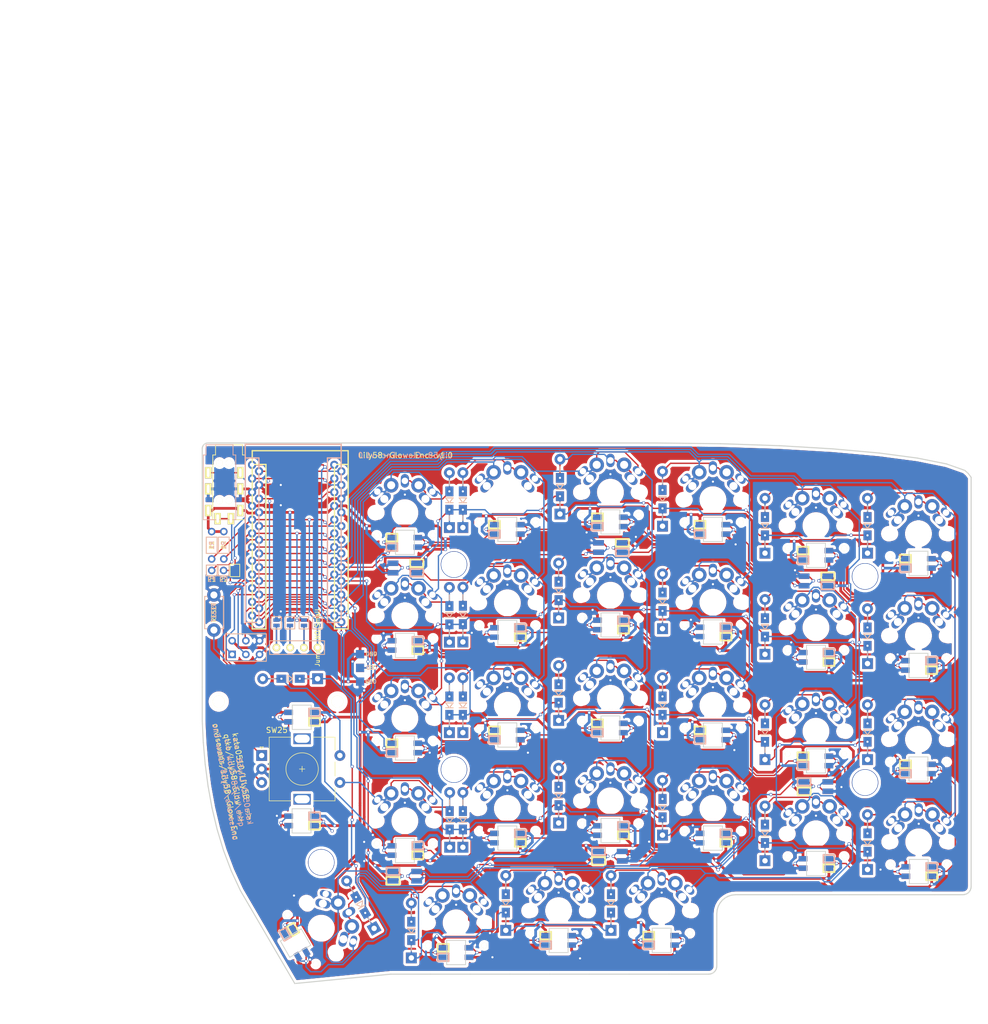
<source format=kicad_pcb>
(kicad_pcb (version 20171130) (host pcbnew "(5.1.10)-1")
  (layers (0 F.Cu signal) (31 B.Cu signal) (34 B.Paste user) (35 F.Paste user) (36 B.SilkS user) (37 F.SilkS user) (38 B.Mask user) (39 F.Mask user) (44 Edge.Cuts user))
  (net 0 "")
  (net 1 "Net-(D1-Pad2)")
  (net 2 row4)
  (net 3 "Net-(D2-Pad2)")
  (net 4 "Net-(D3-Pad2)")
  (net 5 row0)
  (net 6 "Net-(D4-Pad2)")
  (net 7 row1)
  (net 8 "Net-(D5-Pad2)")
  (net 9 row2)
  (net 10 "Net-(D6-Pad2)")
  (net 11 row3)
  (net 12 "Net-(D7-Pad2)")
  (net 13 "Net-(D8-Pad2)")
  (net 14 "Net-(D9-Pad2)")
  (net 15 "Net-(D10-Pad2)")
  (net 16 "Net-(D11-Pad2)")
  (net 17 "Net-(D12-Pad2)")
  (net 18 "Net-(D13-Pad2)")
  (net 19 "Net-(D14-Pad2)")
  (net 20 "Net-(D15-Pad2)")
  (net 21 "Net-(D16-Pad2)")
  (net 22 "Net-(D17-Pad2)")
  (net 23 "Net-(D18-Pad2)")
  (net 24 "Net-(D19-Pad2)")
  (net 25 "Net-(D20-Pad2)")
  (net 26 "Net-(D21-Pad2)")
  (net 27 "Net-(D22-Pad2)")
  (net 28 "Net-(D23-Pad2)")
  (net 29 "Net-(D24-Pad2)")
  (net 30 "Net-(D25-Pad2)")
  (net 31 "Net-(D26-Pad2)")
  (net 32 "Net-(D27-Pad2)")
  (net 33 "Net-(D28-Pad2)")
  (net 34 VCC)
  (net 35 GND)
  (net 36 col0)
  (net 37 col1)
  (net 38 col2)
  (net 39 col3)
  (net 40 col4)
  (net 41 col5)
  (net 42 SDA)
  (net 43 LED)
  (net 44 SCL)
  (net 45 RESET)
  (net 46 "Net-(D29-Pad2)")
  (net 47 "Net-(U1-Pad24)")
  (net 48 "Net-(U1-Pad20)")
  (net 49 DATA)
  (net 50 "Net-(J2-Pad4)")
  (net 51 "Net-(J2-Pad3)")
  (net 52 "Net-(JP1-Pad1)")
  (net 53 "Net-(JP2-Pad1)")
  (net 54 "Net-(JP3-Pad1)")
  (net 55 "Net-(JP4-Pad1)")
  (net 56 "Net-(L1-Pad1)")
  (net 57 "Net-(L2-Pad1)")
  (net 58 "Net-(L3-Pad1)")
  (net 59 "Net-(L4-Pad1)")
  (net 60 "Net-(L5-Pad1)")
  (net 61 "Net-(L12-Pad3)")
  (net 62 "Net-(L13-Pad3)")
  (net 63 "Net-(L7-Pad3)")
  (net 64 "Net-(L8-Pad3)")
  (net 65 "Net-(L10-Pad1)")
  (net 66 "Net-(L10-Pad3)")
  (net 67 "Net-(L11-Pad3)")
  (net 68 "Net-(L13-Pad1)")
  (net 69 "Net-(L14-Pad1)")
  (net 70 "Net-(L15-Pad1)")
  (net 71 "Net-(L16-Pad1)")
  (net 72 "Net-(L17-Pad1)")
  (net 73 "Net-(L18-Pad1)")
  (net 74 "Net-(L19-Pad3)")
  (net 75 "Net-(L19-Pad1)")
  (net 76 "Net-(L20-Pad3)")
  (net 77 "Net-(L21-Pad3)")
  (net 78 "Net-(L22-Pad3)")
  (net 79 "Net-(L23-Pad3)")
  (net 80 "Net-(L25-Pad1)")
  (net 81 "Net-(L26-Pad1)")
  (net 82 "Net-(L27-Pad1)")
  (net 83 "Net-(L28-Pad1)")
  (net 84 "Net-(L29-Pad1)")
  (net 85 "Net-(L1-Pad3)")
  (net 86 "Net-(L31-Pad3)")
  (net 87 "Net-(L32-Pad3)")
  (net 88 "Net-(L34-Pad1)")
  (net 89 enc1)
  (net 90 enc2)
  (net 91 "Net-(L30-Pad1)")
  (net 92 "Net-(L33-Pad3)")
  (net 93 "Net-(L35-Pad1)")
  (module Lily58-footprint:MX_PG1350_FLIP_HOLES_27mm (layer F.Cu) (at 105 127 300)
    (fp_text reference SW26 hide)
    (fp_text value SW_PUSH hide)
    (pad "" np_thru_hole circle (at -5.22 4.2 300) (size 1 1) (drill 1) (layers *.Cu *.Mask F.SilkS))
    (pad 2 thru_hole circle (at 2.54 -5.08 300) (size 2.7 2.7) (drill 1.5) (layers *.Cu *.Mask) (net 31 "Net-(D26-Pad2)"))
    (pad 1 thru_hole circle (at -2.54 -5.08 300) (size 2.7 2.7) (drill 1.5) (layers *.Cu *.Mask) (net 40 col4))
    (pad 2 thru_hole oval (at 3.81 -2.54 255) (size 2.8 1.5) (drill 1.5) (layers *.Cu *.Mask) (net 31 "Net-(D26-Pad2)"))
    (pad "" np_thru_hole circle (at 5.08 0 300) (size 1.7 1.7) (drill 1.7) (layers *.Cu *.Mask) (clearance 0.1524))
    (pad "" np_thru_hole circle (at -5.08 0 300) (size 1.7 1.7) (drill 1.7) (layers *.Cu *.Mask) (clearance 0.1524))
    (pad "" np_thru_hole circle (at 0 0 300) (size 4 4) (drill 4) (layers *.Cu *.Mask) (clearance 0.1524))
    (pad 1 thru_hole oval (at -3.81 -2.540001 345) (size 2.8 1.5) (drill oval 1.5) (layers *.Cu *.Mask) (net 40 col4))
    (pad "" np_thru_hole circle (at -5.5 0 300) (size 1.9 1.9) (drill 1.9) (layers *.Cu *.Mask) (clearance 0.1524))
    (pad "" np_thru_hole circle (at 5.5 0 300) (size 1.9 1.9) (drill 1.9) (layers *.Cu *.Mask) (clearance 0.1524))
    (pad 1 thru_hole oval (at -5.1 -3.9 345) (size 2.2 1.2) (drill oval 1.2) (layers *.Cu *.Mask) (net 40 col4))
    (pad 1 thru_hole oval (at 5.1 -3.9 255) (size 2.2 1.2) (drill oval 1.2) (layers *.Cu *.Mask) (net 40 col4))
    (pad 2 thru_hole oval (at 0 -5.9 30) (size 2.5 1.5) (drill 1.2) (layers *.Cu *.Mask) (net 31 "Net-(D26-Pad2)"))
    (pad "" np_thru_hole circle (at 5.22 4.2 300) (size 1 1) (drill 1) (layers *.Cu *.Mask F.SilkS))
  )
  (module Lily58-footprint:SK6812MINI_rev (layer F.Cu) (at 101.346 87.884)
    (fp_text reference L25 hide)
    (fp_text value SK6812mini hide)
    (pad 4 smd rect (at 2.4 0.875) (size 1.6 1) (layers F.Cu F.Paste F.Mask) (net 34 VCC))
    (pad 3 smd rect (at 2.4 -0.875) (size 1.6 1) (layers F.Cu F.Paste F.Mask) (net 75 "Net-(L19-Pad1)"))
    (pad 1 smd rect (at -2.4 0.875) (size 1.6 1) (layers F.Cu F.Paste F.Mask) (net 80 "Net-(L25-Pad1)"))
    (pad 2 smd rect (at -2.4 -0.875) (size 1.6 1) (layers F.Cu F.Paste F.Mask) (net 35 GND))
    (pad 3 smd rect (at 2.4 0.875) (size 1.6 1) (layers B.Cu B.Paste B.Mask) (net 75 "Net-(L19-Pad1)"))
    (pad 4 smd rect (at 2.4 -0.875) (size 1.6 1) (layers B.Cu B.Paste B.Mask) (net 34 VCC))
    (pad 1 smd rect (at -2.4 -0.875) (size 1.6 1) (layers B.Cu B.Paste B.Mask) (net 80 "Net-(L25-Pad1)"))
    (pad 2 smd rect (at -2.4 0.875) (size 1.6 1) (layers B.Cu B.Paste B.Mask) (net 35 GND))
  )
  (module Lily58-footprint:RotaryEncoder_Alps_EC11E-Switch_Vertical_H20mm (layer F.Cu) (at 93.9546 94.996)
    (fp_text reference SW25 (at 2.8 -4.7) (layer F.SilkS))
    (fp_text value Rotary_Encoder_Switch)
    (pad A thru_hole rect (at 0 0) (size 2 2) (drill 1) (layers *.Cu *.Mask) (net 89 enc1))
    (pad C thru_hole circle (at 0 2.5) (size 2 2) (drill 1) (layers *.Cu *.Mask) (net 35 GND))
    (pad B thru_hole circle (at 0 5) (size 2 2) (drill 1) (layers *.Cu *.Mask) (net 90 enc2))
    (pad MP thru_hole rect (at 7.5 -3.1) (size 3.2 2) (drill oval 2.8 1.5) (layers *.Cu *.Mask))
    (pad MP thru_hole rect (at 7.5 8.1) (size 3.2 2) (drill oval 2.8 1.5) (layers *.Cu *.Mask))
    (pad S2 thru_hole circle (at 14.5 0) (size 2 2) (drill 1) (layers *.Cu *.Mask) (net 30 "Net-(D25-Pad2)"))
    (pad S1 thru_hole circle (at 14.5 5) (size 2 2) (drill 1) (layers *.Cu *.Mask) (net 41 col5))
  )
  (module Lily58-footprint:Diode_TH_SOD123 (layer F.Cu) (at 112.3 122.7 120)
    (fp_text reference D26 hide)
    (fp_text value D hide)
    (pad 2 thru_hole rect (at 1.7 0 120) (size 1.8 1.5) (drill 0.4) (layers *.Cu *.Mask) (net 31 "Net-(D26-Pad2)"))
    (pad 1 thru_hole rect (at -1.7 0 120) (size 1.8 1.5) (drill 0.4) (layers *.Cu *.Mask) (net 2 row4))
    (pad 2 thru_hole circle (at 5.16 -0.00254 300) (size 1.99898 1.99898) (drill 1) (layers *.Cu *.Mask) (net 31 "Net-(D26-Pad2)"))
    (pad 1 thru_hole rect (at -5 -0.00254 300) (size 1.99898 1.99898) (drill 1) (layers *.Cu *.Mask) (net 2 row4))
  )
  (module Lily58-footprint:MX_PG1350_FLIP_HOLES_18mm (layer F.Cu) (at 139.5 85.7)
    (fp_text reference SW14 hide)
    (fp_text value SW_PUSH hide)
    (pad "" np_thru_hole circle (at 5.22 4.2) (size 1 1) (drill 1) (layers *.Cu *.Mask F.SilkS))
    (pad 2 thru_hole oval (at 0 -5.9 90) (size 2.5 1.5) (drill 1.2) (layers *.Cu *.Mask) (net 19 "Net-(D14-Pad2)"))
    (pad 1 thru_hole oval (at 5.1 -3.9 315) (size 2.2 1.2) (drill oval 1.2) (layers *.Cu *.Mask) (net 40 col4))
    (pad 1 thru_hole oval (at -5.1 -3.9 45) (size 2.2 1.2) (drill oval 1.2) (layers *.Cu *.Mask) (net 40 col4))
    (pad "" np_thru_hole circle (at 5.5 0) (size 1.9 1.9) (drill 1.9) (layers *.Cu *.Mask) (clearance 0.1524))
    (pad "" np_thru_hole circle (at -5.5 0) (size 1.9 1.9) (drill 1.9) (layers *.Cu *.Mask) (clearance 0.1524))
    (pad 1 thru_hole oval (at -3.81 -2.54 45) (size 2.8 1.5) (drill oval 1.5) (layers *.Cu *.Mask) (net 40 col4))
    (pad "" np_thru_hole circle (at 0 0) (size 4 4) (drill 4) (layers *.Cu *.Mask) (clearance 0.1524))
    (pad "" np_thru_hole circle (at -5.08 0) (size 1.7 1.7) (drill 1.7) (layers *.Cu *.Mask) (clearance 0.1524))
    (pad "" np_thru_hole circle (at 5.08 0) (size 1.7 1.7) (drill 1.7) (layers *.Cu *.Mask) (clearance 0.1524))
    (pad 2 thru_hole oval (at 3.81 -2.54 315) (size 2.8 1.5) (drill 1.5) (layers *.Cu *.Mask) (net 19 "Net-(D14-Pad2)"))
    (pad 1 thru_hole circle (at -2.54 -5.08) (size 2.7 2.7) (drill 1.5) (layers *.Cu *.Mask) (net 40 col4))
    (pad 2 thru_hole circle (at 2.54 -5.08) (size 2.7 2.7) (drill 1.5) (layers *.Cu *.Mask) (net 19 "Net-(D14-Pad2)"))
    (pad "" np_thru_hole circle (at -5.22 4.2) (size 1 1) (drill 1) (layers *.Cu *.Mask F.SilkS))
  )
  (module Lily58-footprint:SK6812MINI_rev (layer F.Cu) (at 100.236859 129.75 120)
    (fp_text reference L27 hide)
    (fp_text value SK6812mini hide)
    (pad 4 smd rect (at 2.4 0.875 120) (size 1.6 1) (layers F.Cu F.Paste F.Mask) (net 34 VCC))
    (pad 3 smd rect (at 2.4 -0.875 120) (size 1.6 1) (layers F.Cu F.Paste F.Mask) (net 81 "Net-(L26-Pad1)"))
    (pad 1 smd rect (at -2.4 0.875 120) (size 1.6 1) (layers F.Cu F.Paste F.Mask) (net 82 "Net-(L27-Pad1)"))
    (pad 2 smd rect (at -2.4 -0.875 120) (size 1.6 1) (layers F.Cu F.Paste F.Mask) (net 35 GND))
    (pad 3 smd rect (at 2.4 0.875 120) (size 1.6 1) (layers B.Cu B.Paste B.Mask) (net 81 "Net-(L26-Pad1)"))
    (pad 4 smd rect (at 2.4 -0.875 120) (size 1.6 1) (layers B.Cu B.Paste B.Mask) (net 34 VCC))
    (pad 1 smd rect (at -2.4 -0.875 120) (size 1.6 1) (layers B.Cu B.Paste B.Mask) (net 82 "Net-(L27-Pad1)"))
    (pad 2 smd rect (at -2.4 0.875 120) (size 1.6 1) (layers B.Cu B.Paste B.Mask) (net 35 GND))
  )
  (module Lily58-footprint:SK6812MINI_rev (layer F.Cu) (at 168.1 129.25 180)
    (fp_text reference L30 hide)
    (fp_text value SK6812mini hide)
    (pad 4 smd rect (at 2.4 0.875 180) (size 1.6 1) (layers F.Cu F.Paste F.Mask) (net 34 VCC))
    (pad 3 smd rect (at 2.4 -0.875 180) (size 1.6 1) (layers F.Cu F.Paste F.Mask) (net 84 "Net-(L29-Pad1)"))
    (pad 1 smd rect (at -2.4 0.875 180) (size 1.6 1) (layers F.Cu F.Paste F.Mask) (net 91 "Net-(L30-Pad1)"))
    (pad 2 smd rect (at -2.4 -0.875 180) (size 1.6 1) (layers F.Cu F.Paste F.Mask) (net 35 GND))
    (pad 3 smd rect (at 2.4 0.875 180) (size 1.6 1) (layers B.Cu B.Paste B.Mask) (net 84 "Net-(L29-Pad1)"))
    (pad 4 smd rect (at 2.4 -0.875 180) (size 1.6 1) (layers B.Cu B.Paste B.Mask) (net 34 VCC))
    (pad 1 smd rect (at -2.4 -0.875 180) (size 1.6 1) (layers B.Cu B.Paste B.Mask) (net 91 "Net-(L30-Pad1)"))
    (pad 2 smd rect (at -2.4 0.875 180) (size 1.6 1) (layers B.Cu B.Paste B.Mask) (net 35 GND))
  )
  (module Lily58-footprint:SK6812MINI_rev (layer F.Cu) (at 120.5 55.5 180)
    (fp_text reference L1 hide)
    (fp_text value SK6812mini hide)
    (pad 4 smd rect (at 2.4 0.875 180) (size 1.6 1) (layers F.Cu F.Paste F.Mask) (net 34 VCC))
    (pad 3 smd rect (at 2.4 -0.875 180) (size 1.6 1) (layers F.Cu F.Paste F.Mask) (net 85 "Net-(L1-Pad3)"))
    (pad 1 smd rect (at -2.4 0.875 180) (size 1.6 1) (layers F.Cu F.Paste F.Mask) (net 56 "Net-(L1-Pad1)"))
    (pad 2 smd rect (at -2.4 -0.875 180) (size 1.6 1) (layers F.Cu F.Paste F.Mask) (net 35 GND))
    (pad 3 smd rect (at 2.4 0.875 180) (size 1.6 1) (layers B.Cu B.Paste B.Mask) (net 85 "Net-(L1-Pad3)"))
    (pad 4 smd rect (at 2.4 -0.875 180) (size 1.6 1) (layers B.Cu B.Paste B.Mask) (net 34 VCC))
    (pad 1 smd rect (at -2.4 -0.875 180) (size 1.6 1) (layers B.Cu B.Paste B.Mask) (net 56 "Net-(L1-Pad1)"))
    (pad 2 smd rect (at -2.4 0.875 180) (size 1.6 1) (layers B.Cu B.Paste B.Mask) (net 35 GND))
  )
  (module Lily58-footprint:SK6812MINI_rev (layer F.Cu) (at 139.5 53.1 180)
    (fp_text reference L2 hide)
    (fp_text value SK6812mini hide)
    (pad 4 smd rect (at 2.4 0.875 180) (size 1.6 1) (layers F.Cu F.Paste F.Mask) (net 34 VCC))
    (pad 3 smd rect (at 2.4 -0.875 180) (size 1.6 1) (layers F.Cu F.Paste F.Mask) (net 56 "Net-(L1-Pad1)"))
    (pad 1 smd rect (at -2.4 0.875 180) (size 1.6 1) (layers F.Cu F.Paste F.Mask) (net 57 "Net-(L2-Pad1)"))
    (pad 2 smd rect (at -2.4 -0.875 180) (size 1.6 1) (layers F.Cu F.Paste F.Mask) (net 35 GND))
    (pad 3 smd rect (at 2.4 0.875 180) (size 1.6 1) (layers B.Cu B.Paste B.Mask) (net 56 "Net-(L1-Pad1)"))
    (pad 4 smd rect (at 2.4 -0.875 180) (size 1.6 1) (layers B.Cu B.Paste B.Mask) (net 34 VCC))
    (pad 1 smd rect (at -2.4 -0.875 180) (size 1.6 1) (layers B.Cu B.Paste B.Mask) (net 57 "Net-(L2-Pad1)"))
    (pad 2 smd rect (at -2.4 0.875 180) (size 1.6 1) (layers B.Cu B.Paste B.Mask) (net 35 GND))
  )
  (module Lily58-footprint:SK6812MINI_rev (layer F.Cu) (at 158.6 51.71 180)
    (fp_text reference L3 hide)
    (fp_text value SK6812mini hide)
    (pad 4 smd rect (at 2.4 0.875 180) (size 1.6 1) (layers F.Cu F.Paste F.Mask) (net 34 VCC))
    (pad 3 smd rect (at 2.4 -0.875 180) (size 1.6 1) (layers F.Cu F.Paste F.Mask) (net 57 "Net-(L2-Pad1)"))
    (pad 1 smd rect (at -2.4 0.875 180) (size 1.6 1) (layers F.Cu F.Paste F.Mask) (net 58 "Net-(L3-Pad1)"))
    (pad 2 smd rect (at -2.4 -0.875 180) (size 1.6 1) (layers F.Cu F.Paste F.Mask) (net 35 GND))
    (pad 3 smd rect (at 2.4 0.875 180) (size 1.6 1) (layers B.Cu B.Paste B.Mask) (net 57 "Net-(L2-Pad1)"))
    (pad 4 smd rect (at 2.4 -0.875 180) (size 1.6 1) (layers B.Cu B.Paste B.Mask) (net 34 VCC))
    (pad 1 smd rect (at -2.4 -0.875 180) (size 1.6 1) (layers B.Cu B.Paste B.Mask) (net 58 "Net-(L3-Pad1)"))
    (pad 2 smd rect (at -2.4 0.875 180) (size 1.6 1) (layers B.Cu B.Paste B.Mask) (net 35 GND))
  )
  (module Lily58-footprint:SK6812MINI_rev (layer F.Cu) (at 177.6 53.1 180)
    (fp_text reference L4 hide)
    (fp_text value SK6812mini hide)
    (pad 4 smd rect (at 2.4 0.875 180) (size 1.6 1) (layers F.Cu F.Paste F.Mask) (net 34 VCC))
    (pad 3 smd rect (at 2.4 -0.875 180) (size 1.6 1) (layers F.Cu F.Paste F.Mask) (net 58 "Net-(L3-Pad1)"))
    (pad 1 smd rect (at -2.4 0.875 180) (size 1.6 1) (layers F.Cu F.Paste F.Mask) (net 59 "Net-(L4-Pad1)"))
    (pad 2 smd rect (at -2.4 -0.875 180) (size 1.6 1) (layers F.Cu F.Paste F.Mask) (net 35 GND))
    (pad 3 smd rect (at 2.4 0.875 180) (size 1.6 1) (layers B.Cu B.Paste B.Mask) (net 58 "Net-(L3-Pad1)"))
    (pad 4 smd rect (at 2.4 -0.875 180) (size 1.6 1) (layers B.Cu B.Paste B.Mask) (net 34 VCC))
    (pad 1 smd rect (at -2.4 -0.875 180) (size 1.6 1) (layers B.Cu B.Paste B.Mask) (net 59 "Net-(L4-Pad1)"))
    (pad 2 smd rect (at -2.4 0.875 180) (size 1.6 1) (layers B.Cu B.Paste B.Mask) (net 35 GND))
  )
  (module Lily58-footprint:SK6812MINI_rev (layer F.Cu) (at 196.7 57.9 180)
    (fp_text reference L5 hide)
    (fp_text value SK6812mini hide)
    (pad 4 smd rect (at 2.4 0.875 180) (size 1.6 1) (layers F.Cu F.Paste F.Mask) (net 34 VCC))
    (pad 3 smd rect (at 2.4 -0.875 180) (size 1.6 1) (layers F.Cu F.Paste F.Mask) (net 59 "Net-(L4-Pad1)"))
    (pad 1 smd rect (at -2.4 0.875 180) (size 1.6 1) (layers F.Cu F.Paste F.Mask) (net 60 "Net-(L5-Pad1)"))
    (pad 2 smd rect (at -2.4 -0.875 180) (size 1.6 1) (layers F.Cu F.Paste F.Mask) (net 35 GND))
    (pad 3 smd rect (at 2.4 0.875 180) (size 1.6 1) (layers B.Cu B.Paste B.Mask) (net 59 "Net-(L4-Pad1)"))
    (pad 4 smd rect (at 2.4 -0.875 180) (size 1.6 1) (layers B.Cu B.Paste B.Mask) (net 34 VCC))
    (pad 1 smd rect (at -2.4 -0.875 180) (size 1.6 1) (layers B.Cu B.Paste B.Mask) (net 60 "Net-(L5-Pad1)"))
    (pad 2 smd rect (at -2.4 0.875 180) (size 1.6 1) (layers B.Cu B.Paste B.Mask) (net 35 GND))
  )
  (module Lily58-footprint:SK6812MINI_rev (layer F.Cu) (at 215.7 59.4 180)
    (fp_text reference L6 hide)
    (fp_text value SK6812mini hide)
    (pad 4 smd rect (at 2.4 0.875 180) (size 1.6 1) (layers F.Cu F.Paste F.Mask) (net 34 VCC))
    (pad 3 smd rect (at 2.4 -0.875 180) (size 1.6 1) (layers F.Cu F.Paste F.Mask) (net 60 "Net-(L5-Pad1)"))
    (pad 1 smd rect (at -2.4 0.875 180) (size 1.6 1) (layers F.Cu F.Paste F.Mask) (net 61 "Net-(L12-Pad3)"))
    (pad 2 smd rect (at -2.4 -0.875 180) (size 1.6 1) (layers F.Cu F.Paste F.Mask) (net 35 GND))
    (pad 3 smd rect (at 2.4 0.875 180) (size 1.6 1) (layers B.Cu B.Paste B.Mask) (net 60 "Net-(L5-Pad1)"))
    (pad 4 smd rect (at 2.4 -0.875 180) (size 1.6 1) (layers B.Cu B.Paste B.Mask) (net 34 VCC))
    (pad 1 smd rect (at -2.4 -0.875 180) (size 1.6 1) (layers B.Cu B.Paste B.Mask) (net 61 "Net-(L12-Pad3)"))
    (pad 2 smd rect (at -2.4 0.875 180) (size 1.6 1) (layers B.Cu B.Paste B.Mask) (net 35 GND))
  )
  (module Lily58-footprint:SK6812MINI_rev (layer F.Cu) (at 120.5 74.6)
    (fp_text reference L7 hide)
    (fp_text value SK6812mini hide)
    (pad 4 smd rect (at 2.4 0.875) (size 1.6 1) (layers F.Cu F.Paste F.Mask) (net 34 VCC))
    (pad 3 smd rect (at 2.4 -0.875) (size 1.6 1) (layers F.Cu F.Paste F.Mask) (net 63 "Net-(L7-Pad3)"))
    (pad 1 smd rect (at -2.4 0.875) (size 1.6 1) (layers F.Cu F.Paste F.Mask) (net 62 "Net-(L13-Pad3)"))
    (pad 2 smd rect (at -2.4 -0.875) (size 1.6 1) (layers F.Cu F.Paste F.Mask) (net 35 GND))
    (pad 3 smd rect (at 2.4 0.875) (size 1.6 1) (layers B.Cu B.Paste B.Mask) (net 63 "Net-(L7-Pad3)"))
    (pad 4 smd rect (at 2.4 -0.875) (size 1.6 1) (layers B.Cu B.Paste B.Mask) (net 34 VCC))
    (pad 1 smd rect (at -2.4 -0.875) (size 1.6 1) (layers B.Cu B.Paste B.Mask) (net 62 "Net-(L13-Pad3)"))
    (pad 2 smd rect (at -2.4 0.875) (size 1.6 1) (layers B.Cu B.Paste B.Mask) (net 35 GND))
  )
  (module Lily58-footprint:SK6812MINI_rev (layer F.Cu) (at 139.5 72.2)
    (fp_text reference L8 hide)
    (fp_text value SK6812mini hide)
    (pad 4 smd rect (at 2.4 0.875) (size 1.6 1) (layers F.Cu F.Paste F.Mask) (net 34 VCC))
    (pad 3 smd rect (at 2.4 -0.875) (size 1.6 1) (layers F.Cu F.Paste F.Mask) (net 64 "Net-(L8-Pad3)"))
    (pad 1 smd rect (at -2.4 0.875) (size 1.6 1) (layers F.Cu F.Paste F.Mask) (net 63 "Net-(L7-Pad3)"))
    (pad 2 smd rect (at -2.4 -0.875) (size 1.6 1) (layers F.Cu F.Paste F.Mask) (net 35 GND))
    (pad 3 smd rect (at 2.4 0.875) (size 1.6 1) (layers B.Cu B.Paste B.Mask) (net 64 "Net-(L8-Pad3)"))
    (pad 4 smd rect (at 2.4 -0.875) (size 1.6 1) (layers B.Cu B.Paste B.Mask) (net 34 VCC))
    (pad 1 smd rect (at -2.4 -0.875) (size 1.6 1) (layers B.Cu B.Paste B.Mask) (net 63 "Net-(L7-Pad3)"))
    (pad 2 smd rect (at -2.4 0.875) (size 1.6 1) (layers B.Cu B.Paste B.Mask) (net 35 GND))
  )
  (module Lily58-footprint:SK6812MINI_rev (layer F.Cu) (at 158.6 70.8)
    (fp_text reference L9 hide)
    (fp_text value SK6812mini hide)
    (pad 4 smd rect (at 2.4 0.875) (size 1.6 1) (layers F.Cu F.Paste F.Mask) (net 34 VCC))
    (pad 3 smd rect (at 2.4 -0.875) (size 1.6 1) (layers F.Cu F.Paste F.Mask) (net 65 "Net-(L10-Pad1)"))
    (pad 1 smd rect (at -2.4 0.875) (size 1.6 1) (layers F.Cu F.Paste F.Mask) (net 64 "Net-(L8-Pad3)"))
    (pad 2 smd rect (at -2.4 -0.875) (size 1.6 1) (layers F.Cu F.Paste F.Mask) (net 35 GND))
    (pad 3 smd rect (at 2.4 0.875) (size 1.6 1) (layers B.Cu B.Paste B.Mask) (net 65 "Net-(L10-Pad1)"))
    (pad 4 smd rect (at 2.4 -0.875) (size 1.6 1) (layers B.Cu B.Paste B.Mask) (net 34 VCC))
    (pad 1 smd rect (at -2.4 -0.875) (size 1.6 1) (layers B.Cu B.Paste B.Mask) (net 64 "Net-(L8-Pad3)"))
    (pad 2 smd rect (at -2.4 0.875) (size 1.6 1) (layers B.Cu B.Paste B.Mask) (net 35 GND))
  )
  (module Lily58-footprint:SK6812MINI_rev (layer F.Cu) (at 177.6 72.1)
    (fp_text reference L10 hide)
    (fp_text value SK6812mini hide)
    (pad 4 smd rect (at 2.4 0.875) (size 1.6 1) (layers F.Cu F.Paste F.Mask) (net 34 VCC))
    (pad 3 smd rect (at 2.4 -0.875) (size 1.6 1) (layers F.Cu F.Paste F.Mask) (net 66 "Net-(L10-Pad3)"))
    (pad 1 smd rect (at -2.4 0.875) (size 1.6 1) (layers F.Cu F.Paste F.Mask) (net 65 "Net-(L10-Pad1)"))
    (pad 2 smd rect (at -2.4 -0.875) (size 1.6 1) (layers F.Cu F.Paste F.Mask) (net 35 GND))
    (pad 3 smd rect (at 2.4 0.875) (size 1.6 1) (layers B.Cu B.Paste B.Mask) (net 66 "Net-(L10-Pad3)"))
    (pad 4 smd rect (at 2.4 -0.875) (size 1.6 1) (layers B.Cu B.Paste B.Mask) (net 34 VCC))
    (pad 1 smd rect (at -2.4 -0.875) (size 1.6 1) (layers B.Cu B.Paste B.Mask) (net 65 "Net-(L10-Pad1)"))
    (pad 2 smd rect (at -2.4 0.875) (size 1.6 1) (layers B.Cu B.Paste B.Mask) (net 35 GND))
  )
  (module Lily58-footprint:SK6812MINI_rev (layer F.Cu) (at 196.7 76.8)
    (fp_text reference L11 hide)
    (fp_text value SK6812mini hide)
    (pad 4 smd rect (at 2.4 0.875) (size 1.6 1) (layers F.Cu F.Paste F.Mask) (net 34 VCC))
    (pad 3 smd rect (at 2.4 -0.875) (size 1.6 1) (layers F.Cu F.Paste F.Mask) (net 67 "Net-(L11-Pad3)"))
    (pad 1 smd rect (at -2.4 0.875) (size 1.6 1) (layers F.Cu F.Paste F.Mask) (net 66 "Net-(L10-Pad3)"))
    (pad 2 smd rect (at -2.4 -0.875) (size 1.6 1) (layers F.Cu F.Paste F.Mask) (net 35 GND))
    (pad 3 smd rect (at 2.4 0.875) (size 1.6 1) (layers B.Cu B.Paste B.Mask) (net 67 "Net-(L11-Pad3)"))
    (pad 4 smd rect (at 2.4 -0.875) (size 1.6 1) (layers B.Cu B.Paste B.Mask) (net 34 VCC))
    (pad 1 smd rect (at -2.4 -0.875) (size 1.6 1) (layers B.Cu B.Paste B.Mask) (net 66 "Net-(L10-Pad3)"))
    (pad 2 smd rect (at -2.4 0.875) (size 1.6 1) (layers B.Cu B.Paste B.Mask) (net 35 GND))
  )
  (module Lily58-footprint:SK6812MINI_rev (layer F.Cu) (at 215.7 78.3)
    (fp_text reference L12 hide)
    (fp_text value SK6812mini hide)
    (pad 4 smd rect (at 2.4 0.875) (size 1.6 1) (layers F.Cu F.Paste F.Mask) (net 34 VCC))
    (pad 3 smd rect (at 2.4 -0.875) (size 1.6 1) (layers F.Cu F.Paste F.Mask) (net 61 "Net-(L12-Pad3)"))
    (pad 1 smd rect (at -2.4 0.875) (size 1.6 1) (layers F.Cu F.Paste F.Mask) (net 67 "Net-(L11-Pad3)"))
    (pad 2 smd rect (at -2.4 -0.875) (size 1.6 1) (layers F.Cu F.Paste F.Mask) (net 35 GND))
    (pad 3 smd rect (at 2.4 0.875) (size 1.6 1) (layers B.Cu B.Paste B.Mask) (net 61 "Net-(L12-Pad3)"))
    (pad 4 smd rect (at 2.4 -0.875) (size 1.6 1) (layers B.Cu B.Paste B.Mask) (net 34 VCC))
    (pad 1 smd rect (at -2.4 -0.875) (size 1.6 1) (layers B.Cu B.Paste B.Mask) (net 67 "Net-(L11-Pad3)"))
    (pad 2 smd rect (at -2.4 0.875) (size 1.6 1) (layers B.Cu B.Paste B.Mask) (net 35 GND))
  )
  (module Lily58-footprint:SK6812MINI_rev (layer F.Cu) (at 120.5 93.6 180)
    (fp_text reference L13 hide)
    (fp_text value SK6812mini hide)
    (pad 4 smd rect (at 2.4 0.875 180) (size 1.6 1) (layers F.Cu F.Paste F.Mask) (net 34 VCC))
    (pad 3 smd rect (at 2.4 -0.875 180) (size 1.6 1) (layers F.Cu F.Paste F.Mask) (net 62 "Net-(L13-Pad3)"))
    (pad 1 smd rect (at -2.4 0.875 180) (size 1.6 1) (layers F.Cu F.Paste F.Mask) (net 68 "Net-(L13-Pad1)"))
    (pad 2 smd rect (at -2.4 -0.875 180) (size 1.6 1) (layers F.Cu F.Paste F.Mask) (net 35 GND))
    (pad 3 smd rect (at 2.4 0.875 180) (size 1.6 1) (layers B.Cu B.Paste B.Mask) (net 62 "Net-(L13-Pad3)"))
    (pad 4 smd rect (at 2.4 -0.875 180) (size 1.6 1) (layers B.Cu B.Paste B.Mask) (net 34 VCC))
    (pad 1 smd rect (at -2.4 -0.875 180) (size 1.6 1) (layers B.Cu B.Paste B.Mask) (net 68 "Net-(L13-Pad1)"))
    (pad 2 smd rect (at -2.4 0.875 180) (size 1.6 1) (layers B.Cu B.Paste B.Mask) (net 35 GND))
  )
  (module Lily58-footprint:SK6812MINI_rev (layer F.Cu) (at 139.5 91.2 180)
    (fp_text reference L14 hide)
    (fp_text value SK6812mini hide)
    (pad 4 smd rect (at 2.4 0.875 180) (size 1.6 1) (layers F.Cu F.Paste F.Mask) (net 34 VCC))
    (pad 3 smd rect (at 2.4 -0.875 180) (size 1.6 1) (layers F.Cu F.Paste F.Mask) (net 68 "Net-(L13-Pad1)"))
    (pad 1 smd rect (at -2.4 0.875 180) (size 1.6 1) (layers F.Cu F.Paste F.Mask) (net 69 "Net-(L14-Pad1)"))
    (pad 2 smd rect (at -2.4 -0.875 180) (size 1.6 1) (layers F.Cu F.Paste F.Mask) (net 35 GND))
    (pad 3 smd rect (at 2.4 0.875 180) (size 1.6 1) (layers B.Cu B.Paste B.Mask) (net 68 "Net-(L13-Pad1)"))
    (pad 4 smd rect (at 2.4 -0.875 180) (size 1.6 1) (layers B.Cu B.Paste B.Mask) (net 34 VCC))
    (pad 1 smd rect (at -2.4 -0.875 180) (size 1.6 1) (layers B.Cu B.Paste B.Mask) (net 69 "Net-(L14-Pad1)"))
    (pad 2 smd rect (at -2.4 0.875 180) (size 1.6 1) (layers B.Cu B.Paste B.Mask) (net 35 GND))
  )
  (module Lily58-footprint:SK6812MINI_rev (layer F.Cu) (at 158.6 89.9 180)
    (fp_text reference L15 hide)
    (fp_text value SK6812mini hide)
    (pad 4 smd rect (at 2.4 0.875 180) (size 1.6 1) (layers F.Cu F.Paste F.Mask) (net 34 VCC))
    (pad 3 smd rect (at 2.4 -0.875 180) (size 1.6 1) (layers F.Cu F.Paste F.Mask) (net 69 "Net-(L14-Pad1)"))
    (pad 1 smd rect (at -2.4 0.875 180) (size 1.6 1) (layers F.Cu F.Paste F.Mask) (net 70 "Net-(L15-Pad1)"))
    (pad 2 smd rect (at -2.4 -0.875 180) (size 1.6 1) (layers F.Cu F.Paste F.Mask) (net 35 GND))
    (pad 3 smd rect (at 2.4 0.875 180) (size 1.6 1) (layers B.Cu B.Paste B.Mask) (net 69 "Net-(L14-Pad1)"))
    (pad 4 smd rect (at 2.4 -0.875 180) (size 1.6 1) (layers B.Cu B.Paste B.Mask) (net 34 VCC))
    (pad 1 smd rect (at -2.4 -0.875 180) (size 1.6 1) (layers B.Cu B.Paste B.Mask) (net 70 "Net-(L15-Pad1)"))
    (pad 2 smd rect (at -2.4 0.875 180) (size 1.6 1) (layers B.Cu B.Paste B.Mask) (net 35 GND))
  )
  (module Lily58-footprint:SK6812MINI_rev (layer F.Cu) (at 177.6 91.2 180)
    (fp_text reference L16 hide)
    (fp_text value SK6812mini hide)
    (pad 4 smd rect (at 2.4 0.875 180) (size 1.6 1) (layers F.Cu F.Paste F.Mask) (net 34 VCC))
    (pad 3 smd rect (at 2.4 -0.875 180) (size 1.6 1) (layers F.Cu F.Paste F.Mask) (net 70 "Net-(L15-Pad1)"))
    (pad 1 smd rect (at -2.4 0.875 180) (size 1.6 1) (layers F.Cu F.Paste F.Mask) (net 71 "Net-(L16-Pad1)"))
    (pad 2 smd rect (at -2.4 -0.875 180) (size 1.6 1) (layers F.Cu F.Paste F.Mask) (net 35 GND))
    (pad 3 smd rect (at 2.4 0.875 180) (size 1.6 1) (layers B.Cu B.Paste B.Mask) (net 70 "Net-(L15-Pad1)"))
    (pad 4 smd rect (at 2.4 -0.875 180) (size 1.6 1) (layers B.Cu B.Paste B.Mask) (net 34 VCC))
    (pad 1 smd rect (at -2.4 -0.875 180) (size 1.6 1) (layers B.Cu B.Paste B.Mask) (net 71 "Net-(L16-Pad1)"))
    (pad 2 smd rect (at -2.4 0.875 180) (size 1.6 1) (layers B.Cu B.Paste B.Mask) (net 35 GND))
  )
  (module Lily58-footprint:SK6812MINI_rev (layer F.Cu) (at 196.7 96 180)
    (fp_text reference L17 hide)
    (fp_text value SK6812mini hide)
    (pad 4 smd rect (at 2.4 0.875 180) (size 1.6 1) (layers F.Cu F.Paste F.Mask) (net 34 VCC))
    (pad 3 smd rect (at 2.4 -0.875 180) (size 1.6 1) (layers F.Cu F.Paste F.Mask) (net 71 "Net-(L16-Pad1)"))
    (pad 1 smd rect (at -2.4 0.875 180) (size 1.6 1) (layers F.Cu F.Paste F.Mask) (net 72 "Net-(L17-Pad1)"))
    (pad 2 smd rect (at -2.4 -0.875 180) (size 1.6 1) (layers F.Cu F.Paste F.Mask) (net 35 GND))
    (pad 3 smd rect (at 2.4 0.875 180) (size 1.6 1) (layers B.Cu B.Paste B.Mask) (net 71 "Net-(L16-Pad1)"))
    (pad 4 smd rect (at 2.4 -0.875 180) (size 1.6 1) (layers B.Cu B.Paste B.Mask) (net 34 VCC))
    (pad 1 smd rect (at -2.4 -0.875 180) (size 1.6 1) (layers B.Cu B.Paste B.Mask) (net 72 "Net-(L17-Pad1)"))
    (pad 2 smd rect (at -2.4 0.875 180) (size 1.6 1) (layers B.Cu B.Paste B.Mask) (net 35 GND))
  )
  (module Lily58-footprint:SK6812MINI_rev (layer F.Cu) (at 215.7 97.5 180)
    (fp_text reference L18 hide)
    (fp_text value SK6812mini hide)
    (pad 4 smd rect (at 2.4 0.875 180) (size 1.6 1) (layers F.Cu F.Paste F.Mask) (net 34 VCC))
    (pad 3 smd rect (at 2.4 -0.875 180) (size 1.6 1) (layers F.Cu F.Paste F.Mask) (net 72 "Net-(L17-Pad1)"))
    (pad 1 smd rect (at -2.4 0.875 180) (size 1.6 1) (layers F.Cu F.Paste F.Mask) (net 73 "Net-(L18-Pad1)"))
    (pad 2 smd rect (at -2.4 -0.875 180) (size 1.6 1) (layers F.Cu F.Paste F.Mask) (net 35 GND))
    (pad 3 smd rect (at 2.4 0.875 180) (size 1.6 1) (layers B.Cu B.Paste B.Mask) (net 72 "Net-(L17-Pad1)"))
    (pad 4 smd rect (at 2.4 -0.875 180) (size 1.6 1) (layers B.Cu B.Paste B.Mask) (net 34 VCC))
    (pad 1 smd rect (at -2.4 -0.875 180) (size 1.6 1) (layers B.Cu B.Paste B.Mask) (net 73 "Net-(L18-Pad1)"))
    (pad 2 smd rect (at -2.4 0.875 180) (size 1.6 1) (layers B.Cu B.Paste B.Mask) (net 35 GND))
  )
  (module Lily58-footprint:SK6812MINI_rev (layer F.Cu) (at 120.5 112.6)
    (fp_text reference L19 hide)
    (fp_text value SK6812mini hide)
    (pad 4 smd rect (at 2.4 0.875) (size 1.6 1) (layers F.Cu F.Paste F.Mask) (net 34 VCC))
    (pad 3 smd rect (at 2.4 -0.875) (size 1.6 1) (layers F.Cu F.Paste F.Mask) (net 74 "Net-(L19-Pad3)"))
    (pad 1 smd rect (at -2.4 0.875) (size 1.6 1) (layers F.Cu F.Paste F.Mask) (net 75 "Net-(L19-Pad1)"))
    (pad 2 smd rect (at -2.4 -0.875) (size 1.6 1) (layers F.Cu F.Paste F.Mask) (net 35 GND))
    (pad 3 smd rect (at 2.4 0.875) (size 1.6 1) (layers B.Cu B.Paste B.Mask) (net 74 "Net-(L19-Pad3)"))
    (pad 4 smd rect (at 2.4 -0.875) (size 1.6 1) (layers B.Cu B.Paste B.Mask) (net 34 VCC))
    (pad 1 smd rect (at -2.4 -0.875) (size 1.6 1) (layers B.Cu B.Paste B.Mask) (net 75 "Net-(L19-Pad1)"))
    (pad 2 smd rect (at -2.4 0.875) (size 1.6 1) (layers B.Cu B.Paste B.Mask) (net 35 GND))
  )
  (module Lily58-footprint:SK6812MINI_rev (layer F.Cu) (at 139.5 110.3)
    (fp_text reference L20 hide)
    (fp_text value SK6812mini hide)
    (pad 4 smd rect (at 2.4 0.875) (size 1.6 1) (layers F.Cu F.Paste F.Mask) (net 34 VCC))
    (pad 3 smd rect (at 2.4 -0.875) (size 1.6 1) (layers F.Cu F.Paste F.Mask) (net 76 "Net-(L20-Pad3)"))
    (pad 1 smd rect (at -2.4 0.875) (size 1.6 1) (layers F.Cu F.Paste F.Mask) (net 74 "Net-(L19-Pad3)"))
    (pad 2 smd rect (at -2.4 -0.875) (size 1.6 1) (layers F.Cu F.Paste F.Mask) (net 35 GND))
    (pad 3 smd rect (at 2.4 0.875) (size 1.6 1) (layers B.Cu B.Paste B.Mask) (net 76 "Net-(L20-Pad3)"))
    (pad 4 smd rect (at 2.4 -0.875) (size 1.6 1) (layers B.Cu B.Paste B.Mask) (net 34 VCC))
    (pad 1 smd rect (at -2.4 -0.875) (size 1.6 1) (layers B.Cu B.Paste B.Mask) (net 74 "Net-(L19-Pad3)"))
    (pad 2 smd rect (at -2.4 0.875) (size 1.6 1) (layers B.Cu B.Paste B.Mask) (net 35 GND))
  )
  (module Lily58-footprint:SK6812MINI_rev (layer F.Cu) (at 158.6 108.9)
    (fp_text reference L21 hide)
    (fp_text value SK6812mini hide)
    (pad 4 smd rect (at 2.4 0.875) (size 1.6 1) (layers F.Cu F.Paste F.Mask) (net 34 VCC))
    (pad 3 smd rect (at 2.4 -0.875) (size 1.6 1) (layers F.Cu F.Paste F.Mask) (net 77 "Net-(L21-Pad3)"))
    (pad 1 smd rect (at -2.4 0.875) (size 1.6 1) (layers F.Cu F.Paste F.Mask) (net 76 "Net-(L20-Pad3)"))
    (pad 2 smd rect (at -2.4 -0.875) (size 1.6 1) (layers F.Cu F.Paste F.Mask) (net 35 GND))
    (pad 3 smd rect (at 2.4 0.875) (size 1.6 1) (layers B.Cu B.Paste B.Mask) (net 77 "Net-(L21-Pad3)"))
    (pad 4 smd rect (at 2.4 -0.875) (size 1.6 1) (layers B.Cu B.Paste B.Mask) (net 34 VCC))
    (pad 1 smd rect (at -2.4 -0.875) (size 1.6 1) (layers B.Cu B.Paste B.Mask) (net 76 "Net-(L20-Pad3)"))
    (pad 2 smd rect (at -2.4 0.875) (size 1.6 1) (layers B.Cu B.Paste B.Mask) (net 35 GND))
  )
  (module Lily58-footprint:SK6812MINI_rev (layer F.Cu) (at 177.6 110.3)
    (fp_text reference L22 hide)
    (fp_text value SK6812mini hide)
    (pad 4 smd rect (at 2.4 0.875) (size 1.6 1) (layers F.Cu F.Paste F.Mask) (net 34 VCC))
    (pad 3 smd rect (at 2.4 -0.875) (size 1.6 1) (layers F.Cu F.Paste F.Mask) (net 78 "Net-(L22-Pad3)"))
    (pad 1 smd rect (at -2.4 0.875) (size 1.6 1) (layers F.Cu F.Paste F.Mask) (net 77 "Net-(L21-Pad3)"))
    (pad 2 smd rect (at -2.4 -0.875) (size 1.6 1) (layers F.Cu F.Paste F.Mask) (net 35 GND))
    (pad 3 smd rect (at 2.4 0.875) (size 1.6 1) (layers B.Cu B.Paste B.Mask) (net 78 "Net-(L22-Pad3)"))
    (pad 4 smd rect (at 2.4 -0.875) (size 1.6 1) (layers B.Cu B.Paste B.Mask) (net 34 VCC))
    (pad 1 smd rect (at -2.4 -0.875) (size 1.6 1) (layers B.Cu B.Paste B.Mask) (net 77 "Net-(L21-Pad3)"))
    (pad 2 smd rect (at -2.4 0.875) (size 1.6 1) (layers B.Cu B.Paste B.Mask) (net 35 GND))
  )
  (module Lily58-footprint:SK6812MINI_rev (layer F.Cu) (at 196.7 115)
    (fp_text reference L23 hide)
    (fp_text value SK6812mini hide)
    (pad 4 smd rect (at 2.4 0.875) (size 1.6 1) (layers F.Cu F.Paste F.Mask) (net 34 VCC))
    (pad 3 smd rect (at 2.4 -0.875) (size 1.6 1) (layers F.Cu F.Paste F.Mask) (net 79 "Net-(L23-Pad3)"))
    (pad 1 smd rect (at -2.4 0.875) (size 1.6 1) (layers F.Cu F.Paste F.Mask) (net 78 "Net-(L22-Pad3)"))
    (pad 2 smd rect (at -2.4 -0.875) (size 1.6 1) (layers F.Cu F.Paste F.Mask) (net 35 GND))
    (pad 3 smd rect (at 2.4 0.875) (size 1.6 1) (layers B.Cu B.Paste B.Mask) (net 79 "Net-(L23-Pad3)"))
    (pad 4 smd rect (at 2.4 -0.875) (size 1.6 1) (layers B.Cu B.Paste B.Mask) (net 34 VCC))
    (pad 1 smd rect (at -2.4 -0.875) (size 1.6 1) (layers B.Cu B.Paste B.Mask) (net 78 "Net-(L22-Pad3)"))
    (pad 2 smd rect (at -2.4 0.875) (size 1.6 1) (layers B.Cu B.Paste B.Mask) (net 35 GND))
  )
  (module Lily58-footprint:SK6812MINI_rev (layer F.Cu) (at 215.75 116.5)
    (fp_text reference L24 hide)
    (fp_text value SK6812mini hide)
    (pad 4 smd rect (at 2.4 0.875) (size 1.6 1) (layers F.Cu F.Paste F.Mask) (net 34 VCC))
    (pad 3 smd rect (at 2.4 -0.875) (size 1.6 1) (layers F.Cu F.Paste F.Mask) (net 73 "Net-(L18-Pad1)"))
    (pad 1 smd rect (at -2.4 0.875) (size 1.6 1) (layers F.Cu F.Paste F.Mask) (net 79 "Net-(L23-Pad3)"))
    (pad 2 smd rect (at -2.4 -0.875) (size 1.6 1) (layers F.Cu F.Paste F.Mask) (net 35 GND))
    (pad 3 smd rect (at 2.4 0.875) (size 1.6 1) (layers B.Cu B.Paste B.Mask) (net 73 "Net-(L18-Pad1)"))
    (pad 4 smd rect (at 2.4 -0.875) (size 1.6 1) (layers B.Cu B.Paste B.Mask) (net 34 VCC))
    (pad 1 smd rect (at -2.4 -0.875) (size 1.6 1) (layers B.Cu B.Paste B.Mask) (net 79 "Net-(L23-Pad3)"))
    (pad 2 smd rect (at -2.4 0.875) (size 1.6 1) (layers B.Cu B.Paste B.Mask) (net 35 GND))
  )
  (module Lily58-footprint:SK6812MINI_rev (layer F.Cu) (at 101.3492 107.1148)
    (fp_text reference L26 hide)
    (fp_text value SK6812mini hide)
    (pad 2 smd rect (at -2.4 0.875) (size 1.6 1) (layers B.Cu B.Paste B.Mask) (net 35 GND))
    (pad 1 smd rect (at -2.4 -0.875) (size 1.6 1) (layers B.Cu B.Paste B.Mask) (net 81 "Net-(L26-Pad1)"))
    (pad 4 smd rect (at 2.4 -0.875) (size 1.6 1) (layers B.Cu B.Paste B.Mask) (net 34 VCC))
    (pad 3 smd rect (at 2.4 0.875) (size 1.6 1) (layers B.Cu B.Paste B.Mask) (net 80 "Net-(L25-Pad1)"))
    (pad 2 smd rect (at -2.4 -0.875) (size 1.6 1) (layers F.Cu F.Paste F.Mask) (net 35 GND))
    (pad 1 smd rect (at -2.4 0.875) (size 1.6 1) (layers F.Cu F.Paste F.Mask) (net 81 "Net-(L26-Pad1)"))
    (pad 3 smd rect (at 2.4 -0.875) (size 1.6 1) (layers F.Cu F.Paste F.Mask) (net 80 "Net-(L25-Pad1)"))
    (pad 4 smd rect (at 2.4 0.875) (size 1.6 1) (layers F.Cu F.Paste F.Mask) (net 34 VCC))
  )
  (module Lily58-footprint:SK6812MINI_rev (layer F.Cu) (at 130 131.5 180)
    (fp_text reference L28 hide)
    (fp_text value SK6812mini hide)
    (pad 4 smd rect (at 2.4 0.875 180) (size 1.6 1) (layers F.Cu F.Paste F.Mask) (net 34 VCC))
    (pad 3 smd rect (at 2.4 -0.875 180) (size 1.6 1) (layers F.Cu F.Paste F.Mask) (net 82 "Net-(L27-Pad1)"))
    (pad 1 smd rect (at -2.4 0.875 180) (size 1.6 1) (layers F.Cu F.Paste F.Mask) (net 83 "Net-(L28-Pad1)"))
    (pad 2 smd rect (at -2.4 -0.875 180) (size 1.6 1) (layers F.Cu F.Paste F.Mask) (net 35 GND))
    (pad 3 smd rect (at 2.4 0.875 180) (size 1.6 1) (layers B.Cu B.Paste B.Mask) (net 82 "Net-(L27-Pad1)"))
    (pad 4 smd rect (at 2.4 -0.875 180) (size 1.6 1) (layers B.Cu B.Paste B.Mask) (net 34 VCC))
    (pad 1 smd rect (at -2.4 -0.875 180) (size 1.6 1) (layers B.Cu B.Paste B.Mask) (net 83 "Net-(L28-Pad1)"))
    (pad 2 smd rect (at -2.4 0.875 180) (size 1.6 1) (layers B.Cu B.Paste B.Mask) (net 35 GND))
  )
  (module Lily58-footprint:SK6812MINI_rev (layer F.Cu) (at 149 129.25 180)
    (fp_text reference L29 hide)
    (fp_text value SK6812mini hide)
    (pad 4 smd rect (at 2.4 0.875 180) (size 1.6 1) (layers F.Cu F.Paste F.Mask) (net 34 VCC))
    (pad 3 smd rect (at 2.4 -0.875 180) (size 1.6 1) (layers F.Cu F.Paste F.Mask) (net 83 "Net-(L28-Pad1)"))
    (pad 1 smd rect (at -2.4 0.875 180) (size 1.6 1) (layers F.Cu F.Paste F.Mask) (net 84 "Net-(L29-Pad1)"))
    (pad 2 smd rect (at -2.4 -0.875 180) (size 1.6 1) (layers F.Cu F.Paste F.Mask) (net 35 GND))
    (pad 3 smd rect (at 2.4 0.875 180) (size 1.6 1) (layers B.Cu B.Paste B.Mask) (net 83 "Net-(L28-Pad1)"))
    (pad 4 smd rect (at 2.4 -0.875 180) (size 1.6 1) (layers B.Cu B.Paste B.Mask) (net 34 VCC))
    (pad 1 smd rect (at -2.4 -0.875 180) (size 1.6 1) (layers B.Cu B.Paste B.Mask) (net 84 "Net-(L29-Pad1)"))
    (pad 2 smd rect (at -2.4 0.875 180) (size 1.6 1) (layers B.Cu B.Paste B.Mask) (net 35 GND))
  )
  (module Lily58-footprint:MX_PG1350_FLIP_HOLES_18mm (layer F.Cu) (at 215.7 72.8)
    (fp_text reference SW12 hide)
    (fp_text value SW_PUSH hide)
    (pad "" np_thru_hole circle (at -5.22 4.2) (size 1 1) (drill 1) (layers *.Cu *.Mask F.SilkS))
    (pad 2 thru_hole circle (at 2.54 -5.08) (size 2.7 2.7) (drill 1.5) (layers *.Cu *.Mask) (net 17 "Net-(D12-Pad2)"))
    (pad 1 thru_hole circle (at -2.54 -5.08) (size 2.7 2.7) (drill 1.5) (layers *.Cu *.Mask) (net 36 col0))
    (pad 2 thru_hole oval (at 3.81 -2.54 315) (size 2.8 1.5) (drill 1.5) (layers *.Cu *.Mask) (net 17 "Net-(D12-Pad2)"))
    (pad "" np_thru_hole circle (at 5.08 0) (size 1.7 1.7) (drill 1.7) (layers *.Cu *.Mask) (clearance 0.1524))
    (pad "" np_thru_hole circle (at -5.08 0) (size 1.7 1.7) (drill 1.7) (layers *.Cu *.Mask) (clearance 0.1524))
    (pad "" np_thru_hole circle (at 0 0) (size 4 4) (drill 4) (layers *.Cu *.Mask) (clearance 0.1524))
    (pad 1 thru_hole oval (at -3.81 -2.54 45) (size 2.8 1.5) (drill oval 1.5) (layers *.Cu *.Mask) (net 36 col0))
    (pad "" np_thru_hole circle (at -5.5 0) (size 1.9 1.9) (drill 1.9) (layers *.Cu *.Mask) (clearance 0.1524))
    (pad "" np_thru_hole circle (at 5.5 0) (size 1.9 1.9) (drill 1.9) (layers *.Cu *.Mask) (clearance 0.1524))
    (pad 1 thru_hole oval (at -5.1 -3.9 45) (size 2.2 1.2) (drill oval 1.2) (layers *.Cu *.Mask) (net 36 col0))
    (pad 1 thru_hole oval (at 5.1 -3.9 315) (size 2.2 1.2) (drill oval 1.2) (layers *.Cu *.Mask) (net 36 col0))
    (pad 2 thru_hole oval (at 0 -5.9 90) (size 2.5 1.5) (drill 1.2) (layers *.Cu *.Mask) (net 17 "Net-(D12-Pad2)"))
    (pad "" np_thru_hole circle (at 5.22 4.2) (size 1 1) (drill 1) (layers *.Cu *.Mask F.SilkS))
  )
  (module Lily58-footprint:MX_PG1350_FLIP_HOLES_18mm (layer F.Cu) (at 120.5 50)
    (fp_text reference SW1 hide)
    (fp_text value SW_PUSH hide)
    (pad "" np_thru_hole circle (at 5.22 4.2) (size 1 1) (drill 1) (layers *.Cu *.Mask F.SilkS))
    (pad 2 thru_hole oval (at 0 -5.9 90) (size 2.5 1.5) (drill 1.2) (layers *.Cu *.Mask) (net 1 "Net-(D1-Pad2)"))
    (pad 1 thru_hole oval (at 5.1 -3.9 315) (size 2.2 1.2) (drill oval 1.2) (layers *.Cu *.Mask) (net 41 col5))
    (pad 1 thru_hole oval (at -5.1 -3.9 45) (size 2.2 1.2) (drill oval 1.2) (layers *.Cu *.Mask) (net 41 col5))
    (pad "" np_thru_hole circle (at 5.5 0) (size 1.9 1.9) (drill 1.9) (layers *.Cu *.Mask) (clearance 0.1524))
    (pad "" np_thru_hole circle (at -5.5 0) (size 1.9 1.9) (drill 1.9) (layers *.Cu *.Mask) (clearance 0.1524))
    (pad 1 thru_hole oval (at -3.81 -2.54 45) (size 2.8 1.5) (drill oval 1.5) (layers *.Cu *.Mask) (net 41 col5))
    (pad "" np_thru_hole circle (at 0 0) (size 4 4) (drill 4) (layers *.Cu *.Mask) (clearance 0.1524))
    (pad "" np_thru_hole circle (at -5.08 0) (size 1.7 1.7) (drill 1.7) (layers *.Cu *.Mask) (clearance 0.1524))
    (pad "" np_thru_hole circle (at 5.08 0) (size 1.7 1.7) (drill 1.7) (layers *.Cu *.Mask) (clearance 0.1524))
    (pad 2 thru_hole oval (at 3.81 -2.54 315) (size 2.8 1.5) (drill 1.5) (layers *.Cu *.Mask) (net 1 "Net-(D1-Pad2)"))
    (pad 1 thru_hole circle (at -2.54 -5.08) (size 2.7 2.7) (drill 1.5) (layers *.Cu *.Mask) (net 41 col5))
    (pad 2 thru_hole circle (at 2.54 -5.08) (size 2.7 2.7) (drill 1.5) (layers *.Cu *.Mask) (net 1 "Net-(D1-Pad2)"))
    (pad "" np_thru_hole circle (at -5.22 4.2) (size 1 1) (drill 1) (layers *.Cu *.Mask F.SilkS))
  )
  (module Lily58-footprint:MX_PG1350_FLIP_HOLES_18mm (layer F.Cu) (at 139.5 104.8)
    (fp_text reference SW20 hide)
    (fp_text value SW_PUSH hide)
    (pad "" np_thru_hole circle (at -5.22 4.2) (size 1 1) (drill 1) (layers *.Cu *.Mask F.SilkS))
    (pad 2 thru_hole circle (at 2.54 -5.08) (size 2.7 2.7) (drill 1.5) (layers *.Cu *.Mask) (net 25 "Net-(D20-Pad2)"))
    (pad 1 thru_hole circle (at -2.54 -5.08) (size 2.7 2.7) (drill 1.5) (layers *.Cu *.Mask) (net 40 col4))
    (pad 2 thru_hole oval (at 3.81 -2.54 315) (size 2.8 1.5) (drill 1.5) (layers *.Cu *.Mask) (net 25 "Net-(D20-Pad2)"))
    (pad "" np_thru_hole circle (at 5.08 0) (size 1.7 1.7) (drill 1.7) (layers *.Cu *.Mask) (clearance 0.1524))
    (pad "" np_thru_hole circle (at -5.08 0) (size 1.7 1.7) (drill 1.7) (layers *.Cu *.Mask) (clearance 0.1524))
    (pad "" np_thru_hole circle (at 0 0) (size 4 4) (drill 4) (layers *.Cu *.Mask) (clearance 0.1524))
    (pad 1 thru_hole oval (at -3.81 -2.54 45) (size 2.8 1.5) (drill oval 1.5) (layers *.Cu *.Mask) (net 40 col4))
    (pad "" np_thru_hole circle (at -5.5 0) (size 1.9 1.9) (drill 1.9) (layers *.Cu *.Mask) (clearance 0.1524))
    (pad "" np_thru_hole circle (at 5.5 0) (size 1.9 1.9) (drill 1.9) (layers *.Cu *.Mask) (clearance 0.1524))
    (pad 1 thru_hole oval (at -5.1 -3.9 45) (size 2.2 1.2) (drill oval 1.2) (layers *.Cu *.Mask) (net 40 col4))
    (pad 1 thru_hole oval (at 5.1 -3.9 315) (size 2.2 1.2) (drill oval 1.2) (layers *.Cu *.Mask) (net 40 col4))
    (pad 2 thru_hole oval (at 0 -5.9 90) (size 2.5 1.5) (drill 1.2) (layers *.Cu *.Mask) (net 25 "Net-(D20-Pad2)"))
    (pad "" np_thru_hole circle (at 5.22 4.2) (size 1 1) (drill 1) (layers *.Cu *.Mask F.SilkS))
  )
  (module Lily58-footprint:MX_PG1350_FLIP_HOLES_18mm (layer F.Cu) (at 215.7 92)
    (fp_text reference SW18 hide)
    (fp_text value SW_PUSH hide)
    (pad "" np_thru_hole circle (at 5.22 4.2) (size 1 1) (drill 1) (layers *.Cu *.Mask F.SilkS))
    (pad 2 thru_hole oval (at 0 -5.9 90) (size 2.5 1.5) (drill 1.2) (layers *.Cu *.Mask) (net 23 "Net-(D18-Pad2)"))
    (pad 1 thru_hole oval (at 5.1 -3.9 315) (size 2.2 1.2) (drill oval 1.2) (layers *.Cu *.Mask) (net 36 col0))
    (pad 1 thru_hole oval (at -5.1 -3.9 45) (size 2.2 1.2) (drill oval 1.2) (layers *.Cu *.Mask) (net 36 col0))
    (pad "" np_thru_hole circle (at 5.5 0) (size 1.9 1.9) (drill 1.9) (layers *.Cu *.Mask) (clearance 0.1524))
    (pad "" np_thru_hole circle (at -5.5 0) (size 1.9 1.9) (drill 1.9) (layers *.Cu *.Mask) (clearance 0.1524))
    (pad 1 thru_hole oval (at -3.81 -2.54 45) (size 2.8 1.5) (drill oval 1.5) (layers *.Cu *.Mask) (net 36 col0))
    (pad "" np_thru_hole circle (at 0 0) (size 4 4) (drill 4) (layers *.Cu *.Mask) (clearance 0.1524))
    (pad "" np_thru_hole circle (at -5.08 0) (size 1.7 1.7) (drill 1.7) (layers *.Cu *.Mask) (clearance 0.1524))
    (pad "" np_thru_hole circle (at 5.08 0) (size 1.7 1.7) (drill 1.7) (layers *.Cu *.Mask) (clearance 0.1524))
    (pad 2 thru_hole oval (at 3.81 -2.54 315) (size 2.8 1.5) (drill 1.5) (layers *.Cu *.Mask) (net 23 "Net-(D18-Pad2)"))
    (pad 1 thru_hole circle (at -2.54 -5.08) (size 2.7 2.7) (drill 1.5) (layers *.Cu *.Mask) (net 36 col0))
    (pad 2 thru_hole circle (at 2.54 -5.08) (size 2.7 2.7) (drill 1.5) (layers *.Cu *.Mask) (net 23 "Net-(D18-Pad2)"))
    (pad "" np_thru_hole circle (at -5.22 4.2) (size 1 1) (drill 1) (layers *.Cu *.Mask F.SilkS))
  )
  (module Lily58-footprint:Diode_TH_SOD123 (layer B.Cu) (at 206.248 111.125 90)
    (fp_text reference D24 hide)
    (fp_text value D hide)
    (pad 2 thru_hole rect (at 1.7 0 90) (size 1.8 1.5) (drill 0.4) (layers *.Cu *.Mask) (net 29 "Net-(D24-Pad2)"))
    (pad 1 thru_hole rect (at -1.7 0 90) (size 1.8 1.5) (drill 0.4) (layers *.Cu *.Mask) (net 11 row3))
    (pad 2 thru_hole circle (at 5.16 0.00254 270) (size 1.99898 1.99898) (drill 1) (layers *.Cu *.Mask) (net 29 "Net-(D24-Pad2)"))
    (pad 1 thru_hole rect (at -5 0.00254 270) (size 1.99898 1.99898) (drill 1) (layers *.Cu *.Mask) (net 11 row3))
  )
  (module Lily58-footprint:MX_PG1350_FLIP_HOLES_18mm (layer F.Cu) (at 149 123.75)
    (fp_text reference SW28 hide)
    (fp_text value SW_PUSH hide)
    (pad "" np_thru_hole circle (at 5.22 4.2) (size 1 1) (drill 1) (layers *.Cu *.Mask F.SilkS))
    (pad 2 thru_hole oval (at 0 -5.9 90) (size 2.5 1.5) (drill 1.2) (layers *.Cu *.Mask) (net 33 "Net-(D28-Pad2)"))
    (pad 1 thru_hole oval (at 5.1 -3.9 315) (size 2.2 1.2) (drill oval 1.2) (layers *.Cu *.Mask) (net 38 col2))
    (pad 1 thru_hole oval (at -5.1 -3.9 45) (size 2.2 1.2) (drill oval 1.2) (layers *.Cu *.Mask) (net 38 col2))
    (pad "" np_thru_hole circle (at 5.5 0) (size 1.9 1.9) (drill 1.9) (layers *.Cu *.Mask) (clearance 0.1524))
    (pad "" np_thru_hole circle (at -5.5 0) (size 1.9 1.9) (drill 1.9) (layers *.Cu *.Mask) (clearance 0.1524))
    (pad 1 thru_hole oval (at -3.81 -2.54 45) (size 2.8 1.5) (drill oval 1.5) (layers *.Cu *.Mask) (net 38 col2))
    (pad "" np_thru_hole circle (at 0 0) (size 4 4) (drill 4) (layers *.Cu *.Mask) (clearance 0.1524))
    (pad "" np_thru_hole circle (at -5.08 0) (size 1.7 1.7) (drill 1.7) (layers *.Cu *.Mask) (clearance 0.1524))
    (pad "" np_thru_hole circle (at 5.08 0) (size 1.7 1.7) (drill 1.7) (layers *.Cu *.Mask) (clearance 0.1524))
    (pad 2 thru_hole oval (at 3.81 -2.54 315) (size 2.8 1.5) (drill 1.5) (layers *.Cu *.Mask) (net 33 "Net-(D28-Pad2)"))
    (pad 1 thru_hole circle (at -2.54 -5.08) (size 2.7 2.7) (drill 1.5) (layers *.Cu *.Mask) (net 38 col2))
    (pad 2 thru_hole circle (at 2.54 -5.08) (size 2.7 2.7) (drill 1.5) (layers *.Cu *.Mask) (net 33 "Net-(D28-Pad2)"))
    (pad "" np_thru_hole circle (at -5.22 4.2) (size 1 1) (drill 1) (layers *.Cu *.Mask F.SilkS))
  )
  (module Lily58-footprint:ProMicro_rev2 (layer F.Cu) (at 101 55.9)
    (fp_text reference U1 hide)
    (fp_text value ProMicro hide)
    (pad 22 thru_hole circle (at -7.521185 -8.494255 180) (size 1.524 1.524) (drill 0.8128) (layers *.Cu *.Mask) (net 45 RESET))
    (pad 10 thru_hole circle (at 7.718815 9.285745 180) (size 1.524 1.524) (drill 0.8128) (layers *.Cu *.Mask) (net 9 row2))
    (pad 18 thru_hole circle (at -7.521185 1.665745 180) (size 1.524 1.524) (drill 0.8128) (layers *.Cu *.Mask) (net 36 col0))
    (pad 6 thru_hole circle (at 7.718815 -0.874255 180) (size 1.524 1.524) (drill 0.8128) (layers *.Cu *.Mask) (net 44 SCL))
    (pad 4 thru_hole circle (at 7.718815 -5.954255 180) (size 1.524 1.524) (drill 0.8128) (layers *.Cu *.Mask) (net 35 GND))
    (pad 14 thru_hole circle (at -7.521185 11.825745 180) (size 1.524 1.524) (drill 0.8128) (layers *.Cu *.Mask) (net 40 col4))
    (pad 3 thru_hole circle (at 7.718815 -8.494255 180) (size 1.524 1.524) (drill 0.8128) (layers *.Cu *.Mask) (net 35 GND))
    (pad 1 thru_hole circle (at 7.718815 -13.574255 180) (size 1.524 1.524) (drill 0.8128) (layers *.Cu *.Mask) (net 43 LED))
    (pad 16 thru_hole circle (at -7.521185 6.745745 180) (size 1.524 1.524) (drill 0.8128) (layers *.Cu *.Mask) (net 38 col2))
    (pad 12 thru_hole circle (at 7.718815 14.365745 180) (size 1.524 1.524) (drill 0.8128) (layers *.Cu *.Mask) (net 2 row4))
    (pad 19 thru_hole circle (at -7.521185 -0.874255 180) (size 1.524 1.524) (drill 0.8128) (layers *.Cu *.Mask) (net 90 enc2))
    (pad 23 thru_hole circle (at -7.521185 -11.034255 180) (size 1.524 1.524) (drill 0.8128) (layers *.Cu *.Mask) (net 35 GND))
    (pad 21 thru_hole circle (at -7.521185 -5.954255 180) (size 1.524 1.524) (drill 0.8128) (layers *.Cu *.Mask) (net 34 VCC))
    (pad 20 thru_hole circle (at -7.521185 -3.414255 180) (size 1.524 1.524) (drill 0.8128) (layers *.Cu *.Mask) (net 48 "Net-(U1-Pad20)"))
    (pad 15 thru_hole circle (at -7.521185 9.285745 180) (size 1.524 1.524) (drill 0.8128) (layers *.Cu *.Mask) (net 39 col3))
    (pad 17 thru_hole circle (at -7.521185 4.205745 180) (size 1.524 1.524) (drill 0.8128) (layers *.Cu *.Mask) (net 37 col1))
    (pad 9 thru_hole circle (at 7.718815 6.745745 180) (size 1.524 1.524) (drill 0.8128) (layers *.Cu *.Mask) (net 7 row1))
    (pad 8 thru_hole circle (at 7.718815 4.205745 180) (size 1.524 1.524) (drill 0.8128) (layers *.Cu *.Mask) (net 5 row0))
    (pad 13 thru_hole circle (at -7.521185 14.365745 180) (size 1.524 1.524) (drill 0.8128) (layers *.Cu *.Mask) (net 41 col5))
    (pad 11 thru_hole circle (at 7.718815 11.825745 180) (size 1.524 1.524) (drill 0.8128) (layers *.Cu *.Mask) (net 11 row3))
    (pad 2 thru_hole circle (at 7.718815 -11.034255 180) (size 1.524 1.524) (drill 0.8128) (layers *.Cu *.Mask) (net 49 DATA))
    (pad 24 thru_hole circle (at -7.521185 -13.574255 180) (size 1.524 1.524) (drill 0.8128) (layers *.Cu *.Mask) (net 47 "Net-(U1-Pad24)"))
    (pad 7 thru_hole circle (at 7.718815 1.665745 180) (size 1.524 1.524) (drill 0.8128) (layers *.Cu *.Mask) (net 89 enc1))
    (pad 5 thru_hole circle (at 7.718815 -3.414255 180) (size 1.524 1.524) (drill 0.8128) (layers *.Cu *.Mask) (net 42 SDA))
    (pad 1 thru_hole circle (at -8.82 -14.77) (size 1.524 1.524) (drill 0.8128) (layers *.Cu *.Mask) (net 43 LED))
    (pad 2 thru_hole circle (at -8.82 -12.23) (size 1.524 1.524) (drill 0.8128) (layers *.Cu *.Mask) (net 49 DATA))
    (pad 3 thru_hole circle (at -8.82 -9.69) (size 1.524 1.524) (drill 0.8128) (layers *.Cu *.Mask) (net 35 GND))
    (pad 4 thru_hole circle (at -8.82 -7.15) (size 1.524 1.524) (drill 0.8128) (layers *.Cu *.Mask) (net 35 GND))
    (pad 5 thru_hole circle (at -8.82 -4.61) (size 1.524 1.524) (drill 0.8128) (layers *.Cu *.Mask) (net 42 SDA))
    (pad 6 thru_hole circle (at -8.82 -2.07) (size 1.524 1.524) (drill 0.8128) (layers *.Cu *.Mask) (net 44 SCL))
    (pad 7 thru_hole circle (at -8.82 0.47) (size 1.524 1.524) (drill 0.8128) (layers *.Cu *.Mask) (net 89 enc1))
    (pad 8 thru_hole circle (at -8.82 3.01) (size 1.524 1.524) (drill 0.8128) (layers *.Cu *.Mask) (net 5 row0))
    (pad 9 thru_hole circle (at -8.82 5.55) (size 1.524 1.524) (drill 0.8128) (layers *.Cu *.Mask) (net 7 row1))
    (pad 10 thru_hole circle (at -8.82 8.09) (size 1.524 1.524) (drill 0.8128) (layers *.Cu *.Mask) (net 9 row2))
    (pad 11 thru_hole circle (at -8.82 10.63) (size 1.524 1.524) (drill 0.8128) (layers *.Cu *.Mask) (net 11 row3))
    (pad 12 thru_hole circle (at -8.82 13.17) (size 1.524 1.524) (drill 0.8128) (layers *.Cu *.Mask) (net 2 row4))
    (pad 13 thru_hole circle (at 6.42 13.17) (size 1.524 1.524) (drill 0.8128) (layers *.Cu *.Mask) (net 41 col5))
    (pad 14 thru_hole circle (at 6.42 10.63) (size 1.524 1.524) (drill 0.8128) (layers *.Cu *.Mask) (net 40 col4))
    (pad 15 thru_hole circle (at 6.42 8.09) (size 1.524 1.524) (drill 0.8128) (layers *.Cu *.Mask) (net 39 col3))
    (pad 16 thru_hole circle (at 6.42 5.55) (size 1.524 1.524) (drill 0.8128) (layers *.Cu *.Mask) (net 38 col2))
    (pad 17 thru_hole circle (at 6.42 3.01) (size 1.524 1.524) (drill 0.8128) (layers *.Cu *.Mask) (net 37 col1))
    (pad 18 thru_hole circle (at 6.42 0.47) (size 1.524 1.524) (drill 0.8128) (layers *.Cu *.Mask) (net 36 col0))
    (pad 19 thru_hole circle (at 6.42 -2.07) (size 1.524 1.524) (drill 0.8128) (layers *.Cu *.Mask) (net 90 enc2))
    (pad 20 thru_hole circle (at 6.42 -4.61) (size 1.524 1.524) (drill 0.8128) (layers *.Cu *.Mask) (net 48 "Net-(U1-Pad20)"))
    (pad 21 thru_hole circle (at 6.42 -7.15) (size 1.524 1.524) (drill 0.8128) (layers *.Cu *.Mask) (net 34 VCC))
    (pad 22 thru_hole circle (at 6.42 -9.69) (size 1.524 1.524) (drill 0.8128) (layers *.Cu *.Mask) (net 45 RESET))
    (pad 23 thru_hole circle (at 6.42 -12.23) (size 1.524 1.524) (drill 0.8128) (layers *.Cu *.Mask) (net 35 GND))
    (pad 24 thru_hole circle (at 6.42 -14.77) (size 1.524 1.524) (drill 0.8128) (layers *.Cu *.Mask) (net 47 "Net-(U1-Pad24)"))
  )
  (module Lily58-footprint:MX_PG1350_FLIP_HOLES_18mm (layer F.Cu) (at 158.6 65.3)
    (fp_text reference SW9 hide)
    (fp_text value SW_PUSH hide)
    (pad "" np_thru_hole circle (at -5.22 4.2) (size 1 1) (drill 1) (layers *.Cu *.Mask F.SilkS))
    (pad 2 thru_hole circle (at 2.54 -5.08) (size 2.7 2.7) (drill 1.5) (layers *.Cu *.Mask) (net 14 "Net-(D9-Pad2)"))
    (pad 1 thru_hole circle (at -2.54 -5.08) (size 2.7 2.7) (drill 1.5) (layers *.Cu *.Mask) (net 39 col3))
    (pad 2 thru_hole oval (at 3.81 -2.54 315) (size 2.8 1.5) (drill 1.5) (layers *.Cu *.Mask) (net 14 "Net-(D9-Pad2)"))
    (pad "" np_thru_hole circle (at 5.08 0) (size 1.7 1.7) (drill 1.7) (layers *.Cu *.Mask) (clearance 0.1524))
    (pad "" np_thru_hole circle (at -5.08 0) (size 1.7 1.7) (drill 1.7) (layers *.Cu *.Mask) (clearance 0.1524))
    (pad "" np_thru_hole circle (at 0 0) (size 4 4) (drill 4) (layers *.Cu *.Mask) (clearance 0.1524))
    (pad 1 thru_hole oval (at -3.81 -2.54 45) (size 2.8 1.5) (drill oval 1.5) (layers *.Cu *.Mask) (net 39 col3))
    (pad "" np_thru_hole circle (at -5.5 0) (size 1.9 1.9) (drill 1.9) (layers *.Cu *.Mask) (clearance 0.1524))
    (pad "" np_thru_hole circle (at 5.5 0) (size 1.9 1.9) (drill 1.9) (layers *.Cu *.Mask) (clearance 0.1524))
    (pad 1 thru_hole oval (at -5.1 -3.9 45) (size 2.2 1.2) (drill oval 1.2) (layers *.Cu *.Mask) (net 39 col3))
    (pad 1 thru_hole oval (at 5.1 -3.9 315) (size 2.2 1.2) (drill oval 1.2) (layers *.Cu *.Mask) (net 39 col3))
    (pad 2 thru_hole oval (at 0 -5.9 90) (size 2.5 1.5) (drill 1.2) (layers *.Cu *.Mask) (net 14 "Net-(D9-Pad2)"))
    (pad "" np_thru_hole circle (at 5.22 4.2) (size 1 1) (drill 1) (layers *.Cu *.Mask F.SilkS))
  )
  (module Lily58-footprint:MX_PG1350_FLIP_HOLES_18mm (layer F.Cu) (at 177.6 104.8)
    (fp_text reference SW22 hide)
    (fp_text value SW_PUSH hide)
    (pad "" np_thru_hole circle (at 5.22 4.2) (size 1 1) (drill 1) (layers *.Cu *.Mask F.SilkS))
    (pad 2 thru_hole oval (at 0 -5.9 90) (size 2.5 1.5) (drill 1.2) (layers *.Cu *.Mask) (net 27 "Net-(D22-Pad2)"))
    (pad 1 thru_hole oval (at 5.1 -3.9 315) (size 2.2 1.2) (drill oval 1.2) (layers *.Cu *.Mask) (net 38 col2))
    (pad 1 thru_hole oval (at -5.1 -3.9 45) (size 2.2 1.2) (drill oval 1.2) (layers *.Cu *.Mask) (net 38 col2))
    (pad "" np_thru_hole circle (at 5.5 0) (size 1.9 1.9) (drill 1.9) (layers *.Cu *.Mask) (clearance 0.1524))
    (pad "" np_thru_hole circle (at -5.5 0) (size 1.9 1.9) (drill 1.9) (layers *.Cu *.Mask) (clearance 0.1524))
    (pad 1 thru_hole oval (at -3.81 -2.54 45) (size 2.8 1.5) (drill oval 1.5) (layers *.Cu *.Mask) (net 38 col2))
    (pad "" np_thru_hole circle (at 0 0) (size 4 4) (drill 4) (layers *.Cu *.Mask) (clearance 0.1524))
    (pad "" np_thru_hole circle (at -5.08 0) (size 1.7 1.7) (drill 1.7) (layers *.Cu *.Mask) (clearance 0.1524))
    (pad "" np_thru_hole circle (at 5.08 0) (size 1.7 1.7) (drill 1.7) (layers *.Cu *.Mask) (clearance 0.1524))
    (pad 2 thru_hole oval (at 3.81 -2.54 315) (size 2.8 1.5) (drill 1.5) (layers *.Cu *.Mask) (net 27 "Net-(D22-Pad2)"))
    (pad 1 thru_hole circle (at -2.54 -5.08) (size 2.7 2.7) (drill 1.5) (layers *.Cu *.Mask) (net 38 col2))
    (pad 2 thru_hole circle (at 2.54 -5.08) (size 2.7 2.7) (drill 1.5) (layers *.Cu *.Mask) (net 27 "Net-(D22-Pad2)"))
    (pad "" np_thru_hole circle (at -5.22 4.2) (size 1 1) (drill 1) (layers *.Cu *.Mask F.SilkS))
  )
  (module Lily58-footprint:MX_PG1350_FLIP_HOLES_18mm (layer F.Cu) (at 158.6 103.4)
    (fp_text reference SW21 hide)
    (fp_text value SW_PUSH hide)
    (pad "" np_thru_hole circle (at -5.22 4.2) (size 1 1) (drill 1) (layers *.Cu *.Mask F.SilkS))
    (pad 2 thru_hole circle (at 2.54 -5.08) (size 2.7 2.7) (drill 1.5) (layers *.Cu *.Mask) (net 26 "Net-(D21-Pad2)"))
    (pad 1 thru_hole circle (at -2.54 -5.08) (size 2.7 2.7) (drill 1.5) (layers *.Cu *.Mask) (net 39 col3))
    (pad 2 thru_hole oval (at 3.81 -2.54 315) (size 2.8 1.5) (drill 1.5) (layers *.Cu *.Mask) (net 26 "Net-(D21-Pad2)"))
    (pad "" np_thru_hole circle (at 5.08 0) (size 1.7 1.7) (drill 1.7) (layers *.Cu *.Mask) (clearance 0.1524))
    (pad "" np_thru_hole circle (at -5.08 0) (size 1.7 1.7) (drill 1.7) (layers *.Cu *.Mask) (clearance 0.1524))
    (pad "" np_thru_hole circle (at 0 0) (size 4 4) (drill 4) (layers *.Cu *.Mask) (clearance 0.1524))
    (pad 1 thru_hole oval (at -3.81 -2.54 45) (size 2.8 1.5) (drill oval 1.5) (layers *.Cu *.Mask) (net 39 col3))
    (pad "" np_thru_hole circle (at -5.5 0) (size 1.9 1.9) (drill 1.9) (layers *.Cu *.Mask) (clearance 0.1524))
    (pad "" np_thru_hole circle (at 5.5 0) (size 1.9 1.9) (drill 1.9) (layers *.Cu *.Mask) (clearance 0.1524))
    (pad 1 thru_hole oval (at -5.1 -3.9 45) (size 2.2 1.2) (drill oval 1.2) (layers *.Cu *.Mask) (net 39 col3))
    (pad 1 thru_hole oval (at 5.1 -3.9 315) (size 2.2 1.2) (drill oval 1.2) (layers *.Cu *.Mask) (net 39 col3))
    (pad 2 thru_hole oval (at 0 -5.9 90) (size 2.5 1.5) (drill 1.2) (layers *.Cu *.Mask) (net 26 "Net-(D21-Pad2)"))
    (pad "" np_thru_hole circle (at 5.22 4.2) (size 1 1) (drill 1) (layers *.Cu *.Mask F.SilkS))
  )
  (module Lily58-footprint:MX_PG1350_FLIP_HOLES_18mm (layer F.Cu) (at 139.5 47.6)
    (fp_text reference SW2 hide)
    (fp_text value SW_PUSH hide)
    (pad "" np_thru_hole circle (at -5.22 4.2) (size 1 1) (drill 1) (layers *.Cu *.Mask F.SilkS))
    (pad 2 thru_hole circle (at 2.54 -5.08) (size 2.7 2.7) (drill 1.5) (layers *.Cu *.Mask) (net 3 "Net-(D2-Pad2)"))
    (pad 1 thru_hole circle (at -2.54 -5.08) (size 2.7 2.7) (drill 1.5) (layers *.Cu *.Mask) (net 40 col4))
    (pad 2 thru_hole oval (at 3.81 -2.54 315) (size 2.8 1.5) (drill 1.5) (layers *.Cu *.Mask) (net 3 "Net-(D2-Pad2)"))
    (pad "" np_thru_hole circle (at 5.08 0) (size 1.7 1.7) (drill 1.7) (layers *.Cu *.Mask) (clearance 0.1524))
    (pad "" np_thru_hole circle (at -5.08 0) (size 1.7 1.7) (drill 1.7) (layers *.Cu *.Mask) (clearance 0.1524))
    (pad "" np_thru_hole circle (at 0 0) (size 4 4) (drill 4) (layers *.Cu *.Mask) (clearance 0.1524))
    (pad 1 thru_hole oval (at -3.81 -2.54 45) (size 2.8 1.5) (drill oval 1.5) (layers *.Cu *.Mask) (net 40 col4))
    (pad "" np_thru_hole circle (at -5.5 0) (size 1.9 1.9) (drill 1.9) (layers *.Cu *.Mask) (clearance 0.1524))
    (pad "" np_thru_hole circle (at 5.5 0) (size 1.9 1.9) (drill 1.9) (layers *.Cu *.Mask) (clearance 0.1524))
    (pad 1 thru_hole oval (at -5.1 -3.9 45) (size 2.2 1.2) (drill oval 1.2) (layers *.Cu *.Mask) (net 40 col4))
    (pad 1 thru_hole oval (at 5.1 -3.9 315) (size 2.2 1.2) (drill oval 1.2) (layers *.Cu *.Mask) (net 40 col4))
    (pad 2 thru_hole oval (at 0 -5.9 90) (size 2.5 1.5) (drill 1.2) (layers *.Cu *.Mask) (net 3 "Net-(D2-Pad2)"))
    (pad "" np_thru_hole circle (at 5.22 4.2) (size 1 1) (drill 1) (layers *.Cu *.Mask F.SilkS))
  )
  (module Lily58-footprint:MX_PG1350_FLIP_HOLES_18mm (layer F.Cu) (at 196.7 52.4)
    (fp_text reference SW5 hide)
    (fp_text value SW_PUSH hide)
    (pad "" np_thru_hole circle (at 5.22 4.2) (size 1 1) (drill 1) (layers *.Cu *.Mask F.SilkS))
    (pad 2 thru_hole oval (at 0 -5.9 90) (size 2.5 1.5) (drill 1.2) (layers *.Cu *.Mask) (net 8 "Net-(D5-Pad2)"))
    (pad 1 thru_hole oval (at 5.1 -3.9 315) (size 2.2 1.2) (drill oval 1.2) (layers *.Cu *.Mask) (net 37 col1))
    (pad 1 thru_hole oval (at -5.1 -3.9 45) (size 2.2 1.2) (drill oval 1.2) (layers *.Cu *.Mask) (net 37 col1))
    (pad "" np_thru_hole circle (at 5.5 0) (size 1.9 1.9) (drill 1.9) (layers *.Cu *.Mask) (clearance 0.1524))
    (pad "" np_thru_hole circle (at -5.5 0) (size 1.9 1.9) (drill 1.9) (layers *.Cu *.Mask) (clearance 0.1524))
    (pad 1 thru_hole oval (at -3.81 -2.54 45) (size 2.8 1.5) (drill oval 1.5) (layers *.Cu *.Mask) (net 37 col1))
    (pad "" np_thru_hole circle (at 0 0) (size 4 4) (drill 4) (layers *.Cu *.Mask) (clearance 0.1524))
    (pad "" np_thru_hole circle (at -5.08 0) (size 1.7 1.7) (drill 1.7) (layers *.Cu *.Mask) (clearance 0.1524))
    (pad "" np_thru_hole circle (at 5.08 0) (size 1.7 1.7) (drill 1.7) (layers *.Cu *.Mask) (clearance 0.1524))
    (pad 2 thru_hole oval (at 3.81 -2.54 315) (size 2.8 1.5) (drill 1.5) (layers *.Cu *.Mask) (net 8 "Net-(D5-Pad2)"))
    (pad 1 thru_hole circle (at -2.54 -5.08) (size 2.7 2.7) (drill 1.5) (layers *.Cu *.Mask) (net 37 col1))
    (pad 2 thru_hole circle (at 2.54 -5.08) (size 2.7 2.7) (drill 1.5) (layers *.Cu *.Mask) (net 8 "Net-(D5-Pad2)"))
    (pad "" np_thru_hole circle (at -5.22 4.2) (size 1 1) (drill 1) (layers *.Cu *.Mask F.SilkS))
  )
  (module Lily58-footprint:MX_PG1350_FLIP_HOLES_18mm (layer F.Cu) (at 130 126)
    (fp_text reference SW27 hide)
    (fp_text value SW_PUSH hide)
    (pad "" np_thru_hole circle (at -5.22 4.2) (size 1 1) (drill 1) (layers *.Cu *.Mask F.SilkS))
    (pad 2 thru_hole circle (at 2.54 -5.08) (size 2.7 2.7) (drill 1.5) (layers *.Cu *.Mask) (net 32 "Net-(D27-Pad2)"))
    (pad 1 thru_hole circle (at -2.54 -5.08) (size 2.7 2.7) (drill 1.5) (layers *.Cu *.Mask) (net 39 col3))
    (pad 2 thru_hole oval (at 3.81 -2.54 315) (size 2.8 1.5) (drill 1.5) (layers *.Cu *.Mask) (net 32 "Net-(D27-Pad2)"))
    (pad "" np_thru_hole circle (at 5.08 0) (size 1.7 1.7) (drill 1.7) (layers *.Cu *.Mask) (clearance 0.1524))
    (pad "" np_thru_hole circle (at -5.08 0) (size 1.7 1.7) (drill 1.7) (layers *.Cu *.Mask) (clearance 0.1524))
    (pad "" np_thru_hole circle (at 0 0) (size 4 4) (drill 4) (layers *.Cu *.Mask) (clearance 0.1524))
    (pad 1 thru_hole oval (at -3.81 -2.54 45) (size 2.8 1.5) (drill oval 1.5) (layers *.Cu *.Mask) (net 39 col3))
    (pad "" np_thru_hole circle (at -5.5 0) (size 1.9 1.9) (drill 1.9) (layers *.Cu *.Mask) (clearance 0.1524))
    (pad "" np_thru_hole circle (at 5.5 0) (size 1.9 1.9) (drill 1.9) (layers *.Cu *.Mask) (clearance 0.1524))
    (pad 1 thru_hole oval (at -5.1 -3.9 45) (size 2.2 1.2) (drill oval 1.2) (layers *.Cu *.Mask) (net 39 col3))
    (pad 1 thru_hole oval (at 5.1 -3.9 315) (size 2.2 1.2) (drill oval 1.2) (layers *.Cu *.Mask) (net 39 col3))
    (pad 2 thru_hole oval (at 0 -5.9 90) (size 2.5 1.5) (drill 1.2) (layers *.Cu *.Mask) (net 32 "Net-(D27-Pad2)"))
    (pad "" np_thru_hole circle (at 5.22 4.2) (size 1 1) (drill 1) (layers *.Cu *.Mask F.SilkS))
  )
  (module Lily58-footprint:MX_PG1350_FLIP_HOLES_18mm (layer F.Cu) (at 196.7 109.5)
    (fp_text reference SW23 hide)
    (fp_text value SW_PUSH hide)
    (pad "" np_thru_hole circle (at -5.22 4.2) (size 1 1) (drill 1) (layers *.Cu *.Mask F.SilkS))
    (pad 2 thru_hole circle (at 2.54 -5.08) (size 2.7 2.7) (drill 1.5) (layers *.Cu *.Mask) (net 28 "Net-(D23-Pad2)"))
    (pad 1 thru_hole circle (at -2.54 -5.08) (size 2.7 2.7) (drill 1.5) (layers *.Cu *.Mask) (net 37 col1))
    (pad 2 thru_hole oval (at 3.81 -2.54 315) (size 2.8 1.5) (drill 1.5) (layers *.Cu *.Mask) (net 28 "Net-(D23-Pad2)"))
    (pad "" np_thru_hole circle (at 5.08 0) (size 1.7 1.7) (drill 1.7) (layers *.Cu *.Mask) (clearance 0.1524))
    (pad "" np_thru_hole circle (at -5.08 0) (size 1.7 1.7) (drill 1.7) (layers *.Cu *.Mask) (clearance 0.1524))
    (pad "" np_thru_hole circle (at 0 0) (size 4 4) (drill 4) (layers *.Cu *.Mask) (clearance 0.1524))
    (pad 1 thru_hole oval (at -3.81 -2.54 45) (size 2.8 1.5) (drill oval 1.5) (layers *.Cu *.Mask) (net 37 col1))
    (pad "" np_thru_hole circle (at -5.5 0) (size 1.9 1.9) (drill 1.9) (layers *.Cu *.Mask) (clearance 0.1524))
    (pad "" np_thru_hole circle (at 5.5 0) (size 1.9 1.9) (drill 1.9) (layers *.Cu *.Mask) (clearance 0.1524))
    (pad 1 thru_hole oval (at -5.1 -3.9 45) (size 2.2 1.2) (drill oval 1.2) (layers *.Cu *.Mask) (net 37 col1))
    (pad 1 thru_hole oval (at 5.1 -3.9 315) (size 2.2 1.2) (drill oval 1.2) (layers *.Cu *.Mask) (net 37 col1))
    (pad 2 thru_hole oval (at 0 -5.9 90) (size 2.5 1.5) (drill 1.2) (layers *.Cu *.Mask) (net 28 "Net-(D23-Pad2)"))
    (pad "" np_thru_hole circle (at 5.22 4.2) (size 1 1) (drill 1) (layers *.Cu *.Mask F.SilkS))
  )
  (module Lily58-footprint:MX_PG1350_FLIP_HOLES_18mm (layer F.Cu) (at 215.75 111)
    (fp_text reference SW24 hide)
    (fp_text value SW_PUSH hide)
    (pad "" np_thru_hole circle (at 5.22 4.2) (size 1 1) (drill 1) (layers *.Cu *.Mask F.SilkS))
    (pad 2 thru_hole oval (at 0 -5.9 90) (size 2.5 1.5) (drill 1.2) (layers *.Cu *.Mask) (net 29 "Net-(D24-Pad2)"))
    (pad 1 thru_hole oval (at 5.1 -3.9 315) (size 2.2 1.2) (drill oval 1.2) (layers *.Cu *.Mask) (net 36 col0))
    (pad 1 thru_hole oval (at -5.1 -3.9 45) (size 2.2 1.2) (drill oval 1.2) (layers *.Cu *.Mask) (net 36 col0))
    (pad "" np_thru_hole circle (at 5.5 0) (size 1.9 1.9) (drill 1.9) (layers *.Cu *.Mask) (clearance 0.1524))
    (pad "" np_thru_hole circle (at -5.5 0) (size 1.9 1.9) (drill 1.9) (layers *.Cu *.Mask) (clearance 0.1524))
    (pad 1 thru_hole oval (at -3.81 -2.54 45) (size 2.8 1.5) (drill oval 1.5) (layers *.Cu *.Mask) (net 36 col0))
    (pad "" np_thru_hole circle (at 0 0) (size 4 4) (drill 4) (layers *.Cu *.Mask) (clearance 0.1524))
    (pad "" np_thru_hole circle (at -5.08 0) (size 1.7 1.7) (drill 1.7) (layers *.Cu *.Mask) (clearance 0.1524))
    (pad "" np_thru_hole circle (at 5.08 0) (size 1.7 1.7) (drill 1.7) (layers *.Cu *.Mask) (clearance 0.1524))
    (pad 2 thru_hole oval (at 3.81 -2.54 315) (size 2.8 1.5) (drill 1.5) (layers *.Cu *.Mask) (net 29 "Net-(D24-Pad2)"))
    (pad 1 thru_hole circle (at -2.54 -5.08) (size 2.7 2.7) (drill 1.5) (layers *.Cu *.Mask) (net 36 col0))
    (pad 2 thru_hole circle (at 2.54 -5.08) (size 2.7 2.7) (drill 1.5) (layers *.Cu *.Mask) (net 29 "Net-(D24-Pad2)"))
    (pad "" np_thru_hole circle (at -5.22 4.2) (size 1 1) (drill 1) (layers *.Cu *.Mask F.SilkS))
  )
  (module Lily58-footprint:MX_PG1350_FLIP_HOLES_18mm (layer F.Cu) (at 120.5 107.1)
    (fp_text reference SW19 hide)
    (fp_text value SW_PUSH hide)
    (pad "" np_thru_hole circle (at 5.22 4.2) (size 1 1) (drill 1) (layers *.Cu *.Mask F.SilkS))
    (pad 2 thru_hole oval (at 0 -5.9 90) (size 2.5 1.5) (drill 1.2) (layers *.Cu *.Mask) (net 24 "Net-(D19-Pad2)"))
    (pad 1 thru_hole oval (at 5.1 -3.9 315) (size 2.2 1.2) (drill oval 1.2) (layers *.Cu *.Mask) (net 41 col5))
    (pad 1 thru_hole oval (at -5.1 -3.9 45) (size 2.2 1.2) (drill oval 1.2) (layers *.Cu *.Mask) (net 41 col5))
    (pad "" np_thru_hole circle (at 5.5 0) (size 1.9 1.9) (drill 1.9) (layers *.Cu *.Mask) (clearance 0.1524))
    (pad "" np_thru_hole circle (at -5.5 0) (size 1.9 1.9) (drill 1.9) (layers *.Cu *.Mask) (clearance 0.1524))
    (pad 1 thru_hole oval (at -3.81 -2.54 45) (size 2.8 1.5) (drill oval 1.5) (layers *.Cu *.Mask) (net 41 col5))
    (pad "" np_thru_hole circle (at 0 0) (size 4 4) (drill 4) (layers *.Cu *.Mask) (clearance 0.1524))
    (pad "" np_thru_hole circle (at -5.08 0) (size 1.7 1.7) (drill 1.7) (layers *.Cu *.Mask) (clearance 0.1524))
    (pad "" np_thru_hole circle (at 5.08 0) (size 1.7 1.7) (drill 1.7) (layers *.Cu *.Mask) (clearance 0.1524))
    (pad 2 thru_hole oval (at 3.81 -2.54 315) (size 2.8 1.5) (drill 1.5) (layers *.Cu *.Mask) (net 24 "Net-(D19-Pad2)"))
    (pad 1 thru_hole circle (at -2.54 -5.08) (size 2.7 2.7) (drill 1.5) (layers *.Cu *.Mask) (net 41 col5))
    (pad 2 thru_hole circle (at 2.54 -5.08) (size 2.7 2.7) (drill 1.5) (layers *.Cu *.Mask) (net 24 "Net-(D19-Pad2)"))
    (pad "" np_thru_hole circle (at -5.22 4.2) (size 1 1) (drill 1) (layers *.Cu *.Mask F.SilkS))
  )
  (module Lily58-footprint:MX_PG1350_FLIP_HOLES_18mm (layer F.Cu) (at 196.7 90.5)
    (fp_text reference SW17 hide)
    (fp_text value SW_PUSH hide)
    (pad "" np_thru_hole circle (at -5.22 4.2) (size 1 1) (drill 1) (layers *.Cu *.Mask F.SilkS))
    (pad 2 thru_hole circle (at 2.54 -5.08) (size 2.7 2.7) (drill 1.5) (layers *.Cu *.Mask) (net 22 "Net-(D17-Pad2)"))
    (pad 1 thru_hole circle (at -2.54 -5.08) (size 2.7 2.7) (drill 1.5) (layers *.Cu *.Mask) (net 37 col1))
    (pad 2 thru_hole oval (at 3.81 -2.54 315) (size 2.8 1.5) (drill 1.5) (layers *.Cu *.Mask) (net 22 "Net-(D17-Pad2)"))
    (pad "" np_thru_hole circle (at 5.08 0) (size 1.7 1.7) (drill 1.7) (layers *.Cu *.Mask) (clearance 0.1524))
    (pad "" np_thru_hole circle (at -5.08 0) (size 1.7 1.7) (drill 1.7) (layers *.Cu *.Mask) (clearance 0.1524))
    (pad "" np_thru_hole circle (at 0 0) (size 4 4) (drill 4) (layers *.Cu *.Mask) (clearance 0.1524))
    (pad 1 thru_hole oval (at -3.81 -2.54 45) (size 2.8 1.5) (drill oval 1.5) (layers *.Cu *.Mask) (net 37 col1))
    (pad "" np_thru_hole circle (at -5.5 0) (size 1.9 1.9) (drill 1.9) (layers *.Cu *.Mask) (clearance 0.1524))
    (pad "" np_thru_hole circle (at 5.5 0) (size 1.9 1.9) (drill 1.9) (layers *.Cu *.Mask) (clearance 0.1524))
    (pad 1 thru_hole oval (at -5.1 -3.9 45) (size 2.2 1.2) (drill oval 1.2) (layers *.Cu *.Mask) (net 37 col1))
    (pad 1 thru_hole oval (at 5.1 -3.9 315) (size 2.2 1.2) (drill oval 1.2) (layers *.Cu *.Mask) (net 37 col1))
    (pad 2 thru_hole oval (at 0 -5.9 90) (size 2.5 1.5) (drill 1.2) (layers *.Cu *.Mask) (net 22 "Net-(D17-Pad2)"))
    (pad "" np_thru_hole circle (at 5.22 4.2) (size 1 1) (drill 1) (layers *.Cu *.Mask F.SilkS))
  )
  (module Lily58-footprint:MX_PG1350_FLIP_HOLES_18mm (layer F.Cu) (at 177.6 47.6)
    (fp_text reference SW4 hide)
    (fp_text value SW_PUSH hide)
    (pad "" np_thru_hole circle (at -5.22 4.2) (size 1 1) (drill 1) (layers *.Cu *.Mask F.SilkS))
    (pad 2 thru_hole circle (at 2.54 -5.08) (size 2.7 2.7) (drill 1.5) (layers *.Cu *.Mask) (net 6 "Net-(D4-Pad2)"))
    (pad 1 thru_hole circle (at -2.54 -5.08) (size 2.7 2.7) (drill 1.5) (layers *.Cu *.Mask) (net 38 col2))
    (pad 2 thru_hole oval (at 3.81 -2.54 315) (size 2.8 1.5) (drill 1.5) (layers *.Cu *.Mask) (net 6 "Net-(D4-Pad2)"))
    (pad "" np_thru_hole circle (at 5.08 0) (size 1.7 1.7) (drill 1.7) (layers *.Cu *.Mask) (clearance 0.1524))
    (pad "" np_thru_hole circle (at -5.08 0) (size 1.7 1.7) (drill 1.7) (layers *.Cu *.Mask) (clearance 0.1524))
    (pad "" np_thru_hole circle (at 0 0) (size 4 4) (drill 4) (layers *.Cu *.Mask) (clearance 0.1524))
    (pad 1 thru_hole oval (at -3.81 -2.54 45) (size 2.8 1.5) (drill oval 1.5) (layers *.Cu *.Mask) (net 38 col2))
    (pad "" np_thru_hole circle (at -5.5 0) (size 1.9 1.9) (drill 1.9) (layers *.Cu *.Mask) (clearance 0.1524))
    (pad "" np_thru_hole circle (at 5.5 0) (size 1.9 1.9) (drill 1.9) (layers *.Cu *.Mask) (clearance 0.1524))
    (pad 1 thru_hole oval (at -5.1 -3.9 45) (size 2.2 1.2) (drill oval 1.2) (layers *.Cu *.Mask) (net 38 col2))
    (pad 1 thru_hole oval (at 5.1 -3.9 315) (size 2.2 1.2) (drill oval 1.2) (layers *.Cu *.Mask) (net 38 col2))
    (pad 2 thru_hole oval (at 0 -5.9 90) (size 2.5 1.5) (drill 1.2) (layers *.Cu *.Mask) (net 6 "Net-(D4-Pad2)"))
    (pad "" np_thru_hole circle (at 5.22 4.2) (size 1 1) (drill 1) (layers *.Cu *.Mask F.SilkS))
  )
  (module Lily58-footprint:MX_PG1350_FLIP_HOLES_18mm (layer F.Cu) (at 120.5 88.1)
    (fp_text reference SW13 hide)
    (fp_text value SW_PUSH hide)
    (pad "" np_thru_hole circle (at 5.22 4.2) (size 1 1) (drill 1) (layers *.Cu *.Mask F.SilkS))
    (pad 2 thru_hole oval (at 0 -5.9 90) (size 2.5 1.5) (drill 1.2) (layers *.Cu *.Mask) (net 18 "Net-(D13-Pad2)"))
    (pad 1 thru_hole oval (at 5.1 -3.9 315) (size 2.2 1.2) (drill oval 1.2) (layers *.Cu *.Mask) (net 41 col5))
    (pad 1 thru_hole oval (at -5.1 -3.9 45) (size 2.2 1.2) (drill oval 1.2) (layers *.Cu *.Mask) (net 41 col5))
    (pad "" np_thru_hole circle (at 5.5 0) (size 1.9 1.9) (drill 1.9) (layers *.Cu *.Mask) (clearance 0.1524))
    (pad "" np_thru_hole circle (at -5.5 0) (size 1.9 1.9) (drill 1.9) (layers *.Cu *.Mask) (clearance 0.1524))
    (pad 1 thru_hole oval (at -3.81 -2.54 45) (size 2.8 1.5) (drill oval 1.5) (layers *.Cu *.Mask) (net 41 col5))
    (pad "" np_thru_hole circle (at 0 0) (size 4 4) (drill 4) (layers *.Cu *.Mask) (clearance 0.1524))
    (pad "" np_thru_hole circle (at -5.08 0) (size 1.7 1.7) (drill 1.7) (layers *.Cu *.Mask) (clearance 0.1524))
    (pad "" np_thru_hole circle (at 5.08 0) (size 1.7 1.7) (drill 1.7) (layers *.Cu *.Mask) (clearance 0.1524))
    (pad 2 thru_hole oval (at 3.81 -2.54 315) (size 2.8 1.5) (drill 1.5) (layers *.Cu *.Mask) (net 18 "Net-(D13-Pad2)"))
    (pad 1 thru_hole circle (at -2.54 -5.08) (size 2.7 2.7) (drill 1.5) (layers *.Cu *.Mask) (net 41 col5))
    (pad 2 thru_hole circle (at 2.54 -5.08) (size 2.7 2.7) (drill 1.5) (layers *.Cu *.Mask) (net 18 "Net-(D13-Pad2)"))
    (pad "" np_thru_hole circle (at -5.22 4.2) (size 1 1) (drill 1) (layers *.Cu *.Mask F.SilkS))
  )
  (module Lily58-footprint:Diode_TH_SOD123 (layer B.Cu) (at 168.25 47.5 90)
    (fp_text reference D4 hide)
    (fp_text value D hide)
    (pad 2 thru_hole rect (at 1.7 0 90) (size 1.8 1.5) (drill 0.4) (layers *.Cu *.Mask) (net 6 "Net-(D4-Pad2)"))
    (pad 1 thru_hole rect (at -1.7 0 90) (size 1.8 1.5) (drill 0.4) (layers *.Cu *.Mask) (net 5 row0))
    (pad 2 thru_hole circle (at 5.16 0.00254 270) (size 1.99898 1.99898) (drill 1) (layers *.Cu *.Mask) (net 6 "Net-(D4-Pad2)"))
    (pad 1 thru_hole rect (at -5 0.00254 270) (size 1.99898 1.99898) (drill 1) (layers *.Cu *.Mask) (net 5 row0))
  )
  (module Lily58-footprint:MX_PG1350_FLIP_HOLES_18mm (layer F.Cu) (at 158.6 46.21)
    (fp_text reference SW3 hide)
    (fp_text value SW_PUSH hide)
    (pad "" np_thru_hole circle (at 5.22 4.2) (size 1 1) (drill 1) (layers *.Cu *.Mask F.SilkS))
    (pad 2 thru_hole oval (at 0 -5.9 90) (size 2.5 1.5) (drill 1.2) (layers *.Cu *.Mask) (net 4 "Net-(D3-Pad2)"))
    (pad 1 thru_hole oval (at 5.1 -3.9 315) (size 2.2 1.2) (drill oval 1.2) (layers *.Cu *.Mask) (net 39 col3))
    (pad 1 thru_hole oval (at -5.1 -3.9 45) (size 2.2 1.2) (drill oval 1.2) (layers *.Cu *.Mask) (net 39 col3))
    (pad "" np_thru_hole circle (at 5.5 0) (size 1.9 1.9) (drill 1.9) (layers *.Cu *.Mask) (clearance 0.1524))
    (pad "" np_thru_hole circle (at -5.5 0) (size 1.9 1.9) (drill 1.9) (layers *.Cu *.Mask) (clearance 0.1524))
    (pad 1 thru_hole oval (at -3.81 -2.54 45) (size 2.8 1.5) (drill oval 1.5) (layers *.Cu *.Mask) (net 39 col3))
    (pad "" np_thru_hole circle (at 0 0) (size 4 4) (drill 4) (layers *.Cu *.Mask) (clearance 0.1524))
    (pad "" np_thru_hole circle (at -5.08 0) (size 1.7 1.7) (drill 1.7) (layers *.Cu *.Mask) (clearance 0.1524))
    (pad "" np_thru_hole circle (at 5.08 0) (size 1.7 1.7) (drill 1.7) (layers *.Cu *.Mask) (clearance 0.1524))
    (pad 2 thru_hole oval (at 3.81 -2.54 315) (size 2.8 1.5) (drill 1.5) (layers *.Cu *.Mask) (net 4 "Net-(D3-Pad2)"))
    (pad 1 thru_hole circle (at -2.54 -5.08) (size 2.7 2.7) (drill 1.5) (layers *.Cu *.Mask) (net 39 col3))
    (pad 2 thru_hole circle (at 2.54 -5.08) (size 2.7 2.7) (drill 1.5) (layers *.Cu *.Mask) (net 4 "Net-(D3-Pad2)"))
    (pad "" np_thru_hole circle (at -5.22 4.2) (size 1 1) (drill 1) (layers *.Cu *.Mask F.SilkS))
  )
  (module Lily58-footprint:MX_PG1350_FLIP_HOLES_18mm (layer F.Cu) (at 215.7 53.9)
    (fp_text reference SW6 hide)
    (fp_text value SW_PUSH hide)
    (pad "" np_thru_hole circle (at -5.22 4.2) (size 1 1) (drill 1) (layers *.Cu *.Mask F.SilkS))
    (pad 2 thru_hole circle (at 2.54 -5.08) (size 2.7 2.7) (drill 1.5) (layers *.Cu *.Mask) (net 10 "Net-(D6-Pad2)"))
    (pad 1 thru_hole circle (at -2.54 -5.08) (size 2.7 2.7) (drill 1.5) (layers *.Cu *.Mask) (net 36 col0))
    (pad 2 thru_hole oval (at 3.81 -2.54 315) (size 2.8 1.5) (drill 1.5) (layers *.Cu *.Mask) (net 10 "Net-(D6-Pad2)"))
    (pad "" np_thru_hole circle (at 5.08 0) (size 1.7 1.7) (drill 1.7) (layers *.Cu *.Mask) (clearance 0.1524))
    (pad "" np_thru_hole circle (at -5.08 0) (size 1.7 1.7) (drill 1.7) (layers *.Cu *.Mask) (clearance 0.1524))
    (pad "" np_thru_hole circle (at 0 0) (size 4 4) (drill 4) (layers *.Cu *.Mask) (clearance 0.1524))
    (pad 1 thru_hole oval (at -3.81 -2.54 45) (size 2.8 1.5) (drill oval 1.5) (layers *.Cu *.Mask) (net 36 col0))
    (pad "" np_thru_hole circle (at -5.5 0) (size 1.9 1.9) (drill 1.9) (layers *.Cu *.Mask) (clearance 0.1524))
    (pad "" np_thru_hole circle (at 5.5 0) (size 1.9 1.9) (drill 1.9) (layers *.Cu *.Mask) (clearance 0.1524))
    (pad 1 thru_hole oval (at -5.1 -3.9 45) (size 2.2 1.2) (drill oval 1.2) (layers *.Cu *.Mask) (net 36 col0))
    (pad 1 thru_hole oval (at 5.1 -3.9 315) (size 2.2 1.2) (drill oval 1.2) (layers *.Cu *.Mask) (net 36 col0))
    (pad 2 thru_hole oval (at 0 -5.9 90) (size 2.5 1.5) (drill 1.2) (layers *.Cu *.Mask) (net 10 "Net-(D6-Pad2)"))
    (pad "" np_thru_hole circle (at 5.22 4.2) (size 1 1) (drill 1) (layers *.Cu *.Mask F.SilkS))
  )
  (module Lily58-footprint:MJ-4PP-9 (layer F.Cu) (at 87.9 39.3)
    (fp_text reference J2 hide)
    (fp_text value 4PIN hide)
    (pad "" np_thru_hole circle (at -1.75 8.5) (size 1.2 1.2) (drill 1.2) (layers *.Cu *.Mask F.SilkS))
    (pad "" np_thru_hole circle (at -1.75 1.5) (size 1.2 1.2) (drill 1.2) (layers *.Cu *.Mask F.SilkS))
    (pad 1 thru_hole rect (at -3.85 10.3) (size 1.2 2.1) (drill oval 0.5 1.6) (layers *.Cu *.Mask F.SilkS) (net 34 VCC) (clearance 0.15))
    (pad 4 thru_hole rect (at 0.35 11.8) (size 1.2 2.1) (drill oval 0.5 1.6) (layers *.Cu *.Mask F.SilkS) (net 50 "Net-(J2-Pad4)") (clearance 0.15))
    (pad 3 thru_hole rect (at -3.85 3.3) (size 1.2 2.1) (drill oval 0.5 1.6) (layers *.Cu *.Mask F.SilkS) (net 51 "Net-(J2-Pad3)") (clearance 0.15))
    (pad 2 thru_hole rect (at -3.85 6.3) (size 1.2 2.1) (drill oval 0.5 1.6) (layers *.Cu *.Mask F.SilkS) (net 35 GND) (clearance 0.15))
    (pad "" np_thru_hole circle (at 0 1.5) (size 1.2 1.2) (drill 1.2) (layers *.Cu *.Mask F.SilkS))
    (pad "" np_thru_hole circle (at 0 8.5) (size 1.2 1.2) (drill 1.2) (layers *.Cu *.Mask F.SilkS))
    (pad 3 thru_hole rect (at 2.1 3.3) (size 1.2 2.1) (drill oval 0.5 1.6) (layers *.Cu *.Mask F.SilkS) (net 51 "Net-(J2-Pad3)") (clearance 0.15))
    (pad 2 thru_hole rect (at 2.1 6.3) (size 1.2 2.1) (drill oval 0.5 1.6) (layers *.Cu *.Mask F.SilkS) (net 35 GND) (clearance 0.15))
    (pad 1 thru_hole rect (at 2.1 10.3) (size 1.2 2.1) (drill oval 0.5 1.6) (layers *.Cu *.Mask F.SilkS) (net 34 VCC) (clearance 0.15))
    (pad 4 thru_hole rect (at -2.1 11.8) (size 1.2 2.1) (drill oval 0.5 1.6) (layers *.Cu *.Mask F.SilkS) (net 50 "Net-(J2-Pad4)") (clearance 0.15))
  )
  (module Lily58-footprint:Diode_TH_SOD123 (layer B.Cu) (at 128.75 47.75 90)
    (fp_text reference D1 hide)
    (fp_text value D hide)
    (pad 2 thru_hole rect (at 1.7 0 90) (size 1.8 1.5) (drill 0.4) (layers *.Cu *.Mask) (net 1 "Net-(D1-Pad2)"))
    (pad 1 thru_hole rect (at -1.7 0 90) (size 1.8 1.5) (drill 0.4) (layers *.Cu *.Mask) (net 5 row0))
    (pad 2 thru_hole circle (at 5.16 0.00254 270) (size 1.99898 1.99898) (drill 1) (layers *.Cu *.Mask) (net 1 "Net-(D1-Pad2)"))
    (pad 1 thru_hole rect (at -5 0.00254 270) (size 1.99898 1.99898) (drill 1) (layers *.Cu *.Mask) (net 5 row0))
  )
  (module Lily58-footprint:Diode_TH_SOD123 (layer B.Cu) (at 131.25 107 90)
    (fp_text reference D20 hide)
    (fp_text value D hide)
    (pad 2 thru_hole rect (at 1.7 0 90) (size 1.8 1.5) (drill 0.4) (layers *.Cu *.Mask) (net 25 "Net-(D20-Pad2)"))
    (pad 1 thru_hole rect (at -1.7 0 90) (size 1.8 1.5) (drill 0.4) (layers *.Cu *.Mask) (net 11 row3))
    (pad 2 thru_hole circle (at 5.16 0.00254 270) (size 1.99898 1.99898) (drill 1) (layers *.Cu *.Mask) (net 25 "Net-(D20-Pad2)"))
    (pad 1 thru_hole rect (at -5 0.00254 270) (size 1.99898 1.99898) (drill 1) (layers *.Cu *.Mask) (net 11 row3))
  )
  (module Lily58-footprint:Diode_TH_SOD123 (layer B.Cu) (at 128.75 69 90)
    (fp_text reference D7 hide)
    (fp_text value D hide)
    (pad 2 thru_hole rect (at 1.7 0 90) (size 1.8 1.5) (drill 0.4) (layers *.Cu *.Mask) (net 12 "Net-(D7-Pad2)"))
    (pad 1 thru_hole rect (at -1.7 0 90) (size 1.8 1.5) (drill 0.4) (layers *.Cu *.Mask) (net 7 row1))
    (pad 2 thru_hole circle (at 5.16 0.00254 270) (size 1.99898 1.99898) (drill 1) (layers *.Cu *.Mask) (net 12 "Net-(D7-Pad2)"))
    (pad 1 thru_hole rect (at -5 0.00254 270) (size 1.99898 1.99898) (drill 1) (layers *.Cu *.Mask) (net 7 row1))
  )
  (module Lily58-footprint:Diode_TH_SOD123 (layer B.Cu) (at 131.25 47.75 90)
    (fp_text reference D2 hide)
    (fp_text value D hide)
    (pad 2 thru_hole rect (at 1.7 0 90) (size 1.8 1.5) (drill 0.4) (layers *.Cu *.Mask) (net 3 "Net-(D2-Pad2)"))
    (pad 1 thru_hole rect (at -1.7 0 90) (size 1.8 1.5) (drill 0.4) (layers *.Cu *.Mask) (net 5 row0))
    (pad 2 thru_hole circle (at 5.16 0.00254 270) (size 1.99898 1.99898) (drill 1) (layers *.Cu *.Mask) (net 3 "Net-(D2-Pad2)"))
    (pad 1 thru_hole rect (at -5 0.00254 270) (size 1.99898 1.99898) (drill 1) (layers *.Cu *.Mask) (net 5 row0))
  )
  (module Lily58-footprint:Diode_TH_SOD123 (layer B.Cu) (at 149.25 45.25 90)
    (fp_text reference D3 hide)
    (fp_text value D hide)
    (pad 2 thru_hole rect (at 1.7 0 90) (size 1.8 1.5) (drill 0.4) (layers *.Cu *.Mask) (net 4 "Net-(D3-Pad2)"))
    (pad 1 thru_hole rect (at -1.7 0 90) (size 1.8 1.5) (drill 0.4) (layers *.Cu *.Mask) (net 5 row0))
    (pad 2 thru_hole circle (at 5.16 0.00254 270) (size 1.99898 1.99898) (drill 1) (layers *.Cu *.Mask) (net 4 "Net-(D3-Pad2)"))
    (pad 1 thru_hole rect (at -5 0.00254 270) (size 1.99898 1.99898) (drill 1) (layers *.Cu *.Mask) (net 5 row0))
  )
  (module Lily58-footprint:Diode_TH_SOD123 (layer B.Cu) (at 187.25 52.5 90)
    (fp_text reference D5 hide)
    (fp_text value D hide)
    (pad 2 thru_hole rect (at 1.7 0 90) (size 1.8 1.5) (drill 0.4) (layers *.Cu *.Mask) (net 8 "Net-(D5-Pad2)"))
    (pad 1 thru_hole rect (at -1.7 0 90) (size 1.8 1.5) (drill 0.4) (layers *.Cu *.Mask) (net 5 row0))
    (pad 2 thru_hole circle (at 5.16 0.00254 270) (size 1.99898 1.99898) (drill 1) (layers *.Cu *.Mask) (net 8 "Net-(D5-Pad2)"))
    (pad 1 thru_hole rect (at -5 0.00254 270) (size 1.99898 1.99898) (drill 1) (layers *.Cu *.Mask) (net 5 row0))
  )
  (module Lily58-footprint:Diode_TH_SOD123 (layer B.Cu) (at 206.25 52.5 90)
    (fp_text reference D6 hide)
    (fp_text value D hide)
    (pad 2 thru_hole rect (at 1.7 0 90) (size 1.8 1.5) (drill 0.4) (layers *.Cu *.Mask) (net 10 "Net-(D6-Pad2)"))
    (pad 1 thru_hole rect (at -1.7 0 90) (size 1.8 1.5) (drill 0.4) (layers *.Cu *.Mask) (net 5 row0))
    (pad 2 thru_hole circle (at 5.16 0.00254 270) (size 1.99898 1.99898) (drill 1) (layers *.Cu *.Mask) (net 10 "Net-(D6-Pad2)"))
    (pad 1 thru_hole rect (at -5 0.00254 270) (size 1.99898 1.99898) (drill 1) (layers *.Cu *.Mask) (net 5 row0))
  )
  (module Lily58-footprint:Diode_TH_SOD123 (layer B.Cu) (at 131.25254 68.95254 90)
    (fp_text reference D8 hide)
    (fp_text value D hide)
    (pad 2 thru_hole rect (at 1.7 0 90) (size 1.8 1.5) (drill 0.4) (layers *.Cu *.Mask) (net 13 "Net-(D8-Pad2)"))
    (pad 1 thru_hole rect (at -1.7 0 90) (size 1.8 1.5) (drill 0.4) (layers *.Cu *.Mask) (net 7 row1))
    (pad 2 thru_hole circle (at 5.16 0.00254 270) (size 1.99898 1.99898) (drill 1) (layers *.Cu *.Mask) (net 13 "Net-(D8-Pad2)"))
    (pad 1 thru_hole rect (at -5 0.00254 270) (size 1.99898 1.99898) (drill 1) (layers *.Cu *.Mask) (net 7 row1))
  )
  (module Lily58-footprint:Diode_TH_SOD123 (layer B.Cu) (at 149 64.5 90)
    (fp_text reference D9 hide)
    (fp_text value D hide)
    (pad 2 thru_hole rect (at 1.7 0 90) (size 1.8 1.5) (drill 0.4) (layers *.Cu *.Mask) (net 14 "Net-(D9-Pad2)"))
    (pad 1 thru_hole rect (at -1.7 0 90) (size 1.8 1.5) (drill 0.4) (layers *.Cu *.Mask) (net 7 row1))
    (pad 2 thru_hole circle (at 5.16 0.00254 270) (size 1.99898 1.99898) (drill 1) (layers *.Cu *.Mask) (net 14 "Net-(D9-Pad2)"))
    (pad 1 thru_hole rect (at -5 0.00254 270) (size 1.99898 1.99898) (drill 1) (layers *.Cu *.Mask) (net 7 row1))
  )
  (module Lily58-footprint:Diode_TH_SOD123 (layer B.Cu) (at 168.25 66.5 90)
    (fp_text reference D10 hide)
    (fp_text value D hide)
    (pad 2 thru_hole rect (at 1.7 0 90) (size 1.8 1.5) (drill 0.4) (layers *.Cu *.Mask) (net 15 "Net-(D10-Pad2)"))
    (pad 1 thru_hole rect (at -1.7 0 90) (size 1.8 1.5) (drill 0.4) (layers *.Cu *.Mask) (net 7 row1))
    (pad 2 thru_hole circle (at 5.16 0.00254 270) (size 1.99898 1.99898) (drill 1) (layers *.Cu *.Mask) (net 15 "Net-(D10-Pad2)"))
    (pad 1 thru_hole rect (at -5 0.00254 270) (size 1.99898 1.99898) (drill 1) (layers *.Cu *.Mask) (net 7 row1))
  )
  (module Lily58-footprint:Diode_TH_SOD123 (layer B.Cu) (at 187.25 71.25 90)
    (fp_text reference D11 hide)
    (fp_text value D hide)
    (pad 2 thru_hole rect (at 1.7 0 90) (size 1.8 1.5) (drill 0.4) (layers *.Cu *.Mask) (net 16 "Net-(D11-Pad2)"))
    (pad 1 thru_hole rect (at -1.7 0 90) (size 1.8 1.5) (drill 0.4) (layers *.Cu *.Mask) (net 7 row1))
    (pad 2 thru_hole circle (at 5.16 0.00254 270) (size 1.99898 1.99898) (drill 1) (layers *.Cu *.Mask) (net 16 "Net-(D11-Pad2)"))
    (pad 1 thru_hole rect (at -5 0.00254 270) (size 1.99898 1.99898) (drill 1) (layers *.Cu *.Mask) (net 7 row1))
  )
  (module Lily58-footprint:Diode_TH_SOD123 (layer B.Cu) (at 206.248 72.9615 90)
    (fp_text reference D12 hide)
    (fp_text value D hide)
    (pad 2 thru_hole rect (at 1.7 0 90) (size 1.8 1.5) (drill 0.4) (layers *.Cu *.Mask) (net 17 "Net-(D12-Pad2)"))
    (pad 1 thru_hole rect (at -1.7 0 90) (size 1.8 1.5) (drill 0.4) (layers *.Cu *.Mask) (net 7 row1))
    (pad 2 thru_hole circle (at 5.16 0.00254 270) (size 1.99898 1.99898) (drill 1) (layers *.Cu *.Mask) (net 17 "Net-(D12-Pad2)"))
    (pad 1 thru_hole rect (at -5 0.00254 270) (size 1.99898 1.99898) (drill 1) (layers *.Cu *.Mask) (net 7 row1))
  )
  (module Lily58-footprint:Diode_TH_SOD123 (layer B.Cu) (at 128.75 85.75 90)
    (fp_text reference D13 hide)
    (fp_text value D hide)
    (pad 2 thru_hole rect (at 1.7 0 90) (size 1.8 1.5) (drill 0.4) (layers *.Cu *.Mask) (net 18 "Net-(D13-Pad2)"))
    (pad 1 thru_hole rect (at -1.7 0 90) (size 1.8 1.5) (drill 0.4) (layers *.Cu *.Mask) (net 9 row2))
    (pad 2 thru_hole circle (at 5.16 0.00254 270) (size 1.99898 1.99898) (drill 1) (layers *.Cu *.Mask) (net 18 "Net-(D13-Pad2)"))
    (pad 1 thru_hole rect (at -5 0.00254 270) (size 1.99898 1.99898) (drill 1) (layers *.Cu *.Mask) (net 9 row2))
  )
  (module Lily58-footprint:Diode_TH_SOD123 (layer B.Cu) (at 131.25 85.75 90)
    (fp_text reference D14 hide)
    (fp_text value D hide)
    (pad 2 thru_hole rect (at 1.7 0 90) (size 1.8 1.5) (drill 0.4) (layers *.Cu *.Mask) (net 19 "Net-(D14-Pad2)"))
    (pad 1 thru_hole rect (at -1.7 0 90) (size 1.8 1.5) (drill 0.4) (layers *.Cu *.Mask) (net 9 row2))
    (pad 2 thru_hole circle (at 5.16 0.00254 270) (size 1.99898 1.99898) (drill 1) (layers *.Cu *.Mask) (net 19 "Net-(D14-Pad2)"))
    (pad 1 thru_hole rect (at -5 0.00254 270) (size 1.99898 1.99898) (drill 1) (layers *.Cu *.Mask) (net 9 row2))
  )
  (module Lily58-footprint:Diode_TH_SOD123 (layer B.Cu) (at 149 83.5 90)
    (fp_text reference D15 hide)
    (fp_text value D hide)
    (pad 2 thru_hole rect (at 1.7 0 90) (size 1.8 1.5) (drill 0.4) (layers *.Cu *.Mask) (net 20 "Net-(D15-Pad2)"))
    (pad 1 thru_hole rect (at -1.7 0 90) (size 1.8 1.5) (drill 0.4) (layers *.Cu *.Mask) (net 9 row2))
    (pad 2 thru_hole circle (at 5.16 0.00254 270) (size 1.99898 1.99898) (drill 1) (layers *.Cu *.Mask) (net 20 "Net-(D15-Pad2)"))
    (pad 1 thru_hole rect (at -5 0.00254 270) (size 1.99898 1.99898) (drill 1) (layers *.Cu *.Mask) (net 9 row2))
  )
  (module Lily58-footprint:Diode_TH_SOD123 (layer B.Cu) (at 168.25 85.75 90)
    (fp_text reference D16 hide)
    (fp_text value D hide)
    (pad 2 thru_hole rect (at 1.7 0 90) (size 1.8 1.5) (drill 0.4) (layers *.Cu *.Mask) (net 21 "Net-(D16-Pad2)"))
    (pad 1 thru_hole rect (at -1.7 0 90) (size 1.8 1.5) (drill 0.4) (layers *.Cu *.Mask) (net 9 row2))
    (pad 2 thru_hole circle (at 5.16 0.00254 270) (size 1.99898 1.99898) (drill 1) (layers *.Cu *.Mask) (net 21 "Net-(D16-Pad2)"))
    (pad 1 thru_hole rect (at -5 0.00254 270) (size 1.99898 1.99898) (drill 1) (layers *.Cu *.Mask) (net 9 row2))
  )
  (module Lily58-footprint:Diode_TH_SOD123 (layer B.Cu) (at 187.25 90.75 90)
    (fp_text reference D17 hide)
    (fp_text value D hide)
    (pad 2 thru_hole rect (at 1.7 0 90) (size 1.8 1.5) (drill 0.4) (layers *.Cu *.Mask) (net 22 "Net-(D17-Pad2)"))
    (pad 1 thru_hole rect (at -1.7 0 90) (size 1.8 1.5) (drill 0.4) (layers *.Cu *.Mask) (net 9 row2))
    (pad 2 thru_hole circle (at 5.16 0.00254 270) (size 1.99898 1.99898) (drill 1) (layers *.Cu *.Mask) (net 22 "Net-(D17-Pad2)"))
    (pad 1 thru_hole rect (at -5 0.00254 270) (size 1.99898 1.99898) (drill 1) (layers *.Cu *.Mask) (net 9 row2))
  )
  (module Lily58-footprint:Diode_TH_SOD123 (layer B.Cu) (at 206.25 90.75 90)
    (fp_text reference D18 hide)
    (fp_text value D hide)
    (pad 2 thru_hole rect (at 1.7 0 90) (size 1.8 1.5) (drill 0.4) (layers *.Cu *.Mask) (net 23 "Net-(D18-Pad2)"))
    (pad 1 thru_hole rect (at -1.7 0 90) (size 1.8 1.5) (drill 0.4) (layers *.Cu *.Mask) (net 9 row2))
    (pad 2 thru_hole circle (at 5.16 0.00254 270) (size 1.99898 1.99898) (drill 1) (layers *.Cu *.Mask) (net 23 "Net-(D18-Pad2)"))
    (pad 1 thru_hole rect (at -5 0.00254 270) (size 1.99898 1.99898) (drill 1) (layers *.Cu *.Mask) (net 9 row2))
  )
  (module Lily58-footprint:Diode_TH_SOD123 (layer B.Cu) (at 128.8 107 90)
    (fp_text reference D19 hide)
    (fp_text value D hide)
    (pad 2 thru_hole rect (at 1.7 0 90) (size 1.8 1.5) (drill 0.4) (layers *.Cu *.Mask) (net 24 "Net-(D19-Pad2)"))
    (pad 1 thru_hole rect (at -1.7 0 90) (size 1.8 1.5) (drill 0.4) (layers *.Cu *.Mask) (net 11 row3))
    (pad 2 thru_hole circle (at 5.16 0.00254 270) (size 1.99898 1.99898) (drill 1) (layers *.Cu *.Mask) (net 24 "Net-(D19-Pad2)"))
    (pad 1 thru_hole rect (at -5 0.00254 270) (size 1.99898 1.99898) (drill 1) (layers *.Cu *.Mask) (net 11 row3))
  )
  (module Lily58-footprint:Diode_TH_SOD123 (layer B.Cu) (at 149 102.5 90)
    (fp_text reference D21 hide)
    (fp_text value D hide)
    (pad 2 thru_hole rect (at 1.7 0 90) (size 1.8 1.5) (drill 0.4) (layers *.Cu *.Mask) (net 26 "Net-(D21-Pad2)"))
    (pad 1 thru_hole rect (at -1.7 0 90) (size 1.8 1.5) (drill 0.4) (layers *.Cu *.Mask) (net 11 row3))
    (pad 2 thru_hole circle (at 5.16 0.00254 270) (size 1.99898 1.99898) (drill 1) (layers *.Cu *.Mask) (net 26 "Net-(D21-Pad2)"))
    (pad 1 thru_hole rect (at -5 0.00254 270) (size 1.99898 1.99898) (drill 1) (layers *.Cu *.Mask) (net 11 row3))
  )
  (module Lily58-footprint:Diode_TH_SOD123 (layer B.Cu) (at 168.25 104.75 90)
    (fp_text reference D22 hide)
    (fp_text value D hide)
    (pad 2 thru_hole rect (at 1.7 0 90) (size 1.8 1.5) (drill 0.4) (layers *.Cu *.Mask) (net 27 "Net-(D22-Pad2)"))
    (pad 1 thru_hole rect (at -1.7 0 90) (size 1.8 1.5) (drill 0.4) (layers *.Cu *.Mask) (net 11 row3))
    (pad 2 thru_hole circle (at 5.16 0.00254 270) (size 1.99898 1.99898) (drill 1) (layers *.Cu *.Mask) (net 27 "Net-(D22-Pad2)"))
    (pad 1 thru_hole rect (at -5 0.00254 270) (size 1.99898 1.99898) (drill 1) (layers *.Cu *.Mask) (net 11 row3))
  )
  (module Lily58-footprint:Diode_TH_SOD123 (layer B.Cu) (at 187.25 109.5 90)
    (fp_text reference D23 hide)
    (fp_text value D hide)
    (pad 2 thru_hole rect (at 1.7 0 90) (size 1.8 1.5) (drill 0.4) (layers *.Cu *.Mask) (net 28 "Net-(D23-Pad2)"))
    (pad 1 thru_hole rect (at -1.7 0 90) (size 1.8 1.5) (drill 0.4) (layers *.Cu *.Mask) (net 11 row3))
    (pad 2 thru_hole circle (at 5.16 0.00254 270) (size 1.99898 1.99898) (drill 1) (layers *.Cu *.Mask) (net 28 "Net-(D23-Pad2)"))
    (pad 1 thru_hole rect (at -5 0.00254 270) (size 1.99898 1.99898) (drill 1) (layers *.Cu *.Mask) (net 11 row3))
  )
  (module Lily58-footprint:Diode_TH_SOD123 (layer B.Cu) (at 99.314 80.772 180)
    (fp_text reference D25 hide)
    (fp_text value D hide)
    (pad 2 thru_hole rect (at 1.7 0 180) (size 1.8 1.5) (drill 0.4) (layers *.Cu *.Mask) (net 30 "Net-(D25-Pad2)"))
    (pad 1 thru_hole rect (at -1.7 0 180) (size 1.8 1.5) (drill 0.4) (layers *.Cu *.Mask) (net 2 row4))
    (pad 2 thru_hole circle (at 5.16 0.00254) (size 1.99898 1.99898) (drill 1) (layers *.Cu *.Mask) (net 30 "Net-(D25-Pad2)"))
    (pad 1 thru_hole rect (at -5 0.00254) (size 1.99898 1.99898) (drill 1) (layers *.Cu *.Mask) (net 2 row4))
  )
  (module Lily58-footprint:Diode_TH_SOD123 (layer B.Cu) (at 121.7 127.5 90)
    (fp_text reference D27 hide)
    (fp_text value D hide)
    (pad 2 thru_hole rect (at 1.7 0 90) (size 1.8 1.5) (drill 0.4) (layers *.Cu *.Mask) (net 32 "Net-(D27-Pad2)"))
    (pad 1 thru_hole rect (at -1.7 0 90) (size 1.8 1.5) (drill 0.4) (layers *.Cu *.Mask) (net 2 row4))
    (pad 2 thru_hole circle (at 5.16 0.00254 270) (size 1.99898 1.99898) (drill 1) (layers *.Cu *.Mask) (net 32 "Net-(D27-Pad2)"))
    (pad 1 thru_hole rect (at -5 0.00254 270) (size 1.99898 1.99898) (drill 1) (layers *.Cu *.Mask) (net 2 row4))
  )
  (module Lily58-footprint:Diode_TH_SOD123 (layer B.Cu) (at 139.2 122.4 90)
    (fp_text reference D28 hide)
    (fp_text value D hide)
    (pad 2 thru_hole rect (at 1.7 0 90) (size 1.8 1.5) (drill 0.4) (layers *.Cu *.Mask) (net 33 "Net-(D28-Pad2)"))
    (pad 1 thru_hole rect (at -1.7 0 90) (size 1.8 1.5) (drill 0.4) (layers *.Cu *.Mask) (net 2 row4))
    (pad 2 thru_hole circle (at 5.16 0.00254 270) (size 1.99898 1.99898) (drill 1) (layers *.Cu *.Mask) (net 33 "Net-(D28-Pad2)"))
    (pad 1 thru_hole rect (at -5 0.00254 270) (size 1.99898 1.99898) (drill 1) (layers *.Cu *.Mask) (net 2 row4))
  )
  (module Lily58-footprint:Diode_TH_SOD123 (layer B.Cu) (at 158.7 122.4 90)
    (fp_text reference D29 hide)
    (fp_text value D hide)
    (pad 2 thru_hole rect (at 1.7 0 90) (size 1.8 1.5) (drill 0.4) (layers *.Cu *.Mask) (net 46 "Net-(D29-Pad2)"))
    (pad 1 thru_hole rect (at -1.7 0 90) (size 1.8 1.5) (drill 0.4) (layers *.Cu *.Mask) (net 2 row4))
    (pad 2 thru_hole circle (at 5.16 0.00254 270) (size 1.99898 1.99898) (drill 1) (layers *.Cu *.Mask) (net 46 "Net-(D29-Pad2)"))
    (pad 1 thru_hole rect (at -5 0.00254 270) (size 1.99898 1.99898) (drill 1) (layers *.Cu *.Mask) (net 2 row4))
  )
  (module Lily58-footprint:HOLE_M2_TH (layer F.Cu) (at 129.6 59.6)
    (fp_text reference TH3 hide)
    (fp_text value HOLE hide)
    (pad "" thru_hole circle (at 0 0 90) (size 4.9 4.9) (drill 4.7) (layers *.Cu *.Mask) (clearance 0.3))
  )
  (module Lily58-footprint:HOLE_M2_TH (layer F.Cu) (at 205.8 61.8)
    (fp_text reference TH4 hide)
    (fp_text value HOLE hide)
    (pad "" thru_hole circle (at 0 0 90) (size 4.9 4.9) (drill 4.7) (layers *.Cu *.Mask) (clearance 0.3))
  )
  (module Lily58-footprint:HOLE_M2_TH (layer F.Cu) (at 129.6 97.6)
    (fp_text reference TH5 hide)
    (fp_text value HOLE hide)
    (pad "" thru_hole circle (at 0 0 90) (size 4.9 4.9) (drill 4.7) (layers *.Cu *.Mask) (clearance 0.3))
  )
  (module Lily58-footprint:HOLE_M2_TH (layer F.Cu) (at 205.8 100)
    (fp_text reference TH6 hide)
    (fp_text value HOLE hide)
    (pad "" thru_hole circle (at 0 0 90) (size 4.9 4.9) (drill 4.7) (layers *.Cu *.Mask) (clearance 0.3))
  )
  (module Lily58-footprint:HOLE_M2_TH (layer F.Cu) (at 105 114.8 90)
    (fp_text reference TH7 hide)
    (fp_text value HOLE hide)
    (pad "" thru_hole circle (at 0 0 180) (size 4.9 4.9) (drill 4.7) (layers *.Cu *.Mask) (clearance 0.3))
  )
  (module Lily58-footprint:ICSP (layer F.Cu) (at 91.023973 74.993759 90)
    (fp_text reference P3 hide)
    (fp_text value ICSP hide)
    (pad 1 thru_hole rect (at -1.27 -2.54 90) (size 1.397 1.397) (drill 0.8128) (layers *.Cu *.Mask) (net 39 col3))
    (pad 2 thru_hole circle (at 1.27 -2.54 90) (size 1.397 1.397) (drill 0.8128) (layers *.Cu *.Mask) (net 34 VCC))
    (pad 3 thru_hole circle (at -1.27 0 90) (size 1.397 1.397) (drill 0.8128) (layers *.Cu *.Mask) (net 38 col2))
    (pad 4 thru_hole circle (at 1.27 0 90) (size 1.397 1.397) (drill 0.8128) (layers *.Cu *.Mask) (net 40 col4))
    (pad 5 thru_hole circle (at -1.27 2.54 90) (size 1.397 1.397) (drill 0.8128) (layers *.Cu *.Mask) (net 45 RESET))
    (pad 6 thru_hole circle (at 1.27 2.54 90) (size 1.397 1.397) (drill 0.8128) (layers *.Cu *.Mask) (net 35 GND))
  )
  (module Lily58-footprint:TACT_SWITCH_TVBP06 (layer F.Cu) (at 85.1 68.5 270)
    (fp_text reference RSW1 hide)
    (fp_text value SW_RST hide)
    (fp_text user RESET (at 0 0 90) (layer B.SilkS) (effects (font (size 0.8 0.8)) (justify mirror)))
    (fp_text user RESET (at 0 0 270) (layer F.SilkS) (effects (font (size 0.8 0.8))))
    (pad 2 thru_hole circle (at 3.25 0 270) (size 2.5 2.5) (drill 1.3) (layers *.Cu *.Mask) (net 45 RESET))
    (pad 1 thru_hole circle (at -3.25 0 270) (size 2.5 2.5) (drill 1.3) (layers *.Cu *.Mask) (net 35 GND))
  )
  (module Lily58-footprint:RESISTOR_mini (layer F.Cu) (at 84.688035 56.039272 270)
    (fp_text reference R1 (at -0.039272 -0.011965 270) (layer F.SilkS) (effects (font (size 0.8128 0.8128))))
    (fp_text value R hide)
    (fp_text user R1 (at 0 -0.011965 270) (layer B.SilkS) (effects (font (size 0.8 0.8)) (justify mirror)))
    (pad 1 thru_hole circle (at -2.54 0 270) (size 1.397 1.397) (drill 0.8128) (layers *.Cu *.Mask) (net 34 VCC))
    (pad 2 thru_hole circle (at 2.54 0 270) (size 1.397 1.397) (drill 0.8128) (layers *.Cu *.Mask) (net 42 SDA))
  )
  (module Lily58-footprint:RESISTOR_mini (layer F.Cu) (at 86.938035 56.039272 270)
    (fp_text reference R2 (at -0.039272 0.038035 270) (layer F.SilkS) (effects (font (size 0.8128 0.8128))))
    (fp_text value R hide)
    (fp_text user R1 (at 0 -0.011965 270) (layer B.SilkS) (effects (font (size 0.8 0.8)) (justify mirror)))
    (pad 1 thru_hole circle (at -2.54 0 270) (size 1.397 1.397) (drill 0.8128) (layers *.Cu *.Mask) (net 34 VCC))
    (pad 2 thru_hole circle (at 2.54 0 270) (size 1.397 1.397) (drill 0.8128) (layers *.Cu *.Mask) (net 44 SCL))
  )
  (module Lily58-footprint:1pin_conn (layer F.Cu) (at 86.9 60.7 180)
    (fp_text reference P2 (at 0 -1.671944 180) (layer F.SilkS) (effects (font (size 0.8128 0.8128))))
    (fp_text value i2c_pin hide)
    (fp_text user P2 (at 0 -1.7 180) (layer B.SilkS) (effects (font (size 0.8 0.8)) (justify mirror)))
    (pad 1 thru_hole circle (at 0 0 180) (size 1.397 1.397) (drill 0.8128) (layers *.Cu *.Mask) (net 51 "Net-(J2-Pad3)"))
  )
  (module Lily58-footprint:1pin_conn (layer F.Cu) (at 84.7 60.7 180)
    (fp_text reference P1 (at 0 -1.671944 180) (layer F.SilkS) (effects (font (size 0.8128 0.8128))))
    (fp_text value i2c_pin hide)
    (fp_text user P2 (at 0 -1.7 180) (layer B.SilkS) (effects (font (size 0.8 0.8)) (justify mirror)))
    (pad 1 thru_hole circle (at 0 0 180) (size 1.397 1.397) (drill 0.8128) (layers *.Cu *.Mask) (net 50 "Net-(J2-Pad4)"))
  )
  (module Lily58-footprint:StripLED (layer F.Cu) (at 112.2 81.3 180)
    (fp_text reference J1 hide)
    (fp_text value LED hide)
    (pad 3 smd rect (at 0 0 180) (size 1.524 1.524) (layers B.Cu B.Paste B.Mask) (net 35 GND))
    (pad 2 smd rect (at 0 2.54 180) (size 1.524 1.524) (layers B.Cu B.Paste B.Mask) (net 43 LED))
    (pad 1 smd rect (at 0 5.08 180) (size 1.524 1.524) (layers B.Cu B.Paste B.Mask) (net 34 VCC))
    (pad 1 smd rect (at 0 0 180) (size 1.524 1.524) (layers F.Cu F.Paste F.Mask) (net 34 VCC))
    (pad 2 smd rect (at 0 2.54 180) (size 1.524 1.524) (layers F.Cu F.Paste F.Mask) (net 43 LED))
    (pad 3 smd rect (at 0 5.08 180) (size 1.524 1.524) (layers F.Cu F.Paste F.Mask) (net 35 GND))
  )
  (module Lily58-footprint:jumper_data (layer F.Cu) (at 89 60.7 90)
    (fp_text reference W1 hide)
    (fp_text value jumper hide)
    (pad "" smd rect (at 0 0 180) (size 0.381 0.381) (layers F.Cu F.Paste F.Mask) (clearance 0.00254))
    (pad 2 smd rect (at 0.50038 0 90) (size 0.635 1.143) (layers F.Cu F.Paste F.Mask) (net 51 "Net-(J2-Pad3)") (clearance 0.1905))
    (pad 1 smd rect (at -0.50038 0 90) (size 0.635 1.143) (layers F.Cu F.Paste F.Mask) (net 49 DATA) (clearance 0.1905))
  )
  (module Lily58-footprint:Jumper (layer F.Cu) (at 104.3 70.4 90)
    (fp_text reference JP1 hide)
    (fp_text value Jumper_NO_Small (at -2.755 0 90) (layer F.SilkS) (effects (font (size 0.8128 0.8128))))
    (pad 2 smd rect (at 0.50038 0 90) (size 0.635 1.143) (layers F.Cu F.Paste F.Mask) (net 35 GND) (clearance 0.1905))
    (pad 1 smd rect (at -0.50038 0 90) (size 0.635 1.143) (layers F.Cu F.Paste F.Mask) (net 52 "Net-(JP1-Pad1)") (clearance 0.1905))
  )
  (module Lily58-footprint:Jumper (layer F.Cu) (at 101.8 70.4 90)
    (fp_text reference JP2 hide)
    (fp_text value Jumper_NO_Small hide)
    (pad 1 smd rect (at -0.50038 0 90) (size 0.635 1.143) (layers F.Cu F.Paste F.Mask) (net 53 "Net-(JP2-Pad1)") (clearance 0.1905))
    (pad 2 smd rect (at 0.50038 0 90) (size 0.635 1.143) (layers F.Cu F.Paste F.Mask) (net 34 VCC) (clearance 0.1905))
  )
  (module Lily58-footprint:Jumper (layer F.Cu) (at 99.2 70.4 90)
    (fp_text reference JP3 hide)
    (fp_text value Jumper_NO_Small hide)
    (pad 2 smd rect (at 0.50038 0 90) (size 0.635 1.143) (layers F.Cu F.Paste F.Mask) (net 44 SCL) (clearance 0.1905))
    (pad 1 smd rect (at -0.50038 0 90) (size 0.635 1.143) (layers F.Cu F.Paste F.Mask) (net 54 "Net-(JP3-Pad1)") (clearance 0.1905))
  )
  (module Lily58-footprint:Jumper (layer F.Cu) (at 96.7 70.4 90)
    (fp_text reference JP4 hide)
    (fp_text value Jumper_NO_Small hide)
    (pad 1 smd rect (at -0.50038 0 90) (size 0.635 1.143) (layers F.Cu F.Paste F.Mask) (net 55 "Net-(JP4-Pad1)") (clearance 0.1905))
    (pad 2 smd rect (at 0.50038 0 90) (size 0.635 1.143) (layers F.Cu F.Paste F.Mask) (net 42 SDA) (clearance 0.1905))
  )
  (module Lily58-footprint:Jumper (layer B.Cu) (at 104.3 70.4 90)
    (fp_text reference JP5 hide)
    (fp_text value Jumper_NO_Small hide)
    (pad 2 smd rect (at 0.50038 0 90) (size 0.635 1.143) (layers B.Cu B.Paste B.Mask) (net 42 SDA) (clearance 0.1905))
    (pad 1 smd rect (at -0.50038 0 90) (size 0.635 1.143) (layers B.Cu B.Paste B.Mask) (net 52 "Net-(JP1-Pad1)") (clearance 0.1905))
  )
  (module Lily58-footprint:Jumper (layer B.Cu) (at 101.8 70.4 90)
    (fp_text reference JP6 hide)
    (fp_text value Jumper_NO_Small hide)
    (pad 1 smd rect (at -0.50038 0 90) (size 0.635 1.143) (layers B.Cu B.Paste B.Mask) (net 53 "Net-(JP2-Pad1)") (clearance 0.1905))
    (pad 2 smd rect (at 0.50038 0 90) (size 0.635 1.143) (layers B.Cu B.Paste B.Mask) (net 44 SCL) (clearance 0.1905))
  )
  (module Lily58-footprint:Jumper (layer B.Cu) (at 99.2 70.4 90)
    (fp_text reference JP7 hide)
    (fp_text value Jumper_NO_Small hide)
    (pad 2 smd rect (at 0.50038 0 90) (size 0.635 1.143) (layers B.Cu B.Paste B.Mask) (net 34 VCC) (clearance 0.1905))
    (pad 1 smd rect (at -0.50038 0 90) (size 0.635 1.143) (layers B.Cu B.Paste B.Mask) (net 54 "Net-(JP3-Pad1)") (clearance 0.1905))
  )
  (module Lily58-footprint:Jumper (layer B.Cu) (at 96.7 70.4 90)
    (fp_text reference JP8 hide)
    (fp_text value Jumper_NO_Small hide)
    (pad 1 smd rect (at -0.50038 0 90) (size 0.635 1.143) (layers B.Cu B.Paste B.Mask) (net 55 "Net-(JP4-Pad1)") (clearance 0.1905))
    (pad 2 smd rect (at 0.50038 0 90) (size 0.635 1.143) (layers B.Cu B.Paste B.Mask) (net 35 GND) (clearance 0.1905))
  )
  (module Lily58-footprint:MY_SIL-4 (layer F.Cu) (at 96.7 75)
    (fp_text reference P4 hide)
    (fp_text value OLED hide)
    (pad 1 thru_hole circle (at 0 0) (size 1.397 1.397) (drill 0.8128) (layers *.Cu *.Mask F.SilkS) (net 55 "Net-(JP4-Pad1)"))
    (pad 2 thru_hole circle (at 2.54 0) (size 1.397 1.397) (drill 0.8128) (layers *.Cu *.Mask F.SilkS) (net 54 "Net-(JP3-Pad1)"))
    (pad 3 thru_hole circle (at 5.08 0) (size 1.397 1.397) (drill 0.8128) (layers *.Cu *.Mask F.SilkS) (net 53 "Net-(JP2-Pad1)"))
    (pad 4 thru_hole circle (at 7.62 0) (size 1.397 1.397) (drill 0.8128) (layers *.Cu *.Mask F.SilkS) (net 52 "Net-(JP1-Pad1)"))
  )
  (module Lily58-footprint:MX_PG1350_FLIP_HOLES_18mm (layer F.Cu) (at 120.5 69.1)
    (fp_text reference SW7 hide)
    (fp_text value SW_PUSH hide)
    (pad "" np_thru_hole circle (at 5.22 4.2) (size 1 1) (drill 1) (layers *.Cu *.Mask F.SilkS))
    (pad 2 thru_hole oval (at 0 -5.9 90) (size 2.5 1.5) (drill 1.2) (layers *.Cu *.Mask) (net 12 "Net-(D7-Pad2)"))
    (pad 1 thru_hole oval (at 5.1 -3.9 315) (size 2.2 1.2) (drill oval 1.2) (layers *.Cu *.Mask) (net 41 col5))
    (pad 1 thru_hole oval (at -5.1 -3.9 45) (size 2.2 1.2) (drill oval 1.2) (layers *.Cu *.Mask) (net 41 col5))
    (pad "" np_thru_hole circle (at 5.5 0) (size 1.9 1.9) (drill 1.9) (layers *.Cu *.Mask) (clearance 0.1524))
    (pad "" np_thru_hole circle (at -5.5 0) (size 1.9 1.9) (drill 1.9) (layers *.Cu *.Mask) (clearance 0.1524))
    (pad 1 thru_hole oval (at -3.81 -2.54 45) (size 2.8 1.5) (drill oval 1.5) (layers *.Cu *.Mask) (net 41 col5))
    (pad "" np_thru_hole circle (at 0 0) (size 4 4) (drill 4) (layers *.Cu *.Mask) (clearance 0.1524))
    (pad "" np_thru_hole circle (at -5.08 0) (size 1.7 1.7) (drill 1.7) (layers *.Cu *.Mask) (clearance 0.1524))
    (pad "" np_thru_hole circle (at 5.08 0) (size 1.7 1.7) (drill 1.7) (layers *.Cu *.Mask) (clearance 0.1524))
    (pad 2 thru_hole oval (at 3.81 -2.54 315) (size 2.8 1.5) (drill 1.5) (layers *.Cu *.Mask) (net 12 "Net-(D7-Pad2)"))
    (pad 1 thru_hole circle (at -2.54 -5.08) (size 2.7 2.7) (drill 1.5) (layers *.Cu *.Mask) (net 41 col5))
    (pad 2 thru_hole circle (at 2.54 -5.08) (size 2.7 2.7) (drill 1.5) (layers *.Cu *.Mask) (net 12 "Net-(D7-Pad2)"))
    (pad "" np_thru_hole circle (at -5.22 4.2) (size 1 1) (drill 1) (layers *.Cu *.Mask F.SilkS))
  )
  (module Lily58-footprint:MX_PG1350_FLIP_HOLES_18mm (layer F.Cu) (at 139.5 66.7)
    (fp_text reference SW8 hide)
    (fp_text value SW_PUSH hide)
    (pad "" np_thru_hole circle (at 5.22 4.2) (size 1 1) (drill 1) (layers *.Cu *.Mask F.SilkS))
    (pad 2 thru_hole oval (at 0 -5.9 90) (size 2.5 1.5) (drill 1.2) (layers *.Cu *.Mask) (net 13 "Net-(D8-Pad2)"))
    (pad 1 thru_hole oval (at 5.1 -3.9 315) (size 2.2 1.2) (drill oval 1.2) (layers *.Cu *.Mask) (net 40 col4))
    (pad 1 thru_hole oval (at -5.1 -3.9 45) (size 2.2 1.2) (drill oval 1.2) (layers *.Cu *.Mask) (net 40 col4))
    (pad "" np_thru_hole circle (at 5.5 0) (size 1.9 1.9) (drill 1.9) (layers *.Cu *.Mask) (clearance 0.1524))
    (pad "" np_thru_hole circle (at -5.5 0) (size 1.9 1.9) (drill 1.9) (layers *.Cu *.Mask) (clearance 0.1524))
    (pad 1 thru_hole oval (at -3.81 -2.54 45) (size 2.8 1.5) (drill oval 1.5) (layers *.Cu *.Mask) (net 40 col4))
    (pad "" np_thru_hole circle (at 0 0) (size 4 4) (drill 4) (layers *.Cu *.Mask) (clearance 0.1524))
    (pad "" np_thru_hole circle (at -5.08 0) (size 1.7 1.7) (drill 1.7) (layers *.Cu *.Mask) (clearance 0.1524))
    (pad "" np_thru_hole circle (at 5.08 0) (size 1.7 1.7) (drill 1.7) (layers *.Cu *.Mask) (clearance 0.1524))
    (pad 2 thru_hole oval (at 3.81 -2.54 315) (size 2.8 1.5) (drill 1.5) (layers *.Cu *.Mask) (net 13 "Net-(D8-Pad2)"))
    (pad 1 thru_hole circle (at -2.54 -5.08) (size 2.7 2.7) (drill 1.5) (layers *.Cu *.Mask) (net 40 col4))
    (pad 2 thru_hole circle (at 2.54 -5.08) (size 2.7 2.7) (drill 1.5) (layers *.Cu *.Mask) (net 13 "Net-(D8-Pad2)"))
    (pad "" np_thru_hole circle (at -5.22 4.2) (size 1 1) (drill 1) (layers *.Cu *.Mask F.SilkS))
  )
  (module Lily58-footprint:MX_PG1350_FLIP_HOLES_18mm (layer F.Cu) (at 177.6 66.6)
    (fp_text reference SW10 hide)
    (fp_text value SW_PUSH hide)
    (pad "" np_thru_hole circle (at -5.22 4.2) (size 1 1) (drill 1) (layers *.Cu *.Mask F.SilkS))
    (pad 2 thru_hole circle (at 2.54 -5.08) (size 2.7 2.7) (drill 1.5) (layers *.Cu *.Mask) (net 15 "Net-(D10-Pad2)"))
    (pad 1 thru_hole circle (at -2.54 -5.08) (size 2.7 2.7) (drill 1.5) (layers *.Cu *.Mask) (net 38 col2))
    (pad 2 thru_hole oval (at 3.81 -2.54 315) (size 2.8 1.5) (drill 1.5) (layers *.Cu *.Mask) (net 15 "Net-(D10-Pad2)"))
    (pad "" np_thru_hole circle (at 5.08 0) (size 1.7 1.7) (drill 1.7) (layers *.Cu *.Mask) (clearance 0.1524))
    (pad "" np_thru_hole circle (at -5.08 0) (size 1.7 1.7) (drill 1.7) (layers *.Cu *.Mask) (clearance 0.1524))
    (pad "" np_thru_hole circle (at 0 0) (size 4 4) (drill 4) (layers *.Cu *.Mask) (clearance 0.1524))
    (pad 1 thru_hole oval (at -3.81 -2.54 45) (size 2.8 1.5) (drill oval 1.5) (layers *.Cu *.Mask) (net 38 col2))
    (pad "" np_thru_hole circle (at -5.5 0) (size 1.9 1.9) (drill 1.9) (layers *.Cu *.Mask) (clearance 0.1524))
    (pad "" np_thru_hole circle (at 5.5 0) (size 1.9 1.9) (drill 1.9) (layers *.Cu *.Mask) (clearance 0.1524))
    (pad 1 thru_hole oval (at -5.1 -3.9 45) (size 2.2 1.2) (drill oval 1.2) (layers *.Cu *.Mask) (net 38 col2))
    (pad 1 thru_hole oval (at 5.1 -3.9 315) (size 2.2 1.2) (drill oval 1.2) (layers *.Cu *.Mask) (net 38 col2))
    (pad 2 thru_hole oval (at 0 -5.9 90) (size 2.5 1.5) (drill 1.2) (layers *.Cu *.Mask) (net 15 "Net-(D10-Pad2)"))
    (pad "" np_thru_hole circle (at 5.22 4.2) (size 1 1) (drill 1) (layers *.Cu *.Mask F.SilkS))
  )
  (module Lily58-footprint:MX_PG1350_FLIP_HOLES_18mm (layer F.Cu) (at 196.7 71.3)
    (fp_text reference SW11 hide)
    (fp_text value SW_PUSH hide)
    (pad "" np_thru_hole circle (at 5.22 4.2) (size 1 1) (drill 1) (layers *.Cu *.Mask F.SilkS))
    (pad 2 thru_hole oval (at 0 -5.9 90) (size 2.5 1.5) (drill 1.2) (layers *.Cu *.Mask) (net 16 "Net-(D11-Pad2)"))
    (pad 1 thru_hole oval (at 5.1 -3.9 315) (size 2.2 1.2) (drill oval 1.2) (layers *.Cu *.Mask) (net 37 col1))
    (pad 1 thru_hole oval (at -5.1 -3.9 45) (size 2.2 1.2) (drill oval 1.2) (layers *.Cu *.Mask) (net 37 col1))
    (pad "" np_thru_hole circle (at 5.5 0) (size 1.9 1.9) (drill 1.9) (layers *.Cu *.Mask) (clearance 0.1524))
    (pad "" np_thru_hole circle (at -5.5 0) (size 1.9 1.9) (drill 1.9) (layers *.Cu *.Mask) (clearance 0.1524))
    (pad 1 thru_hole oval (at -3.81 -2.54 45) (size 2.8 1.5) (drill oval 1.5) (layers *.Cu *.Mask) (net 37 col1))
    (pad "" np_thru_hole circle (at 0 0) (size 4 4) (drill 4) (layers *.Cu *.Mask) (clearance 0.1524))
    (pad "" np_thru_hole circle (at -5.08 0) (size 1.7 1.7) (drill 1.7) (layers *.Cu *.Mask) (clearance 0.1524))
    (pad "" np_thru_hole circle (at 5.08 0) (size 1.7 1.7) (drill 1.7) (layers *.Cu *.Mask) (clearance 0.1524))
    (pad 2 thru_hole oval (at 3.81 -2.54 315) (size 2.8 1.5) (drill 1.5) (layers *.Cu *.Mask) (net 16 "Net-(D11-Pad2)"))
    (pad 1 thru_hole circle (at -2.54 -5.08) (size 2.7 2.7) (drill 1.5) (layers *.Cu *.Mask) (net 37 col1))
    (pad 2 thru_hole circle (at 2.54 -5.08) (size 2.7 2.7) (drill 1.5) (layers *.Cu *.Mask) (net 16 "Net-(D11-Pad2)"))
    (pad "" np_thru_hole circle (at -5.22 4.2) (size 1 1) (drill 1) (layers *.Cu *.Mask F.SilkS))
  )
  (module Lily58-footprint:MX_PG1350_FLIP_HOLES_18mm (layer F.Cu) (at 158.6 84.4)
    (fp_text reference SW15 hide)
    (fp_text value SW_PUSH hide)
    (pad "" np_thru_hole circle (at -5.22 4.2) (size 1 1) (drill 1) (layers *.Cu *.Mask F.SilkS))
    (pad 2 thru_hole circle (at 2.54 -5.08) (size 2.7 2.7) (drill 1.5) (layers *.Cu *.Mask) (net 20 "Net-(D15-Pad2)"))
    (pad 1 thru_hole circle (at -2.54 -5.08) (size 2.7 2.7) (drill 1.5) (layers *.Cu *.Mask) (net 39 col3))
    (pad 2 thru_hole oval (at 3.81 -2.54 315) (size 2.8 1.5) (drill 1.5) (layers *.Cu *.Mask) (net 20 "Net-(D15-Pad2)"))
    (pad "" np_thru_hole circle (at 5.08 0) (size 1.7 1.7) (drill 1.7) (layers *.Cu *.Mask) (clearance 0.1524))
    (pad "" np_thru_hole circle (at -5.08 0) (size 1.7 1.7) (drill 1.7) (layers *.Cu *.Mask) (clearance 0.1524))
    (pad "" np_thru_hole circle (at 0 0) (size 4 4) (drill 4) (layers *.Cu *.Mask) (clearance 0.1524))
    (pad 1 thru_hole oval (at -3.81 -2.54 45) (size 2.8 1.5) (drill oval 1.5) (layers *.Cu *.Mask) (net 39 col3))
    (pad "" np_thru_hole circle (at -5.5 0) (size 1.9 1.9) (drill 1.9) (layers *.Cu *.Mask) (clearance 0.1524))
    (pad "" np_thru_hole circle (at 5.5 0) (size 1.9 1.9) (drill 1.9) (layers *.Cu *.Mask) (clearance 0.1524))
    (pad 1 thru_hole oval (at -5.1 -3.9 45) (size 2.2 1.2) (drill oval 1.2) (layers *.Cu *.Mask) (net 39 col3))
    (pad 1 thru_hole oval (at 5.1 -3.9 315) (size 2.2 1.2) (drill oval 1.2) (layers *.Cu *.Mask) (net 39 col3))
    (pad 2 thru_hole oval (at 0 -5.9 90) (size 2.5 1.5) (drill 1.2) (layers *.Cu *.Mask) (net 20 "Net-(D15-Pad2)"))
    (pad "" np_thru_hole circle (at 5.22 4.2) (size 1 1) (drill 1) (layers *.Cu *.Mask F.SilkS))
  )
  (module Lily58-footprint:MX_PG1350_FLIP_HOLES_18mm (layer F.Cu) (at 177.6 85.7)
    (fp_text reference SW16 hide)
    (fp_text value SW_PUSH hide)
    (pad "" np_thru_hole circle (at 5.22 4.2) (size 1 1) (drill 1) (layers *.Cu *.Mask F.SilkS))
    (pad 2 thru_hole oval (at 0 -5.9 90) (size 2.5 1.5) (drill 1.2) (layers *.Cu *.Mask) (net 21 "Net-(D16-Pad2)"))
    (pad 1 thru_hole oval (at 5.1 -3.9 315) (size 2.2 1.2) (drill oval 1.2) (layers *.Cu *.Mask) (net 38 col2))
    (pad 1 thru_hole oval (at -5.1 -3.9 45) (size 2.2 1.2) (drill oval 1.2) (layers *.Cu *.Mask) (net 38 col2))
    (pad "" np_thru_hole circle (at 5.5 0) (size 1.9 1.9) (drill 1.9) (layers *.Cu *.Mask) (clearance 0.1524))
    (pad "" np_thru_hole circle (at -5.5 0) (size 1.9 1.9) (drill 1.9) (layers *.Cu *.Mask) (clearance 0.1524))
    (pad 1 thru_hole oval (at -3.81 -2.54 45) (size 2.8 1.5) (drill oval 1.5) (layers *.Cu *.Mask) (net 38 col2))
    (pad "" np_thru_hole circle (at 0 0) (size 4 4) (drill 4) (layers *.Cu *.Mask) (clearance 0.1524))
    (pad "" np_thru_hole circle (at -5.08 0) (size 1.7 1.7) (drill 1.7) (layers *.Cu *.Mask) (clearance 0.1524))
    (pad "" np_thru_hole circle (at 5.08 0) (size 1.7 1.7) (drill 1.7) (layers *.Cu *.Mask) (clearance 0.1524))
    (pad 2 thru_hole oval (at 3.81 -2.54 315) (size 2.8 1.5) (drill 1.5) (layers *.Cu *.Mask) (net 21 "Net-(D16-Pad2)"))
    (pad 1 thru_hole circle (at -2.54 -5.08) (size 2.7 2.7) (drill 1.5) (layers *.Cu *.Mask) (net 38 col2))
    (pad 2 thru_hole circle (at 2.54 -5.08) (size 2.7 2.7) (drill 1.5) (layers *.Cu *.Mask) (net 21 "Net-(D16-Pad2)"))
    (pad "" np_thru_hole circle (at -5.22 4.2) (size 1 1) (drill 1) (layers *.Cu *.Mask F.SilkS))
  )
  (module Lily58-footprint:MX_PG1350_FLIP_HOLES_18mm (layer F.Cu) (at 168.1 123.75)
    (fp_text reference SW29 hide)
    (fp_text value SW_PUSH hide)
    (pad "" np_thru_hole circle (at -5.22 4.2) (size 1 1) (drill 1) (layers *.Cu *.Mask F.SilkS))
    (pad 2 thru_hole circle (at 2.54 -5.08) (size 2.7 2.7) (drill 1.5) (layers *.Cu *.Mask) (net 46 "Net-(D29-Pad2)"))
    (pad 1 thru_hole circle (at -2.54 -5.08) (size 2.7 2.7) (drill 1.5) (layers *.Cu *.Mask) (net 37 col1))
    (pad 2 thru_hole oval (at 3.81 -2.54 315) (size 2.8 1.5) (drill 1.5) (layers *.Cu *.Mask) (net 46 "Net-(D29-Pad2)"))
    (pad "" np_thru_hole circle (at 5.08 0) (size 1.7 1.7) (drill 1.7) (layers *.Cu *.Mask) (clearance 0.1524))
    (pad "" np_thru_hole circle (at -5.08 0) (size 1.7 1.7) (drill 1.7) (layers *.Cu *.Mask) (clearance 0.1524))
    (pad "" np_thru_hole circle (at 0 0) (size 4 4) (drill 4) (layers *.Cu *.Mask) (clearance 0.1524))
    (pad 1 thru_hole oval (at -3.81 -2.54 45) (size 2.8 1.5) (drill oval 1.5) (layers *.Cu *.Mask) (net 37 col1))
    (pad "" np_thru_hole circle (at -5.5 0) (size 1.9 1.9) (drill 1.9) (layers *.Cu *.Mask) (clearance 0.1524))
    (pad "" np_thru_hole circle (at 5.5 0) (size 1.9 1.9) (drill 1.9) (layers *.Cu *.Mask) (clearance 0.1524))
    (pad 1 thru_hole oval (at -5.1 -3.9 45) (size 2.2 1.2) (drill oval 1.2) (layers *.Cu *.Mask) (net 37 col1))
    (pad 1 thru_hole oval (at 5.1 -3.9 315) (size 2.2 1.2) (drill oval 1.2) (layers *.Cu *.Mask) (net 37 col1))
    (pad 2 thru_hole oval (at 0 -5.9 90) (size 2.5 1.5) (drill 1.2) (layers *.Cu *.Mask) (net 46 "Net-(D29-Pad2)"))
    (pad "" np_thru_hole circle (at 5.22 4.2) (size 1 1) (drill 1) (layers *.Cu *.Mask F.SilkS))
  )
  (module Lily58-footprint:HOLE_M2 (layer F.Cu) (at 86 85)
    (fp_text reference TH1 hide)
    (fp_text value HOLE hide)
    (pad "" np_thru_hole circle (at 0 0) (size 2.2 2.2) (drill 2.2) (layers *.Cu *.Mask F.SilkS) (clearance 0.8))
  )
  (module Lily58-footprint:HOLE_M2 (layer F.Cu) (at 108 85)
    (fp_text reference TH2 hide)
    (fp_text value HOLE hide)
    (pad "" np_thru_hole circle (at 0 0) (size 2.2 2.2) (drill 2.2) (layers *.Cu *.Mask F.SilkS) (clearance 0.8))
  )
  (module Lily58-footprint:SK6812MINI_underglow_rev (layer F.Cu) (at 120.5 60.25)
    (fp_text reference L31 hide)
    (fp_text value SK6812mini hide)
    (pad 2 smd rect (at -2.2 -0.875) (size 2 1) (layers B.Cu B.Paste B.Mask) (net 35 GND))
    (pad 1 smd rect (at -2.2 0.875) (size 2 1) (layers B.Cu B.Paste B.Mask) (net 85 "Net-(L1-Pad3)"))
    (pad 4 smd rect (at 2.2 0.875) (size 2 1) (layers B.Cu B.Paste B.Mask) (net 34 VCC))
    (pad 3 smd rect (at 2.2 -0.875) (size 2 1) (layers B.Cu B.Paste B.Mask) (net 86 "Net-(L31-Pad3)"))
    (pad 2 smd rect (at -2.2 0.875) (size 2 1) (layers F.Cu F.Paste F.Mask) (net 35 GND))
    (pad 1 smd rect (at -2.2 -0.875) (size 2 1) (layers F.Cu F.Paste F.Mask) (net 85 "Net-(L1-Pad3)"))
    (pad 3 smd rect (at 2.2 0.875) (size 2 1) (layers F.Cu F.Paste F.Mask) (net 86 "Net-(L31-Pad3)"))
    (pad 4 smd rect (at 2.2 -0.875) (size 2 1) (layers F.Cu F.Paste F.Mask) (net 34 VCC))
  )
  (module Lily58-footprint:SK6812MINI_underglow_rev (layer F.Cu) (at 158.6 56.46)
    (fp_text reference L32 hide)
    (fp_text value SK6812mini hide)
    (pad 4 smd rect (at 2.2 -0.875) (size 2 1) (layers F.Cu F.Paste F.Mask) (net 34 VCC))
    (pad 3 smd rect (at 2.2 0.875) (size 2 1) (layers F.Cu F.Paste F.Mask) (net 87 "Net-(L32-Pad3)"))
    (pad 1 smd rect (at -2.2 -0.875) (size 2 1) (layers F.Cu F.Paste F.Mask) (net 86 "Net-(L31-Pad3)"))
    (pad 2 smd rect (at -2.2 0.875) (size 2 1) (layers F.Cu F.Paste F.Mask) (net 35 GND))
    (pad 3 smd rect (at 2.2 -0.875) (size 2 1) (layers B.Cu B.Paste B.Mask) (net 87 "Net-(L32-Pad3)"))
    (pad 4 smd rect (at 2.2 0.875) (size 2 1) (layers B.Cu B.Paste B.Mask) (net 34 VCC))
    (pad 1 smd rect (at -2.2 0.875) (size 2 1) (layers B.Cu B.Paste B.Mask) (net 86 "Net-(L31-Pad3)"))
    (pad 2 smd rect (at -2.2 -0.875) (size 2 1) (layers B.Cu B.Paste B.Mask) (net 35 GND))
  )
  (module Lily58-footprint:SK6812MINI_underglow_rev (layer F.Cu) (at 196.7 62.65)
    (fp_text reference L33 hide)
    (fp_text value SK6812mini hide)
    (pad 2 smd rect (at -2.2 -0.875) (size 2 1) (layers B.Cu B.Paste B.Mask) (net 35 GND))
    (pad 1 smd rect (at -2.2 0.875) (size 2 1) (layers B.Cu B.Paste B.Mask) (net 87 "Net-(L32-Pad3)"))
    (pad 4 smd rect (at 2.2 0.875) (size 2 1) (layers B.Cu B.Paste B.Mask) (net 34 VCC))
    (pad 3 smd rect (at 2.2 -0.875) (size 2 1) (layers B.Cu B.Paste B.Mask) (net 92 "Net-(L33-Pad3)"))
    (pad 2 smd rect (at -2.2 0.875) (size 2 1) (layers F.Cu F.Paste F.Mask) (net 35 GND))
    (pad 1 smd rect (at -2.2 -0.875) (size 2 1) (layers F.Cu F.Paste F.Mask) (net 87 "Net-(L32-Pad3)"))
    (pad 3 smd rect (at 2.2 0.875) (size 2 1) (layers F.Cu F.Paste F.Mask) (net 92 "Net-(L33-Pad3)"))
    (pad 4 smd rect (at 2.2 -0.875) (size 2 1) (layers F.Cu F.Paste F.Mask) (net 34 VCC))
  )
  (module Lily58-footprint:SK6812MINI_underglow_rev (layer F.Cu) (at 120.5 117.35 180)
    (fp_text reference L34 hide)
    (fp_text value SK6812mini hide)
    (pad 4 smd rect (at 2.2 -0.875 180) (size 2 1) (layers F.Cu F.Paste F.Mask) (net 34 VCC))
    (pad 3 smd rect (at 2.2 0.875 180) (size 2 1) (layers F.Cu F.Paste F.Mask) (net 43 LED))
    (pad 1 smd rect (at -2.2 -0.875 180) (size 2 1) (layers F.Cu F.Paste F.Mask) (net 88 "Net-(L34-Pad1)"))
    (pad 2 smd rect (at -2.2 0.875 180) (size 2 1) (layers F.Cu F.Paste F.Mask) (net 35 GND))
    (pad 3 smd rect (at 2.2 -0.875 180) (size 2 1) (layers B.Cu B.Paste B.Mask) (net 43 LED))
    (pad 4 smd rect (at 2.2 0.875 180) (size 2 1) (layers B.Cu B.Paste B.Mask) (net 34 VCC))
    (pad 1 smd rect (at -2.2 0.875 180) (size 2 1) (layers B.Cu B.Paste B.Mask) (net 88 "Net-(L34-Pad1)"))
    (pad 2 smd rect (at -2.2 -0.875 180) (size 2 1) (layers B.Cu B.Paste B.Mask) (net 35 GND))
  )
  (module Lily58-footprint:SK6812MINI_underglow_rev (layer F.Cu) (at 158.6 113.65 180)
    (fp_text reference L35 hide)
    (fp_text value SK6812mini hide)
    (pad 2 smd rect (at -2.2 -0.875 180) (size 2 1) (layers B.Cu B.Paste B.Mask) (net 35 GND))
    (pad 1 smd rect (at -2.2 0.875 180) (size 2 1) (layers B.Cu B.Paste B.Mask) (net 93 "Net-(L35-Pad1)"))
    (pad 4 smd rect (at 2.2 0.875 180) (size 2 1) (layers B.Cu B.Paste B.Mask) (net 34 VCC))
    (pad 3 smd rect (at 2.2 -0.875 180) (size 2 1) (layers B.Cu B.Paste B.Mask) (net 88 "Net-(L34-Pad1)"))
    (pad 2 smd rect (at -2.2 0.875 180) (size 2 1) (layers F.Cu F.Paste F.Mask) (net 35 GND))
    (pad 1 smd rect (at -2.2 -0.875 180) (size 2 1) (layers F.Cu F.Paste F.Mask) (net 93 "Net-(L35-Pad1)"))
    (pad 3 smd rect (at 2.2 0.875 180) (size 2 1) (layers F.Cu F.Paste F.Mask) (net 88 "Net-(L34-Pad1)"))
    (pad 4 smd rect (at 2.2 -0.875 180) (size 2 1) (layers F.Cu F.Paste F.Mask) (net 34 VCC))
  )
  (module Lily58-footprint:SK6812MINI_underglow_rev (layer F.Cu) (at 196.7 100.75 180)
    (fp_text reference L36 hide)
    (fp_text value SK6812mini hide)
    (pad 4 smd rect (at 2.2 -0.875 180) (size 2 1) (layers F.Cu F.Paste F.Mask) (net 34 VCC))
    (pad 3 smd rect (at 2.2 0.875 180) (size 2 1) (layers F.Cu F.Paste F.Mask) (net 93 "Net-(L35-Pad1)"))
    (pad 1 smd rect (at -2.2 -0.875 180) (size 2 1) (layers F.Cu F.Paste F.Mask) (net 92 "Net-(L33-Pad3)"))
    (pad 2 smd rect (at -2.2 0.875 180) (size 2 1) (layers F.Cu F.Paste F.Mask) (net 35 GND))
    (pad 3 smd rect (at 2.2 -0.875 180) (size 2 1) (layers B.Cu B.Paste B.Mask) (net 93 "Net-(L35-Pad1)"))
    (pad 4 smd rect (at 2.2 0.875 180) (size 2 1) (layers B.Cu B.Paste B.Mask) (net 34 VCC))
    (pad 1 smd rect (at -2.2 0.875 180) (size 2 1) (layers B.Cu B.Paste B.Mask) (net 92 "Net-(L33-Pad3)"))
    (pad 2 smd rect (at -2.2 -0.875 180) (size 2 1) (layers B.Cu B.Paste B.Mask) (net 35 GND))
  )
  (gr_line (start 117.863173 135.511658) (end 100.09378 137.25144) (layer Edge.Cuts) (width 0.2))
  (gr_line (start 98.371341 134.32002) (end 100.09378 137.25144) (layer Edge.Cuts) (width 0.2))
  (gr_line (start 178.319348 134.034052) (end 178.288901 134.314154) (layer Edge.Cuts) (width 0.2))
  (gr_text "kata0510/Lily58  => \nqtkb/Lily58-Glow => \norvisevans/Lily58-Glow-Enc" (at 88.773 99.568 -80) (layer B.SilkS) (effects (font (size 1 1)) (justify mirror)))
  (gr_text Lily58-Glow-Enc-v1.0 (at 120.523 39.37) (layer B.SilkS) (effects (font (size 1 1)) (justify mirror)))
  (gr_text "kata0510/Lily58  => \nqtkb/Lily58-Glow => \norvisevans/Lily58-Glow-Enc" (at 88.9 99.568 -80) (layer F.SilkS) (effects (font (size 1 1))))
  (gr_text Lily58-Glow-Enc-v1.0 (at 120.65 39.37) (layer F.SilkS) (effects (font (size 1 1))))
  (gr_line (start 99.624 85.67) (end 103.124 85.67) (layer Edge.Cuts) (width 0.15))
  (gr_line (start 103.124 90.17) (end 99.624 90.17) (layer Edge.Cuts) (width 0.15))
  (gr_line (start 103.124 85.67) (end 103.124 90.17) (layer Edge.Cuts) (width 0.15))
  (gr_line (start 99.624 90.17) (end 99.624 85.67) (layer Edge.Cuts) (width 0.15))
  (gr_text VCC (at 114.2 81.3) (layer F.SilkS) (effects (font (size 0.7 0.7) (thickness 0.125))))
  (gr_line (start 99.163775 132.39052) (end 97.413775 129.359431) (layer Edge.Cuts) (width 0.15))
  (gr_line (start 97.413775 129.359431) (end 101.310889 127.109431) (layer Edge.Cuts) (width 0.15))
  (gr_line (start 103.060889 130.14052) (end 99.163775 132.39052) (layer Edge.Cuts) (width 0.15))
  (gr_line (start 101.310889 127.109431) (end 103.060889 130.14052) (layer Edge.Cuts) (width 0.15))
  (gr_line (start 213.95 95.25) (end 217.45 95.25) (layer Edge.Cuts) (width 0.15))
  (gr_line (start 217.45 95.25) (end 217.45 99.75) (layer Edge.Cuts) (width 0.15))
  (gr_line (start 213.95 99.75) (end 213.95 95.25) (layer Edge.Cuts) (width 0.15))
  (gr_line (start 217.45 99.75) (end 213.95 99.75) (layer Edge.Cuts) (width 0.15))
  (gr_line (start 194.95 93.75) (end 198.45 93.75) (layer Edge.Cuts) (width 0.15))
  (gr_line (start 198.45 93.75) (end 198.45 98.25) (layer Edge.Cuts) (width 0.15))
  (gr_line (start 194.95 98.25) (end 194.95 93.75) (layer Edge.Cuts) (width 0.15))
  (gr_line (start 198.45 98.25) (end 194.95 98.25) (layer Edge.Cuts) (width 0.15))
  (gr_line (start 175.85 88.95) (end 179.35 88.95) (layer Edge.Cuts) (width 0.15))
  (gr_line (start 179.35 88.95) (end 179.35 93.45) (layer Edge.Cuts) (width 0.15))
  (gr_line (start 175.85 93.45) (end 175.85 88.95) (layer Edge.Cuts) (width 0.15))
  (gr_line (start 179.35 93.45) (end 175.85 93.45) (layer Edge.Cuts) (width 0.15))
  (gr_line (start 156.85 87.65) (end 160.35 87.65) (layer Edge.Cuts) (width 0.15))
  (gr_line (start 160.35 87.65) (end 160.35 92.15) (layer Edge.Cuts) (width 0.15))
  (gr_line (start 156.85 92.15) (end 156.85 87.65) (layer Edge.Cuts) (width 0.15))
  (gr_line (start 160.35 92.15) (end 156.85 92.15) (layer Edge.Cuts) (width 0.15))
  (gr_line (start 137.75 88.95) (end 141.25 88.95) (layer Edge.Cuts) (width 0.15))
  (gr_line (start 141.25 88.95) (end 141.25 93.45) (layer Edge.Cuts) (width 0.15))
  (gr_line (start 137.75 93.45) (end 137.75 88.95) (layer Edge.Cuts) (width 0.15))
  (gr_line (start 141.25 93.45) (end 137.75 93.45) (layer Edge.Cuts) (width 0.15))
  (gr_line (start 118.75 91.35) (end 122.25 91.35) (layer Edge.Cuts) (width 0.15))
  (gr_line (start 122.25 91.35) (end 122.25 95.85) (layer Edge.Cuts) (width 0.15))
  (gr_line (start 118.75 95.85) (end 118.75 91.35) (layer Edge.Cuts) (width 0.15))
  (gr_line (start 122.25 95.85) (end 118.75 95.85) (layer Edge.Cuts) (width 0.15))
  (gr_line (start 166.35 127) (end 169.85 127) (layer Edge.Cuts) (width 0.15))
  (gr_line (start 169.85 127) (end 169.85 131.5) (layer Edge.Cuts) (width 0.15))
  (gr_line (start 166.35 131.5) (end 166.35 127) (layer Edge.Cuts) (width 0.15))
  (gr_line (start 169.85 131.5) (end 166.35 131.5) (layer Edge.Cuts) (width 0.15))
  (gr_line (start 147.25 127) (end 150.75 127) (layer Edge.Cuts) (width 0.15))
  (gr_line (start 150.75 127) (end 150.75 131.5) (layer Edge.Cuts) (width 0.15))
  (gr_line (start 147.25 131.5) (end 147.25 127) (layer Edge.Cuts) (width 0.15))
  (gr_line (start 150.75 131.5) (end 147.25 131.5) (layer Edge.Cuts) (width 0.15))
  (gr_line (start 128.25 129.25) (end 131.75 129.25) (layer Edge.Cuts) (width 0.15))
  (gr_line (start 131.75 129.25) (end 131.75 133.75) (layer Edge.Cuts) (width 0.15))
  (gr_line (start 128.25 133.75) (end 128.25 129.25) (layer Edge.Cuts) (width 0.15))
  (gr_line (start 131.75 133.75) (end 128.25 133.75) (layer Edge.Cuts) (width 0.15))
  (gr_line (start 214 114.25) (end 217.5 114.25) (layer Edge.Cuts) (width 0.15))
  (gr_line (start 217.5 114.25) (end 217.5 118.75) (layer Edge.Cuts) (width 0.15))
  (gr_line (start 214 118.75) (end 214 114.25) (layer Edge.Cuts) (width 0.15))
  (gr_line (start 217.5 118.75) (end 214 118.75) (layer Edge.Cuts) (width 0.15))
  (gr_line (start 194.95 112.75) (end 198.45 112.75) (layer Edge.Cuts) (width 0.15))
  (gr_line (start 198.45 112.75) (end 198.45 117.25) (layer Edge.Cuts) (width 0.15))
  (gr_line (start 194.95 117.25) (end 194.95 112.75) (layer Edge.Cuts) (width 0.15))
  (gr_line (start 198.45 117.25) (end 194.95 117.25) (layer Edge.Cuts) (width 0.15))
  (gr_line (start 175.85 108.05) (end 179.35 108.05) (layer Edge.Cuts) (width 0.15))
  (gr_line (start 179.35 108.05) (end 179.35 112.55) (layer Edge.Cuts) (width 0.15))
  (gr_line (start 175.85 112.55) (end 175.85 108.05) (layer Edge.Cuts) (width 0.15))
  (gr_line (start 179.35 112.55) (end 175.85 112.55) (layer Edge.Cuts) (width 0.15))
  (gr_line (start 156.85 106.65) (end 160.35 106.65) (layer Edge.Cuts) (width 0.15))
  (gr_line (start 160.35 106.65) (end 160.35 111.15) (layer Edge.Cuts) (width 0.15))
  (gr_line (start 156.85 111.15) (end 156.85 106.65) (layer Edge.Cuts) (width 0.15))
  (gr_line (start 160.35 111.15) (end 156.85 111.15) (layer Edge.Cuts) (width 0.15))
  (gr_line (start 137.75 108.05) (end 141.25 108.05) (layer Edge.Cuts) (width 0.15))
  (gr_line (start 141.25 108.05) (end 141.25 112.55) (layer Edge.Cuts) (width 0.15))
  (gr_line (start 137.75 112.55) (end 137.75 108.05) (layer Edge.Cuts) (width 0.15))
  (gr_line (start 141.25 112.55) (end 137.75 112.55) (layer Edge.Cuts) (width 0.15))
  (gr_line (start 118.75 110.35) (end 122.25 110.35) (layer Edge.Cuts) (width 0.15))
  (gr_line (start 122.25 110.35) (end 122.25 114.85) (layer Edge.Cuts) (width 0.15))
  (gr_line (start 118.75 114.85) (end 118.75 110.35) (layer Edge.Cuts) (width 0.15))
  (gr_line (start 122.25 114.85) (end 118.75 114.85) (layer Edge.Cuts) (width 0.15))
  (gr_line (start 99.5992 104.8648) (end 103.0992 104.8648) (layer Edge.Cuts) (width 0.15))
  (gr_line (start 103.0992 104.8648) (end 103.0992 109.3648) (layer Edge.Cuts) (width 0.15))
  (gr_line (start 99.5992 109.3648) (end 99.5992 104.8648) (layer Edge.Cuts) (width 0.15))
  (gr_line (start 103.0992 109.3648) (end 99.5992 109.3648) (layer Edge.Cuts) (width 0.15))
  (gr_line (start 213.95 76.05) (end 217.45 76.05) (layer Edge.Cuts) (width 0.15))
  (gr_line (start 217.45 76.05) (end 217.45 80.55) (layer Edge.Cuts) (width 0.15))
  (gr_line (start 213.95 80.55) (end 213.95 76.05) (layer Edge.Cuts) (width 0.15))
  (gr_line (start 217.45 80.55) (end 213.95 80.55) (layer Edge.Cuts) (width 0.15))
  (gr_line (start 194.95 74.55) (end 198.45 74.55) (layer Edge.Cuts) (width 0.15))
  (gr_line (start 198.45 74.55) (end 198.45 79.05) (layer Edge.Cuts) (width 0.15))
  (gr_line (start 194.95 79.05) (end 194.95 74.55) (layer Edge.Cuts) (width 0.15))
  (gr_line (start 198.45 79.05) (end 194.95 79.05) (layer Edge.Cuts) (width 0.15))
  (gr_line (start 175.85 69.85) (end 179.35 69.85) (layer Edge.Cuts) (width 0.15))
  (gr_line (start 179.35 69.85) (end 179.35 74.35) (layer Edge.Cuts) (width 0.15))
  (gr_line (start 175.85 74.35) (end 175.85 69.85) (layer Edge.Cuts) (width 0.15))
  (gr_line (start 179.35 74.35) (end 175.85 74.35) (layer Edge.Cuts) (width 0.15))
  (gr_line (start 156.85 68.55) (end 160.35 68.55) (layer Edge.Cuts) (width 0.15))
  (gr_line (start 160.35 68.55) (end 160.35 73.05) (layer Edge.Cuts) (width 0.15))
  (gr_line (start 156.85 73.05) (end 156.85 68.55) (layer Edge.Cuts) (width 0.15))
  (gr_line (start 160.35 73.05) (end 156.85 73.05) (layer Edge.Cuts) (width 0.15))
  (gr_line (start 137.75 69.95) (end 141.25 69.95) (layer Edge.Cuts) (width 0.15))
  (gr_line (start 141.25 69.95) (end 141.25 74.45) (layer Edge.Cuts) (width 0.15))
  (gr_line (start 137.75 74.45) (end 137.75 69.95) (layer Edge.Cuts) (width 0.15))
  (gr_line (start 141.25 74.45) (end 137.75 74.45) (layer Edge.Cuts) (width 0.15))
  (gr_line (start 118.75 72.35) (end 122.25 72.35) (layer Edge.Cuts) (width 0.15))
  (gr_line (start 122.25 72.35) (end 122.25 76.85) (layer Edge.Cuts) (width 0.15))
  (gr_line (start 118.75 76.85) (end 118.75 72.35) (layer Edge.Cuts) (width 0.15))
  (gr_line (start 122.25 76.85) (end 118.75 76.85) (layer Edge.Cuts) (width 0.15))
  (gr_line (start 213.95 57.15) (end 217.45 57.15) (layer Edge.Cuts) (width 0.15))
  (gr_line (start 217.45 57.15) (end 217.45 61.65) (layer Edge.Cuts) (width 0.15))
  (gr_line (start 213.95 61.65) (end 213.95 57.15) (layer Edge.Cuts) (width 0.15))
  (gr_line (start 217.45 61.65) (end 213.95 61.65) (layer Edge.Cuts) (width 0.15))
  (gr_line (start 194.95 55.65) (end 198.45 55.65) (layer Edge.Cuts) (width 0.15))
  (gr_line (start 198.45 55.65) (end 198.45 60.15) (layer Edge.Cuts) (width 0.15))
  (gr_line (start 194.95 60.15) (end 194.95 55.65) (layer Edge.Cuts) (width 0.15))
  (gr_line (start 198.45 60.15) (end 194.95 60.15) (layer Edge.Cuts) (width 0.15))
  (gr_line (start 175.85 50.85) (end 179.35 50.85) (layer Edge.Cuts) (width 0.15))
  (gr_line (start 179.35 50.85) (end 179.35 55.35) (layer Edge.Cuts) (width 0.15))
  (gr_line (start 175.85 55.35) (end 175.85 50.85) (layer Edge.Cuts) (width 0.15))
  (gr_line (start 179.35 55.35) (end 175.85 55.35) (layer Edge.Cuts) (width 0.15))
  (gr_line (start 156.85 49.46) (end 160.35 49.46) (layer Edge.Cuts) (width 0.15))
  (gr_line (start 160.35 49.46) (end 160.35 53.96) (layer Edge.Cuts) (width 0.15))
  (gr_line (start 156.85 53.96) (end 156.85 49.46) (layer Edge.Cuts) (width 0.15))
  (gr_line (start 160.35 53.96) (end 156.85 53.96) (layer Edge.Cuts) (width 0.15))
  (gr_line (start 137.75 50.85) (end 141.25 50.85) (layer Edge.Cuts) (width 0.15))
  (gr_line (start 141.25 50.85) (end 141.25 55.35) (layer Edge.Cuts) (width 0.15))
  (gr_line (start 137.75 55.35) (end 137.75 50.85) (layer Edge.Cuts) (width 0.15))
  (gr_line (start 141.25 55.35) (end 137.75 55.35) (layer Edge.Cuts) (width 0.15))
  (gr_line (start 118.75 57.75) (end 118.75 53.25) (layer Edge.Cuts) (width 0.15))
  (gr_line (start 122.25 57.75) (end 118.75 57.75) (layer Edge.Cuts) (width 0.15))
  (gr_line (start 122.25 53.25) (end 122.25 57.75) (layer Edge.Cuts) (width 0.15))
  (gr_line (start 118.75 53.25) (end 122.25 53.25) (layer Edge.Cuts) (width 0.15))
  (gr_line (start 224.9 42.7) (end 225.46 43.436755) (layer Edge.Cuts) (width 0.2))
  (gr_text GND (at 114.3 76.2) (layer F.SilkS) (effects (font (size 0.7 0.7) (thickness 0.125))))
  (gr_text LED (at 114.3 78.7) (layer F.SilkS) (effects (font (size 0.7 0.7) (thickness 0.125))))
  (gr_text VCC (at 114.3 76.2) (layer B.SilkS) (effects (font (size 0.7 0.7) (thickness 0.125)) (justify mirror)))
  (gr_text LED (at 114.3 78.7) (layer B.SilkS) (effects (font (size 0.7 0.7) (thickness 0.125)) (justify mirror)))
  (gr_text GND (at 114.2 81.3) (layer B.SilkS) (effects (font (size 0.7 0.7) (thickness 0.125)) (justify mirror)))
  (gr_line (start 82.937528 50.750629) (end 82.937528 44.443695) (layer Edge.Cuts) (width 0.2))
  (gr_line (start 82.937528 57.057562) (end 82.937528 50.750629) (layer Edge.Cuts) (width 0.2))
  (gr_line (start 115.211711 37.086762) (end 104.803877 37.086762) (layer Edge.Cuts) (width 0.2))
  (gr_line (start 218.692418 120.789735) (end 223.959999 120.789735) (layer Edge.Cuts) (width 0.2))
  (gr_line (start 213.424836 120.789735) (end 218.692418 120.789735) (layer Edge.Cuts) (width 0.2))
  (gr_line (start 208.157255 120.789735) (end 213.424836 120.789735) (layer Edge.Cuts) (width 0.2))
  (gr_line (start 202.889673 120.789735) (end 208.157255 120.789735) (layer Edge.Cuts) (width 0.2))
  (gr_line (start 197.622092 120.789735) (end 202.889673 120.789735) (layer Edge.Cuts) (width 0.2))
  (gr_line (start 192.354511 120.789735) (end 197.622092 120.789735) (layer Edge.Cuts) (width 0.2))
  (gr_line (start 187.086929 120.789735) (end 192.354511 120.789735) (layer Edge.Cuts) (width 0.2))
  (gr_line (start 181.819348 120.789735) (end 187.086929 120.789735) (layer Edge.Cuts) (width 0.2))
  (gr_line (start 181.113524 120.860778) (end 181.819348 120.789735) (layer Edge.Cuts) (width 0.2))
  (gr_line (start 180.456326 121.064561) (end 181.113524 120.860778) (layer Edge.Cuts) (width 0.2))
  (gr_line (start 179.861773 121.387065) (end 180.456326 121.064561) (layer Edge.Cuts) (width 0.2))
  (gr_line (start 179.343884 121.814271) (end 179.861773 121.387065) (layer Edge.Cuts) (width 0.2))
  (gr_line (start 178.916678 122.33216) (end 179.343884 121.814271) (layer Edge.Cuts) (width 0.2))
  (gr_line (start 178.594174 122.926713) (end 178.916678 122.33216) (layer Edge.Cuts) (width 0.2))
  (gr_line (start 178.390391 123.583911) (end 178.594174 122.926713) (layer Edge.Cuts) (width 0.2))
  (gr_line (start 178.319348 124.289735) (end 178.390391 123.583911) (layer Edge.Cuts) (width 0.2))
  (gr_line (start 199.807654 38.170488) (end 189.919538 37.585374) (layer Edge.Cuts) (width 0.2))
  (gr_line (start 208.420758 38.945561) (end 199.807654 38.170488) (layer Edge.Cuts) (width 0.2))
  (gr_line (start 215.525697 39.885159) (end 208.420758 38.945561) (layer Edge.Cuts) (width 0.2))
  (gr_line (start 220.889319 40.963847) (end 215.525697 39.885159) (layer Edge.Cuts) (width 0.2))
  (gr_line (start 178.989563 37.215654) (end 167.250881 37.086762) (layer Edge.Cuts) (width 0.2))
  (gr_line (start 189.919538 37.585374) (end 178.989563 37.215654) (layer Edge.Cuts) (width 0.2))
  (gr_line (start 177.658308 135.25566) (end 177.4035 135.393876) (layer Edge.Cuts) (width 0.2))
  (gr_line (start 177.880261 135.072571) (end 177.658308 135.25566) (layer Edge.Cuts) (width 0.2))
  (gr_line (start 178.063349 134.850619) (end 177.880261 135.072571) (layer Edge.Cuts) (width 0.2))
  (gr_line (start 178.201565 134.59581) (end 178.063349 134.850619) (layer Edge.Cuts) (width 0.2))
  (gr_line (start 178.288901 134.314154) (end 178.201565 134.59581) (layer Edge.Cuts) (width 0.2))
  (gr_line (start 225.46 52.918378) (end 225.46 62.4) (layer Edge.Cuts) (width 0.2))
  (gr_line (start 225.46 43.436755) (end 225.46 52.918378) (layer Edge.Cuts) (width 0.2))
  (gr_line (start 82.937528 69.671429) (end 82.937528 63.364495) (layer Edge.Cuts) (width 0.2))
  (gr_line (start 82.937528 75.978362) (end 82.937528 69.671429) (layer Edge.Cuts) (width 0.2))
  (gr_line (start 82.937528 82.285296) (end 82.937528 75.978362) (layer Edge.Cuts) (width 0.2))
  (gr_line (start 82.937528 88.592229) (end 82.937528 82.285296) (layer Edge.Cuts) (width 0.2))
  (gr_line (start 104.807833 37.086762) (end 94.4 37.086762) (layer Edge.Cuts) (width 0.2))
  (gr_line (start 125.619545 37.086762) (end 115.211711 37.086762) (layer Edge.Cuts) (width 0.2))
  (gr_line (start 136.027379 37.086762) (end 125.619545 37.086762) (layer Edge.Cuts) (width 0.2))
  (gr_line (start 146.435213 37.086762) (end 136.027379 37.086762) (layer Edge.Cuts) (width 0.2))
  (gr_line (start 156.843047 37.086762) (end 146.435213 37.086762) (layer Edge.Cuts) (width 0.2))
  (gr_line (start 167.250881 37.086762) (end 156.843047 37.086762) (layer Edge.Cuts) (width 0.2))
  (gr_line (start 83.400937 37.265961) (end 83.579303 37.16921) (layer Edge.Cuts) (width 0.2))
  (gr_line (start 83.24557 37.394123) (end 83.400937 37.265961) (layer Edge.Cuts) (width 0.2))
  (gr_line (start 83.117409 37.549489) (end 83.24557 37.394123) (layer Edge.Cuts) (width 0.2))
  (gr_line (start 83.020657 37.727855) (end 83.117409 37.549489) (layer Edge.Cuts) (width 0.2))
  (gr_line (start 82.959523 37.925015) (end 83.020657 37.727855) (layer Edge.Cuts) (width 0.2))
  (gr_line (start 82.93821 38.136762) (end 82.959523 37.925015) (layer Edge.Cuts) (width 0.2))
  (gr_line (start 83.776462 37.108075) (end 83.98821 37.086762) (layer Edge.Cuts) (width 0.2))
  (gr_line (start 83.579303 37.16921) (end 83.776462 37.108075) (layer Edge.Cuts) (width 0.2))
  (gr_line (start 94.396044 37.086762) (end 83.98821 37.086762) (layer Edge.Cuts) (width 0.2))
  (gr_line (start 82.937528 63.364495) (end 82.937528 57.057562) (layer Edge.Cuts) (width 0.2))
  (gr_line (start 82.937528 44.443695) (end 82.937528 38.136762) (layer Edge.Cuts) (width 0.2))
  (gr_line (start 88.291758 116.318073) (end 89.993333 119.98954) (layer Edge.Cuts) (width 0.2))
  (gr_line (start 86.863105 112.53067) (end 88.291758 116.318073) (layer Edge.Cuts) (width 0.2))
  (gr_line (start 85.688004 108.649127) (end 86.863105 112.53067) (layer Edge.Cuts) (width 0.2))
  (gr_line (start 84.747083 104.695246) (end 85.688004 108.649127) (layer Edge.Cuts) (width 0.2))
  (gr_line (start 84.020972 100.690825) (end 84.747083 104.695246) (layer Edge.Cuts) (width 0.2))
  (gr_line (start 83.490297 96.657663) (end 84.020972 100.690825) (layer Edge.Cuts) (width 0.2))
  (gr_line (start 83.13569 92.617561) (end 83.490297 96.657663) (layer Edge.Cuts) (width 0.2))
  (gr_line (start 82.937777 88.592317) (end 83.13569 92.617561) (layer Edge.Cuts) (width 0.2))
  (gr_line (start 96.695647 131.453701) (end 98.371341 134.32002) (layer Edge.Cuts) (width 0.2))
  (gr_line (start 95.019952 128.587381) (end 96.695647 131.453701) (layer Edge.Cuts) (width 0.2))
  (gr_line (start 93.344258 125.721062) (end 95.019952 128.587381) (layer Edge.Cuts) (width 0.2))
  (gr_line (start 91.668563 122.854742) (end 93.344258 125.721062) (layer Edge.Cuts) (width 0.2))
  (gr_line (start 89.992869 119.988423) (end 91.668563 122.854742) (layer Edge.Cuts) (width 0.2))
  (gr_line (start 169.449826 135.511658) (end 176.819348 135.511658) (layer Edge.Cuts) (width 0.2))
  (gr_line (start 162.080304 135.511658) (end 169.449826 135.511658) (layer Edge.Cuts) (width 0.2))
  (gr_line (start 154.710782 135.511658) (end 162.080304 135.511658) (layer Edge.Cuts) (width 0.2))
  (gr_line (start 147.34126 135.511658) (end 154.710782 135.511658) (layer Edge.Cuts) (width 0.2))
  (gr_line (start 139.971738 135.511658) (end 147.34126 135.511658) (layer Edge.Cuts) (width 0.2))
  (gr_line (start 132.602217 135.511658) (end 139.971738 135.511658) (layer Edge.Cuts) (width 0.2))
  (gr_line (start 125.232695 135.511658) (end 132.602217 135.511658) (layer Edge.Cuts) (width 0.2))
  (gr_line (start 117.863173 135.511658) (end 125.232695 135.511658) (layer Edge.Cuts) (width 0.2))
  (gr_line (start 178.319348 132.816013) (end 178.319348 134.034052) (layer Edge.Cuts) (width 0.2))
  (gr_line (start 178.319348 131.597973) (end 178.319348 132.816013) (layer Edge.Cuts) (width 0.2))
  (gr_line (start 178.319348 130.379933) (end 178.319348 131.597973) (layer Edge.Cuts) (width 0.2))
  (gr_line (start 178.319348 129.161894) (end 178.319348 130.379933) (layer Edge.Cuts) (width 0.2))
  (gr_line (start 178.319348 127.943854) (end 178.319348 129.161894) (layer Edge.Cuts) (width 0.2))
  (gr_line (start 178.319348 126.725814) (end 178.319348 127.943854) (layer Edge.Cuts) (width 0.2))
  (gr_line (start 178.319348 125.507775) (end 178.319348 126.725814) (layer Edge.Cuts) (width 0.2))
  (gr_line (start 178.319348 124.289735) (end 178.319348 125.507775) (layer Edge.Cuts) (width 0.2))
  (gr_line (start 177.121844 135.481211) (end 176.819348 135.511658) (layer Edge.Cuts) (width 0.2))
  (gr_line (start 177.4035 135.393876) (end 177.121844 135.481211) (layer Edge.Cuts) (width 0.2))
  (gr_line (start 224.278471 42.15619) (end 220.889319 40.963847) (layer Edge.Cuts) (width 0.2))
  (gr_line (start 224.9 42.7) (end 224.278471 42.15619) (layer Edge.Cuts) (width 0.2))
  (gr_line (start 224.262495 120.759288) (end 223.959999 120.789735) (layer Edge.Cuts) (width 0.2))
  (gr_line (start 224.544152 120.671952) (end 224.262495 120.759288) (layer Edge.Cuts) (width 0.2))
  (gr_line (start 224.79896 120.533736) (end 224.544152 120.671952) (layer Edge.Cuts) (width 0.2))
  (gr_line (start 225.020912 120.350648) (end 224.79896 120.533736) (layer Edge.Cuts) (width 0.2))
  (gr_line (start 225.204001 120.128696) (end 225.020912 120.350648) (layer Edge.Cuts) (width 0.2))
  (gr_line (start 225.342217 119.873887) (end 225.204001 120.128696) (layer Edge.Cuts) (width 0.2))
  (gr_line (start 225.429552 119.592231) (end 225.342217 119.873887) (layer Edge.Cuts) (width 0.2))
  (gr_line (start 225.459999 119.289735) (end 225.429552 119.592231) (layer Edge.Cuts) (width 0.2))
  (gr_line (start 225.46 109.808112) (end 225.46 119.289735) (layer Edge.Cuts) (width 0.2))
  (gr_line (start 225.46 100.32649) (end 225.46 109.808112) (layer Edge.Cuts) (width 0.2))
  (gr_line (start 225.46 90.844867) (end 225.46 100.32649) (layer Edge.Cuts) (width 0.2))
  (gr_line (start 225.46 81.363245) (end 225.46 90.844867) (layer Edge.Cuts) (width 0.2))
  (gr_line (start 225.46 71.881623) (end 225.46 81.363245) (layer Edge.Cuts) (width 0.2))
  (gr_line (start 225.46 62.4) (end 225.46 71.881623) (layer Edge.Cuts) (width 0.2))
  (segment (start 128.75254 46.04746) (end 128.75 46.05) (width 0.25) (layer B.Cu) (net 1))
  (segment (start 128.75254 42.59) (end 128.75254 46.04746) (width 0.25) (layer B.Cu) (net 1))
  (segment (start 128.75 46.2) (end 128.75 46.05) (width 0.25) (layer F.Cu) (net 1))
  (segment (start 127.49 47.46) (end 128.75 46.2) (width 0.25) (layer F.Cu) (net 1))
  (segment (start 124.31 47.46) (end 127.49 47.46) (width 0.25) (layer F.Cu) (net 1))
  (segment (start 121.5 44.1) (end 122.32 44.92) (width 0.25) (layer F.Cu) (net 1))
  (segment (start 120.5 44.1) (end 121.5 44.1) (width 0.25) (layer F.Cu) (net 1))
  (segment (start 122.32 44.92) (end 123.04 44.92) (width 0.25) (layer F.Cu) (net 1))
  (segment (start 124.31 47.46) (end 124.31 46.19) (width 0.25) (layer F.Cu) (net 1))
  (segment (start 124.31 46.19) (end 123.04 44.92) (width 0.25) (layer F.Cu) (net 1))
  (via (at 105.7 68.4) (size 0.6) (drill 0.4) (layers F.Cu B.Cu) (net 2))
  (segment (start 108.77 70.27) (end 107.00641 70.27) (width 0.25) (layer B.Cu) (net 2))
  (segment (start 107.00641 70.27) (end 105.7 68.96359) (width 0.25) (layer B.Cu) (net 2))
  (segment (start 105.7 68.96359) (end 105.7 68.824264) (width 0.25) (layer B.Cu) (net 2))
  (segment (start 105.7 68.824264) (end 105.7 68.4) (width 0.25) (layer B.Cu) (net 2))
  (segment (start 103.835775 66.535775) (end 105.7 68.4) (width 0.25) (layer F.Cu) (net 2))
  (segment (start 96.364225 66.535775) (end 103.835775 66.535775) (width 0.25) (layer F.Cu) (net 2))
  (segment (start 93.83 69.07) (end 96.364225 66.535775) (width 0.25) (layer F.Cu) (net 2))
  (segment (start 92.18 69.07) (end 93.83 69.07) (width 0.25) (layer F.Cu) (net 2))
  (segment (start 114.7978 127.031397) (end 113.15 124.172243) (width 0.25) (layer B.Cu) (net 2))
  (segment (start 121.7 132.49746) (end 121.70254 132.5) (width 0.25) (layer B.Cu) (net 2))
  (segment (start 121.7 129.2) (end 121.7 132.49746) (width 0.25) (layer B.Cu) (net 2))
  (segment (start 139.20254 124.10254) (end 139.2 124.1) (width 0.25) (layer B.Cu) (net 2))
  (segment (start 139.20254 127.4) (end 139.20254 124.10254) (width 0.25) (layer B.Cu) (net 2))
  (segment (start 158.7 127.39746) (end 158.70254 127.4) (width 0.25) (layer B.Cu) (net 2))
  (segment (start 158.7 124.1) (end 158.7 127.39746) (width 0.25) (layer B.Cu) (net 2))
  (segment (start 140.45203 127.4) (end 141.23303 126.619) (width 0.25) (layer B.Cu) (net 2))
  (segment (start 139.20254 127.4) (end 140.45203 127.4) (width 0.25) (layer B.Cu) (net 2))
  (segment (start 141.23303 126.619) (end 144.526 126.619) (width 0.25) (layer B.Cu) (net 2))
  (segment (start 145.341501 125.803499) (end 145.996499 125.803499) (width 0.25) (layer B.Cu) (net 2))
  (segment (start 144.526 126.619) (end 145.341501 125.803499) (width 0.25) (layer B.Cu) (net 2))
  (segment (start 157.45305 127.4) (end 158.70254 127.4) (width 0.25) (layer B.Cu) (net 2))
  (segment (start 156.41805 126.365) (end 157.45305 127.4) (width 0.25) (layer B.Cu) (net 2))
  (segment (start 146.558 126.365) (end 156.41805 126.365) (width 0.25) (layer B.Cu) (net 2))
  (segment (start 145.996499 125.803499) (end 146.558 126.365) (width 0.25) (layer B.Cu) (net 2))
  (via (at 108.722021 72.189479) (size 0.6) (drill 0.4) (layers F.Cu B.Cu) (net 2))
  (segment (start 108.718815 70.265745) (end 108.718815 72.186273) (width 0.25) (layer F.Cu) (net 2))
  (segment (start 108.718815 72.186273) (end 108.722021 72.189479) (width 0.25) (layer F.Cu) (net 2))
  (segment (start 108.722021 82.687021) (end 108.722021 72.189479) (width 0.25) (layer B.Cu) (net 2))
  (via (at 111.459156 115.459656) (size 0.6) (drill 0.4) (layers F.Cu B.Cu) (net 2))
  (segment (start 111.4425 115.288502) (end 111.4425 115.443) (width 0.25) (layer B.Cu) (net 2))
  (segment (start 111.4425 115.443) (end 111.459156 115.459656) (width 0.25) (layer B.Cu) (net 2))
  (segment (start 113.157 121.3485) (end 113.15 124.172243) (width 0.25) (layer F.Cu) (net 2))
  (segment (start 111.459156 118.474344) (end 113.157 121.3485) (width 0.25) (layer F.Cu) (net 2))
  (segment (start 121.91469 119.57601) (end 123.027031 120.688351) (width 0.25) (layer B.Cu) (net 2))
  (segment (start 113.22601 116.84551) (end 115.95651 119.57601) (width 0.25) (layer B.Cu) (net 2))
  (segment (start 122.7 129.2) (end 121.7 129.2) (width 0.25) (layer B.Cu) (net 2))
  (segment (start 112.00849 116.84551) (end 113.22601 116.84551) (width 0.25) (layer B.Cu) (net 2))
  (segment (start 115.95651 119.57601) (end 121.91469 119.57601) (width 0.25) (layer B.Cu) (net 2))
  (segment (start 111.379 117.475) (end 112.00849 116.84551) (width 0.25) (layer B.Cu) (net 2))
  (segment (start 123.027031 128.872969) (end 122.7 129.2) (width 0.25) (layer B.Cu) (net 2))
  (segment (start 123.027031 120.688351) (end 123.027031 128.872969) (width 0.25) (layer B.Cu) (net 2))
  (segment (start 111.379 118.5545) (end 111.379 117.475) (width 0.25) (layer B.Cu) (net 2))
  (segment (start 113.157 121.539) (end 111.379 118.5545) (width 0.25) (layer B.Cu) (net 2))
  (segment (start 113.15 124.172243) (end 113.157 121.539) (width 0.25) (layer B.Cu) (net 2))
  (segment (start 123.571 128.8415) (end 123.571 131.88103) (width 0.25) (layer B.Cu) (net 2))
  (segment (start 126.725002 127.825) (end 124.5875 127.825) (width 0.25) (layer B.Cu) (net 2))
  (segment (start 123.571 131.88103) (end 122.95203 132.5) (width 0.25) (layer B.Cu) (net 2))
  (segment (start 133.564 128.607998) (end 127.508 128.607998) (width 0.25) (layer B.Cu) (net 2))
  (segment (start 138.2 124.1) (end 137.78125 124.51875) (width 0.25) (layer B.Cu) (net 2))
  (segment (start 139.2 124.1) (end 138.2 124.1) (width 0.25) (layer B.Cu) (net 2))
  (segment (start 122.95203 132.5) (end 121.70254 132.5) (width 0.25) (layer B.Cu) (net 2))
  (segment (start 127.508 128.607998) (end 126.725002 127.825) (width 0.25) (layer B.Cu) (net 2))
  (segment (start 137.78125 124.51875) (end 137.78125 126.66875) (width 0.25) (layer B.Cu) (net 2))
  (segment (start 137.78125 126.66875) (end 137.174001 127.275999) (width 0.25) (layer B.Cu) (net 2))
  (segment (start 124.5875 127.825) (end 123.571 128.8415) (width 0.25) (layer B.Cu) (net 2))
  (segment (start 137.174001 127.275999) (end 134.895999 127.275999) (width 0.25) (layer B.Cu) (net 2))
  (segment (start 134.895999 127.275999) (end 133.564 128.607998) (width 0.25) (layer B.Cu) (net 2))
  (segment (start 111.459156 115.459656) (end 111.459156 118.474344) (width 0.25) (layer F.Cu) (net 2))
  (via (at 110.744 106.934) (size 0.6) (drill 0.4) (layers F.Cu B.Cu) (net 2))
  (segment (start 110.626999 107.051001) (end 110.744 106.934) (width 0.25) (layer B.Cu) (net 2))
  (segment (start 111.459156 115.459656) (end 110.626999 114.627499) (width 0.25) (layer B.Cu) (net 2))
  (segment (start 110.626999 114.627499) (end 110.626999 107.051001) (width 0.25) (layer B.Cu) (net 2))
  (via (at 110.744 97.028) (size 0.6) (drill 0.4) (layers F.Cu B.Cu) (net 2))
  (segment (start 110.744 106.934) (end 110.744 97.028) (width 0.25) (layer F.Cu) (net 2))
  (segment (start 110.5535 87.757) (end 110.5535 84.6455) (width 0.25) (layer B.Cu) (net 2))
  (segment (start 110.744 97.028) (end 110.5535 96.8375) (width 0.25) (layer B.Cu) (net 2))
  (segment (start 110.5535 84.6455) (end 110.5535 84.5185) (width 0.25) (layer B.Cu) (net 2))
  (segment (start 110.5535 96.8375) (end 110.5535 88.5825) (width 0.25) (layer B.Cu) (net 2))
  (segment (start 110.5535 88.5825) (end 110.5535 84.6455) (width 0.25) (layer B.Cu) (net 2))
  (segment (start 104.31146 80.772) (end 104.314 80.76946) (width 0.25) (layer B.Cu) (net 2))
  (segment (start 101.014 80.772) (end 104.31146 80.772) (width 0.25) (layer B.Cu) (net 2))
  (segment (start 104.314 80.76946) (end 106.80446 80.76946) (width 0.25) (layer B.Cu) (net 2))
  (segment (start 106.80446 80.76946) (end 108.7755 82.7405) (width 0.25) (layer B.Cu) (net 2))
  (segment (start 110.5535 84.5185) (end 108.7755 82.7405) (width 0.25) (layer B.Cu) (net 2))
  (segment (start 108.7755 82.7405) (end 108.722021 82.687021) (width 0.25) (layer B.Cu) (net 2))
  (segment (start 131.25254 46.04746) (end 131.25 46.05) (width 0.25) (layer B.Cu) (net 3))
  (segment (start 131.25254 42.59) (end 131.25254 46.04746) (width 0.25) (layer B.Cu) (net 3))
  (segment (start 141.32 42.52) (end 142.04 42.52) (width 0.25) (layer F.Cu) (net 3))
  (segment (start 140.5 41.7) (end 141.32 42.52) (width 0.25) (layer F.Cu) (net 3))
  (segment (start 139.5 41.7) (end 140.5 41.7) (width 0.25) (layer F.Cu) (net 3))
  (segment (start 142.04 42.640718) (end 142.04 42.52) (width 0.25) (layer F.Cu) (net 3))
  (segment (start 143.31 43.910718) (end 142.04 42.640718) (width 0.25) (layer F.Cu) (net 3))
  (segment (start 143.31 45.06) (end 143.31 43.910718) (width 0.25) (layer F.Cu) (net 3))
  (segment (start 132.252029 41.590511) (end 131.25254 42.59) (width 0.25) (layer F.Cu) (net 3))
  (segment (start 133.64254 40.2) (end 132.252029 41.590511) (width 0.25) (layer F.Cu) (net 3))
  (segment (start 138.5 40.2) (end 133.64254 40.2) (width 0.25) (layer F.Cu) (net 3))
  (segment (start 139.5 41.2) (end 138.5 40.2) (width 0.25) (layer F.Cu) (net 3))
  (segment (start 139.5 41.7) (end 139.5 41.2) (width 0.25) (layer F.Cu) (net 3))
  (segment (start 149.25254 43.54746) (end 149.25 43.55) (width 0.25) (layer B.Cu) (net 4))
  (segment (start 161.14 41.250718) (end 161.14 41.13) (width 0.25) (layer F.Cu) (net 4))
  (segment (start 162.41 42.520718) (end 161.14 41.250718) (width 0.25) (layer F.Cu) (net 4))
  (segment (start 162.41 43.67) (end 162.41 42.520718) (width 0.25) (layer F.Cu) (net 4))
  (segment (start 160.42 41.13) (end 161.14 41.13) (width 0.25) (layer F.Cu) (net 4))
  (segment (start 159.6 40.31) (end 160.42 41.13) (width 0.25) (layer F.Cu) (net 4))
  (segment (start 158.6 40.31) (end 159.6 40.31) (width 0.25) (layer F.Cu) (net 4))
  (segment (start 149.25 40.09254) (end 149.25254 40.09) (width 0.25) (layer F.Cu) (net 4))
  (segment (start 149.25 43.55) (end 149.25 40.09254) (width 0.25) (layer F.Cu) (net 4))
  (segment (start 150.666032 40.09) (end 151.571032 39.185) (width 0.25) (layer B.Cu) (net 4))
  (segment (start 149.25254 40.09) (end 150.666032 40.09) (width 0.25) (layer B.Cu) (net 4))
  (segment (start 157.475 39.185) (end 158.6 40.31) (width 0.25) (layer B.Cu) (net 4))
  (segment (start 151.571032 39.185) (end 157.475 39.185) (width 0.25) (layer B.Cu) (net 4))
  (via (at 105.7 59.3) (size 0.6) (drill 0.4) (layers F.Cu B.Cu) (net 5))
  (segment (start 108.77 60.11) (end 106.51 60.11) (width 0.25) (layer B.Cu) (net 5))
  (segment (start 92.23 58.81) (end 105.21 58.81) (width 0.25) (layer F.Cu) (net 5))
  (segment (start 105.400001 59.000001) (end 105.7 59.3) (width 0.25) (layer F.Cu) (net 5))
  (segment (start 106.51 60.11) (end 105.999999 59.599999) (width 0.25) (layer B.Cu) (net 5))
  (segment (start 105.999999 59.599999) (end 105.7 59.3) (width 0.25) (layer B.Cu) (net 5))
  (segment (start 105.21 58.81) (end 105.400001 59.000001) (width 0.25) (layer F.Cu) (net 5))
  (segment (start 128.75254 49.45254) (end 128.75 49.45) (width 0.25) (layer B.Cu) (net 5))
  (segment (start 128.75254 52.75) (end 128.75254 49.45254) (width 0.25) (layer B.Cu) (net 5))
  (segment (start 131.25254 49.45254) (end 131.25 49.45) (width 0.25) (layer B.Cu) (net 5))
  (segment (start 131.25254 52.75) (end 131.25254 49.45254) (width 0.25) (layer B.Cu) (net 5))
  (segment (start 149.25254 46.95254) (end 149.25 46.95) (width 0.25) (layer B.Cu) (net 5))
  (segment (start 149.25254 50.25) (end 149.25254 46.95254) (width 0.25) (layer B.Cu) (net 5))
  (segment (start 168.25 52.49746) (end 168.25254 52.5) (width 0.25) (layer B.Cu) (net 5))
  (segment (start 168.25 49.2) (end 168.25 52.49746) (width 0.25) (layer B.Cu) (net 5))
  (segment (start 187.25 57.49746) (end 187.25254 57.5) (width 0.25) (layer B.Cu) (net 5))
  (segment (start 187.25 54.2) (end 187.25 57.49746) (width 0.25) (layer B.Cu) (net 5))
  (segment (start 206.25254 54.20254) (end 206.25 54.2) (width 0.25) (layer B.Cu) (net 5))
  (segment (start 206.25254 57.5) (end 206.25254 54.20254) (width 0.25) (layer B.Cu) (net 5))
  (segment (start 129.75 49.45) (end 131.25 49.45) (width 0.25) (layer B.Cu) (net 5))
  (segment (start 128.75 49.45) (end 129.75 49.45) (width 0.25) (layer B.Cu) (net 5))
  (segment (start 135.338002 49.45) (end 136.180002 50.292) (width 0.25) (layer B.Cu) (net 5))
  (segment (start 131.25 49.45) (end 135.338002 49.45) (width 0.25) (layer B.Cu) (net 5))
  (via (at 145.650001 49.57499) (size 0.6) (drill 0.4) (layers F.Cu B.Cu) (net 5))
  (segment (start 148.274991 46.95) (end 149.25 46.95) (width 0.25) (layer F.Cu) (net 5))
  (segment (start 145.650001 49.57499) (end 148.274991 46.95) (width 0.25) (layer F.Cu) (net 5))
  (segment (start 152.164531 48.587499) (end 156.029499 48.587499) (width 0.25) (layer B.Cu) (net 5))
  (segment (start 149.25254 50.25) (end 150.50203 50.25) (width 0.25) (layer B.Cu) (net 5))
  (segment (start 150.50203 50.25) (end 152.164531 48.587499) (width 0.25) (layer B.Cu) (net 5))
  (segment (start 156.029499 48.587499) (end 156.337 48.895) (width 0.25) (layer B.Cu) (net 5))
  (via (at 164.750001 48.18499) (size 0.6) (drill 0.4) (layers F.Cu B.Cu) (net 5))
  (segment (start 164.750001 48.18499) (end 165.53299 48.18499) (width 0.25) (layer F.Cu) (net 5))
  (segment (start 166.548 49.2) (end 168.25 49.2) (width 0.25) (layer F.Cu) (net 5))
  (segment (start 165.53299 48.18499) (end 166.548 49.2) (width 0.25) (layer F.Cu) (net 5))
  (segment (start 168.25 49.2) (end 174.7395 49.2) (width 0.25) (layer B.Cu) (net 5))
  (segment (start 174.7395 49.2) (end 175.895 50.3555) (width 0.25) (layer B.Cu) (net 5))
  (via (at 183.7055 49.53) (size 0.6) (drill 0.4) (layers F.Cu B.Cu) (net 5))
  (segment (start 185.42351 51.24801) (end 185.42351 51.260324) (width 0.25) (layer F.Cu) (net 5))
  (segment (start 183.7055 49.53) (end 185.42351 51.24801) (width 0.25) (layer F.Cu) (net 5))
  (segment (start 185.42351 53.37351) (end 185.42351 52.07351) (width 0.25) (layer F.Cu) (net 5))
  (segment (start 186.25 54.2) (end 185.42351 53.37351) (width 0.25) (layer F.Cu) (net 5))
  (segment (start 187.25 54.2) (end 186.25 54.2) (width 0.25) (layer F.Cu) (net 5))
  (segment (start 185.42351 51.260324) (end 185.42351 52.07351) (width 0.25) (layer F.Cu) (net 5))
  (segment (start 185.42351 52.07351) (end 185.42351 52.22351) (width 0.25) (layer F.Cu) (net 5))
  (segment (start 179.959 49.53) (end 179.1335 50.3555) (width 0.25) (layer B.Cu) (net 5))
  (segment (start 183.7055 49.53) (end 179.959 49.53) (width 0.25) (layer B.Cu) (net 5))
  (segment (start 175.895 50.3555) (end 179.1335 50.3555) (width 0.25) (layer B.Cu) (net 5))
  (segment (start 161.36501 48.18499) (end 160.655 48.895) (width 0.25) (layer B.Cu) (net 5))
  (segment (start 164.750001 48.18499) (end 161.36501 48.18499) (width 0.25) (layer B.Cu) (net 5))
  (segment (start 156.337 48.895) (end 160.655 48.895) (width 0.25) (layer B.Cu) (net 5))
  (segment (start 143.14751 49.57499) (end 142.4305 50.292) (width 0.25) (layer B.Cu) (net 5))
  (segment (start 145.650001 49.57499) (end 143.14751 49.57499) (width 0.25) (layer B.Cu) (net 5))
  (segment (start 136.180002 50.292) (end 142.4305 50.292) (width 0.25) (layer B.Cu) (net 5))
  (segment (start 187.25 54.2) (end 193.392 54.2) (width 0.25) (layer B.Cu) (net 5))
  (segment (start 193.392 54.2) (end 194.3735 55.1815) (width 0.25) (layer B.Cu) (net 5))
  (segment (start 194.3735 55.1815) (end 199.009 55.1815) (width 0.25) (layer B.Cu) (net 5))
  (segment (start 199.009 55.1815) (end 199.263 55.1815) (width 0.25) (layer B.Cu) (net 5))
  (via (at 203.21 54.1655) (size 0.6) (drill 0.4) (layers F.Cu B.Cu) (net 5))
  (segment (start 199.263 55.1815) (end 200.279 54.1655) (width 0.25) (layer B.Cu) (net 5))
  (segment (start 200.279 54.1655) (end 203.21 54.1655) (width 0.25) (layer B.Cu) (net 5))
  (segment (start 206.2155 54.1655) (end 206.25 54.2) (width 0.25) (layer F.Cu) (net 5))
  (segment (start 203.21 54.1655) (end 206.2155 54.1655) (width 0.25) (layer F.Cu) (net 5))
  (segment (start 108.718815 60.105745) (end 113.377255 60.105745) (width 0.25) (layer F.Cu) (net 5))
  (segment (start 123.550988 58.15001) (end 124.550998 57.15) (width 0.25) (layer B.Cu) (net 5))
  (via (at 126.650001 51.562) (size 0.6) (drill 0.4) (layers F.Cu B.Cu) (net 5))
  (segment (start 126.650001 55.795501) (end 126.650001 51.562) (width 0.25) (layer B.Cu) (net 5))
  (segment (start 124.550998 57.15) (end 125.295502 57.15) (width 0.25) (layer B.Cu) (net 5))
  (segment (start 125.295502 57.15) (end 126.650001 55.795501) (width 0.25) (layer B.Cu) (net 5))
  (segment (start 128.75 49.462001) (end 128.75 49.45) (width 0.25) (layer F.Cu) (net 5))
  (segment (start 126.650001 51.562) (end 128.75 49.462001) (width 0.25) (layer F.Cu) (net 5))
  (via (at 116.078 58.674) (size 0.6) (drill 0.4) (layers F.Cu B.Cu) (net 5))
  (segment (start 113.377255 60.105745) (end 114.519255 60.105745) (width 0.25) (layer F.Cu) (net 5))
  (segment (start 114.519255 60.105745) (end 116.078 58.547) (width 0.25) (layer F.Cu) (net 5))
  (segment (start 116.47499 58.15001) (end 123.550988 58.15001) (width 0.25) (layer B.Cu) (net 5))
  (segment (start 116.078 58.547) (end 116.47499 58.15001) (width 0.25) (layer B.Cu) (net 5))
  (segment (start 168.25254 45.79746) (end 168.25 45.8) (width 0.25) (layer B.Cu) (net 6))
  (segment (start 168.25254 42.34) (end 168.25254 45.79746) (width 0.25) (layer B.Cu) (net 6))
  (segment (start 180.14 42.640718) (end 180.14 42.52) (width 0.25) (layer F.Cu) (net 6))
  (segment (start 181.41 43.910718) (end 180.14 42.640718) (width 0.25) (layer F.Cu) (net 6))
  (segment (start 181.41 45.06) (end 181.41 43.910718) (width 0.25) (layer F.Cu) (net 6))
  (segment (start 179.42 42.52) (end 180.14 42.52) (width 0.25) (layer F.Cu) (net 6))
  (segment (start 178.6 41.7) (end 179.42 42.52) (width 0.25) (layer F.Cu) (net 6))
  (segment (start 177.6 41.7) (end 178.6 41.7) (width 0.25) (layer F.Cu) (net 6))
  (segment (start 169.252029 41.340511) (end 168.25254 42.34) (width 0.25) (layer F.Cu) (net 6))
  (segment (start 169.747541 40.844999) (end 169.252029 41.340511) (width 0.25) (layer F.Cu) (net 6))
  (segment (start 177.244999 40.844999) (end 169.747541 40.844999) (width 0.25) (layer F.Cu) (net 6))
  (segment (start 177.6 41.2) (end 177.244999 40.844999) (width 0.25) (layer F.Cu) (net 6))
  (segment (start 177.6 41.7) (end 177.6 41.2) (width 0.25) (layer F.Cu) (net 6))
  (via (at 105.7 61.899996) (size 0.6) (drill 0.4) (layers F.Cu B.Cu) (net 7))
  (segment (start 105.400001 61.599997) (end 105.7 61.899996) (width 0.25) (layer F.Cu) (net 7))
  (segment (start 108.77 62.65) (end 106.450004 62.65) (width 0.25) (layer B.Cu) (net 7))
  (segment (start 92.23 61.35) (end 105.150004 61.35) (width 0.25) (layer F.Cu) (net 7))
  (segment (start 105.150004 61.35) (end 105.400001 61.599997) (width 0.25) (layer F.Cu) (net 7))
  (segment (start 106.450004 62.65) (end 105.999999 62.199995) (width 0.25) (layer B.Cu) (net 7))
  (segment (start 105.999999 62.199995) (end 105.7 61.899996) (width 0.25) (layer B.Cu) (net 7))
  (segment (start 187.25254 72.95254) (end 187.25 72.95) (width 0.25) (layer B.Cu) (net 7))
  (segment (start 187.25254 76.25) (end 187.25254 72.95254) (width 0.25) (layer B.Cu) (net 7))
  (segment (start 168.25 71.49746) (end 168.25254 71.5) (width 0.25) (layer B.Cu) (net 7))
  (segment (start 168.25 68.2) (end 168.25 71.49746) (width 0.25) (layer B.Cu) (net 7))
  (segment (start 149 69.49746) (end 149.00254 69.5) (width 0.25) (layer B.Cu) (net 7))
  (segment (start 149 66.2) (end 149 69.49746) (width 0.25) (layer B.Cu) (net 7))
  (segment (start 128.75 73.99746) (end 128.75254 74) (width 0.25) (layer B.Cu) (net 7))
  (segment (start 128.75 70.7) (end 128.75 73.99746) (width 0.25) (layer B.Cu) (net 7))
  (segment (start 131.25508 70.65508) (end 131.25254 70.65254) (width 0.25) (layer B.Cu) (net 7))
  (segment (start 131.25508 73.95254) (end 131.25508 70.65508) (width 0.25) (layer B.Cu) (net 7))
  (segment (start 131.20508 70.7) (end 131.25254 70.65254) (width 0.25) (layer B.Cu) (net 7))
  (segment (start 128.75 70.7) (end 131.20508 70.7) (width 0.25) (layer B.Cu) (net 7))
  (segment (start 206.248 76.49846) (end 206.25054 76.501) (width 0.25) (layer B.Cu) (net 7))
  (segment (start 168.25 68.2) (end 174.372 68.2) (width 0.25) (layer B.Cu) (net 7))
  (via (at 183.703582 69.216918) (size 0.6) (drill 0.4) (layers F.Cu B.Cu) (net 7))
  (segment (start 174.372 68.2) (end 175.388918 69.216918) (width 0.25) (layer B.Cu) (net 7))
  (segment (start 175.388918 69.216918) (end 183.703582 69.216918) (width 0.25) (layer B.Cu) (net 7))
  (segment (start 187.25 72.763336) (end 187.25 72.95) (width 0.25) (layer F.Cu) (net 7))
  (segment (start 183.703582 69.216918) (end 187.25 72.763336) (width 0.25) (layer F.Cu) (net 7))
  (segment (start 191.950002 72.95) (end 193.041002 74.041) (width 0.25) (layer B.Cu) (net 7))
  (segment (start 187.25 72.95) (end 191.950002 72.95) (width 0.25) (layer B.Cu) (net 7))
  (segment (start 206.25054 74.66404) (end 206.248 74.6615) (width 0.25) (layer B.Cu) (net 7))
  (segment (start 206.25054 77.9615) (end 206.25054 74.66404) (width 0.25) (layer B.Cu) (net 7))
  (segment (start 150 66.2) (end 151.199989 67.399989) (width 0.25) (layer B.Cu) (net 7))
  (segment (start 156.045989 67.399989) (end 156.6545 68.0085) (width 0.25) (layer B.Cu) (net 7))
  (segment (start 149 66.2) (end 150 66.2) (width 0.25) (layer B.Cu) (net 7))
  (segment (start 156.6545 68.0085) (end 164.016491 68.0085) (width 0.25) (layer B.Cu) (net 7))
  (segment (start 151.199989 67.399989) (end 156.045989 67.399989) (width 0.25) (layer B.Cu) (net 7))
  (via (at 164.750001 67.945) (size 0.6) (drill 0.4) (layers F.Cu B.Cu) (net 7))
  (segment (start 164.016491 68.0085) (end 164.846 68.0085) (width 0.25) (layer B.Cu) (net 7))
  (segment (start 167.995 67.945) (end 168.25 68.2) (width 0.25) (layer F.Cu) (net 7))
  (segment (start 164.750001 67.945) (end 167.995 67.945) (width 0.25) (layer F.Cu) (net 7))
  (segment (start 131.25254 70.50254) (end 132.28608 69.469) (width 0.25) (layer B.Cu) (net 7))
  (segment (start 131.25254 70.65254) (end 131.25254 70.50254) (width 0.25) (layer B.Cu) (net 7))
  (via (at 145.650001 68.830184) (size 0.6) (drill 0.4) (layers F.Cu B.Cu) (net 7))
  (segment (start 132.28608 69.469) (end 145.011185 69.469) (width 0.25) (layer B.Cu) (net 7))
  (segment (start 145.011185 69.469) (end 145.650001 68.830184) (width 0.25) (layer B.Cu) (net 7))
  (segment (start 148.280185 66.2) (end 149 66.2) (width 0.25) (layer F.Cu) (net 7))
  (segment (start 145.650001 68.830184) (end 148.280185 66.2) (width 0.25) (layer F.Cu) (net 7))
  (via (at 113.412 62.6745) (size 0.6) (drill 0.4) (layers F.Cu B.Cu) (net 7))
  (segment (start 108.718815 62.645745) (end 113.383245 62.645745) (width 0.25) (layer F.Cu) (net 7))
  (segment (start 113.383245 62.645745) (end 113.412 62.6745) (width 0.25) (layer F.Cu) (net 7))
  (segment (start 113.412 62.6745) (end 113.412 70.105) (width 0.25) (layer B.Cu) (net 7))
  (via (at 126.650001 70.6755) (size 0.6) (drill 0.4) (layers F.Cu B.Cu) (net 7))
  (segment (start 128.7255 70.6755) (end 128.75 70.7) (width 0.25) (layer F.Cu) (net 7))
  (segment (start 126.650001 70.6755) (end 128.7255 70.6755) (width 0.25) (layer F.Cu) (net 7))
  (segment (start 113.412 70.105) (end 114.9985 71.6915) (width 0.25) (layer B.Cu) (net 7))
  (segment (start 125.634002 71.6915) (end 125.999501 71.326001) (width 0.25) (layer B.Cu) (net 7))
  (segment (start 114.9985 71.6915) (end 125.634002 71.6915) (width 0.25) (layer B.Cu) (net 7))
  (segment (start 125.999501 71.326001) (end 126.650001 70.6755) (width 0.25) (layer B.Cu) (net 7))
  (via (at 203.476331 74.018669) (size 0.6) (drill 0.4) (layers F.Cu B.Cu) (net 7))
  (segment (start 193.041002 74.041) (end 203.454 74.041) (width 0.25) (layer B.Cu) (net 7))
  (segment (start 203.454 74.041) (end 203.476331 74.018669) (width 0.25) (layer B.Cu) (net 7))
  (segment (start 204.119162 74.6615) (end 203.476331 74.018669) (width 0.25) (layer F.Cu) (net 7))
  (segment (start 206.248 74.6615) (end 204.119162 74.6615) (width 0.25) (layer F.Cu) (net 7))
  (segment (start 187.25254 50.79746) (end 187.25 50.8) (width 0.25) (layer B.Cu) (net 8))
  (segment (start 187.25254 47.34) (end 187.25254 50.79746) (width 0.25) (layer B.Cu) (net 8))
  (segment (start 200.51 48.59) (end 199.24 47.32) (width 0.25) (layer F.Cu) (net 8))
  (segment (start 200.51 49.86) (end 200.51 48.59) (width 0.25) (layer F.Cu) (net 8))
  (segment (start 198.52 47.32) (end 199.24 47.32) (width 0.25) (layer F.Cu) (net 8))
  (segment (start 197.7 46.5) (end 198.52 47.32) (width 0.25) (layer F.Cu) (net 8))
  (segment (start 196.7 46.5) (end 197.7 46.5) (width 0.25) (layer F.Cu) (net 8))
  (segment (start 188.252029 46.340511) (end 187.25254 47.34) (width 0.25) (layer F.Cu) (net 8))
  (segment (start 188.947541 45.644999) (end 188.252029 46.340511) (width 0.25) (layer F.Cu) (net 8))
  (segment (start 196.344999 45.644999) (end 188.947541 45.644999) (width 0.25) (layer F.Cu) (net 8))
  (segment (start 196.7 46) (end 196.344999 45.644999) (width 0.25) (layer F.Cu) (net 8))
  (segment (start 196.7 46.5) (end 196.7 46) (width 0.25) (layer F.Cu) (net 8))
  (via (at 105.7 64.5) (size 0.6) (drill 0.4) (layers F.Cu B.Cu) (net 9))
  (segment (start 108.77 65.19) (end 106.39 65.19) (width 0.25) (layer B.Cu) (net 9))
  (segment (start 105.999999 64.799999) (end 105.7 64.5) (width 0.25) (layer B.Cu) (net 9))
  (segment (start 105.09 63.89) (end 105.400001 64.200001) (width 0.25) (layer F.Cu) (net 9))
  (segment (start 106.39 65.19) (end 105.999999 64.799999) (width 0.25) (layer B.Cu) (net 9))
  (segment (start 92.23 63.89) (end 105.09 63.89) (width 0.25) (layer F.Cu) (net 9))
  (segment (start 105.400001 64.200001) (end 105.7 64.5) (width 0.25) (layer F.Cu) (net 9))
  (segment (start 128.75 90.74746) (end 128.75254 90.75) (width 0.25) (layer B.Cu) (net 9))
  (segment (start 128.75 87.45) (end 128.75 90.74746) (width 0.25) (layer B.Cu) (net 9))
  (segment (start 131.25254 87.45254) (end 131.25 87.45) (width 0.25) (layer B.Cu) (net 9))
  (segment (start 131.25254 90.75) (end 131.25254 87.45254) (width 0.25) (layer B.Cu) (net 9))
  (segment (start 149.00254 85.20254) (end 149 85.2) (width 0.25) (layer B.Cu) (net 9))
  (segment (start 149.00254 88.5) (end 149.00254 85.20254) (width 0.25) (layer B.Cu) (net 9))
  (segment (start 168.25 90.74746) (end 168.25254 90.75) (width 0.25) (layer B.Cu) (net 9))
  (segment (start 168.25 87.45) (end 168.25 90.74746) (width 0.25) (layer B.Cu) (net 9))
  (segment (start 187.25 95.74746) (end 187.25254 95.75) (width 0.25) (layer B.Cu) (net 9))
  (segment (start 187.25 92.45) (end 187.25 95.74746) (width 0.25) (layer B.Cu) (net 9))
  (segment (start 206.25254 92.45254) (end 206.25 92.45) (width 0.25) (layer B.Cu) (net 9))
  (segment (start 206.25254 95.75) (end 206.25254 92.45254) (width 0.25) (layer B.Cu) (net 9))
  (segment (start 128.75 87.45) (end 131.25 87.45) (width 0.25) (layer B.Cu) (net 9))
  (via (at 145.650001 87.400001) (size 0.6) (drill 0.4) (layers F.Cu B.Cu) (net 9))
  (segment (start 147.850002 85.2) (end 149 85.2) (width 0.25) (layer F.Cu) (net 9))
  (segment (start 145.650001 87.400001) (end 147.850002 85.2) (width 0.25) (layer F.Cu) (net 9))
  (segment (start 194.3735 93.0275) (end 202.6385 93.0275) (width 0.25) (layer B.Cu) (net 9))
  (segment (start 206.244 92.456) (end 206.25 92.45) (width 0.25) (layer F.Cu) (net 9))
  (segment (start 152.326522 86.425508) (end 155.640508 86.425508) (width 0.25) (layer B.Cu) (net 9))
  (segment (start 149.00254 88.5) (end 150.25203 88.5) (width 0.25) (layer B.Cu) (net 9))
  (segment (start 150.25203 88.5) (end 152.326522 86.425508) (width 0.25) (layer B.Cu) (net 9))
  (segment (start 155.640508 86.425508) (end 156.2735 87.0585) (width 0.25) (layer B.Cu) (net 9))
  (segment (start 156.2735 87.0585) (end 160.8455 87.0585) (width 0.25) (layer B.Cu) (net 9))
  (via (at 165.384751 86.445074) (size 0.6) (drill 0.4) (layers F.Cu B.Cu) (net 9))
  (segment (start 160.8455 87.0585) (end 161.458926 86.445074) (width 0.25) (layer B.Cu) (net 9))
  (segment (start 161.458926 86.445074) (end 165.384751 86.445074) (width 0.25) (layer B.Cu) (net 9))
  (segment (start 166.389677 87.45) (end 168.25 87.45) (width 0.25) (layer F.Cu) (net 9))
  (segment (start 165.384751 86.445074) (end 166.389677 87.45) (width 0.25) (layer F.Cu) (net 9))
  (segment (start 168.25 87.45) (end 173.937 87.45) (width 0.25) (layer B.Cu) (net 9))
  (segment (start 173.937 87.45) (end 174.9425 88.4555) (width 0.25) (layer B.Cu) (net 9))
  (via (at 184.287 88.095222) (size 0.6) (drill 0.4) (layers F.Cu B.Cu) (net 9))
  (segment (start 174.9425 88.4555) (end 183.926722 88.4555) (width 0.25) (layer B.Cu) (net 9))
  (segment (start 183.926722 88.4555) (end 184.287 88.095222) (width 0.25) (layer B.Cu) (net 9))
  (segment (start 185.668 92.45) (end 187.25 92.45) (width 0.25) (layer F.Cu) (net 9))
  (segment (start 185.29651 92.07851) (end 185.668 92.45) (width 0.25) (layer F.Cu) (net 9))
  (segment (start 184.287 88.095222) (end 185.29651 89.104732) (width 0.25) (layer F.Cu) (net 9))
  (segment (start 185.29651 89.104732) (end 185.29651 92.07851) (width 0.25) (layer F.Cu) (net 9))
  (via (at 111.252 67.7545) (size 0.6) (drill 0.4) (layers F.Cu B.Cu) (net 9))
  (segment (start 108.718815 65.185745) (end 111.252 67.71893) (width 0.25) (layer F.Cu) (net 9))
  (segment (start 111.252 67.71893) (end 111.252 67.7545) (width 0.25) (layer F.Cu) (net 9))
  (segment (start 132.577031 87.132969) (end 132.26 87.45) (width 0.25) (layer B.Cu) (net 9))
  (segment (start 131.25 87.45) (end 132.26 87.45) (width 0.25) (layer B.Cu) (net 9))
  (segment (start 144.721502 88.3285) (end 145.650001 87.400001) (width 0.25) (layer B.Cu) (net 9))
  (segment (start 135.728502 88.3285) (end 144.721502 88.3285) (width 0.25) (layer B.Cu) (net 9))
  (segment (start 132.577031 87.132969) (end 134.532971 87.132969) (width 0.25) (layer B.Cu) (net 9))
  (segment (start 134.532971 87.132969) (end 135.728502 88.3285) (width 0.25) (layer B.Cu) (net 9))
  (segment (start 132.577031 79.618031) (end 132.577031 80.062531) (width 0.25) (layer B.Cu) (net 9))
  (segment (start 131.699 78.74) (end 132.577031 79.618031) (width 0.25) (layer B.Cu) (net 9))
  (segment (start 124.78996 78.74) (end 131.699 78.74) (width 0.25) (layer B.Cu) (net 9))
  (segment (start 111.252 67.7545) (end 111.252 71.30909) (width 0.25) (layer B.Cu) (net 9))
  (segment (start 111.252 71.30909) (end 114.740011 74.797101) (width 0.25) (layer B.Cu) (net 9))
  (segment (start 114.740011 77.529011) (end 117.38598 80.17498) (width 0.25) (layer B.Cu) (net 9))
  (segment (start 117.38598 80.17498) (end 123.35498 80.17498) (width 0.25) (layer B.Cu) (net 9))
  (segment (start 132.577031 80.062531) (end 132.577031 87.132969) (width 0.25) (layer B.Cu) (net 9))
  (segment (start 114.740011 74.797101) (end 114.740011 77.529011) (width 0.25) (layer B.Cu) (net 9))
  (segment (start 123.35498 80.17498) (end 124.78996 78.74) (width 0.25) (layer B.Cu) (net 9))
  (segment (start 194.2465 92.9005) (end 194.3735 93.0275) (width 0.25) (layer B.Cu) (net 9))
  (via (at 203.962 93.091) (size 0.6) (drill 0.4) (layers F.Cu B.Cu) (net 9))
  (segment (start 202.6385 93.0275) (end 203.8985 93.0275) (width 0.25) (layer B.Cu) (net 9))
  (segment (start 203.8985 93.0275) (end 203.962 93.091) (width 0.25) (layer B.Cu) (net 9))
  (segment (start 204.603 92.45) (end 206.25 92.45) (width 0.25) (layer F.Cu) (net 9))
  (segment (start 203.962 93.091) (end 204.603 92.45) (width 0.25) (layer F.Cu) (net 9))
  (segment (start 188.50203 95.75) (end 189.0395 95.21253) (width 0.25) (layer F.Cu) (net 9))
  (segment (start 187.25254 95.75) (end 188.50203 95.75) (width 0.25) (layer F.Cu) (net 9))
  (via (at 189.98742 93.02292) (size 0.6) (drill 0.4) (layers F.Cu B.Cu) (net 9))
  (segment (start 189.0395 95.21253) (end 189.0395 93.97084) (width 0.25) (layer F.Cu) (net 9))
  (segment (start 189.0395 93.97084) (end 189.98742 93.02292) (width 0.25) (layer F.Cu) (net 9))
  (segment (start 191.96508 93.02292) (end 189.98742 93.02292) (width 0.25) (layer B.Cu) (net 9))
  (segment (start 192.663 92.325) (end 191.96508 93.02292) (width 0.25) (layer B.Cu) (net 9))
  (segment (start 194.2465 92.9005) (end 193.671 92.325) (width 0.25) (layer B.Cu) (net 9))
  (segment (start 193.671 92.325) (end 192.663 92.325) (width 0.25) (layer B.Cu) (net 9))
  (segment (start 206.25 47.34254) (end 206.25254 47.34) (width 0.25) (layer B.Cu) (net 10))
  (segment (start 206.25 50.8) (end 206.25 47.34254) (width 0.25) (layer B.Cu) (net 10))
  (segment (start 219.51 50.09) (end 218.24 48.82) (width 0.25) (layer F.Cu) (net 10))
  (segment (start 219.51 51.36) (end 219.51 50.09) (width 0.25) (layer F.Cu) (net 10))
  (segment (start 217.52 48.82) (end 218.24 48.82) (width 0.25) (layer F.Cu) (net 10))
  (segment (start 216.7 48) (end 217.52 48.82) (width 0.25) (layer F.Cu) (net 10))
  (segment (start 215.7 48) (end 216.7 48) (width 0.25) (layer F.Cu) (net 10))
  (segment (start 207.252029 46.340511) (end 206.25254 47.34) (width 0.25) (layer F.Cu) (net 10))
  (segment (start 214.540511 46.340511) (end 207.252029 46.340511) (width 0.25) (layer F.Cu) (net 10))
  (segment (start 215.7 47.5) (end 214.540511 46.340511) (width 0.25) (layer F.Cu) (net 10))
  (segment (start 215.7 48) (end 215.7 47.5) (width 0.25) (layer F.Cu) (net 10))
  (segment (start 105.999999 67.099999) (end 105.7 66.8) (width 0.25) (layer B.Cu) (net 11))
  (segment (start 106.63 67.73) (end 105.999999 67.099999) (width 0.25) (layer B.Cu) (net 11))
  (segment (start 108.77 67.73) (end 106.63 67.73) (width 0.25) (layer B.Cu) (net 11))
  (via (at 105.7 66.8) (size 0.6) (drill 0.4) (layers F.Cu B.Cu) (net 11))
  (segment (start 93.25763 66.53) (end 92.18 66.53) (width 0.25) (layer F.Cu) (net 11))
  (segment (start 105.7 66.8) (end 104.535755 65.635755) (width 0.25) (layer F.Cu) (net 11))
  (segment (start 104.535755 65.635755) (end 95.027835 65.635754) (width 0.25) (layer F.Cu) (net 11))
  (segment (start 95.027835 65.635754) (end 94.133589 66.53) (width 0.25) (layer F.Cu) (net 11))
  (segment (start 94.133589 66.53) (end 93.25763 66.53) (width 0.25) (layer F.Cu) (net 11))
  (segment (start 187.25 114.49746) (end 187.25254 114.5) (width 0.25) (layer B.Cu) (net 11))
  (segment (start 187.25 111.2) (end 187.25 114.49746) (width 0.25) (layer B.Cu) (net 11))
  (segment (start 168.25 109.74746) (end 168.25254 109.75) (width 0.25) (layer B.Cu) (net 11))
  (segment (start 168.25 106.45) (end 168.25 109.74746) (width 0.25) (layer B.Cu) (net 11))
  (segment (start 149.00254 104.20254) (end 149 104.2) (width 0.25) (layer B.Cu) (net 11))
  (segment (start 149.00254 107.5) (end 149.00254 104.20254) (width 0.25) (layer B.Cu) (net 11))
  (segment (start 128.8 111.99746) (end 128.80254 112) (width 0.25) (layer B.Cu) (net 11))
  (segment (start 128.8 108.7) (end 128.8 111.99746) (width 0.25) (layer B.Cu) (net 11))
  (segment (start 131.25254 108.70254) (end 131.25 108.7) (width 0.25) (layer B.Cu) (net 11))
  (segment (start 131.25254 112) (end 131.25254 108.70254) (width 0.25) (layer B.Cu) (net 11))
  (segment (start 128.8 108.7) (end 131.25 108.7) (width 0.25) (layer B.Cu) (net 11))
  (segment (start 144.808 107.442) (end 145.650001 106.599999) (width 0.25) (layer B.Cu) (net 11))
  (segment (start 145.650001 106.599999) (end 148.05 104.2) (width 0.25) (layer F.Cu) (net 11))
  (segment (start 148.05 104.2) (end 149 104.2) (width 0.25) (layer F.Cu) (net 11))
  (via (at 145.650001 106.599999) (size 0.6) (drill 0.4) (layers F.Cu B.Cu) (net 11))
  (segment (start 132.4095 108.7) (end 131.25 108.7) (width 0.25) (layer B.Cu) (net 11))
  (segment (start 206.25054 112.82754) (end 206.248 112.825) (width 0.25) (layer B.Cu) (net 11))
  (segment (start 206.25054 116.125) (end 206.25054 112.82754) (width 0.25) (layer B.Cu) (net 11))
  (segment (start 192.371954 111.2) (end 193.376454 112.2045) (width 0.25) (layer B.Cu) (net 11))
  (segment (start 187.25 111.2) (end 192.371954 111.2) (width 0.25) (layer B.Cu) (net 11))
  (via (at 202.850001 111.352806) (size 0.6) (drill 0.4) (layers F.Cu B.Cu) (net 11))
  (segment (start 193.376454 112.2045) (end 201.998307 112.2045) (width 0.25) (layer B.Cu) (net 11))
  (segment (start 201.998307 112.2045) (end 202.850001 111.352806) (width 0.25) (layer B.Cu) (net 11))
  (segment (start 204.322195 112.825) (end 206.248 112.825) (width 0.25) (layer F.Cu) (net 11))
  (segment (start 202.850001 111.352806) (end 204.322195 112.825) (width 0.25) (layer F.Cu) (net 11))
  (segment (start 151.225508 105.425508) (end 155.908008 105.425508) (width 0.25) (layer B.Cu) (net 11))
  (segment (start 149 104.2) (end 150 104.2) (width 0.25) (layer B.Cu) (net 11))
  (segment (start 150 104.2) (end 151.225508 105.425508) (width 0.25) (layer B.Cu) (net 11))
  (segment (start 155.908008 105.425508) (end 156.5275 106.045) (width 0.25) (layer B.Cu) (net 11))
  (via (at 164.750001 105.300509) (size 0.6) (drill 0.4) (layers F.Cu B.Cu) (net 11))
  (segment (start 156.5275 106.045) (end 164.00551 106.045) (width 0.25) (layer B.Cu) (net 11))
  (segment (start 164.00551 106.045) (end 164.750001 105.300509) (width 0.25) (layer B.Cu) (net 11))
  (segment (start 165.174265 105.300509) (end 164.750001 105.300509) (width 0.25) (layer F.Cu) (net 11))
  (segment (start 166.100509 105.300509) (end 165.174265 105.300509) (width 0.25) (layer F.Cu) (net 11))
  (segment (start 167.25 106.45) (end 166.100509 105.300509) (width 0.25) (layer F.Cu) (net 11))
  (segment (start 168.25 106.45) (end 167.25 106.45) (width 0.25) (layer F.Cu) (net 11))
  (segment (start 133.6675 107.442) (end 135.8265 107.442) (width 0.25) (layer B.Cu) (net 11))
  (segment (start 132.4095 108.7) (end 133.6675 107.442) (width 0.25) (layer B.Cu) (net 11))
  (segment (start 135.763 107.442) (end 135.8265 107.442) (width 0.25) (layer B.Cu) (net 11))
  (segment (start 135.8265 107.442) (end 144.808 107.442) (width 0.25) (layer B.Cu) (net 11))
  (via (at 109.947353 68.989853) (size 0.6) (drill 0.4) (layers F.Cu B.Cu) (net 11))
  (segment (start 108.718815 67.725745) (end 108.718815 67.761315) (width 0.25) (layer F.Cu) (net 11))
  (segment (start 108.718815 67.761315) (end 109.947353 68.989853) (width 0.25) (layer F.Cu) (net 11))
  (segment (start 183.749168 106.6285) (end 183.895686 106.6285) (width 0.25) (layer F.Cu) (net 11))
  (segment (start 182.770523 107.332523) (end 183.474546 106.6285) (width 0.25) (layer B.Cu) (net 11))
  (segment (start 171.919507 107.332523) (end 182.770523 107.332523) (width 0.25) (layer B.Cu) (net 11))
  (segment (start 187.25 111.2) (end 186.25 111.2) (width 0.25) (layer F.Cu) (net 11))
  (segment (start 185.74101 110.69101) (end 185.74101 108.473824) (width 0.25) (layer F.Cu) (net 11))
  (segment (start 183.474546 106.6285) (end 183.749168 106.6285) (width 0.25) (layer B.Cu) (net 11))
  (segment (start 168.25254 109.75) (end 169.50203 109.75) (width 0.25) (layer B.Cu) (net 11))
  (segment (start 183.895686 106.6285) (end 185.74101 108.473824) (width 0.25) (layer F.Cu) (net 11))
  (segment (start 169.50203 109.75) (end 171.919507 107.332523) (width 0.25) (layer B.Cu) (net 11))
  (segment (start 186.25 111.2) (end 185.74101 110.69101) (width 0.25) (layer F.Cu) (net 11))
  (via (at 183.749168 106.6285) (size 0.6) (drill 0.4) (layers F.Cu B.Cu) (net 11))
  (segment (start 127.8 108.7) (end 128.8 108.7) (width 0.25) (layer B.Cu) (net 11))
  (segment (start 127.4445 103.251) (end 127.4445 108.3445) (width 0.25) (layer B.Cu) (net 11))
  (segment (start 114.22448 99.17498) (end 123.36848 99.17498) (width 0.25) (layer B.Cu) (net 11))
  (segment (start 127.4445 108.3445) (end 127.8 108.7) (width 0.25) (layer B.Cu) (net 11))
  (segment (start 112.141 97.0915) (end 114.22448 99.17498) (width 0.25) (layer B.Cu) (net 11))
  (segment (start 112.141 91.539502) (end 112.141 97.0915) (width 0.25) (layer B.Cu) (net 11))
  (segment (start 111.574999 90.973501) (end 112.141 91.539502) (width 0.25) (layer B.Cu) (net 11))
  (segment (start 109.947353 68.989853) (end 110.744 69.7865) (width 0.25) (layer B.Cu) (net 11))
  (segment (start 110.744 69.7865) (end 110.744 71.4375) (width 0.25) (layer B.Cu) (net 11))
  (segment (start 123.36848 99.17498) (end 127.4445 103.251) (width 0.25) (layer B.Cu) (net 11))
  (segment (start 110.744 71.4375) (end 114.290001 74.983501) (width 0.25) (layer B.Cu) (net 11))
  (segment (start 114.290001 74.983501) (end 114.290001 82.516001) (width 0.25) (layer B.Cu) (net 11))
  (segment (start 114.290001 82.516001) (end 111.574999 85.231003) (width 0.25) (layer B.Cu) (net 11))
  (segment (start 111.574999 85.231003) (end 111.574999 90.973501) (width 0.25) (layer B.Cu) (net 11))
  (segment (start 128.75 63.84254) (end 128.75254 63.84) (width 0.25) (layer B.Cu) (net 12))
  (segment (start 128.75 67.3) (end 128.75 63.84254) (width 0.25) (layer B.Cu) (net 12))
  (segment (start 124.31 65.29) (end 123.04 64.02) (width 0.25) (layer F.Cu) (net 12))
  (segment (start 124.31 66.56) (end 124.31 65.29) (width 0.25) (layer F.Cu) (net 12))
  (segment (start 122.32 64.02) (end 123.04 64.02) (width 0.25) (layer F.Cu) (net 12))
  (segment (start 121.5 63.2) (end 122.32 64.02) (width 0.25) (layer F.Cu) (net 12))
  (segment (start 120.5 63.2) (end 121.5 63.2) (width 0.25) (layer F.Cu) (net 12))
  (segment (start 128.01 66.56) (end 128.75 67.3) (width 0.25) (layer F.Cu) (net 12))
  (segment (start 124.31 66.56) (end 128.01 66.56) (width 0.25) (layer F.Cu) (net 12))
  (segment (start 131.25508 67.25) (end 131.25254 67.25254) (width 0.25) (layer B.Cu) (net 13))
  (segment (start 131.25508 63.79254) (end 131.25508 67.25) (width 0.25) (layer B.Cu) (net 13))
  (segment (start 142.04 61.740718) (end 142.04 61.62) (width 0.25) (layer F.Cu) (net 13))
  (segment (start 143.31 63.010718) (end 142.04 61.740718) (width 0.25) (layer F.Cu) (net 13))
  (segment (start 143.31 64.16) (end 143.31 63.010718) (width 0.25) (layer F.Cu) (net 13))
  (segment (start 141.22 60.8) (end 142.04 61.62) (width 0.25) (layer F.Cu) (net 13))
  (segment (start 139.5 60.8) (end 141.22 60.8) (width 0.25) (layer F.Cu) (net 13))
  (segment (start 132.254569 62.793051) (end 131.25508 63.79254) (width 0.25) (layer F.Cu) (net 13))
  (segment (start 135.102621 59.944999) (end 132.254569 62.793051) (width 0.25) (layer F.Cu) (net 13))
  (segment (start 139.144999 59.944999) (end 135.102621 59.944999) (width 0.25) (layer F.Cu) (net 13))
  (segment (start 139.5 60.3) (end 139.144999 59.944999) (width 0.25) (layer F.Cu) (net 13))
  (segment (start 139.5 60.8) (end 139.5 60.3) (width 0.25) (layer F.Cu) (net 13))
  (segment (start 149.00254 62.79746) (end 149 62.8) (width 0.25) (layer B.Cu) (net 14))
  (segment (start 149.00254 59.34) (end 149.00254 62.79746) (width 0.25) (layer B.Cu) (net 14))
  (segment (start 161.14 60.340718) (end 161.14 60.22) (width 0.25) (layer F.Cu) (net 14))
  (segment (start 162.41 61.610718) (end 161.14 60.340718) (width 0.25) (layer F.Cu) (net 14))
  (segment (start 162.41 62.76) (end 162.41 61.610718) (width 0.25) (layer F.Cu) (net 14))
  (segment (start 160.32 59.4) (end 161.14 60.22) (width 0.25) (layer F.Cu) (net 14))
  (segment (start 158.6 59.4) (end 160.32 59.4) (width 0.25) (layer F.Cu) (net 14))
  (segment (start 150.002029 58.340511) (end 149.00254 59.34) (width 0.25) (layer F.Cu) (net 14))
  (segment (start 158.040511 58.340511) (end 150.002029 58.340511) (width 0.25) (layer F.Cu) (net 14))
  (segment (start 158.6 58.9) (end 158.040511 58.340511) (width 0.25) (layer F.Cu) (net 14))
  (segment (start 158.6 59.4) (end 158.6 58.9) (width 0.25) (layer F.Cu) (net 14))
  (segment (start 168.25254 64.79746) (end 168.25 64.8) (width 0.25) (layer B.Cu) (net 15))
  (segment (start 168.25254 61.34) (end 168.25254 64.79746) (width 0.25) (layer B.Cu) (net 15))
  (segment (start 180.14 61.640718) (end 180.14 61.52) (width 0.25) (layer F.Cu) (net 15))
  (segment (start 181.41 62.910718) (end 180.14 61.640718) (width 0.25) (layer F.Cu) (net 15))
  (segment (start 181.41 64.06) (end 181.41 62.910718) (width 0.25) (layer F.Cu) (net 15))
  (segment (start 179.42 61.52) (end 180.14 61.52) (width 0.25) (layer F.Cu) (net 15))
  (segment (start 178.6 60.7) (end 179.42 61.52) (width 0.25) (layer F.Cu) (net 15))
  (segment (start 177.6 60.7) (end 178.6 60.7) (width 0.25) (layer F.Cu) (net 15))
  (segment (start 169.252029 60.340511) (end 168.25254 61.34) (width 0.25) (layer F.Cu) (net 15))
  (segment (start 169.747541 59.844999) (end 169.252029 60.340511) (width 0.25) (layer F.Cu) (net 15))
  (segment (start 177.244999 59.844999) (end 169.747541 59.844999) (width 0.25) (layer F.Cu) (net 15))
  (segment (start 177.6 60.2) (end 177.244999 59.844999) (width 0.25) (layer F.Cu) (net 15))
  (segment (start 177.6 60.7) (end 177.6 60.2) (width 0.25) (layer F.Cu) (net 15))
  (segment (start 187.25254 69.54746) (end 187.25 69.55) (width 0.25) (layer B.Cu) (net 16))
  (segment (start 187.25254 66.09) (end 187.25254 69.54746) (width 0.25) (layer B.Cu) (net 16))
  (segment (start 199.24 66.340718) (end 199.24 66.22) (width 0.25) (layer F.Cu) (net 16))
  (segment (start 200.51 67.610718) (end 199.24 66.340718) (width 0.25) (layer F.Cu) (net 16))
  (segment (start 200.51 68.76) (end 200.51 67.610718) (width 0.25) (layer F.Cu) (net 16))
  (segment (start 198.52 66.22) (end 199.24 66.22) (width 0.25) (layer F.Cu) (net 16))
  (segment (start 197.7 65.4) (end 198.52 66.22) (width 0.25) (layer F.Cu) (net 16))
  (segment (start 196.7 65.4) (end 197.7 65.4) (width 0.25) (layer F.Cu) (net 16))
  (segment (start 188.252029 65.090511) (end 187.25254 66.09) (width 0.25) (layer F.Cu) (net 16))
  (segment (start 188.797541 64.544999) (end 188.252029 65.090511) (width 0.25) (layer F.Cu) (net 16))
  (segment (start 196.344999 64.544999) (end 188.797541 64.544999) (width 0.25) (layer F.Cu) (net 16))
  (segment (start 196.7 64.9) (end 196.344999 64.544999) (width 0.25) (layer F.Cu) (net 16))
  (segment (start 196.7 65.4) (end 196.7 64.9) (width 0.25) (layer F.Cu) (net 16))
  (segment (start 218.24 67.840718) (end 218.24 67.72) (width 0.25) (layer F.Cu) (net 17))
  (segment (start 219.51 69.110718) (end 218.24 67.840718) (width 0.25) (layer F.Cu) (net 17))
  (segment (start 219.51 70.26) (end 219.51 69.110718) (width 0.25) (layer F.Cu) (net 17))
  (segment (start 217.52 67.72) (end 218.24 67.72) (width 0.25) (layer F.Cu) (net 17))
  (segment (start 216.7 66.9) (end 217.52 67.72) (width 0.25) (layer F.Cu) (net 17))
  (segment (start 215.7 66.9) (end 216.7 66.9) (width 0.25) (layer F.Cu) (net 17))
  (segment (start 206.25054 71.25896) (end 206.248 71.2615) (width 0.25) (layer B.Cu) (net 17))
  (segment (start 206.25054 67.8015) (end 206.25054 71.25896) (width 0.25) (layer B.Cu) (net 17))
  (segment (start 215.7 66.4) (end 215.7 66.9) (width 0.25) (layer F.Cu) (net 17))
  (segment (start 214.7 65.4) (end 215.7 66.4) (width 0.25) (layer F.Cu) (net 17))
  (segment (start 210.153058 65.4) (end 214.7 65.4) (width 0.25) (layer F.Cu) (net 17))
  (segment (start 208.751047 66.802011) (end 210.153058 65.4) (width 0.25) (layer F.Cu) (net 17))
  (segment (start 207.250029 66.802011) (end 208.751047 66.802011) (width 0.25) (layer F.Cu) (net 17))
  (segment (start 206.25054 67.8015) (end 207.250029 66.802011) (width 0.25) (layer F.Cu) (net 17))
  (segment (start 128.75 80.59254) (end 128.75254 80.59) (width 0.25) (layer B.Cu) (net 18))
  (segment (start 128.75 84.05) (end 128.75 80.59254) (width 0.25) (layer B.Cu) (net 18))
  (segment (start 123.04 83.140718) (end 123.04 83.02) (width 0.25) (layer F.Cu) (net 18))
  (segment (start 124.31 84.410718) (end 123.04 83.140718) (width 0.25) (layer F.Cu) (net 18))
  (segment (start 124.31 85.56) (end 124.31 84.410718) (width 0.25) (layer F.Cu) (net 18))
  (segment (start 122.32 83.02) (end 123.04 83.02) (width 0.25) (layer F.Cu) (net 18))
  (segment (start 121.5 82.2) (end 122.32 83.02) (width 0.25) (layer F.Cu) (net 18))
  (segment (start 120.5 82.2) (end 121.5 82.2) (width 0.25) (layer F.Cu) (net 18))
  (segment (start 128.75 84.2) (end 128.75 84.05) (width 0.25) (layer F.Cu) (net 18))
  (segment (start 127.39 85.56) (end 128.75 84.2) (width 0.25) (layer F.Cu) (net 18))
  (segment (start 124.31 85.56) (end 127.39 85.56) (width 0.25) (layer F.Cu) (net 18))
  (segment (start 131.25254 84.04746) (end 131.25 84.05) (width 0.25) (layer B.Cu) (net 19))
  (segment (start 131.25254 80.59) (end 131.25254 84.04746) (width 0.25) (layer B.Cu) (net 19))
  (segment (start 142.04 80.740718) (end 142.04 80.62) (width 0.25) (layer F.Cu) (net 19))
  (segment (start 143.31 82.010718) (end 142.04 80.740718) (width 0.25) (layer F.Cu) (net 19))
  (segment (start 143.31 83.16) (end 143.31 82.010718) (width 0.25) (layer F.Cu) (net 19))
  (segment (start 141.32 80.62) (end 142.04 80.62) (width 0.25) (layer F.Cu) (net 19))
  (segment (start 140.5 79.8) (end 141.32 80.62) (width 0.25) (layer F.Cu) (net 19))
  (segment (start 139.5 79.8) (end 140.5 79.8) (width 0.25) (layer F.Cu) (net 19))
  (segment (start 132.252029 79.590511) (end 131.25254 80.59) (width 0.25) (layer F.Cu) (net 19))
  (segment (start 132.897541 78.944999) (end 132.252029 79.590511) (width 0.25) (layer F.Cu) (net 19))
  (segment (start 139.144999 78.944999) (end 132.897541 78.944999) (width 0.25) (layer F.Cu) (net 19))
  (segment (start 139.5 79.3) (end 139.144999 78.944999) (width 0.25) (layer F.Cu) (net 19))
  (segment (start 139.5 79.8) (end 139.5 79.3) (width 0.25) (layer F.Cu) (net 19))
  (segment (start 149.00254 81.79746) (end 149 81.8) (width 0.25) (layer B.Cu) (net 20))
  (segment (start 149.00254 78.34) (end 149.00254 81.79746) (width 0.25) (layer B.Cu) (net 20))
  (segment (start 162.41 80.59) (end 161.14 79.32) (width 0.25) (layer F.Cu) (net 20))
  (segment (start 162.41 81.86) (end 162.41 80.59) (width 0.25) (layer F.Cu) (net 20))
  (segment (start 160.42 79.32) (end 161.14 79.32) (width 0.25) (layer F.Cu) (net 20))
  (segment (start 159.6 78.5) (end 160.42 79.32) (width 0.25) (layer F.Cu) (net 20))
  (segment (start 158.6 78.5) (end 159.6 78.5) (width 0.25) (layer F.Cu) (net 20))
  (segment (start 150.002029 77.340511) (end 149.00254 78.34) (width 0.25) (layer F.Cu) (net 20))
  (segment (start 157.940511 77.340511) (end 150.002029 77.340511) (width 0.25) (layer F.Cu) (net 20))
  (segment (start 158.6 78) (end 157.940511 77.340511) (width 0.25) (layer F.Cu) (net 20))
  (segment (start 158.6 78.5) (end 158.6 78) (width 0.25) (layer F.Cu) (net 20))
  (segment (start 168.25254 84.04746) (end 168.25 84.05) (width 0.25) (layer B.Cu) (net 21))
  (segment (start 168.25254 80.59) (end 168.25254 84.04746) (width 0.25) (layer B.Cu) (net 21))
  (segment (start 180.14 80.740718) (end 180.14 80.62) (width 0.25) (layer F.Cu) (net 21))
  (segment (start 181.41 82.010718) (end 180.14 80.740718) (width 0.25) (layer F.Cu) (net 21))
  (segment (start 181.41 83.16) (end 181.41 82.010718) (width 0.25) (layer F.Cu) (net 21))
  (segment (start 179.42 80.62) (end 180.14 80.62) (width 0.25) (layer F.Cu) (net 21))
  (segment (start 178.6 79.8) (end 179.42 80.62) (width 0.25) (layer F.Cu) (net 21))
  (segment (start 177.6 79.8) (end 178.6 79.8) (width 0.25) (layer F.Cu) (net 21))
  (segment (start 169.252029 79.590511) (end 168.25254 80.59) (width 0.25) (layer F.Cu) (net 21))
  (segment (start 169.897541 78.944999) (end 169.252029 79.590511) (width 0.25) (layer F.Cu) (net 21))
  (segment (start 177.244999 78.944999) (end 169.897541 78.944999) (width 0.25) (layer F.Cu) (net 21))
  (segment (start 177.6 79.3) (end 177.244999 78.944999) (width 0.25) (layer F.Cu) (net 21))
  (segment (start 177.6 79.8) (end 177.6 79.3) (width 0.25) (layer F.Cu) (net 21))
  (segment (start 187.25254 89.04746) (end 187.25 89.05) (width 0.25) (layer B.Cu) (net 22))
  (segment (start 187.25254 85.59) (end 187.25254 89.04746) (width 0.25) (layer B.Cu) (net 22))
  (segment (start 199.24 85.540718) (end 199.24 85.42) (width 0.25) (layer F.Cu) (net 22))
  (segment (start 200.51 86.810718) (end 199.24 85.540718) (width 0.25) (layer F.Cu) (net 22))
  (segment (start 200.51 87.96) (end 200.51 86.810718) (width 0.25) (layer F.Cu) (net 22))
  (segment (start 198.52 85.42) (end 199.24 85.42) (width 0.25) (layer F.Cu) (net 22))
  (segment (start 197.7 84.6) (end 198.52 85.42) (width 0.25) (layer F.Cu) (net 22))
  (segment (start 196.7 84.6) (end 197.7 84.6) (width 0.25) (layer F.Cu) (net 22))
  (segment (start 188.252029 84.590511) (end 187.25254 85.59) (width 0.25) (layer F.Cu) (net 22))
  (segment (start 189.097541 83.744999) (end 188.252029 84.590511) (width 0.25) (layer F.Cu) (net 22))
  (segment (start 196.344999 83.744999) (end 189.097541 83.744999) (width 0.25) (layer F.Cu) (net 22))
  (segment (start 196.7 84.1) (end 196.344999 83.744999) (width 0.25) (layer F.Cu) (net 22))
  (segment (start 196.7 84.6) (end 196.7 84.1) (width 0.25) (layer F.Cu) (net 22))
  (segment (start 206.25254 89.04746) (end 206.25 89.05) (width 0.25) (layer B.Cu) (net 23))
  (segment (start 206.25254 85.59) (end 206.25254 89.04746) (width 0.25) (layer B.Cu) (net 23))
  (segment (start 218.449341 87.129341) (end 218.24 86.92) (width 0.25) (layer F.Cu) (net 23))
  (segment (start 218.449341 88.399341) (end 218.449341 87.129341) (width 0.25) (layer F.Cu) (net 23))
  (segment (start 219.51 89.46) (end 218.449341 88.399341) (width 0.25) (layer F.Cu) (net 23))
  (segment (start 217.52 86.92) (end 218.24 86.92) (width 0.25) (layer F.Cu) (net 23))
  (segment (start 216.7 86.1) (end 217.52 86.92) (width 0.25) (layer F.Cu) (net 23))
  (segment (start 215.7 86.1) (end 216.7 86.1) (width 0.25) (layer F.Cu) (net 23))
  (segment (start 207.252029 84.590511) (end 206.25254 85.59) (width 0.25) (layer F.Cu) (net 23))
  (segment (start 214.690511 84.590511) (end 207.252029 84.590511) (width 0.25) (layer F.Cu) (net 23))
  (segment (start 215.7 85.6) (end 214.690511 84.590511) (width 0.25) (layer F.Cu) (net 23))
  (segment (start 215.7 86.1) (end 215.7 85.6) (width 0.25) (layer F.Cu) (net 23))
  (segment (start 128.80254 105.29746) (end 128.8 105.3) (width 0.25) (layer B.Cu) (net 24))
  (segment (start 128.80254 101.84) (end 128.80254 105.29746) (width 0.25) (layer B.Cu) (net 24))
  (segment (start 123.04 102.140718) (end 123.04 102.02) (width 0.25) (layer F.Cu) (net 24))
  (segment (start 124.31 103.410718) (end 123.04 102.140718) (width 0.25) (layer F.Cu) (net 24))
  (segment (start 124.31 104.56) (end 124.31 103.410718) (width 0.25) (layer F.Cu) (net 24))
  (segment (start 122.32 102.02) (end 123.04 102.02) (width 0.25) (layer F.Cu) (net 24))
  (segment (start 121.5 101.2) (end 122.32 102.02) (width 0.25) (layer F.Cu) (net 24))
  (segment (start 120.5 101.2) (end 121.5 101.2) (width 0.25) (layer F.Cu) (net 24))
  (segment (start 128.06 104.56) (end 128.8 105.3) (width 0.25) (layer F.Cu) (net 24))
  (segment (start 124.31 104.56) (end 128.06 104.56) (width 0.25) (layer F.Cu) (net 24))
  (segment (start 131.25254 105.29746) (end 131.25 105.3) (width 0.25) (layer B.Cu) (net 25))
  (segment (start 131.25254 101.84) (end 131.25254 105.29746) (width 0.25) (layer B.Cu) (net 25))
  (segment (start 142.04 99.840718) (end 142.04 99.72) (width 0.25) (layer F.Cu) (net 25))
  (segment (start 143.31 101.110718) (end 142.04 99.840718) (width 0.25) (layer F.Cu) (net 25))
  (segment (start 143.31 102.26) (end 143.31 101.110718) (width 0.25) (layer F.Cu) (net 25))
  (segment (start 141.22 98.9) (end 142.04 99.72) (width 0.25) (layer F.Cu) (net 25))
  (segment (start 139.5 98.9) (end 141.22 98.9) (width 0.25) (layer F.Cu) (net 25))
  (segment (start 132.252029 100.840511) (end 131.25254 101.84) (width 0.25) (layer F.Cu) (net 25))
  (segment (start 135.047541 98.044999) (end 132.252029 100.840511) (width 0.25) (layer F.Cu) (net 25))
  (segment (start 139.144999 98.044999) (end 135.047541 98.044999) (width 0.25) (layer F.Cu) (net 25))
  (segment (start 139.5 98.4) (end 139.144999 98.044999) (width 0.25) (layer F.Cu) (net 25))
  (segment (start 139.5 98.9) (end 139.5 98.4) (width 0.25) (layer F.Cu) (net 25))
  (segment (start 149.00254 100.79746) (end 149 100.8) (width 0.25) (layer B.Cu) (net 26))
  (segment (start 149.00254 97.34) (end 149.00254 100.79746) (width 0.25) (layer B.Cu) (net 26))
  (segment (start 161.14 98.440718) (end 161.14 98.32) (width 0.25) (layer F.Cu) (net 26))
  (segment (start 162.41 99.710718) (end 161.14 98.440718) (width 0.25) (layer F.Cu) (net 26))
  (segment (start 162.41 100.86) (end 162.41 99.710718) (width 0.25) (layer F.Cu) (net 26))
  (segment (start 160.42 98.32) (end 161.14 98.32) (width 0.25) (layer F.Cu) (net 26))
  (segment (start 159.6 97.5) (end 160.42 98.32) (width 0.25) (layer F.Cu) (net 26))
  (segment (start 158.6 97.5) (end 159.6 97.5) (width 0.25) (layer F.Cu) (net 26))
  (segment (start 158.6 97) (end 157.03476 95.43476) (width 0.25) (layer F.Cu) (net 26))
  (segment (start 158.6 97.5) (end 158.6 97) (width 0.25) (layer F.Cu) (net 26))
  (segment (start 150.90778 95.43476) (end 149.00254 97.34) (width 0.25) (layer F.Cu) (net 26))
  (segment (start 157.03476 95.43476) (end 150.90778 95.43476) (width 0.25) (layer F.Cu) (net 26))
  (segment (start 168.25 99.59254) (end 168.25254 99.59) (width 0.25) (layer B.Cu) (net 27))
  (segment (start 168.25 103.05) (end 168.25 99.59254) (width 0.25) (layer B.Cu) (net 27))
  (segment (start 180.14 99.840718) (end 180.14 99.72) (width 0.25) (layer F.Cu) (net 27))
  (segment (start 181.41 101.110718) (end 180.14 99.840718) (width 0.25) (layer F.Cu) (net 27))
  (segment (start 181.41 102.26) (end 181.41 101.110718) (width 0.25) (layer F.Cu) (net 27))
  (segment (start 179.42 99.72) (end 180.14 99.72) (width 0.25) (layer F.Cu) (net 27))
  (segment (start 178.6 98.9) (end 179.42 99.72) (width 0.25) (layer F.Cu) (net 27))
  (segment (start 177.6 98.9) (end 178.6 98.9) (width 0.25) (layer F.Cu) (net 27))
  (segment (start 169.252029 98.590511) (end 168.25254 99.59) (width 0.25) (layer F.Cu) (net 27))
  (segment (start 169.797541 98.044999) (end 169.252029 98.590511) (width 0.25) (layer F.Cu) (net 27))
  (segment (start 177.244999 98.044999) (end 169.797541 98.044999) (width 0.25) (layer F.Cu) (net 27))
  (segment (start 177.6 98.4) (end 177.244999 98.044999) (width 0.25) (layer F.Cu) (net 27))
  (segment (start 177.6 98.9) (end 177.6 98.4) (width 0.25) (layer F.Cu) (net 27))
  (segment (start 187.25 104.34254) (end 187.25254 104.34) (width 0.25) (layer B.Cu) (net 28))
  (segment (start 187.25 107.8) (end 187.25 104.34254) (width 0.25) (layer B.Cu) (net 28))
  (segment (start 200.51 105.69) (end 199.24 104.42) (width 0.25) (layer F.Cu) (net 28))
  (segment (start 200.51 106.96) (end 200.51 105.69) (width 0.25) (layer F.Cu) (net 28))
  (segment (start 198.52 104.42) (end 199.24 104.42) (width 0.25) (layer F.Cu) (net 28))
  (segment (start 197.7 103.6) (end 198.52 104.42) (width 0.25) (layer F.Cu) (net 28))
  (segment (start 196.7 103.6) (end 197.7 103.6) (width 0.25) (layer F.Cu) (net 28))
  (segment (start 188.252029 103.340511) (end 187.25254 104.34) (width 0.25) (layer F.Cu) (net 28))
  (segment (start 188.847541 102.744999) (end 188.252029 103.340511) (width 0.25) (layer F.Cu) (net 28))
  (segment (start 196.344999 102.744999) (end 188.847541 102.744999) (width 0.25) (layer F.Cu) (net 28))
  (segment (start 196.7 103.1) (end 196.344999 102.744999) (width 0.25) (layer F.Cu) (net 28))
  (segment (start 196.7 103.6) (end 196.7 103.1) (width 0.25) (layer F.Cu) (net 28))
  (segment (start 219.56 107.19) (end 218.29 105.92) (width 0.25) (layer F.Cu) (net 29))
  (segment (start 219.56 108.46) (end 219.56 107.19) (width 0.25) (layer F.Cu) (net 29))
  (segment (start 217.57 105.92) (end 218.29 105.92) (width 0.25) (layer F.Cu) (net 29))
  (segment (start 216.75 105.1) (end 217.57 105.92) (width 0.25) (layer F.Cu) (net 29))
  (segment (start 215.75 105.1) (end 216.75 105.1) (width 0.25) (layer F.Cu) (net 29))
  (segment (start 206.25054 109.42246) (end 206.248 109.425) (width 0.25) (layer B.Cu) (net 29))
  (segment (start 206.25054 105.965) (end 206.25054 109.42246) (width 0.25) (layer B.Cu) (net 29))
  (segment (start 215.75 104.6) (end 215.75 105.1) (width 0.25) (layer F.Cu) (net 29))
  (segment (start 214.75 103.6) (end 215.75 104.6) (width 0.25) (layer F.Cu) (net 29))
  (segment (start 210.029032 103.6) (end 214.75 103.6) (width 0.25) (layer F.Cu) (net 29))
  (segment (start 207.664032 105.965) (end 210.029032 103.6) (width 0.25) (layer F.Cu) (net 29))
  (segment (start 206.25054 105.965) (end 207.664032 105.965) (width 0.25) (layer F.Cu) (net 29))
  (segment (start 97.61146 80.76946) (end 97.614 80.772) (width 0.25) (layer B.Cu) (net 30))
  (segment (start 94.154 80.76946) (end 97.61146 80.76946) (width 0.25) (layer B.Cu) (net 30))
  (segment (start 108.4546 88.479598) (end 108.4546 94.996) (width 0.25) (layer B.Cu) (net 30))
  (segment (start 99.392 82.55) (end 102.362 82.55) (width 0.25) (layer B.Cu) (net 30))
  (segment (start 102.362 82.55) (end 105.811997 85.999997) (width 0.25) (layer B.Cu) (net 30))
  (segment (start 105.811997 85.999997) (end 105.974999 85.999997) (width 0.25) (layer B.Cu) (net 30))
  (segment (start 97.614 80.772) (end 99.392 82.55) (width 0.25) (layer B.Cu) (net 30))
  (segment (start 105.974999 85.999997) (end 108.4546 88.479598) (width 0.25) (layer B.Cu) (net 30))
  (segment (start 111.45 121.227757) (end 109.7178 118.232579) (width 0.25) (layer B.Cu) (net 31))
  (segment (start 110.669409 127.464853) (end 110.669409 126.659705) (width 0.25) (layer F.Cu) (net 31))
  (segment (start 109.104705 129.029557) (end 110.669409 127.464853) (width 0.25) (layer F.Cu) (net 31))
  (segment (start 110.669409 125.575884) (end 110.669409 126.659705) (width 0.25) (layer F.Cu) (net 31))
  (segment (start 110.10955 125.016025) (end 110.669409 125.575884) (width 0.25) (layer F.Cu) (net 31))
  (segment (start 110.10955 124.05) (end 110.10955 125.016025) (width 0.25) (layer F.Cu) (net 31))
  (segment (start 110.10955 122.568207) (end 111.45 121.227757) (width 0.25) (layer F.Cu) (net 31))
  (segment (start 110.10955 124.05) (end 110.10955 122.568207) (width 0.25) (layer F.Cu) (net 31))
  (segment (start 121.70254 125.79746) (end 121.7 125.8) (width 0.25) (layer B.Cu) (net 32))
  (segment (start 121.70254 122.34) (end 121.70254 125.79746) (width 0.25) (layer B.Cu) (net 32))
  (segment (start 132.54 121.040718) (end 132.54 120.92) (width 0.25) (layer F.Cu) (net 32))
  (segment (start 133.81 122.310718) (end 132.54 121.040718) (width 0.25) (layer F.Cu) (net 32))
  (segment (start 133.81 123.46) (end 133.81 122.310718) (width 0.25) (layer F.Cu) (net 32))
  (segment (start 131.82 120.92) (end 132.54 120.92) (width 0.25) (layer F.Cu) (net 32))
  (segment (start 131 120.1) (end 131.82 120.92) (width 0.25) (layer F.Cu) (net 32))
  (segment (start 130 120.1) (end 131 120.1) (width 0.25) (layer F.Cu) (net 32))
  (segment (start 130 119.6) (end 129.644999 119.244999) (width 0.25) (layer F.Cu) (net 32))
  (segment (start 130 120.1) (end 130 119.6) (width 0.25) (layer F.Cu) (net 32))
  (segment (start 129.644999 119.244999) (end 124.797541 119.244999) (width 0.25) (layer F.Cu) (net 32))
  (segment (start 121.70254 120.80396) (end 121.70254 122.34) (width 0.25) (layer F.Cu) (net 32))
  (segment (start 124.797541 119.244999) (end 123.694353 120.348187) (width 0.25) (layer F.Cu) (net 32))
  (segment (start 123.694353 120.348187) (end 122.158313 120.348187) (width 0.25) (layer F.Cu) (net 32))
  (segment (start 122.158313 120.348187) (end 121.70254 120.80396) (width 0.25) (layer F.Cu) (net 32))
  (segment (start 139.2 117.24254) (end 139.20254 117.24) (width 0.25) (layer B.Cu) (net 33))
  (segment (start 139.2 120.7) (end 139.2 117.24254) (width 0.25) (layer B.Cu) (net 33))
  (segment (start 152.81 119.94) (end 151.54 118.67) (width 0.25) (layer F.Cu) (net 33))
  (segment (start 152.81 121.21) (end 152.81 119.94) (width 0.25) (layer F.Cu) (net 33))
  (segment (start 150.82 118.67) (end 151.54 118.67) (width 0.25) (layer F.Cu) (net 33))
  (segment (start 150 117.85) (end 150.82 118.67) (width 0.25) (layer F.Cu) (net 33))
  (segment (start 149 117.85) (end 150 117.85) (width 0.25) (layer F.Cu) (net 33))
  (segment (start 140.202029 116.240511) (end 139.20254 117.24) (width 0.25) (layer F.Cu) (net 33))
  (segment (start 147.890511 116.240511) (end 140.202029 116.240511) (width 0.25) (layer F.Cu) (net 33))
  (segment (start 149 117.35) (end 147.890511 116.240511) (width 0.25) (layer F.Cu) (net 33))
  (segment (start 149 117.85) (end 149 117.35) (width 0.25) (layer F.Cu) (net 33))
  (segment (start 84.766 49.6) (end 84.15 49.6) (width 0.5) (layer F.Cu) (net 34))
  (segment (start 89.332 49.2) (end 85.166 49.2) (width 0.5) (layer F.Cu) (net 34))
  (segment (start 89.732 49.6) (end 89.332 49.2) (width 0.5) (layer F.Cu) (net 34))
  (segment (start 85.166 49.2) (end 84.766 49.6) (width 0.5) (layer F.Cu) (net 34))
  (segment (start 90.1 49.6) (end 89.732 49.6) (width 0.5) (layer F.Cu) (net 34))
  (segment (start 86.938035 53.499272) (end 84.688035 53.499272) (width 0.5) (layer F.Cu) (net 34))
  (segment (start 107.42 48.75) (end 106.224255 49.945745) (width 0.5) (layer F.Cu) (net 34))
  (segment (start 91 49.6) (end 90 49.6) (width 0.5) (layer F.Cu) (net 34))
  (segment (start 91.477999 50.077999) (end 91 49.6) (width 0.5) (layer F.Cu) (net 34))
  (segment (start 92.645763 50.077999) (end 91.477999 50.077999) (width 0.5) (layer F.Cu) (net 34))
  (segment (start 92.778017 49.945745) (end 92.645763 50.077999) (width 0.5) (layer F.Cu) (net 34))
  (segment (start 93.478815 49.945745) (end 92.778017 49.945745) (width 0.5) (layer F.Cu) (net 34))
  (via (at 110 81.3) (size 0.6) (drill 0.4) (layers F.Cu B.Cu) (net 34))
  (segment (start 112.2 76.22) (end 110.938 76.22) (width 0.5) (layer B.Cu) (net 34))
  (segment (start 110.938 76.22) (end 110 77.158) (width 0.5) (layer B.Cu) (net 34))
  (segment (start 108.920218 81.3) (end 110 81.3) (width 0.5) (layer F.Cu) (net 34))
  (segment (start 110 77.158) (end 110 81.3) (width 0.5) (layer B.Cu) (net 34))
  (segment (start 110 81.3) (end 112.2 81.3) (width 0.5) (layer F.Cu) (net 34))
  (segment (start 99.2 69.89962) (end 100.449597 69.89962) (width 0.5) (layer B.Cu) (net 34))
  (via (at 100.5 69.950023) (size 0.6) (drill 0.4) (layers F.Cu B.Cu) (net 34))
  (segment (start 101.8 69.89962) (end 100.550403 69.89962) (width 0.5) (layer F.Cu) (net 34))
  (segment (start 100.550403 69.89962) (end 100.5 69.950023) (width 0.5) (layer F.Cu) (net 34))
  (segment (start 100.449597 69.89962) (end 100.5 69.950023) (width 0.5) (layer B.Cu) (net 34))
  (via (at 99.2 49.945745) (size 0.6) (drill 0.4) (layers F.Cu B.Cu) (net 34))
  (segment (start 99.2 69.89962) (end 99.2 49.945745) (width 0.5) (layer B.Cu) (net 34))
  (segment (start 99.2 49.945745) (end 93.478815 49.945745) (width 0.5) (layer F.Cu) (net 34))
  (segment (start 106.224255 49.945745) (end 99.2 49.945745) (width 0.5) (layer F.Cu) (net 34))
  (segment (start 104 76.379782) (end 108.920218 81.3) (width 0.5) (layer F.Cu) (net 34))
  (segment (start 95.479782 76.379782) (end 104 76.379782) (width 0.5) (layer F.Cu) (net 34))
  (segment (start 94.123759 75.023759) (end 95.479782 76.379782) (width 0.5) (layer F.Cu) (net 34))
  (segment (start 89.783973 75.023759) (end 94.123759 75.023759) (width 0.5) (layer F.Cu) (net 34))
  (segment (start 88.483973 73.723759) (end 89.783973 75.023759) (width 0.5) (layer F.Cu) (net 34))
  (segment (start 103 75.379782) (end 104 76.379782) (width 0.5) (layer F.Cu) (net 34))
  (segment (start 102.498242 69.89962) (end 103 70.401378) (width 0.5) (layer F.Cu) (net 34))
  (segment (start 103 70.401378) (end 103 75.379782) (width 0.5) (layer F.Cu) (net 34))
  (segment (start 101.8 69.89962) (end 102.498242 69.89962) (width 0.5) (layer F.Cu) (net 34))
  (segment (start 84.05 52.861237) (end 84.688035 53.499272) (width 0.5) (layer F.Cu) (net 34))
  (segment (start 84.05 49.6) (end 84.05 52.861237) (width 0.5) (layer F.Cu) (net 34))
  (segment (start 118.1 53.157524) (end 118.807523 52.450001) (width 0.5) (layer F.Cu) (net 34))
  (segment (start 118.1 54.625) (end 118.1 53.157524) (width 0.5) (layer F.Cu) (net 34))
  (segment (start 175.2 51.225) (end 175.2 52.225) (width 0.5) (layer F.Cu) (net 34))
  (segment (start 175.2 50.757524) (end 175.2 51.225) (width 0.5) (layer F.Cu) (net 34))
  (segment (start 194.3 56.025) (end 193.825001 55.550001) (width 0.5) (layer F.Cu) (net 34))
  (segment (start 194.3 57.025) (end 194.3 56.025) (width 0.5) (layer F.Cu) (net 34))
  (segment (start 156.2 49.835) (end 156.2 50.835) (width 0.5) (layer F.Cu) (net 34))
  (segment (start 156.2 49.367524) (end 156.2 49.835) (width 0.5) (layer F.Cu) (net 34))
  (segment (start 118.806524 52.451) (end 118.807523 52.450001) (width 0.5) (layer F.Cu) (net 34))
  (segment (start 115.622998 52.451) (end 118.806524 52.451) (width 0.5) (layer F.Cu) (net 34))
  (segment (start 180 74.442476) (end 178.877476 75.565) (width 0.5) (layer F.Cu) (net 34))
  (segment (start 180 72.975) (end 180 74.442476) (width 0.5) (layer F.Cu) (net 34))
  (segment (start 141.9 73.075) (end 141.9 74.542476) (width 0.5) (layer F.Cu) (net 34))
  (segment (start 161 71.675) (end 161 73.142476) (width 0.5) (layer F.Cu) (net 34))
  (segment (start 199.1 77.675) (end 199.1 79.157) (width 0.5) (layer F.Cu) (net 34))
  (segment (start 201.01801 81.07501) (end 199.1 79.157) (width 0.5) (layer F.Cu) (net 34))
  (segment (start 217.667466 81.07501) (end 201.01801 81.07501) (width 0.5) (layer F.Cu) (net 34))
  (segment (start 218.1 79.175) (end 218.1 80.642476) (width 0.5) (layer F.Cu) (net 34))
  (segment (start 217.670043 81.081232) (end 217.667466 81.07501) (width 0.5) (layer F.Cu) (net 34))
  (segment (start 218.1 80.642476) (end 217.670043 81.081232) (width 0.5) (layer F.Cu) (net 34))
  (via (at 199.1 79.157) (size 0.6) (drill 0.4) (layers F.Cu B.Cu) (net 34))
  (segment (start 199.728002 79.157) (end 199.1 79.157) (width 0.5) (layer B.Cu) (net 34))
  (segment (start 201.346501 77.538501) (end 199.728002 79.157) (width 0.5) (layer B.Cu) (net 34))
  (segment (start 201.346501 76.411499) (end 201.346501 77.538501) (width 0.5) (layer B.Cu) (net 34))
  (segment (start 200.860002 75.925) (end 201.346501 76.411499) (width 0.5) (layer B.Cu) (net 34))
  (segment (start 199.1 75.925) (end 200.860002 75.925) (width 0.5) (layer B.Cu) (net 34))
  (via (at 178.877476 75.565) (size 0.6) (drill 0.4) (layers F.Cu B.Cu) (net 34))
  (segment (start 179.520002 75.565) (end 178.877476 75.565) (width 0.5) (layer B.Cu) (net 34))
  (segment (start 182.233001 72.852001) (end 179.520002 75.565) (width 0.5) (layer B.Cu) (net 34))
  (segment (start 182.233001 71.712499) (end 182.233001 72.852001) (width 0.5) (layer B.Cu) (net 34))
  (segment (start 181.745502 71.225) (end 182.233001 71.712499) (width 0.5) (layer B.Cu) (net 34))
  (segment (start 180 71.225) (end 181.745502 71.225) (width 0.5) (layer B.Cu) (net 34))
  (via (at 141.9 74.542476) (size 0.6) (drill 0.4) (layers F.Cu B.Cu) (net 34))
  (segment (start 142.542526 74.542476) (end 141.9 74.542476) (width 0.5) (layer B.Cu) (net 34))
  (segment (start 144.133001 72.952001) (end 142.542526 74.542476) (width 0.5) (layer B.Cu) (net 34))
  (segment (start 144.133001 71.839499) (end 144.133001 72.952001) (width 0.5) (layer B.Cu) (net 34))
  (segment (start 143.618502 71.325) (end 144.133001 71.839499) (width 0.5) (layer B.Cu) (net 34))
  (segment (start 141.9 71.325) (end 143.618502 71.325) (width 0.5) (layer B.Cu) (net 34))
  (segment (start 135.424999 88.949999) (end 136.8 90.325) (width 0.5) (layer F.Cu) (net 34))
  (segment (start 136.8 90.325) (end 137.1 90.325) (width 0.5) (layer F.Cu) (net 34))
  (segment (start 118.1 92.725) (end 118.1 91.257524) (width 0.5) (layer F.Cu) (net 34))
  (segment (start 175.2 89.325) (end 174.675001 88.800001) (width 0.5) (layer F.Cu) (net 34))
  (segment (start 175.2 90.325) (end 175.2 89.325) (width 0.5) (layer F.Cu) (net 34))
  (via (at 173.772499 88.800001) (size 0.6) (drill 0.4) (layers F.Cu B.Cu) (net 34))
  (segment (start 173.772499 90.102999) (end 173.772499 88.800001) (width 0.5) (layer B.Cu) (net 34))
  (segment (start 172.985999 90.889499) (end 173.772499 90.102999) (width 0.5) (layer B.Cu) (net 34))
  (segment (start 172.985999 91.609501) (end 172.985999 90.889499) (width 0.5) (layer B.Cu) (net 34))
  (segment (start 173.451498 92.075) (end 172.985999 91.609501) (width 0.5) (layer B.Cu) (net 34))
  (segment (start 175.2 92.075) (end 173.451498 92.075) (width 0.5) (layer B.Cu) (net 34))
  (segment (start 174.675001 88.800001) (end 173.772499 88.800001) (width 0.5) (layer F.Cu) (net 34))
  (via (at 135.424999 88.949999) (size 0.6) (drill 0.4) (layers F.Cu B.Cu) (net 34))
  (segment (start 135.424999 90.286999) (end 135.424999 88.949999) (width 0.5) (layer B.Cu) (net 34))
  (segment (start 134.885999 90.825999) (end 135.424999 90.286999) (width 0.5) (layer B.Cu) (net 34))
  (segment (start 134.885999 91.546001) (end 134.885999 90.825999) (width 0.5) (layer B.Cu) (net 34))
  (segment (start 135.414998 92.075) (end 134.885999 91.546001) (width 0.5) (layer B.Cu) (net 34))
  (segment (start 137.1 92.075) (end 135.414998 92.075) (width 0.5) (layer B.Cu) (net 34))
  (segment (start 123.2 113.475) (end 122.9 113.475) (width 0.5) (layer F.Cu) (net 34))
  (segment (start 124.2 114.475) (end 123.2 113.475) (width 0.5) (layer F.Cu) (net 34))
  (segment (start 180 112.642476) (end 178.167476 114.475) (width 0.5) (layer F.Cu) (net 34))
  (segment (start 180 111.175) (end 180 112.642476) (width 0.5) (layer F.Cu) (net 34))
  (segment (start 199.1 117.342476) (end 198.667466 117.77501) (width 0.5) (layer F.Cu) (net 34))
  (segment (start 199.1 115.875) (end 199.1 117.342476) (width 0.5) (layer F.Cu) (net 34))
  (segment (start 218.15 117.375) (end 218.15 118.842476) (width 0.5) (layer F.Cu) (net 34))
  (segment (start 125.174 114.475) (end 124.2 114.475) (width 0.5) (layer F.Cu) (net 34))
  (via (at 178.167476 114.475) (size 0.6) (drill 0.4) (layers F.Cu B.Cu) (net 34))
  (segment (start 178.810002 114.475) (end 178.167476 114.475) (width 0.5) (layer B.Cu) (net 34))
  (segment (start 182.233001 111.052001) (end 178.810002 114.475) (width 0.5) (layer B.Cu) (net 34))
  (segment (start 182.233001 109.939499) (end 182.233001 111.052001) (width 0.5) (layer B.Cu) (net 34))
  (segment (start 181.718502 109.425) (end 182.233001 109.939499) (width 0.5) (layer B.Cu) (net 34))
  (segment (start 180 109.425) (end 181.718502 109.425) (width 0.5) (layer B.Cu) (net 34))
  (via (at 198.670043 117.781232) (size 0.6) (drill 0.4) (layers F.Cu B.Cu) (net 34))
  (segment (start 199.30377 117.781232) (end 198.670043 117.781232) (width 0.5) (layer B.Cu) (net 34))
  (segment (start 201.283001 115.802001) (end 199.30377 117.781232) (width 0.5) (layer B.Cu) (net 34))
  (segment (start 201.283001 114.638499) (end 201.283001 115.802001) (width 0.5) (layer B.Cu) (net 34))
  (segment (start 200.769502 114.125) (end 201.283001 114.638499) (width 0.5) (layer B.Cu) (net 34))
  (segment (start 199.1 114.125) (end 200.769502 114.125) (width 0.5) (layer B.Cu) (net 34))
  (segment (start 198.670043 117.781232) (end 198.667466 117.77501) (width 0.5) (layer F.Cu) (net 34))
  (via (at 218.15 118.842476) (size 0.6) (drill 0.4) (layers F.Cu B.Cu) (net 34))
  (segment (start 218.792526 118.842476) (end 218.15 118.842476) (width 0.5) (layer B.Cu) (net 34))
  (segment (start 220.396501 117.238501) (end 218.792526 118.842476) (width 0.5) (layer B.Cu) (net 34))
  (segment (start 220.396501 116.098999) (end 220.396501 117.238501) (width 0.5) (layer B.Cu) (net 34))
  (segment (start 219.922502 115.625) (end 220.396501 116.098999) (width 0.5) (layer B.Cu) (net 34))
  (segment (start 218.15 115.625) (end 219.922502 115.625) (width 0.5) (layer B.Cu) (net 34))
  (via (at 218.1 80.642476) (size 0.6) (drill 0.4) (layers F.Cu B.Cu) (net 34))
  (segment (start 218.742526 80.642476) (end 218.1 80.642476) (width 0.5) (layer B.Cu) (net 34))
  (segment (start 220.333001 79.052001) (end 218.742526 80.642476) (width 0.5) (layer B.Cu) (net 34))
  (segment (start 220.333001 77.935499) (end 220.333001 79.052001) (width 0.5) (layer B.Cu) (net 34))
  (segment (start 219.822502 77.425) (end 220.333001 77.935499) (width 0.5) (layer B.Cu) (net 34))
  (segment (start 218.1 77.425) (end 219.822502 77.425) (width 0.5) (layer B.Cu) (net 34))
  (segment (start 194.3 95.125) (end 194.3 94.125) (width 0.5) (layer F.Cu) (net 34))
  (segment (start 194.3 96.875) (end 192.538998 96.875) (width 0.5) (layer B.Cu) (net 34))
  (segment (start 165.7 127.375) (end 164.275509 125.950509) (width 0.5) (layer F.Cu) (net 34))
  (segment (start 165.7 128.375) (end 165.7 127.375) (width 0.5) (layer F.Cu) (net 34))
  (via (at 164.275509 125.950509) (size 0.6) (drill 0.4) (layers F.Cu B.Cu) (net 34))
  (segment (start 164.275509 128.047989) (end 164.275509 125.950509) (width 0.5) (layer B.Cu) (net 34))
  (segment (start 163.460999 128.862499) (end 164.275509 128.047989) (width 0.5) (layer B.Cu) (net 34))
  (segment (start 163.460999 129.582501) (end 163.460999 128.862499) (width 0.5) (layer B.Cu) (net 34))
  (segment (start 164.003498 130.125) (end 163.460999 129.582501) (width 0.5) (layer B.Cu) (net 34))
  (segment (start 165.7 130.125) (end 164.003498 130.125) (width 0.5) (layer B.Cu) (net 34))
  (segment (start 127.6 129.625) (end 126.425001 128.450001) (width 0.5) (layer F.Cu) (net 34))
  (segment (start 127.6 130.625) (end 127.6 129.625) (width 0.5) (layer F.Cu) (net 34))
  (via (at 126.425001 128.450001) (size 0.6) (drill 0.4) (layers F.Cu B.Cu) (net 34))
  (segment (start 127.6 132.375) (end 125.867498 132.375) (width 0.5) (layer B.Cu) (net 34))
  (segment (start 125.867498 132.375) (end 125.360999 131.868501) (width 0.5) (layer B.Cu) (net 34))
  (segment (start 125.360999 131.868501) (end 125.360999 131.148499) (width 0.5) (layer B.Cu) (net 34))
  (segment (start 125.360999 131.148499) (end 125.750999 130.758499) (width 0.5) (layer B.Cu) (net 34))
  (segment (start 125.750999 130.758499) (end 125.750999 129.124003) (width 0.5) (layer B.Cu) (net 34))
  (segment (start 125.750999 129.124003) (end 126.425001 128.450001) (width 0.5) (layer B.Cu) (net 34))
  (segment (start 125.058 75.475) (end 122.9 75.475) (width 0.5) (layer F.Cu) (net 34))
  (segment (start 122.9 73.725) (end 124.555502 73.725) (width 0.5) (layer B.Cu) (net 34))
  (via (at 125.058 75.475) (size 0.6) (drill 0.4) (layers F.Cu B.Cu) (net 34))
  (segment (start 124.555502 73.725) (end 125.083001 74.252499) (width 0.5) (layer B.Cu) (net 34))
  (segment (start 125.083001 74.252499) (end 125.083001 75.449999) (width 0.5) (layer B.Cu) (net 34))
  (segment (start 125.083001 75.449999) (end 125.058 75.475) (width 0.5) (layer B.Cu) (net 34))
  (via (at 113.7 90.678) (size 0.6) (drill 0.4) (layers F.Cu B.Cu) (net 34))
  (segment (start 118.1 91.257524) (end 117.520476 90.678) (width 0.5) (layer F.Cu) (net 34))
  (segment (start 117.520476 90.678) (end 113.7 90.678) (width 0.5) (layer F.Cu) (net 34))
  (via (at 112.2 90.6735) (size 0.6) (drill 0.4) (layers F.Cu B.Cu) (net 34))
  (segment (start 112.2045 90.678) (end 112.2 90.6735) (width 0.5) (layer B.Cu) (net 34))
  (segment (start 113.7 90.678) (end 112.2045 90.678) (width 0.5) (layer B.Cu) (net 34))
  (segment (start 112.2 90.6735) (end 112.2 103.827) (width 0.5) (layer F.Cu) (net 34))
  (segment (start 124.758001 75.774999) (end 125.058 75.475) (width 0.5) (layer F.Cu) (net 34))
  (segment (start 123.15799 77.37501) (end 124.758001 75.774999) (width 0.5) (layer F.Cu) (net 34))
  (segment (start 117.38699 77.37501) (end 123.15799 77.37501) (width 0.5) (layer F.Cu) (net 34))
  (segment (start 113.462 81.3) (end 117.38699 77.37501) (width 0.5) (layer F.Cu) (net 34))
  (segment (start 112.2 81.3) (end 113.462 81.3) (width 0.5) (layer F.Cu) (net 34))
  (segment (start 108.513886 48.733744) (end 109.574406 48.733744) (width 0.5) (layer F.Cu) (net 34))
  (segment (start 107.42 48.75) (end 108.49763 48.75) (width 0.5) (layer F.Cu) (net 34))
  (segment (start 108.49763 48.75) (end 108.513886 48.733744) (width 0.5) (layer F.Cu) (net 34))
  (segment (start 109.574406 48.733744) (end 113.291662 52.451) (width 0.5) (layer F.Cu) (net 34))
  (segment (start 113.7 91.102264) (end 113.7 90.678) (width 0.5) (layer B.Cu) (net 34))
  (segment (start 113.7 92.126002) (end 113.7 91.102264) (width 0.5) (layer B.Cu) (net 34))
  (segment (start 116.048998 94.475) (end 113.7 92.126002) (width 0.5) (layer B.Cu) (net 34))
  (segment (start 118.1 94.475) (end 116.048998 94.475) (width 0.5) (layer B.Cu) (net 34))
  (via (at 113.412 52.451) (size 0.6) (drill 0.4) (layers F.Cu B.Cu) (net 34))
  (segment (start 113.412 53.738002) (end 113.412 52.451) (width 0.5) (layer B.Cu) (net 34))
  (segment (start 116.048998 56.375) (end 113.412 53.738002) (width 0.5) (layer B.Cu) (net 34))
  (segment (start 118.1 56.375) (end 116.048998 56.375) (width 0.5) (layer B.Cu) (net 34))
  (segment (start 113.291662 52.451) (end 113.412 52.451) (width 0.5) (layer F.Cu) (net 34))
  (segment (start 113.412 52.451) (end 115.622998 52.451) (width 0.5) (layer F.Cu) (net 34))
  (segment (start 141.9 112.175) (end 141.9 111.175) (width 0.5) (layer F.Cu) (net 34))
  (segment (start 141.9 112.642476) (end 141.9 112.175) (width 0.5) (layer F.Cu) (net 34))
  (via (at 141.9 112.642476) (size 0.6) (drill 0.4) (layers F.Cu B.Cu) (net 34))
  (segment (start 142.542526 112.642476) (end 141.9 112.642476) (width 0.5) (layer B.Cu) (net 34))
  (segment (start 144.133001 111.052001) (end 142.542526 112.642476) (width 0.5) (layer B.Cu) (net 34))
  (segment (start 144.133001 109.939499) (end 144.133001 111.052001) (width 0.5) (layer B.Cu) (net 34))
  (segment (start 143.618502 109.425) (end 144.133001 109.939499) (width 0.5) (layer B.Cu) (net 34))
  (segment (start 141.9 109.425) (end 143.618502 109.425) (width 0.5) (layer B.Cu) (net 34))
  (segment (start 112.2 104.251264) (end 112.2 103.827) (width 0.5) (layer F.Cu) (net 34))
  (segment (start 125.767 75.475) (end 125.058 75.475) (width 0.5) (layer F.Cu) (net 34))
  (segment (start 127.00702 76.71502) (end 125.767 75.475) (width 0.5) (layer F.Cu) (net 34))
  (segment (start 132.927954 76.71502) (end 127.00702 76.71502) (width 0.5) (layer F.Cu) (net 34))
  (segment (start 134.667964 74.97501) (end 132.927954 76.71502) (width 0.5) (layer F.Cu) (net 34))
  (segment (start 141.9 74.542476) (end 141.467466 74.97501) (width 0.5) (layer F.Cu) (net 34))
  (segment (start 141.467466 74.97501) (end 134.667964 74.97501) (width 0.5) (layer F.Cu) (net 34))
  (segment (start 178.877476 75.565) (end 178.249496 74.93702) (width 0.5) (layer F.Cu) (net 34))
  (segment (start 137.1 51.225) (end 136.4845 50.6095) (width 0.5) (layer F.Cu) (net 34))
  (segment (start 137.1 52.225) (end 137.1 51.225) (width 0.5) (layer F.Cu) (net 34))
  (segment (start 134.493 50.6095) (end 134.8105 50.6095) (width 0.5) (layer F.Cu) (net 34))
  (via (at 135.5725 50.6095) (size 0.6) (drill 0.4) (layers F.Cu B.Cu) (net 34))
  (segment (start 134.822499 52.663503) (end 135.5725 51.913502) (width 0.5) (layer B.Cu) (net 34))
  (segment (start 134.822499 53.446001) (end 134.822499 52.663503) (width 0.5) (layer B.Cu) (net 34))
  (segment (start 135.351498 53.975) (end 134.822499 53.446001) (width 0.5) (layer B.Cu) (net 34))
  (segment (start 137.1 53.975) (end 135.351498 53.975) (width 0.5) (layer B.Cu) (net 34))
  (segment (start 135.5725 50.6095) (end 134.493 50.6095) (width 0.5) (layer F.Cu) (net 34))
  (segment (start 135.5725 51.913502) (end 135.5725 50.6095) (width 0.5) (layer B.Cu) (net 34))
  (segment (start 136.4845 50.6095) (end 135.5725 50.6095) (width 0.5) (layer F.Cu) (net 34))
  (segment (start 126.96825 52.86375) (end 126.5555 52.451) (width 0.5) (layer F.Cu) (net 34))
  (segment (start 134.493 50.6095) (end 133.6675 50.6095) (width 0.5) (layer F.Cu) (net 34))
  (segment (start 133.6675 50.6095) (end 133.096 51.181) (width 0.5) (layer F.Cu) (net 34))
  (segment (start 126.96825 54.32425) (end 126.96825 52.86375) (width 0.5) (layer F.Cu) (net 34))
  (segment (start 133.096 51.181) (end 133.096 54.2925) (width 0.5) (layer F.Cu) (net 34))
  (segment (start 133.096 54.2925) (end 132.5245 54.864) (width 0.5) (layer F.Cu) (net 34))
  (segment (start 125.7935 52.451) (end 118.806524 52.451) (width 0.5) (layer F.Cu) (net 34))
  (segment (start 126.5555 52.451) (end 125.7935 52.451) (width 0.5) (layer F.Cu) (net 34))
  (segment (start 127.508 54.864) (end 126.96825 54.32425) (width 0.5) (layer F.Cu) (net 34))
  (segment (start 136.76901 50.32499) (end 136.4845 50.6095) (width 0.5) (layer F.Cu) (net 34))
  (segment (start 145.82899 50.32499) (end 136.76901 50.32499) (width 0.5) (layer F.Cu) (net 34))
  (segment (start 152.055499 49.747501) (end 152.055499 51.462001) (width 0.5) (layer F.Cu) (net 34))
  (segment (start 152.055499 51.462001) (end 151.0665 52.451) (width 0.5) (layer F.Cu) (net 34))
  (segment (start 151.0665 52.451) (end 147.955 52.451) (width 0.5) (layer F.Cu) (net 34))
  (segment (start 147.955 52.451) (end 145.82899 50.32499) (width 0.5) (layer F.Cu) (net 34))
  (segment (start 156.044976 49.2125) (end 156.2 49.367524) (width 0.5) (layer F.Cu) (net 34))
  (segment (start 152.055499 49.747501) (end 152.5905 49.2125) (width 0.5) (layer F.Cu) (net 34))
  (segment (start 174.797976 50.3555) (end 175.2 50.757524) (width 0.5) (layer F.Cu) (net 34))
  (segment (start 169.799 54.61) (end 170.664249 53.744751) (width 0.5) (layer F.Cu) (net 34))
  (segment (start 170.664249 51.585751) (end 171.8945 50.3555) (width 0.5) (layer F.Cu) (net 34))
  (segment (start 156.632534 48.93499) (end 164.75899 48.93499) (width 0.5) (layer F.Cu) (net 34))
  (segment (start 156.2 49.367524) (end 156.632534 48.93499) (width 0.5) (layer F.Cu) (net 34))
  (segment (start 164.75899 48.93499) (end 165.660029 49.836029) (width 0.5) (layer F.Cu) (net 34))
  (segment (start 165.660029 49.836029) (end 165.660029 53.455529) (width 0.5) (layer F.Cu) (net 34))
  (segment (start 166.8145 54.61) (end 169.799 54.61) (width 0.5) (layer F.Cu) (net 34))
  (segment (start 193.825001 55.550001) (end 193.5835 55.3085) (width 0.5) (layer F.Cu) (net 34))
  (segment (start 190.5635 55.3085) (end 189.611 56.261) (width 0.5) (layer F.Cu) (net 34))
  (segment (start 189.611 56.261) (end 189.611 58.674) (width 0.5) (layer F.Cu) (net 34))
  (segment (start 188.4045 59.8805) (end 185.928 59.8805) (width 0.5) (layer F.Cu) (net 34))
  (segment (start 185.928 59.8805) (end 184.8485 58.801) (width 0.5) (layer F.Cu) (net 34))
  (segment (start 184.8485 58.801) (end 184.8485 51.4985) (width 0.5) (layer F.Cu) (net 34))
  (segment (start 184.8485 51.4985) (end 183.642 50.292) (width 0.5) (layer F.Cu) (net 34))
  (segment (start 175.665524 50.292) (end 175.2 50.757524) (width 0.5) (layer F.Cu) (net 34))
  (segment (start 183.642 50.292) (end 175.665524 50.292) (width 0.5) (layer F.Cu) (net 34))
  (segment (start 203.01649 55.12499) (end 193.76701 55.12499) (width 0.5) (layer F.Cu) (net 34))
  (segment (start 203.7715 55.88) (end 203.01649 55.12499) (width 0.5) (layer F.Cu) (net 34))
  (segment (start 203.7715 57.404) (end 203.7715 55.88) (width 0.5) (layer F.Cu) (net 34))
  (segment (start 202.5015 58.674) (end 203.7715 57.404) (width 0.5) (layer F.Cu) (net 34))
  (segment (start 203.48575 65.05575) (end 202.5015 64.0715) (width 0.5) (layer F.Cu) (net 34))
  (segment (start 208.05775 65.05575) (end 203.48575 65.05575) (width 0.5) (layer F.Cu) (net 34))
  (segment (start 213 58.525) (end 211.244 56.769) (width 0.5) (layer F.Cu) (net 34))
  (segment (start 193.76701 55.12499) (end 193.5835 55.3085) (width 0.5) (layer F.Cu) (net 34))
  (segment (start 211.244 56.769) (end 209.804 56.769) (width 0.5) (layer F.Cu) (net 34))
  (segment (start 209.804 56.769) (end 209.1055 57.4675) (width 0.5) (layer F.Cu) (net 34))
  (segment (start 213.3 58.525) (end 213 58.525) (width 0.5) (layer F.Cu) (net 34))
  (segment (start 209.1055 64.008) (end 208.05775 65.05575) (width 0.5) (layer F.Cu) (net 34))
  (segment (start 209.1055 57.4675) (end 209.1055 60.2615) (width 0.5) (layer F.Cu) (net 34))
  (segment (start 209.1055 60.2615) (end 209.1055 64.008) (width 0.5) (layer F.Cu) (net 34))
  (segment (start 189.611 58.674) (end 188.4045 59.8805) (width 0.5) (layer F.Cu) (net 34))
  (segment (start 170.664249 53.744751) (end 170.664249 53.062249) (width 0.5) (layer F.Cu) (net 34))
  (segment (start 170.664249 53.062249) (end 170.664249 51.585751) (width 0.5) (layer F.Cu) (net 34))
  (via (at 154.813 49.2125) (size 0.6) (drill 0.4) (layers F.Cu B.Cu) (net 34))
  (segment (start 154.813 50.383002) (end 154.813 49.2125) (width 0.5) (layer B.Cu) (net 34))
  (segment (start 153.935999 51.260003) (end 154.813 50.383002) (width 0.5) (layer B.Cu) (net 34))
  (segment (start 153.935999 52.112501) (end 153.935999 51.260003) (width 0.5) (layer B.Cu) (net 34))
  (segment (start 154.408498 52.585) (end 153.935999 52.112501) (width 0.5) (layer B.Cu) (net 34))
  (segment (start 152.5905 49.2125) (end 154.813 49.2125) (width 0.5) (layer F.Cu) (net 34))
  (segment (start 156.2 52.585) (end 154.408498 52.585) (width 0.5) (layer B.Cu) (net 34))
  (segment (start 154.813 49.2125) (end 156.044976 49.2125) (width 0.5) (layer F.Cu) (net 34))
  (via (at 173.5455 50.3555) (size 0.6) (drill 0.4) (layers F.Cu B.Cu) (net 34))
  (segment (start 172.985999 52.725999) (end 173.5455 52.166498) (width 0.5) (layer B.Cu) (net 34))
  (segment (start 172.985999 53.446001) (end 172.985999 52.725999) (width 0.5) (layer B.Cu) (net 34))
  (segment (start 173.514998 53.975) (end 172.985999 53.446001) (width 0.5) (layer B.Cu) (net 34))
  (segment (start 175.2 53.975) (end 173.514998 53.975) (width 0.5) (layer B.Cu) (net 34))
  (segment (start 173.5455 50.3555) (end 174.797976 50.3555) (width 0.5) (layer F.Cu) (net 34))
  (segment (start 173.5455 52.166498) (end 173.5455 50.3555) (width 0.5) (layer B.Cu) (net 34))
  (segment (start 171.8945 50.3555) (end 173.5455 50.3555) (width 0.5) (layer F.Cu) (net 34))
  (via (at 192.659 55.3085) (size 0.6) (drill 0.4) (layers F.Cu B.Cu) (net 34))
  (segment (start 192.659 56.928998) (end 192.659 55.3085) (width 0.5) (layer B.Cu) (net 34))
  (segment (start 192.099499 58.208501) (end 192.099499 57.488499) (width 0.5) (layer B.Cu) (net 34))
  (segment (start 192.665998 58.775) (end 192.099499 58.208501) (width 0.5) (layer B.Cu) (net 34))
  (segment (start 194.3 58.775) (end 192.665998 58.775) (width 0.5) (layer B.Cu) (net 34))
  (segment (start 192.099499 57.488499) (end 192.659 56.928998) (width 0.5) (layer B.Cu) (net 34))
  (segment (start 192.659 55.3085) (end 190.5635 55.3085) (width 0.5) (layer F.Cu) (net 34))
  (segment (start 193.5835 55.3085) (end 192.659 55.3085) (width 0.5) (layer F.Cu) (net 34))
  (via (at 209.1055 60.2615) (size 0.6) (drill 0.4) (layers F.Cu B.Cu) (net 34))
  (segment (start 213.3 60.275) (end 209.119 60.275) (width 0.5) (layer B.Cu) (net 34))
  (segment (start 209.119 60.275) (end 209.1055 60.2615) (width 0.5) (layer B.Cu) (net 34))
  (via (at 211.82575 95.45075) (size 0.6) (drill 0.4) (layers F.Cu B.Cu) (net 34))
  (segment (start 211.82575 96.260252) (end 211.82575 95.45075) (width 0.5) (layer B.Cu) (net 34))
  (segment (start 213 96.625) (end 211.82575 95.45075) (width 0.5) (layer F.Cu) (net 34))
  (segment (start 213.3 98.375) (end 211.564998 98.375) (width 0.5) (layer B.Cu) (net 34))
  (segment (start 211.564998 98.375) (end 211.085999 97.896001) (width 0.5) (layer B.Cu) (net 34))
  (segment (start 211.085999 97.896001) (end 211.085999 97.000003) (width 0.5) (layer B.Cu) (net 34))
  (segment (start 211.085999 97.000003) (end 211.82575 96.260252) (width 0.5) (layer B.Cu) (net 34))
  (segment (start 213.3 96.625) (end 213 96.625) (width 0.5) (layer F.Cu) (net 34))
  (segment (start 211.1805 94.8055) (end 211.82575 95.45075) (width 0.5) (layer F.Cu) (net 34))
  (segment (start 209.7405 94.8055) (end 211.1805 94.8055) (width 0.5) (layer F.Cu) (net 34))
  (segment (start 209.01025 95.53575) (end 209.7405 94.8055) (width 0.5) (layer F.Cu) (net 34))
  (segment (start 203.835 103.1875) (end 207.772 103.1875) (width 0.5) (layer F.Cu) (net 34))
  (segment (start 202.66025 97.05975) (end 202.66025 102.01275) (width 0.5) (layer F.Cu) (net 34))
  (segment (start 194.3 94.125) (end 194.3 93.657524) (width 0.5) (layer F.Cu) (net 34))
  (segment (start 194.3 93.657524) (end 194.732534 93.22499) (width 0.5) (layer F.Cu) (net 34))
  (segment (start 194.732534 93.22499) (end 202.69899 93.22499) (width 0.5) (layer F.Cu) (net 34))
  (segment (start 207.772 103.1875) (end 209.01025 101.94925) (width 0.5) (layer F.Cu) (net 34))
  (segment (start 202.69899 93.22499) (end 203.6445 94.1705) (width 0.5) (layer F.Cu) (net 34))
  (segment (start 203.6445 94.1705) (end 203.6445 96.0755) (width 0.5) (layer F.Cu) (net 34))
  (segment (start 203.6445 96.0755) (end 202.66025 97.05975) (width 0.5) (layer F.Cu) (net 34))
  (segment (start 209.01025 95.53575) (end 209.01025 101.94925) (width 0.5) (layer F.Cu) (net 34))
  (segment (start 173.4725 88.500002) (end 171.532498 88.500002) (width 0.5) (layer F.Cu) (net 34))
  (segment (start 173.772499 88.800001) (end 173.4725 88.500002) (width 0.5) (layer F.Cu) (net 34))
  (segment (start 171.532498 88.500002) (end 170.561 89.4715) (width 0.5) (layer F.Cu) (net 34))
  (segment (start 170.561 89.4715) (end 170.561 92.0115) (width 0.5) (layer F.Cu) (net 34))
  (segment (start 170.561 92.0115) (end 169.7355 92.837) (width 0.5) (layer F.Cu) (net 34))
  (segment (start 169.7355 92.837) (end 166.6875 92.837) (width 0.5) (layer F.Cu) (net 34))
  (segment (start 166.6875 92.837) (end 165.862 92.0115) (width 0.5) (layer F.Cu) (net 34))
  (segment (start 165.862 92.0115) (end 165.862 88.011) (width 0.5) (layer F.Cu) (net 34))
  (segment (start 164.901509 87.050509) (end 154.678009 87.050509) (width 0.5) (layer F.Cu) (net 34))
  (segment (start 165.862 88.011) (end 164.901509 87.050509) (width 0.5) (layer F.Cu) (net 34))
  (segment (start 136.046498 88.3285) (end 135.424999 88.949999) (width 0.5) (layer F.Cu) (net 34))
  (segment (start 152.788991 87.050509) (end 151.3205 88.519) (width 0.5) (layer F.Cu) (net 34))
  (segment (start 145.161 88.3285) (end 136.046498 88.3285) (width 0.5) (layer F.Cu) (net 34))
  (segment (start 154.678009 87.050509) (end 152.788991 87.050509) (width 0.5) (layer F.Cu) (net 34))
  (segment (start 151.3205 88.519) (end 151.3205 89.789) (width 0.5) (layer F.Cu) (net 34))
  (segment (start 151.3205 89.789) (end 150.5585 90.551) (width 0.5) (layer F.Cu) (net 34))
  (segment (start 150.5585 90.551) (end 147.3835 90.551) (width 0.5) (layer F.Cu) (net 34))
  (segment (start 147.3835 90.551) (end 145.161 88.3285) (width 0.5) (layer F.Cu) (net 34))
  (segment (start 118.532534 90.82499) (end 118.1 91.257524) (width 0.5) (layer F.Cu) (net 34))
  (segment (start 125.94049 90.82499) (end 118.532534 90.82499) (width 0.5) (layer F.Cu) (net 34))
  (segment (start 135.424999 88.949999) (end 133.871501 88.949999) (width 0.5) (layer F.Cu) (net 34))
  (segment (start 133.871501 88.949999) (end 132.9055 89.916) (width 0.5) (layer F.Cu) (net 34))
  (segment (start 132.9055 91.906022) (end 132.419022 92.3925) (width 0.5) (layer F.Cu) (net 34))
  (segment (start 132.9055 89.916) (end 132.9055 91.906022) (width 0.5) (layer F.Cu) (net 34))
  (segment (start 132.419022 92.3925) (end 127.508 92.3925) (width 0.5) (layer F.Cu) (net 34))
  (segment (start 127.508 92.3925) (end 125.94049 90.82499) (width 0.5) (layer F.Cu) (net 34))
  (via (at 154.678009 87.050509) (size 0.6) (drill 0.4) (layers F.Cu B.Cu) (net 34))
  (segment (start 154.678009 88.813989) (end 154.678009 87.050509) (width 0.5) (layer B.Cu) (net 34))
  (segment (start 153.935999 89.555999) (end 154.678009 88.813989) (width 0.5) (layer B.Cu) (net 34))
  (segment (start 153.935999 90.276001) (end 153.935999 89.555999) (width 0.5) (layer B.Cu) (net 34))
  (segment (start 154.434998 90.775) (end 153.935999 90.276001) (width 0.5) (layer B.Cu) (net 34))
  (segment (start 156.2 90.775) (end 154.434998 90.775) (width 0.5) (layer B.Cu) (net 34))
  (segment (start 156.2 88.5725) (end 154.678009 87.050509) (width 0.5) (layer F.Cu) (net 34))
  (segment (start 156.2 89.025) (end 156.2 88.5725) (width 0.5) (layer F.Cu) (net 34))
  (segment (start 198.970042 118.081231) (end 198.670043 117.781232) (width 0.5) (layer F.Cu) (net 34))
  (segment (start 200.275831 119.38702) (end 198.970042 118.081231) (width 0.5) (layer F.Cu) (net 34))
  (segment (start 217.605456 119.38702) (end 200.275831 119.38702) (width 0.5) (layer F.Cu) (net 34))
  (segment (start 218.15 118.842476) (end 217.605456 119.38702) (width 0.5) (layer F.Cu) (net 34))
  (segment (start 176.792996 113.10052) (end 178.167476 114.475) (width 0.5) (layer F.Cu) (net 34))
  (segment (start 141.9 112.642476) (end 143.329534 112.642476) (width 0.5) (layer F.Cu) (net 34))
  (segment (start 147.57751 110.87451) (end 150.9395 110.87451) (width 0.5) (layer F.Cu) (net 34))
  (segment (start 145.809544 112.642476) (end 147.57751 110.87451) (width 0.5) (layer F.Cu) (net 34))
  (segment (start 141.9 112.642476) (end 145.809544 112.642476) (width 0.5) (layer F.Cu) (net 34))
  (segment (start 141.600001 112.942475) (end 141.9 112.642476) (width 0.5) (layer F.Cu) (net 34))
  (segment (start 141.467466 113.07501) (end 141.600001 112.942475) (width 0.5) (layer F.Cu) (net 34))
  (segment (start 134.612884 113.07501) (end 141.467466 113.07501) (width 0.5) (layer F.Cu) (net 34))
  (segment (start 132.618874 115.06902) (end 134.612884 113.07501) (width 0.5) (layer F.Cu) (net 34))
  (segment (start 145.6535 126.4285) (end 146.6 127.375) (width 0.5) (layer F.Cu) (net 34))
  (segment (start 146.6 127.375) (end 146.6 128.375) (width 0.5) (layer F.Cu) (net 34))
  (via (at 145.6535 126.4285) (size 0.6) (drill 0.4) (layers F.Cu B.Cu) (net 34))
  (segment (start 146.6 130.125) (end 144.889998 130.125) (width 0.5) (layer B.Cu) (net 34))
  (segment (start 144.889998 130.125) (end 144.347499 129.582501) (width 0.5) (layer B.Cu) (net 34))
  (segment (start 144.347499 129.582501) (end 144.347499 128.862499) (width 0.5) (layer B.Cu) (net 34))
  (segment (start 144.347499 128.862499) (end 144.737499 128.472499) (width 0.5) (layer B.Cu) (net 34))
  (segment (start 144.737499 128.472499) (end 144.737499 127.344501) (width 0.5) (layer B.Cu) (net 34))
  (segment (start 144.737499 127.344501) (end 145.6535 126.4285) (width 0.5) (layer B.Cu) (net 34))
  (segment (start 145.6535 126.4285) (end 142.875 126.4285) (width 0.5) (layer F.Cu) (net 34))
  (segment (start 142.875 126.4285) (end 141.859 127.4445) (width 0.5) (layer F.Cu) (net 34))
  (segment (start 141.859 127.4445) (end 141.859 128.8415) (width 0.5) (layer F.Cu) (net 34))
  (segment (start 141.859 128.8415) (end 140.7795 129.921) (width 0.5) (layer F.Cu) (net 34))
  (segment (start 140.7795 129.921) (end 137.8585 129.921) (width 0.5) (layer F.Cu) (net 34))
  (segment (start 127.6 129.157524) (end 127.6 129.625) (width 0.5) (layer F.Cu) (net 34))
  (segment (start 128.106524 128.651) (end 127.6 129.157524) (width 0.5) (layer F.Cu) (net 34))
  (segment (start 136.5885 128.651) (end 128.106524 128.651) (width 0.5) (layer F.Cu) (net 34))
  (segment (start 161.036 127) (end 162.085491 125.950509) (width 0.5) (layer F.Cu) (net 34))
  (segment (start 161.036 128.651) (end 161.036 127) (width 0.5) (layer F.Cu) (net 34))
  (segment (start 162.085491 125.950509) (end 164.275509 125.950509) (width 0.5) (layer F.Cu) (net 34))
  (segment (start 145.6535 126.4285) (end 155.2575 126.4285) (width 0.5) (layer F.Cu) (net 34))
  (segment (start 155.2575 126.4285) (end 156.30525 127.47625) (width 0.5) (layer F.Cu) (net 34))
  (segment (start 156.30525 127.47625) (end 156.30525 128.93675) (width 0.5) (layer F.Cu) (net 34))
  (segment (start 156.30525 128.93675) (end 157.099 129.7305) (width 0.5) (layer F.Cu) (net 34))
  (segment (start 157.099 129.7305) (end 159.9565 129.7305) (width 0.5) (layer F.Cu) (net 34))
  (segment (start 159.9565 129.7305) (end 161.036 128.651) (width 0.5) (layer F.Cu) (net 34))
  (segment (start 126.08146 114.475) (end 126.67548 115.06902) (width 0.5) (layer F.Cu) (net 34))
  (segment (start 125.174 114.475) (end 126.08146 114.475) (width 0.5) (layer F.Cu) (net 34))
  (segment (start 126.67548 115.06902) (end 132.618874 115.06902) (width 0.5) (layer F.Cu) (net 34))
  (segment (start 123.2 111.725) (end 125.1335 109.7915) (width 0.5) (layer B.Cu) (net 34))
  (segment (start 122.9 111.725) (end 123.2 111.725) (width 0.5) (layer B.Cu) (net 34))
  (segment (start 125.1335 109.7915) (end 126.365 109.7915) (width 0.5) (layer B.Cu) (net 34))
  (segment (start 126.365 109.7915) (end 126.873 110.2995) (width 0.5) (layer B.Cu) (net 34))
  (via (at 125.174 114.475) (size 0.6) (drill 0.4) (layers F.Cu B.Cu) (net 34))
  (segment (start 126.873 110.2995) (end 126.873 112.776) (width 0.5) (layer B.Cu) (net 34))
  (segment (start 126.873 112.776) (end 125.174 114.475) (width 0.5) (layer B.Cu) (net 34))
  (segment (start 198.68199 79.57501) (end 199.1 79.157) (width 0.5) (layer F.Cu) (net 34))
  (segment (start 185.327138 79.57501) (end 198.68199 79.57501) (width 0.5) (layer F.Cu) (net 34))
  (segment (start 181.317128 75.565) (end 185.327138 79.57501) (width 0.5) (layer F.Cu) (net 34))
  (segment (start 178.877476 75.565) (end 181.317128 75.565) (width 0.5) (layer F.Cu) (net 34))
  (segment (start 164.797604 73.142476) (end 161 73.142476) (width 0.5) (layer F.Cu) (net 34))
  (segment (start 166.592148 74.93702) (end 164.797604 73.142476) (width 0.5) (layer F.Cu) (net 34))
  (segment (start 168.07748 74.93702) (end 166.592148 74.93702) (width 0.5) (layer F.Cu) (net 34))
  (segment (start 178.249496 74.93702) (end 168.07748 74.93702) (width 0.5) (layer F.Cu) (net 34))
  (segment (start 160.567466 73.57501) (end 161 73.142476) (width 0.5) (layer F.Cu) (net 34))
  (segment (start 156.48549 73.57501) (end 160.567466 73.57501) (width 0.5) (layer F.Cu) (net 34))
  (segment (start 155.68499 72.77451) (end 156.48549 73.57501) (width 0.5) (layer F.Cu) (net 34))
  (segment (start 147.31649 72.77451) (end 155.68499 72.77451) (width 0.5) (layer F.Cu) (net 34))
  (segment (start 145.548524 74.542476) (end 147.31649 72.77451) (width 0.5) (layer F.Cu) (net 34))
  (segment (start 141.9 74.542476) (end 145.548524 74.542476) (width 0.5) (layer F.Cu) (net 34))
  (via (at 161 73.142476) (size 0.6) (drill 0.4) (layers F.Cu B.Cu) (net 34))
  (segment (start 161.642526 73.142476) (end 161 73.142476) (width 0.5) (layer B.Cu) (net 34))
  (segment (start 163.246501 71.538501) (end 161.642526 73.142476) (width 0.5) (layer B.Cu) (net 34))
  (segment (start 163.246501 70.442499) (end 163.246501 71.538501) (width 0.5) (layer B.Cu) (net 34))
  (segment (start 162.729002 69.925) (end 163.246501 70.442499) (width 0.5) (layer B.Cu) (net 34))
  (segment (start 161 69.925) (end 162.729002 69.925) (width 0.5) (layer B.Cu) (net 34))
  (segment (start 151.74 111.67501) (end 151.159995 111.095005) (width 0.5) (layer F.Cu) (net 34))
  (segment (start 167.18848 113.10052) (end 176.792996 113.10052) (width 0.5) (layer F.Cu) (net 34))
  (segment (start 150.9395 110.87451) (end 151.159995 111.095005) (width 0.5) (layer F.Cu) (net 34))
  (segment (start 166.211148 113.10052) (end 166.80748 113.10052) (width 0.5) (layer F.Cu) (net 34))
  (segment (start 164.785638 111.67501) (end 166.211148 113.10052) (width 0.5) (layer F.Cu) (net 34))
  (segment (start 166.80748 113.10052) (end 167.18848 113.10052) (width 0.5) (layer F.Cu) (net 34))
  (segment (start 161.432534 111.67501) (end 162.72901 111.67501) (width 0.5) (layer F.Cu) (net 34))
  (segment (start 162.72901 111.67501) (end 164.785638 111.67501) (width 0.5) (layer F.Cu) (net 34))
  (via (at 162.72901 111.67501) (size 0.6) (drill 0.4) (layers F.Cu B.Cu) (net 34))
  (segment (start 123.29999 115.37501) (end 124.2 114.475) (width 0.5) (layer F.Cu) (net 34))
  (segment (start 202.66025 102.01275) (end 202.689442 101.983558) (width 0.5) (layer F.Cu) (net 34))
  (segment (start 202.689442 101.983558) (end 203.835 103.1875) (width 0.5) (layer F.Cu) (net 34))
  (via (at 202.5015 63.5635) (size 0.6) (drill 0.4) (layers F.Cu B.Cu) (net 34))
  (segment (start 202.463 63.525) (end 202.5015 63.5635) (width 0.5) (layer B.Cu) (net 34))
  (segment (start 202.5015 64.0715) (end 202.5015 63.5635) (width 0.5) (layer F.Cu) (net 34))
  (segment (start 202.5015 63.5635) (end 202.5015 58.674) (width 0.5) (layer F.Cu) (net 34))
  (via (at 200.54149 63.525) (size 0.6) (drill 0.4) (layers F.Cu B.Cu) (net 34))
  (segment (start 200.54149 62.91649) (end 200.54149 63.525) (width 0.5) (layer F.Cu) (net 34))
  (segment (start 199.4 61.775) (end 200.54149 62.91649) (width 0.5) (layer F.Cu) (net 34))
  (segment (start 198.9 61.775) (end 199.4 61.775) (width 0.5) (layer F.Cu) (net 34))
  (segment (start 198.9 63.525) (end 200.54149 63.525) (width 0.5) (layer B.Cu) (net 34))
  (segment (start 200.54149 63.525) (end 202.463 63.525) (width 0.5) (layer B.Cu) (net 34))
  (via (at 165.695378 53.42018) (size 0.6) (drill 0.4) (layers F.Cu B.Cu) (net 34))
  (segment (start 165.695378 53.939622) (end 165.695378 53.42018) (width 0.5) (layer B.Cu) (net 34))
  (segment (start 160.8 57.335) (end 162.3 57.335) (width 0.5) (layer B.Cu) (net 34))
  (segment (start 165.660029 53.455529) (end 165.695378 53.42018) (width 0.5) (layer F.Cu) (net 34))
  (segment (start 165.695378 53.42018) (end 166.8145 54.61) (width 0.5) (layer F.Cu) (net 34))
  (via (at 163.1575 56.4775) (size 0.6) (drill 0.4) (layers F.Cu B.Cu) (net 34))
  (segment (start 162.265 55.585) (end 163.1575 56.4775) (width 0.5) (layer F.Cu) (net 34))
  (segment (start 160.8 55.585) (end 162.265 55.585) (width 0.5) (layer F.Cu) (net 34))
  (segment (start 162.3 57.335) (end 163.1575 56.4775) (width 0.5) (layer B.Cu) (net 34))
  (segment (start 163.1575 56.4775) (end 165.695378 53.939622) (width 0.5) (layer B.Cu) (net 34))
  (segment (start 122.7 59.375) (end 123.251 59.375) (width 0.5) (layer F.Cu) (net 34))
  (via (at 124.3965 58.2295) (size 0.6) (drill 0.4) (layers F.Cu B.Cu) (net 34))
  (segment (start 124.3965 59.9285) (end 124.3965 58.2295) (width 0.5) (layer B.Cu) (net 34))
  (segment (start 123.2 61.125) (end 124.3965 59.9285) (width 0.5) (layer B.Cu) (net 34))
  (segment (start 122.7 61.125) (end 123.2 61.125) (width 0.5) (layer B.Cu) (net 34))
  (segment (start 123.251 59.375) (end 124.3965 58.2295) (width 0.5) (layer F.Cu) (net 34))
  (segment (start 124.3965 58.2295) (end 125.85198 56.77402) (width 0.5) (layer F.Cu) (net 34))
  (via (at 128.016 56.82401) (size 0.6) (drill 0.4) (layers F.Cu B.Cu) (net 34))
  (segment (start 125.85198 56.77402) (end 127.96601 56.77402) (width 0.5) (layer F.Cu) (net 34))
  (segment (start 127.96601 56.77402) (end 128.016 56.82401) (width 0.5) (layer F.Cu) (net 34))
  (via (at 128.016 54.864) (size 0.6) (drill 0.4) (layers F.Cu B.Cu) (net 34))
  (segment (start 128.016 56.82401) (end 128.016 54.864) (width 0.5) (layer B.Cu) (net 34))
  (segment (start 132.5245 54.864) (end 128.016 54.864) (width 0.5) (layer F.Cu) (net 34))
  (segment (start 128.016 54.864) (end 127.508 54.864) (width 0.5) (layer F.Cu) (net 34))
  (segment (start 163.029009 111.375011) (end 162.72901 111.67501) (width 0.5) (layer B.Cu) (net 34))
  (segment (start 163.183001 111.221019) (end 163.029009 111.375011) (width 0.5) (layer B.Cu) (net 34))
  (segment (start 163.183001 108.605999) (end 163.183001 111.221019) (width 0.5) (layer B.Cu) (net 34))
  (segment (start 162.602002 108.025) (end 163.183001 108.605999) (width 0.5) (layer B.Cu) (net 34))
  (segment (start 161 108.025) (end 162.602002 108.025) (width 0.5) (layer B.Cu) (net 34))
  (segment (start 161 109.946) (end 162.72901 111.67501) (width 0.5) (layer F.Cu) (net 34))
  (segment (start 161 109.775) (end 161 109.946) (width 0.5) (layer F.Cu) (net 34))
  (segment (start 154.09301 113.71801) (end 154.09301 111.67501) (width 0.5) (layer F.Cu) (net 34))
  (segment (start 154.9 114.525) (end 154.09301 113.71801) (width 0.5) (layer F.Cu) (net 34))
  (segment (start 156.4 114.525) (end 154.9 114.525) (width 0.5) (layer F.Cu) (net 34))
  (segment (start 161.432534 111.67501) (end 154.09301 111.67501) (width 0.5) (layer F.Cu) (net 34))
  (segment (start 154.09301 111.67501) (end 151.74 111.67501) (width 0.5) (layer F.Cu) (net 34))
  (via (at 154.09301 111.67501) (size 0.6) (drill 0.4) (layers F.Cu B.Cu) (net 34))
  (segment (start 156.4 112.775) (end 155.193 112.775) (width 0.5) (layer B.Cu) (net 34))
  (segment (start 155.193 112.775) (end 154.09301 111.67501) (width 0.5) (layer B.Cu) (net 34))
  (segment (start 192.538998 99.413998) (end 192.538998 96.875) (width 0.5) (layer B.Cu) (net 34))
  (segment (start 193 99.875) (end 192.538998 99.413998) (width 0.5) (layer B.Cu) (net 34))
  (segment (start 194.5 99.875) (end 193 99.875) (width 0.5) (layer B.Cu) (net 34))
  (via (at 192.532 100.711) (size 0.6) (drill 0.4) (layers F.Cu B.Cu) (net 34))
  (segment (start 193 99.875) (end 192.532 100.343) (width 0.5) (layer B.Cu) (net 34))
  (segment (start 192.532 100.343) (end 192.532 100.711) (width 0.5) (layer B.Cu) (net 34))
  (segment (start 193.446 101.625) (end 194.5 101.625) (width 0.5) (layer F.Cu) (net 34))
  (segment (start 192.532 100.711) (end 193.446 101.625) (width 0.5) (layer F.Cu) (net 34))
  (segment (start 112.2 112.625) (end 112.2 111.946) (width 0.5) (layer F.Cu) (net 34))
  (segment (start 118.3 118.225) (end 117.8 118.225) (width 0.5) (layer F.Cu) (net 34))
  (segment (start 114.95001 115.37501) (end 114.3415 114.7665) (width 0.5) (layer F.Cu) (net 34))
  (segment (start 123.29999 115.37501) (end 114.95001 115.37501) (width 0.5) (layer F.Cu) (net 34))
  (segment (start 117.8 118.225) (end 114.3415 114.7665) (width 0.5) (layer F.Cu) (net 34))
  (segment (start 114.3415 114.7665) (end 112.2 112.625) (width 0.5) (layer F.Cu) (net 34))
  (via (at 114.95001 115.37501) (size 0.6) (drill 0.4) (layers F.Cu B.Cu) (net 34))
  (segment (start 118.3 116.475) (end 116.05 116.475) (width 0.5) (layer B.Cu) (net 34))
  (segment (start 116.05 116.475) (end 114.95001 115.37501) (width 0.5) (layer B.Cu) (net 34))
  (segment (start 136.900001 128.339499) (end 136.5885 128.651) (width 0.5) (layer F.Cu) (net 34))
  (segment (start 137.668 127.5715) (end 136.900001 128.339499) (width 0.5) (layer F.Cu) (net 34))
  (segment (start 132.618874 115.06902) (end 137.668 120.118146) (width 0.5) (layer F.Cu) (net 34))
  (segment (start 137.668 120.118146) (end 137.668 127.5715) (width 0.5) (layer F.Cu) (net 34))
  (segment (start 137.8585 129.921) (end 136.5885 128.651) (width 0.5) (layer F.Cu) (net 34))
  (segment (start 136.5885 128.651) (end 136.5885 128.60101) (width 0.5) (layer F.Cu) (net 34))
  (segment (start 181.467486 117.77501) (end 178.167476 114.475) (width 0.5) (layer F.Cu) (net 34))
  (segment (start 198.667466 117.77501) (end 181.467486 117.77501) (width 0.5) (layer F.Cu) (net 34))
  (segment (start 112.2 111.946) (end 112.2 112.668188) (width 0.5) (layer F.Cu) (net 34))
  (segment (start 112.2 112.668188) (end 106.218438 118.64975) (width 0.5) (layer F.Cu) (net 34))
  (segment (start 101.18725 118.64975) (end 99.19051 120.64649) (width 0.5) (layer F.Cu) (net 34))
  (segment (start 99.19051 120.64649) (end 99.19051 122.678436) (width 0.5) (layer F.Cu) (net 34))
  (segment (start 106.218438 118.64975) (end 101.18725 118.64975) (width 0.5) (layer F.Cu) (net 34))
  (segment (start 99.19051 122.678436) (end 100.152704 123.64063) (width 0.5) (layer F.Cu) (net 34))
  (segment (start 100.152704 123.64063) (end 100.584 124.071926) (width 0.5) (layer F.Cu) (net 34))
  (segment (start 100.584 126.44467) (end 99.794631 127.234039) (width 0.5) (layer F.Cu) (net 34))
  (via (at 100.584 125.603) (size 0.6) (drill 0.4) (layers F.Cu B.Cu) (net 34))
  (segment (start 100.584 125.603) (end 100.584 126.44467) (width 0.5) (layer F.Cu) (net 34))
  (segment (start 100.584 124.071926) (end 100.584 125.603) (width 0.5) (layer F.Cu) (net 34))
  (segment (start 98.279087 128.109039) (end 97.547999 127.377951) (width 0.5) (layer B.Cu) (net 34))
  (segment (start 97.547999 127.377951) (end 97.547999 126.068499) (width 0.5) (layer B.Cu) (net 34))
  (segment (start 97.547999 126.068499) (end 98.013498 125.603) (width 0.5) (layer B.Cu) (net 34))
  (segment (start 98.013498 125.603) (end 100.584 125.603) (width 0.5) (layer B.Cu) (net 34))
  (segment (start 112.1718 107.9898) (end 112.2 108.018) (width 0.5) (layer F.Cu) (net 34))
  (segment (start 112.2 111.946) (end 112.2 108.018) (width 0.5) (layer F.Cu) (net 34))
  (segment (start 112.2 108.018) (end 112.2 104.251264) (width 0.5) (layer F.Cu) (net 34))
  (via (at 107.4818 107.9898) (size 0.6) (drill 0.4) (layers F.Cu B.Cu) (net 34))
  (segment (start 103.7492 106.2398) (end 105.7318 106.2398) (width 0.5) (layer B.Cu) (net 34))
  (segment (start 103.7492 107.9898) (end 107.4818 107.9898) (width 0.5) (layer F.Cu) (net 34))
  (segment (start 105.7318 106.2398) (end 107.4818 107.9898) (width 0.5) (layer B.Cu) (net 34))
  (segment (start 107.4818 107.9898) (end 112.1718 107.9898) (width 0.5) (layer F.Cu) (net 34))
  (segment (start 175.050012 88.42499) (end 174.675001 88.800001) (width 0.5) (layer F.Cu) (net 34))
  (segment (start 183.54799 88.42499) (end 175.050012 88.42499) (width 0.5) (layer F.Cu) (net 34))
  (segment (start 184.7215 96.9645) (end 184.7215 89.5985) (width 0.5) (layer F.Cu) (net 34))
  (segment (start 188.722 98.1075) (end 185.8645 98.1075) (width 0.5) (layer F.Cu) (net 34))
  (segment (start 184.7215 89.5985) (end 183.54799 88.42499) (width 0.5) (layer F.Cu) (net 34))
  (segment (start 193.987476 93.345) (end 190.9445 93.345) (width 0.5) (layer F.Cu) (net 34))
  (segment (start 185.8645 98.1075) (end 184.7215 96.9645) (width 0.5) (layer F.Cu) (net 34))
  (segment (start 190.9445 93.345) (end 190.246 94.0435) (width 0.5) (layer F.Cu) (net 34))
  (segment (start 190.246 94.0435) (end 190.246 96.5835) (width 0.5) (layer F.Cu) (net 34))
  (segment (start 194.3 93.657524) (end 193.987476 93.345) (width 0.5) (layer F.Cu) (net 34))
  (segment (start 190.246 96.5835) (end 188.722 98.1075) (width 0.5) (layer F.Cu) (net 34))
  (via (at 190.210651 96.548151) (size 0.6) (drill 0.4) (layers F.Cu B.Cu) (net 34))
  (segment (start 192.538998 96.875) (end 190.5375 96.875) (width 0.5) (layer B.Cu) (net 34))
  (segment (start 190.5375 96.875) (end 190.210651 96.548151) (width 0.5) (layer B.Cu) (net 34))
  (via (at 106.934 87.884) (size 0.6) (drill 0.4) (layers F.Cu B.Cu) (net 34))
  (segment (start 103.746 88.759) (end 106.059 88.759) (width 0.5) (layer F.Cu) (net 34))
  (segment (start 106.059 88.759) (end 106.934 87.884) (width 0.5) (layer F.Cu) (net 34))
  (segment (start 106.059 87.009) (end 103.746 87.009) (width 0.5) (layer B.Cu) (net 34))
  (segment (start 106.934 87.884) (end 106.059 87.009) (width 0.5) (layer B.Cu) (net 34))
  (segment (start 106.934 87.884) (end 112.014 87.884) (width 0.5) (layer F.Cu) (net 34))
  (segment (start 112.2 81.3) (end 112.2 88.07) (width 0.5) (layer F.Cu) (net 34))
  (segment (start 112.014 87.884) (end 112.2 88.07) (width 0.5) (layer F.Cu) (net 34))
  (segment (start 112.2 88.07) (end 112.2 90.6735) (width 0.5) (layer F.Cu) (net 34))
  (segment (start 84.15 45.6) (end 90.1 45.6) (width 0.5) (layer F.Cu) (net 35))
  (segment (start 93.25763 48.75) (end 93.389884 48.617746) (width 0.5) (layer F.Cu) (net 35))
  (segment (start 92.18 48.75) (end 93.25763 48.75) (width 0.5) (layer F.Cu) (net 35))
  (segment (start 92.18 46.16456) (end 93.478815 44.865745) (width 0.5) (layer F.Cu) (net 35))
  (segment (start 92.18 46.21) (end 92.18 46.16456) (width 0.5) (layer F.Cu) (net 35))
  (segment (start 106.224255 44.865745) (end 107.42 43.67) (width 0.5) (layer F.Cu) (net 35))
  (segment (start 91.67 45.7) (end 92.18 46.21) (width 0.5) (layer F.Cu) (net 35))
  (segment (start 107.641185 47.405745) (end 108.718815 47.405745) (width 0.5) (layer F.Cu) (net 35))
  (segment (start 107.624929 47.422001) (end 107.641185 47.405745) (width 0.5) (layer F.Cu) (net 35))
  (segment (start 106.954237 47.422001) (end 107.624929 47.422001) (width 0.5) (layer F.Cu) (net 35))
  (segment (start 105.758492 48.617746) (end 106.954237 47.422001) (width 0.5) (layer F.Cu) (net 35))
  (segment (start 91.57 45.6) (end 91.67 45.7) (width 0.5) (layer F.Cu) (net 35))
  (segment (start 90 45.6) (end 91.57 45.6) (width 0.5) (layer F.Cu) (net 35))
  (segment (start 110.8 75.32812) (end 110.8 77.6) (width 0.5) (layer F.Cu) (net 35))
  (segment (start 105.3715 69.89962) (end 110.8 75.32812) (width 0.5) (layer F.Cu) (net 35))
  (segment (start 104.3 69.89962) (end 105.3715 69.89962) (width 0.5) (layer F.Cu) (net 35))
  (segment (start 112.2 76.22) (end 112.18 76.22) (width 0.5) (layer F.Cu) (net 35))
  (via (at 110.8 77.6) (size 0.6) (drill 0.4) (layers F.Cu B.Cu) (net 35))
  (segment (start 112.18 76.22) (end 110.8 77.6) (width 0.5) (layer F.Cu) (net 35))
  (segment (start 110.8 77.6) (end 110.8 79.9) (width 0.5) (layer B.Cu) (net 35))
  (segment (start 110.8 79.9) (end 112.2 81.3) (width 0.5) (layer B.Cu) (net 35))
  (via (at 97.5 68.3) (size 0.6) (drill 0.4) (layers F.Cu B.Cu) (net 35))
  (segment (start 97.48212 68.3) (end 97.5 68.3) (width 0.5) (layer B.Cu) (net 35))
  (segment (start 96.7 69.08212) (end 97.48212 68.3) (width 0.5) (layer B.Cu) (net 35))
  (segment (start 96.7 69.89962) (end 96.7 69.08212) (width 0.5) (layer B.Cu) (net 35))
  (segment (start 97.9 67.9) (end 97.7 68.1) (width 0.5) (layer F.Cu) (net 35))
  (segment (start 103.1 67.9) (end 97.9 67.9) (width 0.5) (layer F.Cu) (net 35))
  (segment (start 104.3 69.1) (end 103.1 67.9) (width 0.5) (layer F.Cu) (net 35))
  (segment (start 97.7 68.1) (end 97.5 68.3) (width 0.5) (layer F.Cu) (net 35))
  (segment (start 104.3 69.89962) (end 104.3 69.1) (width 0.5) (layer F.Cu) (net 35))
  (via (at 97.5 48.617746) (size 0.6) (drill 0.4) (layers F.Cu B.Cu) (net 35))
  (segment (start 97.5 68.3) (end 97.5 48.617746) (width 0.5) (layer B.Cu) (net 35))
  (segment (start 97.5 48.617746) (end 93.389884 48.617746) (width 0.5) (layer F.Cu) (net 35))
  (segment (start 97.5 48.617746) (end 105.758492 48.617746) (width 0.5) (layer F.Cu) (net 35))
  (via (at 97.5 44.865745) (size 0.6) (drill 0.4) (layers F.Cu B.Cu) (net 35))
  (segment (start 97.5 48.617746) (end 97.5 44.865745) (width 0.5) (layer B.Cu) (net 35))
  (segment (start 97.5 44.865745) (end 106.224255 44.865745) (width 0.5) (layer F.Cu) (net 35))
  (segment (start 93.478815 44.865745) (end 97.5 44.865745) (width 0.5) (layer F.Cu) (net 35))
  (segment (start 96.600618 68.3) (end 95.3 69.600618) (width 0.5) (layer F.Cu) (net 35))
  (segment (start 97.5 68.3) (end 96.600618 68.3) (width 0.5) (layer F.Cu) (net 35))
  (segment (start 95.3 71.987732) (end 93.563973 73.723759) (width 0.5) (layer F.Cu) (net 35))
  (segment (start 95.3 69.600618) (end 95.3 71.987732) (width 0.5) (layer F.Cu) (net 35))
  (segment (start 93.563973 73.713973) (end 93.563973 73.723759) (width 0.5) (layer F.Cu) (net 35))
  (segment (start 85.1 65.259786) (end 85.1 65.25) (width 0.5) (layer B.Cu) (net 35))
  (segment (start 90.350007 63.950007) (end 90.1 63.7) (width 0.5) (layer B.Cu) (net 35))
  (segment (start 90.350007 70.509793) (end 90.350007 63.950007) (width 0.5) (layer B.Cu) (net 35))
  (segment (start 90.1 63.7) (end 86.65 63.7) (width 0.5) (layer B.Cu) (net 35))
  (segment (start 93.563973 73.723759) (end 90.350007 70.509793) (width 0.5) (layer B.Cu) (net 35))
  (segment (start 86.65 63.7) (end 86.349999 64.000001) (width 0.5) (layer B.Cu) (net 35))
  (segment (start 86.349999 64.000001) (end 85.1 65.25) (width 0.5) (layer B.Cu) (net 35))
  (segment (start 199.1 59.775) (end 199.1 58.775) (width 0.5) (layer F.Cu) (net 35))
  (segment (start 199.1 60.242476) (end 199.1 59.775) (width 0.5) (layer F.Cu) (net 35))
  (segment (start 180 53.975) (end 180 54.061) (width 0.5) (layer F.Cu) (net 35))
  (segment (start 181.80549 55.87501) (end 181.80975 55.87075) (width 0.5) (layer F.Cu) (net 35))
  (segment (start 180 54.061) (end 181.80975 55.87075) (width 0.5) (layer F.Cu) (net 35))
  (via (at 125.1455 56.375) (size 0.6) (drill 0.4) (layers F.Cu B.Cu) (net 35))
  (segment (start 122.9 56.375) (end 125.1455 56.375) (width 0.5) (layer F.Cu) (net 35))
  (segment (start 122.9 54.625) (end 124.632502 54.625) (width 0.5) (layer B.Cu) (net 35))
  (segment (start 124.632502 54.625) (end 125.146501 55.138999) (width 0.5) (layer B.Cu) (net 35))
  (segment (start 125.146501 55.138999) (end 125.146501 56.373999) (width 0.5) (layer B.Cu) (net 35))
  (segment (start 125.146501 56.373999) (end 125.1455 56.375) (width 0.5) (layer B.Cu) (net 35))
  (via (at 181.80549 55.87501) (size 0.6) (drill 0.4) (layers F.Cu B.Cu) (net 35))
  (segment (start 182.169501 55.510999) (end 181.80549 55.87501) (width 0.5) (layer B.Cu) (net 35))
  (segment (start 182.169501 52.789499) (end 182.169501 55.510999) (width 0.5) (layer B.Cu) (net 35))
  (segment (start 181.605002 52.225) (end 182.169501 52.789499) (width 0.5) (layer B.Cu) (net 35))
  (segment (start 180 52.225) (end 181.605002 52.225) (width 0.5) (layer B.Cu) (net 35))
  (segment (start 218.1 61.275) (end 218.1 60.275) (width 0.5) (layer F.Cu) (net 35))
  (segment (start 218.1 61.742476) (end 218.1 61.275) (width 0.5) (layer F.Cu) (net 35))
  (via (at 199.1 60.242476) (size 0.6) (drill 0.4) (layers F.Cu B.Cu) (net 35))
  (segment (start 199.742526 60.242476) (end 199.1 60.242476) (width 0.5) (layer B.Cu) (net 35))
  (segment (start 201.219501 58.765501) (end 199.742526 60.242476) (width 0.5) (layer B.Cu) (net 35))
  (segment (start 201.219501 57.551999) (end 201.219501 58.765501) (width 0.5) (layer B.Cu) (net 35))
  (segment (start 200.692502 57.025) (end 201.219501 57.551999) (width 0.5) (layer B.Cu) (net 35))
  (segment (start 199.1 57.025) (end 200.692502 57.025) (width 0.5) (layer B.Cu) (net 35))
  (segment (start 174.9 71.225) (end 175.2 71.225) (width 0.5) (layer F.Cu) (net 35))
  (segment (start 173.524999 69.849999) (end 174.9 71.225) (width 0.5) (layer F.Cu) (net 35))
  (segment (start 194.3 75.925) (end 193.752998 75.925) (width 0.5) (layer F.Cu) (net 35))
  (via (at 218.1 61.742476) (size 0.6) (drill 0.4) (layers F.Cu B.Cu) (net 35))
  (segment (start 218.742526 61.742476) (end 218.1 61.742476) (width 0.5) (layer B.Cu) (net 35))
  (segment (start 220.333001 60.152001) (end 218.742526 61.742476) (width 0.5) (layer B.Cu) (net 35))
  (segment (start 220.333001 59.012499) (end 220.333001 60.152001) (width 0.5) (layer B.Cu) (net 35))
  (segment (start 219.845502 58.525) (end 220.333001 59.012499) (width 0.5) (layer B.Cu) (net 35))
  (segment (start 218.1 58.525) (end 219.845502 58.525) (width 0.5) (layer B.Cu) (net 35))
  (via (at 173.524999 69.849999) (size 0.6) (drill 0.4) (layers F.Cu B.Cu) (net 35))
  (segment (start 173.524999 71.236999) (end 173.524999 69.849999) (width 0.5) (layer B.Cu) (net 35))
  (segment (start 172.985999 71.775999) (end 173.524999 71.236999) (width 0.5) (layer B.Cu) (net 35))
  (segment (start 172.985999 72.496001) (end 172.985999 71.775999) (width 0.5) (layer B.Cu) (net 35))
  (segment (start 173.464998 72.975) (end 172.985999 72.496001) (width 0.5) (layer B.Cu) (net 35))
  (segment (start 175.2 72.975) (end 173.464998 72.975) (width 0.5) (layer B.Cu) (net 35))
  (segment (start 137.1 69.857524) (end 137.1 70.325) (width 0.5) (layer F.Cu) (net 35))
  (segment (start 137.1 70.325) (end 137.1 71.325) (width 0.5) (layer F.Cu) (net 35))
  (segment (start 180 92.075) (end 180 92.415) (width 0.5) (layer F.Cu) (net 35))
  (segment (start 180 92.415) (end 182.44475 94.85975) (width 0.5) (layer F.Cu) (net 35))
  (segment (start 199.1 96.875) (end 199.1 98.342476) (width 0.5) (layer F.Cu) (net 35))
  (segment (start 218.1 98.375) (end 218.1 99.842476) (width 0.5) (layer F.Cu) (net 35))
  (via (at 199.1 98.342476) (size 0.6) (drill 0.4) (layers F.Cu B.Cu) (net 35))
  (segment (start 199.742526 98.342476) (end 199.1 98.342476) (width 0.5) (layer B.Cu) (net 35))
  (segment (start 201.283001 96.802001) (end 199.742526 98.342476) (width 0.5) (layer B.Cu) (net 35))
  (segment (start 201.283001 95.651999) (end 201.283001 96.802001) (width 0.5) (layer B.Cu) (net 35))
  (segment (start 200.756002 95.125) (end 201.283001 95.651999) (width 0.5) (layer B.Cu) (net 35))
  (segment (start 199.1 95.125) (end 200.756002 95.125) (width 0.5) (layer B.Cu) (net 35))
  (via (at 218.1 99.842476) (size 0.6) (drill 0.4) (layers F.Cu B.Cu) (net 35))
  (segment (start 218.742526 99.842476) (end 218.1 99.842476) (width 0.5) (layer B.Cu) (net 35))
  (segment (start 220.333001 98.252001) (end 218.742526 99.842476) (width 0.5) (layer B.Cu) (net 35))
  (segment (start 220.333001 97.112499) (end 220.333001 98.252001) (width 0.5) (layer B.Cu) (net 35))
  (segment (start 219.845502 96.625) (end 220.333001 97.112499) (width 0.5) (layer B.Cu) (net 35))
  (segment (start 218.1 96.625) (end 219.845502 96.625) (width 0.5) (layer B.Cu) (net 35))
  (via (at 125.108 94.475) (size 0.6) (drill 0.4) (layers F.Cu B.Cu) (net 35))
  (segment (start 125.108 93.327498) (end 125.108 94.475) (width 0.5) (layer B.Cu) (net 35))
  (segment (start 124.505502 92.725) (end 125.108 93.327498) (width 0.5) (layer B.Cu) (net 35))
  (segment (start 122.9 92.725) (end 124.505502 92.725) (width 0.5) (layer B.Cu) (net 35))
  (segment (start 122.9 94.475) (end 125.108 94.475) (width 0.5) (layer F.Cu) (net 35))
  (segment (start 194.3 114.125) (end 194.3 112.657524) (width 0.5) (layer F.Cu) (net 35))
  (segment (start 175.2 109.425) (end 175.2 107.957524) (width 0.5) (layer F.Cu) (net 35))
  (segment (start 135.230001 107.867999) (end 134.712001 107.349999) (width 0.5) (layer F.Cu) (net 35))
  (segment (start 135.230001 108.855001) (end 135.230001 107.867999) (width 0.5) (layer F.Cu) (net 35))
  (segment (start 135.8 109.425) (end 135.230001 108.855001) (width 0.5) (layer F.Cu) (net 35))
  (segment (start 137.1 109.425) (end 135.8 109.425) (width 0.5) (layer F.Cu) (net 35))
  (via (at 173.870524 107.957524) (size 0.6) (drill 0.4) (layers F.Cu B.Cu) (net 35))
  (segment (start 172.985999 110.659501) (end 172.985999 109.939499) (width 0.5) (layer B.Cu) (net 35))
  (segment (start 173.870524 109.054974) (end 173.870524 107.957524) (width 0.5) (layer B.Cu) (net 35))
  (segment (start 173.501498 111.175) (end 172.985999 110.659501) (width 0.5) (layer B.Cu) (net 35))
  (segment (start 175.2 111.175) (end 173.501498 111.175) (width 0.5) (layer B.Cu) (net 35))
  (segment (start 172.985999 109.939499) (end 173.870524 109.054974) (width 0.5) (layer B.Cu) (net 35))
  (segment (start 173.870524 107.957524) (end 175.2 107.957524) (width 0.5) (layer F.Cu) (net 35))
  (via (at 192.904476 112.657524) (size 0.6) (drill 0.4) (layers F.Cu B.Cu) (net 35))
  (segment (start 192.904476 113.833522) (end 192.904476 112.657524) (width 0.5) (layer B.Cu) (net 35))
  (segment (start 192.099499 114.638499) (end 192.904476 113.833522) (width 0.5) (layer B.Cu) (net 35))
  (segment (start 192.099499 115.358501) (end 192.099499 114.638499) (width 0.5) (layer B.Cu) (net 35))
  (segment (start 192.615998 115.875) (end 192.099499 115.358501) (width 0.5) (layer B.Cu) (net 35))
  (segment (start 194.3 115.875) (end 192.615998 115.875) (width 0.5) (layer B.Cu) (net 35))
  (segment (start 192.904476 112.657524) (end 194.3 112.657524) (width 0.5) (layer F.Cu) (net 35))
  (segment (start 170.5 130.125) (end 170.5 131.592476) (width 0.5) (layer F.Cu) (net 35))
  (segment (start 152.863 132.588) (end 152.9715 132.588) (width 0.5) (layer F.Cu) (net 35))
  (segment (start 151.4 131.125) (end 152.863 132.588) (width 0.5) (layer F.Cu) (net 35))
  (segment (start 151.4 130.125) (end 151.4 131.125) (width 0.5) (layer F.Cu) (net 35))
  (via (at 170.5 131.592476) (size 0.6) (drill 0.4) (layers F.Cu B.Cu) (net 35))
  (segment (start 171.142526 131.592476) (end 170.5 131.592476) (width 0.5) (layer B.Cu) (net 35))
  (segment (start 172.708001 130.027001) (end 171.142526 131.592476) (width 0.5) (layer B.Cu) (net 35))
  (segment (start 172.708001 128.862499) (end 172.708001 130.027001) (width 0.5) (layer B.Cu) (net 35))
  (segment (start 172.220502 128.375) (end 172.708001 128.862499) (width 0.5) (layer B.Cu) (net 35))
  (segment (start 170.5 128.375) (end 172.220502 128.375) (width 0.5) (layer B.Cu) (net 35))
  (via (at 152.9715 132.588) (size 0.6) (drill 0.4) (layers F.Cu B.Cu) (net 35))
  (segment (start 153.594501 131.964999) (end 152.9715 132.588) (width 0.5) (layer B.Cu) (net 35))
  (segment (start 153.594501 128.925999) (end 153.594501 131.964999) (width 0.5) (layer B.Cu) (net 35))
  (segment (start 153.043502 128.375) (end 153.594501 128.925999) (width 0.5) (layer B.Cu) (net 35))
  (segment (start 151.4 128.375) (end 153.043502 128.375) (width 0.5) (layer B.Cu) (net 35))
  (segment (start 114.6175 96.4565) (end 112.95 94.789) (width 0.5) (layer F.Cu) (net 35))
  (segment (start 123.1265 96.4565) (end 114.6175 96.4565) (width 0.5) (layer F.Cu) (net 35))
  (segment (start 125.108 94.475) (end 123.1265 96.4565) (width 0.5) (layer F.Cu) (net 35))
  (via (at 112.95 82.931) (size 0.6) (drill 0.4) (layers F.Cu B.Cu) (net 35))
  (segment (start 112.2 81.3) (end 112.2 82.181) (width 0.5) (layer B.Cu) (net 35))
  (segment (start 112.2 82.181) (end 112.95 82.931) (width 0.5) (layer B.Cu) (net 35))
  (segment (start 112.95 82.931) (end 112.95 94.789) (width 0.5) (layer F.Cu) (net 35))
  (segment (start 112.95 94.789) (end 112.95 106.379) (width 0.5) (layer F.Cu) (net 35))
  (segment (start 156.2 68.925) (end 155.29999 68.02499) (width 0.5) (layer F.Cu) (net 35))
  (segment (start 156.2 69.925) (end 156.2 68.925) (width 0.5) (layer F.Cu) (net 35))
  (segment (start 156.2 71.675) (end 154.448498 71.675) (width 0.5) (layer B.Cu) (net 35))
  (segment (start 154.448498 71.675) (end 153.935999 71.162501) (width 0.5) (layer B.Cu) (net 35))
  (segment (start 153.935999 71.162501) (end 153.935999 70.442499) (width 0.5) (layer B.Cu) (net 35))
  (segment (start 153.935999 70.442499) (end 154.949999 69.428499) (width 0.5) (layer B.Cu) (net 35))
  (via (at 155.29999 68.02499) (size 0.6) (drill 0.4) (layers F.Cu B.Cu) (net 35))
  (segment (start 154.949999 69.428499) (end 154.949999 68.374981) (width 0.5) (layer B.Cu) (net 35))
  (segment (start 154.949999 68.374981) (end 155.29999 68.02499) (width 0.5) (layer B.Cu) (net 35))
  (segment (start 155.9 108.025) (end 153.925509 106.050509) (width 0.5) (layer F.Cu) (net 35))
  (segment (start 156.2 108.025) (end 155.9 108.025) (width 0.5) (layer F.Cu) (net 35))
  (segment (start 115.420812 113.475) (end 112.95 111.004188) (width 0.5) (layer B.Cu) (net 35))
  (segment (start 118.1 113.475) (end 115.420812 113.475) (width 0.5) (layer B.Cu) (net 35))
  (segment (start 194.3 75.925) (end 194 75.925) (width 0.5) (layer F.Cu) (net 35))
  (segment (start 194 75.925) (end 192.116 74.041) (width 0.5) (layer F.Cu) (net 35))
  (segment (start 213.3 77.425) (end 213 77.425) (width 0.5) (layer F.Cu) (net 35))
  (segment (start 192.13201 74.02499) (end 192.116 74.041) (width 0.5) (layer F.Cu) (net 35))
  (via (at 192.116 74.041) (size 0.6) (drill 0.4) (layers F.Cu B.Cu) (net 35))
  (segment (start 194.3 77.675) (end 192.579498 77.675) (width 0.5) (layer B.Cu) (net 35))
  (segment (start 192.579498 77.675) (end 192.099499 77.195001) (width 0.5) (layer B.Cu) (net 35))
  (segment (start 192.099499 77.195001) (end 192.099499 76.474999) (width 0.5) (layer B.Cu) (net 35))
  (segment (start 192.099499 76.474999) (end 192.430001 76.144497) (width 0.5) (layer B.Cu) (net 35))
  (segment (start 192.430001 76.144497) (end 192.430001 74.355001) (width 0.5) (layer B.Cu) (net 35))
  (segment (start 192.430001 74.355001) (end 192.116 74.041) (width 0.5) (layer B.Cu) (net 35))
  (via (at 211.83725 76.26225) (size 0.6) (drill 0.4) (layers F.Cu B.Cu) (net 35))
  (segment (start 211.085999 77.800003) (end 211.83725 77.048752) (width 0.5) (layer B.Cu) (net 35))
  (segment (start 211.605498 79.175) (end 211.085999 78.655501) (width 0.5) (layer B.Cu) (net 35))
  (segment (start 213.3 79.175) (end 211.605498 79.175) (width 0.5) (layer B.Cu) (net 35))
  (segment (start 211.83725 77.048752) (end 211.83725 76.26225) (width 0.5) (layer B.Cu) (net 35))
  (segment (start 211.085999 78.655501) (end 211.085999 77.800003) (width 0.5) (layer B.Cu) (net 35))
  (segment (start 213 77.425) (end 211.83725 76.26225) (width 0.5) (layer F.Cu) (net 35))
  (segment (start 145.18049 69.42499) (end 137.532534 69.42499) (width 0.5) (layer F.Cu) (net 35))
  (segment (start 152.57401 68.02499) (end 151.3205 69.2785) (width 0.5) (layer F.Cu) (net 35))
  (segment (start 155.29999 68.02499) (end 152.57401 68.02499) (width 0.5) (layer F.Cu) (net 35))
  (segment (start 151.3205 69.2785) (end 151.3205 70.6755) (width 0.5) (layer F.Cu) (net 35))
  (segment (start 137.532534 69.42499) (end 137.1 69.857524) (width 0.5) (layer F.Cu) (net 35))
  (segment (start 151.3205 70.6755) (end 150.37151 71.62449) (width 0.5) (layer F.Cu) (net 35))
  (segment (start 147.37999 71.62449) (end 145.18049 69.42499) (width 0.5) (layer F.Cu) (net 35))
  (segment (start 150.37151 71.62449) (end 147.37999 71.62449) (width 0.5) (layer F.Cu) (net 35))
  (segment (start 137.1 69.857524) (end 136.774976 69.5325) (width 0.5) (layer F.Cu) (net 35))
  (segment (start 136.774976 69.5325) (end 133.7945 69.5325) (width 0.5) (layer F.Cu) (net 35))
  (segment (start 133.7945 69.5325) (end 132.9055 70.4215) (width 0.5) (layer F.Cu) (net 35))
  (segment (start 132.9055 75.111102) (end 132.451602 75.565) (width 0.5) (layer F.Cu) (net 35))
  (segment (start 127.508558 75.565) (end 127.1905 75.246942) (width 0.5) (layer F.Cu) (net 35))
  (segment (start 132.451602 75.565) (end 127.508558 75.565) (width 0.5) (layer F.Cu) (net 35))
  (segment (start 127.1905 75.246942) (end 127.1905 72.771) (width 0.5) (layer F.Cu) (net 35))
  (segment (start 127.1905 72.771) (end 126.24449 71.82499) (width 0.5) (layer F.Cu) (net 35))
  (segment (start 173.100735 69.849999) (end 173.524999 69.849999) (width 0.5) (layer F.Cu) (net 35))
  (segment (start 170.434 70.739) (end 171.323001 69.849999) (width 0.5) (layer F.Cu) (net 35))
  (segment (start 170.434 72.9615) (end 170.434 70.739) (width 0.5) (layer F.Cu) (net 35))
  (segment (start 155.29999 68.02499) (end 163.750992 68.02499) (width 0.5) (layer F.Cu) (net 35))
  (segment (start 163.750992 68.02499) (end 166.116 70.389998) (width 0.5) (layer F.Cu) (net 35))
  (segment (start 166.116 70.389998) (end 166.116 72.8345) (width 0.5) (layer F.Cu) (net 35))
  (segment (start 166.116 72.8345) (end 167.0685 73.787) (width 0.5) (layer F.Cu) (net 35))
  (segment (start 171.323001 69.849999) (end 173.100735 69.849999) (width 0.5) (layer F.Cu) (net 35))
  (segment (start 167.0685 73.787) (end 169.6085 73.787) (width 0.5) (layer F.Cu) (net 35))
  (segment (start 169.6085 73.787) (end 170.434 72.9615) (width 0.5) (layer F.Cu) (net 35))
  (segment (start 190.70651 74.02499) (end 192.13201 74.02499) (width 0.5) (layer F.Cu) (net 35))
  (segment (start 189.865 74.8665) (end 190.70651 74.02499) (width 0.5) (layer F.Cu) (net 35))
  (segment (start 189.865 77.4065) (end 189.865 74.8665) (width 0.5) (layer F.Cu) (net 35))
  (segment (start 188.849 78.4225) (end 189.865 77.4065) (width 0.5) (layer F.Cu) (net 35))
  (segment (start 173.524999 69.849999) (end 174.050008 69.32499) (width 0.5) (layer F.Cu) (net 35))
  (segment (start 182.750992 69.32499) (end 184.912 71.485998) (width 0.5) (layer F.Cu) (net 35))
  (segment (start 184.912 71.485998) (end 184.912 77.5335) (width 0.5) (layer F.Cu) (net 35))
  (segment (start 174.050008 69.32499) (end 182.750992 69.32499) (width 0.5) (layer F.Cu) (net 35))
  (segment (start 184.912 77.5335) (end 185.801 78.4225) (width 0.5) (layer F.Cu) (net 35))
  (segment (start 185.801 78.4225) (end 188.849 78.4225) (width 0.5) (layer F.Cu) (net 35))
  (segment (start 203.54925 75.15225) (end 202.42199 74.02499) (width 0.5) (layer F.Cu) (net 35))
  (segment (start 202.42199 74.02499) (end 192.13201 74.02499) (width 0.5) (layer F.Cu) (net 35))
  (segment (start 203.54925 78.911064) (end 203.54925 75.15225) (width 0.5) (layer F.Cu) (net 35))
  (segment (start 204.457686 79.8195) (end 203.54925 78.911064) (width 0.5) (layer F.Cu) (net 35))
  (segment (start 211.83725 76.26225) (end 211.14 75.565) (width 0.5) (layer F.Cu) (net 35))
  (segment (start 211.14 75.565) (end 209.677 75.565) (width 0.5) (layer F.Cu) (net 35))
  (segment (start 209.677 75.565) (end 208.661 76.581) (width 0.5) (layer F.Cu) (net 35))
  (segment (start 208.661 76.581) (end 208.661 78.9305) (width 0.5) (layer F.Cu) (net 35))
  (segment (start 208.661 78.9305) (end 207.772 79.8195) (width 0.5) (layer F.Cu) (net 35))
  (segment (start 207.772 79.8195) (end 204.457686 79.8195) (width 0.5) (layer F.Cu) (net 35))
  (segment (start 141.9 54.975) (end 141.9 53.975) (width 0.5) (layer F.Cu) (net 35))
  (segment (start 141.9 55.442476) (end 141.9 54.975) (width 0.5) (layer F.Cu) (net 35))
  (segment (start 141.268466 56.07401) (end 141.9 55.442476) (width 0.5) (layer F.Cu) (net 35))
  (segment (start 125.44649 56.07401) (end 141.268466 56.07401) (width 0.5) (layer F.Cu) (net 35))
  (segment (start 125.1455 56.375) (end 125.44649 56.07401) (width 0.5) (layer F.Cu) (net 35))
  (via (at 141.9 55.442476) (size 0.6) (drill 0.4) (layers F.Cu B.Cu) (net 35))
  (segment (start 142.542526 55.442476) (end 141.9 55.442476) (width 0.5) (layer B.Cu) (net 35))
  (segment (start 144.133001 53.852001) (end 142.542526 55.442476) (width 0.5) (layer B.Cu) (net 35))
  (segment (start 144.133001 52.725999) (end 144.133001 53.852001) (width 0.5) (layer B.Cu) (net 35))
  (segment (start 143.632002 52.225) (end 144.133001 52.725999) (width 0.5) (layer B.Cu) (net 35))
  (segment (start 141.9 52.225) (end 143.632002 52.225) (width 0.5) (layer B.Cu) (net 35))
  (segment (start 144.27551 53.66101) (end 154.18151 53.66101) (width 0.5) (layer F.Cu) (net 35))
  (segment (start 142.494044 55.442476) (end 144.27551 53.66101) (width 0.5) (layer F.Cu) (net 35))
  (segment (start 141.9 55.442476) (end 142.494044 55.442476) (width 0.5) (layer F.Cu) (net 35))
  (segment (start 161 91.775) (end 161 90.775) (width 0.5) (layer F.Cu) (net 35))
  (segment (start 161 92.242476) (end 161 91.775) (width 0.5) (layer F.Cu) (net 35))
  (segment (start 181.57202 93.98702) (end 182.44475 94.85975) (width 0.5) (layer F.Cu) (net 35))
  (segment (start 166.178598 93.98702) (end 181.57202 93.98702) (width 0.5) (layer F.Cu) (net 35))
  (segment (start 164.434054 92.242476) (end 166.178598 93.98702) (width 0.5) (layer F.Cu) (net 35))
  (via (at 181.57202 93.98702) (size 0.6) (drill 0.4) (layers F.Cu B.Cu) (net 35))
  (segment (start 182.233001 93.326039) (end 181.57202 93.98702) (width 0.5) (layer B.Cu) (net 35))
  (segment (start 182.233001 90.825999) (end 182.233001 93.326039) (width 0.5) (layer B.Cu) (net 35))
  (segment (start 181.732002 90.325) (end 182.233001 90.825999) (width 0.5) (layer B.Cu) (net 35))
  (segment (start 180 90.325) (end 181.732002 90.325) (width 0.5) (layer B.Cu) (net 35))
  (segment (start 161 92.242476) (end 164.434054 92.242476) (width 0.5) (layer F.Cu) (net 35))
  (via (at 161 92.242476) (size 0.6) (drill 0.4) (layers F.Cu B.Cu) (net 35))
  (segment (start 161.642526 92.242476) (end 161 92.242476) (width 0.5) (layer B.Cu) (net 35))
  (segment (start 163.246501 90.638501) (end 161.642526 92.242476) (width 0.5) (layer B.Cu) (net 35))
  (segment (start 163.246501 89.555999) (end 163.246501 90.638501) (width 0.5) (layer B.Cu) (net 35))
  (segment (start 162.715502 89.025) (end 163.246501 89.555999) (width 0.5) (layer B.Cu) (net 35))
  (segment (start 161 89.025) (end 162.715502 89.025) (width 0.5) (layer B.Cu) (net 35))
  (segment (start 147.37999 91.76101) (end 144.666 94.475) (width 0.5) (layer F.Cu) (net 35))
  (segment (start 150.749 91.76101) (end 147.37999 91.76101) (width 0.5) (layer F.Cu) (net 35))
  (segment (start 151.663 92.67501) (end 150.749 91.76101) (width 0.5) (layer F.Cu) (net 35))
  (segment (start 160.567466 92.67501) (end 151.663 92.67501) (width 0.5) (layer F.Cu) (net 35))
  (segment (start 161 92.242476) (end 160.567466 92.67501) (width 0.5) (layer F.Cu) (net 35))
  (segment (start 143.3 94.475) (end 144.666 94.475) (width 0.5) (layer F.Cu) (net 35))
  (segment (start 141.9 93.075) (end 143.3 94.475) (width 0.5) (layer F.Cu) (net 35))
  (segment (start 141.9 92.075) (end 141.9 93.075) (width 0.5) (layer F.Cu) (net 35))
  (segment (start 144.666 94.475) (end 143.3065 94.475) (width 0.5) (layer F.Cu) (net 35))
  (segment (start 141.9 90.325) (end 143.632002 90.325) (width 0.5) (layer B.Cu) (net 35))
  (via (at 143.3065 94.475) (size 0.6) (drill 0.4) (layers F.Cu B.Cu) (net 35))
  (segment (start 143.632002 90.325) (end 144.133001 90.825999) (width 0.5) (layer B.Cu) (net 35))
  (segment (start 144.133001 90.825999) (end 144.133001 93.648499) (width 0.5) (layer B.Cu) (net 35))
  (segment (start 144.133001 93.648499) (end 143.3065 94.475) (width 0.5) (layer B.Cu) (net 35))
  (segment (start 133.5275 94.475) (end 143.3065 94.475) (width 0.5) (layer F.Cu) (net 35))
  (segment (start 132.59502 93.54252) (end 133.5275 94.475) (width 0.5) (layer F.Cu) (net 35))
  (segment (start 127.75498 93.54252) (end 132.59502 93.54252) (width 0.5) (layer F.Cu) (net 35))
  (segment (start 126.8225 94.475) (end 127.75498 93.54252) (width 0.5) (layer F.Cu) (net 35))
  (segment (start 125.108 94.475) (end 126.8225 94.475) (width 0.5) (layer F.Cu) (net 35))
  (segment (start 213.35 114.625) (end 212.4535 113.7285) (width 0.5) (layer F.Cu) (net 35))
  (segment (start 213.35 115.625) (end 213.35 114.625) (width 0.5) (layer F.Cu) (net 35))
  (segment (start 212.4535 113.7285) (end 209.8675 113.7285) (width 0.5) (layer F.Cu) (net 35))
  (segment (start 209.8675 113.7285) (end 208.661 114.935) (width 0.5) (layer F.Cu) (net 35))
  (segment (start 208.661 117.2845) (end 207.7085 118.237) (width 0.5) (layer F.Cu) (net 35))
  (segment (start 207.7085 118.237) (end 204.5335 118.237) (width 0.5) (layer F.Cu) (net 35))
  (segment (start 204.5335 118.237) (end 203.708 117.4115) (width 0.5) (layer F.Cu) (net 35))
  (segment (start 203.708 117.4115) (end 203.708 113.284) (width 0.5) (layer F.Cu) (net 35))
  (segment (start 195.007523 111.950001) (end 194.3 112.657524) (width 0.5) (layer F.Cu) (net 35))
  (segment (start 202.374001 111.950001) (end 195.007523 111.950001) (width 0.5) (layer F.Cu) (net 35))
  (segment (start 203.708 113.284) (end 202.374001 111.950001) (width 0.5) (layer F.Cu) (net 35))
  (segment (start 192.604477 112.357525) (end 192.904476 112.657524) (width 0.5) (layer F.Cu) (net 35))
  (segment (start 190.791475 112.357525) (end 192.604477 112.357525) (width 0.5) (layer F.Cu) (net 35))
  (segment (start 189.1665 116.459) (end 189.6745 115.951) (width 0.5) (layer F.Cu) (net 35))
  (segment (start 189.6745 115.951) (end 189.6745 113.4745) (width 0.5) (layer F.Cu) (net 35))
  (segment (start 175.779024 107.3785) (end 183.8325 107.3785) (width 0.5) (layer F.Cu) (net 35))
  (segment (start 175.2 107.957524) (end 175.779024 107.3785) (width 0.5) (layer F.Cu) (net 35))
  (segment (start 183.8325 107.3785) (end 185.166 108.712) (width 0.5) (layer F.Cu) (net 35))
  (segment (start 185.166 108.712) (end 185.166 115.951) (width 0.5) (layer F.Cu) (net 35))
  (segment (start 189.6745 113.4745) (end 190.791475 112.357525) (width 0.5) (layer F.Cu) (net 35))
  (segment (start 185.166 115.951) (end 185.674 116.459) (width 0.5) (layer F.Cu) (net 35))
  (segment (start 185.674 116.459) (end 189.1665 116.459) (width 0.5) (layer F.Cu) (net 35))
  (segment (start 164.851509 106.050509) (end 153.925509 106.050509) (width 0.5) (layer F.Cu) (net 35))
  (segment (start 166.6875 111.9505) (end 165.735 110.998) (width 0.5) (layer F.Cu) (net 35))
  (segment (start 165.735 110.998) (end 165.735 106.934) (width 0.5) (layer F.Cu) (net 35))
  (segment (start 173.570525 107.657525) (end 171.551975 107.657525) (width 0.5) (layer F.Cu) (net 35))
  (segment (start 173.870524 107.957524) (end 173.570525 107.657525) (width 0.5) (layer F.Cu) (net 35))
  (segment (start 171.551975 107.657525) (end 170.561 108.6485) (width 0.5) (layer F.Cu) (net 35))
  (segment (start 170.561 108.6485) (end 170.561 111.0615) (width 0.5) (layer F.Cu) (net 35))
  (segment (start 165.735 106.934) (end 164.851509 106.050509) (width 0.5) (layer F.Cu) (net 35))
  (segment (start 170.561 111.0615) (end 169.672 111.9505) (width 0.5) (layer F.Cu) (net 35))
  (segment (start 169.672 111.9505) (end 166.6875 111.9505) (width 0.5) (layer F.Cu) (net 35))
  (segment (start 153.925509 106.050509) (end 152.648491 106.050509) (width 0.5) (layer F.Cu) (net 35))
  (segment (start 152.648491 106.050509) (end 151.3205 107.3785) (width 0.5) (layer F.Cu) (net 35))
  (segment (start 151.3205 109.093) (end 150.749 109.6645) (width 0.5) (layer F.Cu) (net 35))
  (segment (start 150.749 109.6645) (end 147.574 109.6645) (width 0.5) (layer F.Cu) (net 35))
  (segment (start 147.574 109.6645) (end 145.2245 107.315) (width 0.5) (layer F.Cu) (net 35))
  (segment (start 135.783 107.315) (end 135.230001 107.867999) (width 0.5) (layer F.Cu) (net 35))
  (segment (start 145.2245 107.315) (end 135.783 107.315) (width 0.5) (layer F.Cu) (net 35))
  (segment (start 134.287737 107.349999) (end 132.9055 108.732236) (width 0.5) (layer F.Cu) (net 35))
  (segment (start 134.712001 107.349999) (end 134.287737 107.349999) (width 0.5) (layer F.Cu) (net 35))
  (via (at 132.9055 110.1725) (size 0.6) (drill 0.4) (layers F.Cu B.Cu) (net 35))
  (segment (start 133.908 111.175) (end 132.9055 110.1725) (width 0.5) (layer B.Cu) (net 35))
  (segment (start 137.1 111.175) (end 133.908 111.175) (width 0.5) (layer B.Cu) (net 35))
  (segment (start 132.9055 108.732236) (end 132.9055 110.1725) (width 0.5) (layer F.Cu) (net 35))
  (segment (start 132.9055 110.1725) (end 132.9055 113.156022) (width 0.5) (layer F.Cu) (net 35))
  (segment (start 151.3205 107.3785) (end 151.3205 109.093) (width 0.5) (layer F.Cu) (net 35))
  (segment (start 154.389499 106.514499) (end 153.925509 106.050509) (width 0.5) (layer B.Cu) (net 35))
  (segment (start 154.511998 109.775) (end 153.999499 109.262501) (width 0.5) (layer B.Cu) (net 35))
  (segment (start 156.2 109.775) (end 154.511998 109.775) (width 0.5) (layer B.Cu) (net 35))
  (segment (start 153.999499 108.542499) (end 154.389499 108.152499) (width 0.5) (layer B.Cu) (net 35))
  (segment (start 153.999499 109.262501) (end 153.999499 108.542499) (width 0.5) (layer B.Cu) (net 35))
  (segment (start 154.389499 108.152499) (end 154.389499 106.514499) (width 0.5) (layer B.Cu) (net 35))
  (via (at 153.925509 106.050509) (size 0.6) (drill 0.4) (layers F.Cu B.Cu) (net 35))
  (segment (start 161.29851 132.02501) (end 160.15402 130.88052) (width 0.5) (layer F.Cu) (net 35))
  (segment (start 170.5 131.592476) (end 170.067466 132.02501) (width 0.5) (layer F.Cu) (net 35))
  (segment (start 170.067466 132.02501) (end 161.29851 132.02501) (width 0.5) (layer F.Cu) (net 35))
  (segment (start 160.15402 130.88052) (end 156.96498 130.88052) (width 0.5) (layer F.Cu) (net 35))
  (segment (start 155.2575 132.588) (end 156.96498 130.88052) (width 0.5) (layer F.Cu) (net 35))
  (segment (start 152.9715 132.588) (end 155.2575 132.588) (width 0.5) (layer F.Cu) (net 35))
  (via (at 112.9665 114.554) (size 0.6) (drill 0.4) (layers F.Cu B.Cu) (net 35))
  (segment (start 112.95 111.004188) (end 112.95 114.5375) (width 0.5) (layer B.Cu) (net 35))
  (segment (start 112.95 114.5375) (end 112.9665 114.554) (width 0.5) (layer B.Cu) (net 35))
  (via (at 132.9055 72.263) (size 0.6) (drill 0.4) (layers F.Cu B.Cu) (net 35))
  (segment (start 133.7175 73.075) (end 132.9055 72.263) (width 0.5) (layer B.Cu) (net 35))
  (segment (start 137.1 73.075) (end 133.7175 73.075) (width 0.5) (layer B.Cu) (net 35))
  (segment (start 132.9055 70.4215) (end 132.9055 72.263) (width 0.5) (layer F.Cu) (net 35))
  (segment (start 132.9055 72.263) (end 132.9055 75.111102) (width 0.5) (layer F.Cu) (net 35))
  (segment (start 118.1 72.725) (end 118.1 73.725) (width 0.5) (layer F.Cu) (net 35))
  (segment (start 117.724999 72.349999) (end 118.1 72.725) (width 0.5) (layer F.Cu) (net 35))
  (segment (start 110.8 75.32812) (end 113.778121 72.349999) (width 0.5) (layer F.Cu) (net 35))
  (segment (start 118.250008 71.82499) (end 126.24449 71.82499) (width 0.5) (layer F.Cu) (net 35))
  (segment (start 117.724999 72.349999) (end 118.250008 71.82499) (width 0.5) (layer F.Cu) (net 35))
  (via (at 116.545999 72.349999) (size 0.6) (drill 0.4) (layers F.Cu B.Cu) (net 35))
  (segment (start 116.545999 73.605999) (end 116.545999 72.349999) (width 0.5) (layer B.Cu) (net 35))
  (segment (start 115.899499 74.252499) (end 116.545999 73.605999) (width 0.5) (layer B.Cu) (net 35))
  (segment (start 115.899499 74.972501) (end 115.899499 74.252499) (width 0.5) (layer B.Cu) (net 35))
  (segment (start 116.401998 75.475) (end 115.899499 74.972501) (width 0.5) (layer B.Cu) (net 35))
  (segment (start 118.1 75.475) (end 116.401998 75.475) (width 0.5) (layer B.Cu) (net 35))
  (segment (start 116.545999 72.349999) (end 117.724999 72.349999) (width 0.5) (layer F.Cu) (net 35))
  (segment (start 113.778121 72.349999) (end 116.545999 72.349999) (width 0.5) (layer F.Cu) (net 35))
  (via (at 208.661 116.1415) (size 0.6) (drill 0.4) (layers F.Cu B.Cu) (net 35))
  (segment (start 209.8945 117.375) (end 208.661 116.1415) (width 0.5) (layer B.Cu) (net 35))
  (segment (start 213.35 117.375) (end 209.8945 117.375) (width 0.5) (layer B.Cu) (net 35))
  (segment (start 208.661 114.935) (end 208.661 116.1415) (width 0.5) (layer F.Cu) (net 35))
  (segment (start 208.661 116.1415) (end 208.661 117.2845) (width 0.5) (layer F.Cu) (net 35))
  (segment (start 108.718815 47.405745) (end 108.718815 49.945745) (width 0.5) (layer B.Cu) (net 35))
  (segment (start 198.800001 98.642475) (end 199.1 98.342476) (width 0.5) (layer F.Cu) (net 35))
  (segment (start 198.667466 98.77501) (end 198.800001 98.642475) (width 0.5) (layer F.Cu) (net 35))
  (segment (start 189.198352 99.25752) (end 189.680862 98.77501) (width 0.5) (layer F.Cu) (net 35))
  (segment (start 185.388148 99.25752) (end 189.198352 99.25752) (width 0.5) (layer F.Cu) (net 35))
  (segment (start 182.44475 96.314122) (end 185.388148 99.25752) (width 0.5) (layer F.Cu) (net 35))
  (segment (start 182.44475 94.85975) (end 182.44475 96.314122) (width 0.5) (layer F.Cu) (net 35))
  (segment (start 217.667466 100.27501) (end 218.1 99.842476) (width 0.5) (layer F.Cu) (net 35))
  (segment (start 212.310862 100.27501) (end 217.667466 100.27501) (width 0.5) (layer F.Cu) (net 35))
  (segment (start 200.196476 98.342476) (end 201.422 99.568) (width 0.5) (layer F.Cu) (net 35))
  (segment (start 199.1 98.342476) (end 200.196476 98.342476) (width 0.5) (layer F.Cu) (net 35))
  (segment (start 201.422 102.413186) (end 203.346334 104.33752) (width 0.5) (layer F.Cu) (net 35))
  (segment (start 203.346334 104.33752) (end 208.248352 104.33752) (width 0.5) (layer F.Cu) (net 35))
  (segment (start 208.248352 104.33752) (end 212.310862 100.27501) (width 0.5) (layer F.Cu) (net 35))
  (segment (start 189.680862 98.77501) (end 192.62801 98.77501) (width 0.5) (layer F.Cu) (net 35))
  (segment (start 192.62801 98.77501) (end 198.667466 98.77501) (width 0.5) (layer F.Cu) (net 35))
  (segment (start 198.800001 60.542475) (end 199.1 60.242476) (width 0.5) (layer F.Cu) (net 35))
  (segment (start 198.667466 60.67501) (end 198.800001 60.542475) (width 0.5) (layer F.Cu) (net 35))
  (segment (start 188.880852 61.03052) (end 189.236362 60.67501) (width 0.5) (layer F.Cu) (net 35))
  (segment (start 185.451648 61.03052) (end 188.880852 61.03052) (width 0.5) (layer F.Cu) (net 35))
  (segment (start 181.80549 57.384362) (end 185.451648 61.03052) (width 0.5) (layer F.Cu) (net 35))
  (segment (start 181.80549 55.87501) (end 181.80549 57.384362) (width 0.5) (layer F.Cu) (net 35))
  (segment (start 217.800001 62.042475) (end 218.1 61.742476) (width 0.5) (layer F.Cu) (net 35))
  (segment (start 212.564862 62.17501) (end 217.667466 62.17501) (width 0.5) (layer F.Cu) (net 35))
  (segment (start 201.29149 61.46449) (end 201.29149 64.51249) (width 0.5) (layer F.Cu) (net 35))
  (segment (start 217.667466 62.17501) (end 217.800001 62.042475) (width 0.5) (layer F.Cu) (net 35))
  (segment (start 201.29149 64.51249) (end 202.984768 66.205768) (width 0.5) (layer F.Cu) (net 35))
  (segment (start 200.069476 60.242476) (end 201.29149 61.46449) (width 0.5) (layer F.Cu) (net 35))
  (segment (start 199.1 60.242476) (end 200.069476 60.242476) (width 0.5) (layer F.Cu) (net 35))
  (segment (start 202.984768 66.205768) (end 208.534104 66.205768) (width 0.5) (layer F.Cu) (net 35))
  (segment (start 208.534104 66.205768) (end 212.564862 62.17501) (width 0.5) (layer F.Cu) (net 35))
  (segment (start 192.81699 62.34199) (end 192.81699 60.67501) (width 0.5) (layer F.Cu) (net 35))
  (segment (start 194 63.525) (end 192.81699 62.34199) (width 0.5) (layer F.Cu) (net 35))
  (segment (start 194.5 63.525) (end 194 63.525) (width 0.5) (layer F.Cu) (net 35))
  (segment (start 189.236362 60.67501) (end 192.81699 60.67501) (width 0.5) (layer F.Cu) (net 35))
  (segment (start 192.81699 60.67501) (end 198.667466 60.67501) (width 0.5) (layer F.Cu) (net 35))
  (via (at 192.81699 60.67501) (size 0.6) (drill 0.4) (layers F.Cu B.Cu) (net 35))
  (segment (start 194.5 61.775) (end 193.91698 61.775) (width 0.5) (layer B.Cu) (net 35))
  (segment (start 193.91698 61.775) (end 192.81699 60.67501) (width 0.5) (layer B.Cu) (net 35))
  (segment (start 154.18151 53.66101) (end 155.00551 54.48501) (width 0.5) (layer F.Cu) (net 35))
  (segment (start 166.453138 55.87501) (end 166.88299 55.87501) (width 0.5) (layer F.Cu) (net 35))
  (segment (start 165.063138 54.48501) (end 166.453138 55.87501) (width 0.5) (layer F.Cu) (net 35))
  (segment (start 166.88299 55.87501) (end 181.80549 55.87501) (width 0.5) (layer F.Cu) (net 35))
  (via (at 163.31999 54.48501) (size 0.6) (drill 0.4) (layers F.Cu B.Cu) (net 35))
  (segment (start 163.31999 51.402488) (end 163.31999 54.48501) (width 0.5) (layer B.Cu) (net 35))
  (segment (start 162.752502 50.835) (end 163.31999 51.402488) (width 0.5) (layer B.Cu) (net 35))
  (segment (start 161 50.835) (end 162.752502 50.835) (width 0.5) (layer B.Cu) (net 35))
  (segment (start 155.00551 54.48501) (end 163.31999 54.48501) (width 0.5) (layer F.Cu) (net 35))
  (segment (start 163.31999 54.48501) (end 165.063138 54.48501) (width 0.5) (layer F.Cu) (net 35))
  (segment (start 161.41998 52.585) (end 163.31999 54.48501) (width 0.5) (layer F.Cu) (net 35))
  (segment (start 161 52.585) (end 161.41998 52.585) (width 0.5) (layer F.Cu) (net 35))
  (segment (start 154.18151 56.61651) (end 154.18151 53.66101) (width 0.5) (layer F.Cu) (net 35))
  (segment (start 154.9 57.335) (end 154.18151 56.61651) (width 0.5) (layer F.Cu) (net 35))
  (segment (start 156.4 57.335) (end 154.9 57.335) (width 0.5) (layer F.Cu) (net 35))
  (via (at 154.18151 53.66101) (size 0.6) (drill 0.4) (layers F.Cu B.Cu) (net 35))
  (segment (start 156.4 55.585) (end 156.1055 55.585) (width 0.5) (layer B.Cu) (net 35))
  (segment (start 156.1055 55.585) (end 154.18151 53.66101) (width 0.5) (layer B.Cu) (net 35))
  (segment (start 123.24549 58.27501) (end 124.41525 57.10525) (width 0.5) (layer F.Cu) (net 35))
  (segment (start 124.41525 57.10525) (end 125.1455 56.375) (width 0.5) (layer F.Cu) (net 35))
  (segment (start 117.04808 58.27501) (end 123.24549 58.27501) (width 0.5) (layer F.Cu) (net 35))
  (segment (start 108.718815 49.945745) (end 117.04808 58.27501) (width 0.5) (layer F.Cu) (net 35))
  (segment (start 116.849999 58.473091) (end 117.04808 58.27501) (width 0.5) (layer F.Cu) (net 35))
  (segment (start 116.849999 60.235001) (end 116.849999 58.473091) (width 0.5) (layer F.Cu) (net 35))
  (segment (start 117.739998 61.125) (end 116.849999 60.235001) (width 0.5) (layer F.Cu) (net 35))
  (segment (start 118.3 61.125) (end 117.739998 61.125) (width 0.5) (layer F.Cu) (net 35))
  (via (at 116.849999 60.235001) (size 0.6) (drill 0.4) (layers F.Cu B.Cu) (net 35))
  (segment (start 118.3 59.375) (end 117.71 59.375) (width 0.5) (layer B.Cu) (net 35))
  (segment (start 117.71 59.375) (end 116.849999 60.235001) (width 0.5) (layer B.Cu) (net 35))
  (via (at 201.422 100.838) (size 0.6) (drill 0.4) (layers F.Cu B.Cu) (net 35))
  (segment (start 200.459 99.875) (end 201.422 100.838) (width 0.5) (layer F.Cu) (net 35))
  (segment (start 198.9 99.875) (end 200.459 99.875) (width 0.5) (layer F.Cu) (net 35))
  (segment (start 201.422 99.568) (end 201.422 100.838) (width 0.5) (layer F.Cu) (net 35))
  (segment (start 201.422 100.838) (end 201.422 102.413186) (width 0.5) (layer F.Cu) (net 35))
  (segment (start 200.635 101.625) (end 201.422 100.838) (width 0.5) (layer B.Cu) (net 35))
  (segment (start 198.9 101.625) (end 200.635 101.625) (width 0.5) (layer B.Cu) (net 35))
  (via (at 165.770349 110.962651) (size 0.6) (drill 0.4) (layers F.Cu B.Cu) (net 35))
  (segment (start 164.862349 110.962651) (end 165.770349 110.962651) (width 0.5) (layer B.Cu) (net 35))
  (segment (start 160.8 114.525) (end 161.3 114.525) (width 0.5) (layer B.Cu) (net 35))
  (via (at 162.1695 113.6555) (size 0.6) (drill 0.4) (layers F.Cu B.Cu) (net 35))
  (segment (start 161.289 112.775) (end 162.1695 113.6555) (width 0.5) (layer F.Cu) (net 35))
  (segment (start 160.8 112.775) (end 161.289 112.775) (width 0.5) (layer F.Cu) (net 35))
  (segment (start 161.3 114.525) (end 162.1695 113.6555) (width 0.5) (layer B.Cu) (net 35))
  (segment (start 162.1695 113.6555) (end 164.862349 110.962651) (width 0.5) (layer B.Cu) (net 35))
  (segment (start 122.7 118.225) (end 123.2 118.225) (width 0.5) (layer B.Cu) (net 35))
  (via (at 124.078 117.347) (size 0.6) (drill 0.4) (layers F.Cu B.Cu) (net 35))
  (segment (start 123.206 116.475) (end 124.078 117.347) (width 0.5) (layer F.Cu) (net 35))
  (segment (start 122.7 116.475) (end 123.206 116.475) (width 0.5) (layer F.Cu) (net 35))
  (segment (start 123.2 118.225) (end 124.078 117.347) (width 0.5) (layer B.Cu) (net 35))
  (segment (start 132.192512 113.86901) (end 132.9055 113.156022) (width 0.5) (layer F.Cu) (net 35))
  (segment (start 129.7305 113.86901) (end 132.192512 113.86901) (width 0.5) (layer F.Cu) (net 35))
  (via (at 112.95 111.004188) (size 0.6) (drill 0.4) (layers F.Cu B.Cu) (net 35))
  (segment (start 112.95 106.379) (end 112.95 111.004188) (width 0.5) (layer F.Cu) (net 35))
  (segment (start 118.532534 109.82499) (end 125.95399 109.82499) (width 0.5) (layer F.Cu) (net 35))
  (segment (start 118.1 111.725) (end 118.1 110.257524) (width 0.5) (layer F.Cu) (net 35))
  (segment (start 118.1 110.257524) (end 118.532534 109.82499) (width 0.5) (layer F.Cu) (net 35))
  (segment (start 125.95399 109.82499) (end 127 110.871) (width 0.5) (layer F.Cu) (net 35))
  (segment (start 127 110.871) (end 127 113.3475) (width 0.5) (layer F.Cu) (net 35))
  (segment (start 127.52151 113.86901) (end 129.7305 113.86901) (width 0.5) (layer F.Cu) (net 35))
  (segment (start 127 113.3475) (end 127.52151 113.86901) (width 0.5) (layer F.Cu) (net 35))
  (segment (start 129.7305 115.81902) (end 126.17948 115.81902) (width 0.5) (layer F.Cu) (net 35))
  (segment (start 126.17948 115.81902) (end 125.60598 116.39252) (width 0.5) (layer F.Cu) (net 35))
  (segment (start 125.03248 116.39252) (end 125.60598 116.39252) (width 0.5) (layer F.Cu) (net 35))
  (segment (start 124.078 117.347) (end 125.03248 116.39252) (width 0.5) (layer F.Cu) (net 35))
  (segment (start 129.7305 115.81902) (end 132.32902 115.81902) (width 0.5) (layer F.Cu) (net 35))
  (segment (start 132.32902 115.81902) (end 136.906 120.396) (width 0.5) (layer F.Cu) (net 35))
  (segment (start 136.900001 120.401999) (end 136.900001 127.323499) (width 0.5) (layer F.Cu) (net 35))
  (segment (start 136.906 120.396) (end 136.900001 120.401999) (width 0.5) (layer F.Cu) (net 35))
  (via (at 136.271 127.901) (size 0.6) (drill 0.4) (layers F.Cu B.Cu) (net 35))
  (segment (start 136.900001 127.323499) (end 136.3225 127.901) (width 0.5) (layer F.Cu) (net 35))
  (segment (start 136.3225 127.901) (end 136.271 127.901) (width 0.5) (layer F.Cu) (net 35))
  (segment (start 136.729196 132.375) (end 132.4 132.375) (width 0.5) (layer F.Cu) (net 35))
  (segment (start 138.033176 131.07102) (end 136.729196 132.375) (width 0.5) (layer F.Cu) (net 35))
  (segment (start 140.72302 131.07102) (end 138.033176 131.07102) (width 0.5) (layer F.Cu) (net 35))
  (segment (start 152.9715 132.588) (end 142.24 132.588) (width 0.5) (layer F.Cu) (net 35))
  (segment (start 142.24 132.588) (end 140.72302 131.07102) (width 0.5) (layer F.Cu) (net 35))
  (via (at 136.729196 132.375) (size 0.6) (drill 0.4) (layers F.Cu B.Cu) (net 35))
  (segment (start 136.271 127.901) (end 136.271 131.916804) (width 0.5) (layer B.Cu) (net 35))
  (segment (start 136.271 131.916804) (end 136.729196 132.375) (width 0.5) (layer B.Cu) (net 35))
  (segment (start 135.124 127.901) (end 136.271 127.901) (width 0.5) (layer B.Cu) (net 35))
  (segment (start 132.4 130.625) (end 135.124 127.901) (width 0.5) (layer B.Cu) (net 35))
  (segment (start 125.60598 117.623374) (end 125.60598 116.39252) (width 0.5) (layer F.Cu) (net 35))
  (segment (start 123.456177 119.773177) (end 125.60598 117.623374) (width 0.5) (layer F.Cu) (net 35))
  (segment (start 117.233177 119.773177) (end 123.456177 119.773177) (width 0.5) (layer F.Cu) (net 35))
  (segment (start 116.613139 119.153139) (end 117.233177 119.773177) (width 0.5) (layer F.Cu) (net 35))
  (segment (start 116.613139 118.200639) (end 116.613139 119.153139) (width 0.5) (layer F.Cu) (net 35))
  (segment (start 112.9665 114.554) (end 116.613139 118.200639) (width 0.5) (layer F.Cu) (net 35))
  (via (at 102.921501 132.790499) (size 0.6) (drill 0.4) (layers F.Cu B.Cu) (net 35))
  (segment (start 102.194631 131.390961) (end 102.921501 132.790499) (width 0.5) (layer B.Cu) (net 35))
  (segment (start 102.921501 133.456001) (end 102.531501 133.846001) (width 0.5) (layer F.Cu) (net 35))
  (segment (start 102.921501 132.790499) (end 102.921501 133.456001) (width 0.5) (layer F.Cu) (net 35))
  (segment (start 102.531501 133.846001) (end 101.235368 133.846001) (width 0.5) (layer F.Cu) (net 35))
  (segment (start 101.235368 133.846001) (end 100.679087 133.28972) (width 0.5) (layer F.Cu) (net 35))
  (segment (start 100.679087 133.28972) (end 100.679087 132.265961) (width 0.5) (layer F.Cu) (net 35))
  (segment (start 103.8225 132.2705) (end 102.921501 132.790499) (width 0.5) (layer F.Cu) (net 35))
  (segment (start 104.086288 130.800212) (end 103.8225 132.2705) (width 0.5) (layer F.Cu) (net 35))
  (segment (start 101.336518 126.101518) (end 104.086288 130.800212) (width 0.5) (layer F.Cu) (net 35))
  (segment (start 111.30415 114.554) (end 106.459421 119.398731) (width 0.5) (layer F.Cu) (net 35))
  (segment (start 101.336518 123.834482) (end 101.336518 126.101518) (width 0.5) (layer F.Cu) (net 35))
  (segment (start 112.9665 114.554) (end 111.30415 114.554) (width 0.5) (layer F.Cu) (net 35))
  (segment (start 106.459421 119.398731) (end 101.428231 119.398731) (width 0.5) (layer F.Cu) (net 35))
  (segment (start 101.428231 119.398731) (end 99.89052 120.936442) (width 0.5) (layer F.Cu) (net 35))
  (segment (start 99.89052 120.936442) (end 99.89052 122.388484) (width 0.5) (layer F.Cu) (net 35))
  (segment (start 99.89052 122.388484) (end 101.336518 123.834482) (width 0.5) (layer F.Cu) (net 35))
  (via (at 177.6 44.25) (size 0.6) (drill 0.4) (layers F.Cu B.Cu) (net 35))
  (via (at 158.6 42.86) (size 0.6) (drill 0.4) (layers F.Cu B.Cu) (net 35))
  (via (at 215.7 50.55) (size 0.6) (drill 0.4) (layers F.Cu B.Cu) (net 35))
  (via (at 120.5 46.65) (size 0.6) (drill 0.4) (layers F.Cu B.Cu) (net 35))
  (via (at 196.7 49.05) (size 0.6) (drill 0.4) (layers F.Cu B.Cu) (net 35))
  (via (at 120.5 65.75) (size 0.6) (drill 0.4) (layers F.Cu B.Cu) (net 35))
  (via (at 139.5 63.35) (size 0.6) (drill 0.4) (layers F.Cu B.Cu) (net 35))
  (via (at 158.6 61.95) (size 0.6) (drill 0.4) (layers F.Cu B.Cu) (net 35))
  (via (at 177.6 63.25) (size 0.6) (drill 0.4) (layers F.Cu B.Cu) (net 35))
  (via (at 196.7 67.95) (size 0.6) (drill 0.4) (layers F.Cu B.Cu) (net 35))
  (via (at 215.7 69.45) (size 0.6) (drill 0.4) (layers F.Cu B.Cu) (net 35))
  (via (at 120.5 84.75) (size 0.6) (drill 0.4) (layers F.Cu B.Cu) (net 35))
  (via (at 139.5 82.35) (size 0.6) (drill 0.4) (layers F.Cu B.Cu) (net 35))
  (via (at 158.6 81.05) (size 0.6) (drill 0.4) (layers F.Cu B.Cu) (net 35))
  (via (at 177.6 82.35) (size 0.6) (drill 0.4) (layers F.Cu B.Cu) (net 35))
  (via (at 196.7 87.15) (size 0.6) (drill 0.4) (layers F.Cu B.Cu) (net 35))
  (via (at 215.7 88.65) (size 0.6) (drill 0.4) (layers F.Cu B.Cu) (net 35))
  (via (at 120.5 103.75) (size 0.6) (drill 0.4) (layers F.Cu B.Cu) (net 35))
  (via (at 139.5 101.45) (size 0.6) (drill 0.4) (layers F.Cu B.Cu) (net 35))
  (via (at 158.6 100.05) (size 0.6) (drill 0.4) (layers F.Cu B.Cu) (net 35))
  (via (at 177.6 101.45) (size 0.6) (drill 0.4) (layers F.Cu B.Cu) (net 35))
  (via (at 196.7 106.15) (size 0.6) (drill 0.4) (layers F.Cu B.Cu) (net 35))
  (via (at 215.75 107.65) (size 0.6) (drill 0.4) (layers F.Cu B.Cu) (net 35))
  (via (at 149 120.4) (size 0.6) (drill 0.4) (layers F.Cu B.Cu) (net 35))
  (via (at 168.1 120.4) (size 0.6) (drill 0.4) (layers F.Cu B.Cu) (net 35))
  (via (at 99.950865 120.946797) (size 0.6) (drill 0.4) (layers F.Cu B.Cu) (net 35))
  (segment (start 98.9492 109.8712) (end 99.950865 110.872865) (width 0.5) (layer B.Cu) (net 35))
  (segment (start 99.950865 110.872865) (end 99.950865 112.396865) (width 0.5) (layer B.Cu) (net 35))
  (segment (start 99.950865 112.396865) (end 99.950865 120.946797) (width 0.5) (layer B.Cu) (net 35))
  (segment (start 98.347198 109.3632) (end 96.774 107.790002) (width 0.5) (layer B.Cu) (net 35))
  (segment (start 98.9492 109.3632) (end 98.347198 109.3632) (width 0.5) (layer B.Cu) (net 35))
  (segment (start 98.9492 109.3632) (end 98.9492 109.8712) (width 0.5) (layer B.Cu) (net 35))
  (segment (start 98.9492 107.9898) (end 98.9492 109.3632) (width 0.5) (layer B.Cu) (net 35))
  (segment (start 96.774 107.790002) (end 96.774 106.172) (width 0.5) (layer B.Cu) (net 35))
  (segment (start 96.774 106.172) (end 96.774 106.172) (width 0.5) (layer B.Cu) (net 35))
  (via (at 96.774 106.172) (size 0.6) (drill 0.4) (layers F.Cu B.Cu) (net 35))
  (segment (start 98.8814 106.172) (end 98.9492 106.2398) (width 0.5) (layer F.Cu) (net 35))
  (segment (start 96.774 106.172) (end 98.8814 106.172) (width 0.5) (layer F.Cu) (net 35))
  (segment (start 95.718 97.496) (end 93.9546 97.496) (width 0.5) (layer F.Cu) (net 35))
  (segment (start 96.774 106.172) (end 96.774 98.552) (width 0.5) (layer F.Cu) (net 35))
  (segment (start 96.774 98.552) (end 95.718 97.496) (width 0.5) (layer F.Cu) (net 35))
  (segment (start 98.946 87.009) (end 96.887 87.009) (width 0.5) (layer F.Cu) (net 35))
  (via (at 96.012 87.884) (size 0.6) (drill 0.4) (layers F.Cu B.Cu) (net 35))
  (segment (start 96.887 87.009) (end 96.012 87.884) (width 0.5) (layer F.Cu) (net 35))
  (segment (start 96.887 88.759) (end 98.946 88.759) (width 0.5) (layer B.Cu) (net 35))
  (segment (start 96.012 87.884) (end 96.887 88.759) (width 0.5) (layer B.Cu) (net 35))
  (segment (start 96.012 97.202) (end 95.718 97.496) (width 0.5) (layer F.Cu) (net 35))
  (segment (start 96.012 87.884) (end 96.012 97.202) (width 0.5) (layer F.Cu) (net 35))
  (via (at 114.554 109.728) (size 0.6) (drill 0.4) (layers F.Cu B.Cu) (net 35))
  (segment (start 118.532534 109.82499) (end 114.65099 109.82499) (width 0.5) (layer F.Cu) (net 35))
  (segment (start 114.65099 109.82499) (end 114.554 109.728) (width 0.5) (layer F.Cu) (net 35))
  (segment (start 114.226188 109.728) (end 112.95 111.004188) (width 0.5) (layer B.Cu) (net 35))
  (segment (start 114.554 109.728) (end 114.226188 109.728) (width 0.5) (layer B.Cu) (net 35))
  (via (at 130 122.65) (size 0.6) (drill 0.4) (layers F.Cu B.Cu) (net 35))
  (segment (start 130.424264 122.65) (end 130 122.65) (width 0.5) (layer F.Cu) (net 35))
  (segment (start 132.450001 124.675737) (end 130.424264 122.65) (width 0.5) (layer F.Cu) (net 35))
  (segment (start 132.450001 125.393881) (end 132.450001 124.675737) (width 0.5) (layer F.Cu) (net 35))
  (segment (start 134.95712 127.901) (end 132.450001 125.393881) (width 0.5) (layer F.Cu) (net 35))
  (segment (start 136.271 127.901) (end 134.95712 127.901) (width 0.5) (layer F.Cu) (net 35))
  (segment (start 106.22 57.57) (end 107.42 56.37) (width 0.25) (layer F.Cu) (net 36))
  (segment (start 93.53 57.57) (end 106.22 57.57) (width 0.25) (layer F.Cu) (net 36))
  (segment (start 213.16 46.910812) (end 213.16 48.82) (width 0.25) (layer B.Cu) (net 36))
  (segment (start 213.645822 46.42499) (end 213.16 46.910812) (width 0.25) (layer B.Cu) (net 36))
  (segment (start 218.323992 46.42499) (end 213.645822 46.42499) (width 0.25) (layer B.Cu) (net 36))
  (segment (start 220.8 48.900998) (end 218.323992 46.42499) (width 0.25) (layer B.Cu) (net 36))
  (segment (start 220.8 50) (end 220.8 48.900998) (width 0.25) (layer B.Cu) (net 36))
  (segment (start 213.16 48.940718) (end 213.16 48.82) (width 0.25) (layer B.Cu) (net 36))
  (segment (start 211.89 50.210718) (end 213.16 48.940718) (width 0.25) (layer B.Cu) (net 36))
  (segment (start 211.89 51.36) (end 211.89 50.210718) (width 0.25) (layer B.Cu) (net 36))
  (segment (start 211.810001 50.169999) (end 213.16 48.82) (width 0.25) (layer B.Cu) (net 36))
  (segment (start 211.485026 50.494974) (end 211.810001 50.169999) (width 0.25) (layer B.Cu) (net 36))
  (segment (start 211.094974 50.494974) (end 211.485026 50.494974) (width 0.25) (layer B.Cu) (net 36))
  (segment (start 210.6 50) (end 211.094974 50.494974) (width 0.25) (layer B.Cu) (net 36))
  (segment (start 221.294974 68.405026) (end 220.8 68.9) (width 0.25) (layer B.Cu) (net 36))
  (segment (start 222.475001 67.224999) (end 221.294974 68.405026) (width 0.25) (layer B.Cu) (net 36))
  (segment (start 222.475001 50.737851) (end 222.475001 67.224999) (width 0.25) (layer B.Cu) (net 36))
  (segment (start 221.73715 50) (end 222.475001 50.737851) (width 0.25) (layer B.Cu) (net 36))
  (segment (start 220.8 50) (end 221.73715 50) (width 0.25) (layer B.Cu) (net 36))
  (segment (start 213.16 67.840718) (end 213.16 67.72) (width 0.25) (layer B.Cu) (net 36))
  (segment (start 211.89 69.110718) (end 213.16 67.840718) (width 0.25) (layer B.Cu) (net 36))
  (segment (start 211.89 70.26) (end 211.89 69.110718) (width 0.25) (layer B.Cu) (net 36))
  (segment (start 211.98 68.9) (end 213.16 67.72) (width 0.25) (layer B.Cu) (net 36))
  (segment (start 210.6 68.9) (end 211.98 68.9) (width 0.25) (layer B.Cu) (net 36))
  (segment (start 213.16 65.810812) (end 213.16 67.72) (width 0.25) (layer B.Cu) (net 36))
  (segment (start 213.645822 65.32499) (end 213.16 65.810812) (width 0.25) (layer B.Cu) (net 36))
  (segment (start 218.323992 65.32499) (end 213.645822 65.32499) (width 0.25) (layer B.Cu) (net 36))
  (segment (start 220.8 67.800998) (end 218.323992 65.32499) (width 0.25) (layer B.Cu) (net 36))
  (segment (start 220.8 68.9) (end 220.8 67.800998) (width 0.25) (layer B.Cu) (net 36))
  (segment (start 221.294974 87.605026) (end 220.8 88.1) (width 0.25) (layer B.Cu) (net 36))
  (segment (start 222.475001 86.424999) (end 221.294974 87.605026) (width 0.25) (layer B.Cu) (net 36))
  (segment (start 222.475001 69.637851) (end 222.475001 86.424999) (width 0.25) (layer B.Cu) (net 36))
  (segment (start 221.73715 68.9) (end 222.475001 69.637851) (width 0.25) (layer B.Cu) (net 36))
  (segment (start 220.8 68.9) (end 221.73715 68.9) (width 0.25) (layer B.Cu) (net 36))
  (segment (start 213.16 85.010812) (end 213.16 86.92) (width 0.25) (layer B.Cu) (net 36))
  (segment (start 213.645822 84.52499) (end 213.16 85.010812) (width 0.25) (layer B.Cu) (net 36))
  (segment (start 218.323992 84.52499) (end 213.645822 84.52499) (width 0.25) (layer B.Cu) (net 36))
  (segment (start 220.8 87.000998) (end 218.323992 84.52499) (width 0.25) (layer B.Cu) (net 36))
  (segment (start 220.8 88.1) (end 220.8 87.000998) (width 0.25) (layer B.Cu) (net 36))
  (segment (start 213.16 87.040718) (end 213.16 86.92) (width 0.25) (layer B.Cu) (net 36))
  (segment (start 211.89 88.310718) (end 213.16 87.040718) (width 0.25) (layer B.Cu) (net 36))
  (segment (start 211.89 89.46) (end 211.89 88.310718) (width 0.25) (layer B.Cu) (net 36))
  (segment (start 211.98 88.1) (end 213.16 86.92) (width 0.25) (layer B.Cu) (net 36))
  (segment (start 210.6 88.1) (end 211.98 88.1) (width 0.25) (layer B.Cu) (net 36))
  (segment (start 221.344974 106.605026) (end 220.85 107.1) (width 0.25) (layer B.Cu) (net 36))
  (segment (start 222.475001 105.474999) (end 221.344974 106.605026) (width 0.25) (layer B.Cu) (net 36))
  (segment (start 222.475001 89.775001) (end 222.475001 105.474999) (width 0.25) (layer B.Cu) (net 36))
  (segment (start 220.8 88.1) (end 222.475001 89.775001) (width 0.25) (layer B.Cu) (net 36))
  (segment (start 212.03 107.1) (end 213.21 105.92) (width 0.25) (layer B.Cu) (net 36))
  (segment (start 210.65 107.1) (end 212.03 107.1) (width 0.25) (layer B.Cu) (net 36))
  (segment (start 213.21 106.040718) (end 213.21 105.92) (width 0.25) (layer B.Cu) (net 36))
  (segment (start 211.94 107.310718) (end 213.21 106.040718) (width 0.25) (layer B.Cu) (net 36))
  (segment (start 211.94 108.46) (end 211.94 107.310718) (width 0.25) (layer B.Cu) (net 36))
  (segment (start 213.21 104.010812) (end 213.21 105.92) (width 0.25) (layer B.Cu) (net 36))
  (segment (start 213.695822 103.52499) (end 213.21 104.010812) (width 0.25) (layer B.Cu) (net 36))
  (segment (start 218.373992 103.52499) (end 213.695822 103.52499) (width 0.25) (layer B.Cu) (net 36))
  (segment (start 220.85 106.000998) (end 218.373992 103.52499) (width 0.25) (layer B.Cu) (net 36))
  (segment (start 220.85 107.1) (end 220.85 106.000998) (width 0.25) (layer B.Cu) (net 36))
  (segment (start 109.131832 56.37) (end 110.236 55.265832) (width 0.25) (layer B.Cu) (net 36))
  (segment (start 107.42 56.37) (end 109.131832 56.37) (width 0.25) (layer B.Cu) (net 36))
  (segment (start 110.236 47.410196) (end 117.641196 40.005) (width 0.25) (layer B.Cu) (net 36))
  (segment (start 110.236 55.265832) (end 110.236 47.410196) (width 0.25) (layer B.Cu) (net 36))
  (segment (start 117.641196 40.005) (end 126.238 40.005) (width 0.25) (layer B.Cu) (net 36))
  (segment (start 126.238 40.005) (end 127.57701 38.66599) (width 0.25) (layer B.Cu) (net 36))
  (segment (start 127.57701 38.66599) (end 136.21301 38.66599) (width 0.25) (layer B.Cu) (net 36))
  (segment (start 137.044029 37.834971) (end 173.55698 37.834972) (width 0.25) (layer B.Cu) (net 36))
  (segment (start 136.21301 38.66599) (end 137.044029 37.834971) (width 0.25) (layer B.Cu) (net 36))
  (segment (start 174.895998 39.17399) (end 180.65199 39.17399) (width 0.25) (layer B.Cu) (net 36))
  (segment (start 173.55698 37.834972) (end 174.895998 39.17399) (width 0.25) (layer B.Cu) (net 36))
  (segment (start 180.65199 39.17399) (end 184.658 43.18) (width 0.25) (layer B.Cu) (net 36))
  (segment (start 192.66041 43.18) (end 193.93041 44.45) (width 0.25) (layer B.Cu) (net 36))
  (segment (start 184.658 43.18) (end 192.66041 43.18) (width 0.25) (layer B.Cu) (net 36))
  (segment (start 210.699188 44.45) (end 213.16 46.910812) (width 0.25) (layer B.Cu) (net 36))
  (segment (start 193.93041 44.45) (end 210.699188 44.45) (width 0.25) (layer B.Cu) (net 36))
  (segment (start 93.53 60.11) (end 106.17 60.11) (width 0.25) (layer F.Cu) (net 37))
  (segment (start 107.42 58.91) (end 106.22 60.11) (width 0.25) (layer F.Cu) (net 37))
  (segment (start 194.16 45.410812) (end 194.16 47.32) (width 0.25) (layer B.Cu) (net 37))
  (segment (start 199.323992 44.92499) (end 194.645822 44.92499) (width 0.25) (layer B.Cu) (net 37))
  (segment (start 201.8 47.400998) (end 199.323992 44.92499) (width 0.25) (layer B.Cu) (net 37))
  (segment (start 201.8 48.5) (end 201.8 47.400998) (width 0.25) (layer B.Cu) (net 37))
  (segment (start 194.16 47.440718) (end 194.16 47.32) (width 0.25) (layer B.Cu) (net 37))
  (segment (start 192.89 48.710718) (end 194.16 47.440718) (width 0.25) (layer B.Cu) (net 37))
  (segment (start 192.89 49.86) (end 192.89 48.710718) (width 0.25) (layer B.Cu) (net 37))
  (segment (start 192.98 48.5) (end 194.16 47.32) (width 0.25) (layer B.Cu) (net 37))
  (segment (start 191.6 48.5) (end 192.98 48.5) (width 0.25) (layer B.Cu) (net 37))
  (segment (start 194.16 66.340718) (end 194.16 66.22) (width 0.25) (layer B.Cu) (net 37))
  (segment (start 192.89 67.610718) (end 194.16 66.340718) (width 0.25) (layer B.Cu) (net 37))
  (segment (start 192.89 68.76) (end 192.89 67.610718) (width 0.25) (layer B.Cu) (net 37))
  (segment (start 192.98 67.4) (end 194.16 66.22) (width 0.25) (layer B.Cu) (net 37))
  (segment (start 191.6 67.4) (end 192.98 67.4) (width 0.25) (layer B.Cu) (net 37))
  (segment (start 194.16 85.540718) (end 194.16 85.42) (width 0.25) (layer B.Cu) (net 37))
  (segment (start 192.89 86.810718) (end 194.16 85.540718) (width 0.25) (layer B.Cu) (net 37))
  (segment (start 192.89 87.96) (end 192.89 86.810718) (width 0.25) (layer B.Cu) (net 37))
  (segment (start 192.98 86.6) (end 194.16 85.42) (width 0.25) (layer B.Cu) (net 37))
  (segment (start 191.6 86.6) (end 192.98 86.6) (width 0.25) (layer B.Cu) (net 37))
  (segment (start 194.16 83.510812) (end 194.16 85.42) (width 0.25) (layer B.Cu) (net 37))
  (segment (start 194.645822 83.02499) (end 194.16 83.510812) (width 0.25) (layer B.Cu) (net 37))
  (segment (start 199.323992 83.02499) (end 194.645822 83.02499) (width 0.25) (layer B.Cu) (net 37))
  (segment (start 201.8 85.500998) (end 199.323992 83.02499) (width 0.25) (layer B.Cu) (net 37))
  (segment (start 201.8 86.6) (end 201.8 85.500998) (width 0.25) (layer B.Cu) (net 37))
  (segment (start 194.16 104.540718) (end 194.16 104.42) (width 0.25) (layer B.Cu) (net 37))
  (segment (start 192.89 105.810718) (end 194.16 104.540718) (width 0.25) (layer B.Cu) (net 37))
  (segment (start 192.89 106.96) (end 192.89 105.810718) (width 0.25) (layer B.Cu) (net 37))
  (segment (start 192.98 105.6) (end 194.16 104.42) (width 0.25) (layer B.Cu) (net 37))
  (segment (start 191.6 105.6) (end 192.98 105.6) (width 0.25) (layer B.Cu) (net 37))
  (segment (start 165.56 116.760812) (end 165.56 118.67) (width 0.25) (layer B.Cu) (net 37))
  (segment (start 166.320791 116.000021) (end 165.56 116.760812) (width 0.25) (layer B.Cu) (net 37))
  (segment (start 165.56 118.790718) (end 165.56 118.67) (width 0.25) (layer B.Cu) (net 37))
  (segment (start 164.29 120.060718) (end 165.56 118.790718) (width 0.25) (layer B.Cu) (net 37))
  (segment (start 164.29 121.21) (end 164.29 120.060718) (width 0.25) (layer B.Cu) (net 37))
  (segment (start 164.38 119.85) (end 165.56 118.67) (width 0.25) (layer B.Cu) (net 37))
  (segment (start 163 119.85) (end 164.38 119.85) (width 0.25) (layer B.Cu) (net 37))
  (segment (start 180.359412 39.624) (end 184.404 43.668588) (width 0.25) (layer B.Cu) (net 37))
  (segment (start 173.370579 38.284981) (end 174.709598 39.624) (width 0.25) (layer B.Cu) (net 37))
  (segment (start 192.512588 43.668588) (end 194.207406 45.363406) (width 0.25) (layer B.Cu) (net 37))
  (segment (start 137.356019 38.284981) (end 173.370579 38.284981) (width 0.25) (layer B.Cu) (net 37))
  (segment (start 136.525 39.116) (end 137.356019 38.284981) (width 0.25) (layer B.Cu) (net 37))
  (segment (start 184.404 43.668588) (end 192.512588 43.668588) (width 0.25) (layer B.Cu) (net 37))
  (segment (start 127.88477 39.116) (end 136.525 39.116) (width 0.25) (layer B.Cu) (net 37))
  (segment (start 117.769606 40.513) (end 126.48777 40.513) (width 0.25) (layer B.Cu) (net 37))
  (segment (start 174.709598 39.624) (end 180.359412 39.624) (width 0.25) (layer B.Cu) (net 37))
  (segment (start 194.207406 45.363406) (end 194.16 45.410812) (width 0.25) (layer B.Cu) (net 37))
  (segment (start 194.645822 44.92499) (end 194.207406 45.363406) (width 0.25) (layer B.Cu) (net 37))
  (segment (start 126.48777 40.513) (end 127.88477 39.116) (width 0.25) (layer B.Cu) (net 37))
  (segment (start 110.744 47.538606) (end 117.769606 40.513) (width 0.25) (layer B.Cu) (net 37))
  (segment (start 126.424401 40.455009) (end 127.76341 39.116) (width 0.25) (layer B.Cu) (net 37))
  (segment (start 117.827596 40.45501) (end 126.424401 40.455009) (width 0.25) (layer B.Cu) (net 37))
  (segment (start 110.68601 58.02798) (end 110.68601 47.596596) (width 0.25) (layer B.Cu) (net 37))
  (segment (start 110.68601 47.596596) (end 117.827596 40.45501) (width 0.25) (layer B.Cu) (net 37))
  (segment (start 107.42 58.91) (end 109.80399 58.91) (width 0.25) (layer B.Cu) (net 37))
  (segment (start 109.80399 58.91) (end 110.68601 58.02798) (width 0.25) (layer B.Cu) (net 37))
  (segment (start 137.23043 38.284981) (end 173.370579 38.284981) (width 0.25) (layer B.Cu) (net 37))
  (segment (start 136.399411 39.115999) (end 137.23043 38.284981) (width 0.25) (layer B.Cu) (net 37))
  (segment (start 127.76341 39.116) (end 136.399411 39.115999) (width 0.25) (layer B.Cu) (net 37))
  (segment (start 202.294974 66.905026) (end 201.8 67.4) (width 0.25) (layer B.Cu) (net 37))
  (segment (start 203.126501 66.073499) (end 202.294974 66.905026) (width 0.25) (layer B.Cu) (net 37))
  (segment (start 203.126501 63.263499) (end 203.126501 66.073499) (width 0.25) (layer B.Cu) (net 37))
  (segment (start 202.801501 62.938499) (end 203.126501 63.263499) (width 0.25) (layer B.Cu) (net 37))
  (segment (start 202.801501 60.543497) (end 202.801501 62.938499) (width 0.25) (layer B.Cu) (net 37))
  (segment (start 204.724 58.620998) (end 202.801501 60.543497) (width 0.25) (layer B.Cu) (net 37))
  (segment (start 204.724 51.424) (end 204.724 58.620998) (width 0.25) (layer B.Cu) (net 37))
  (segment (start 201.8 48.5) (end 204.724 51.424) (width 0.25) (layer B.Cu) (net 37))
  (segment (start 195.509999 64.569708) (end 195.509999 64.870001) (width 0.25) (layer B.Cu) (net 37))
  (segment (start 196.254717 63.82499) (end 195.509999 64.569708) (width 0.25) (layer B.Cu) (net 37))
  (segment (start 197.145283 63.82499) (end 196.254717 63.82499) (width 0.25) (layer B.Cu) (net 37))
  (segment (start 197.77501 64.454717) (end 197.145283 63.82499) (width 0.25) (layer B.Cu) (net 37))
  (segment (start 199.953719 64.454717) (end 197.77501 64.454717) (width 0.25) (layer B.Cu) (net 37))
  (segment (start 201.8 66.300998) (end 199.953719 64.454717) (width 0.25) (layer B.Cu) (net 37))
  (segment (start 195.509999 64.870001) (end 194.16 66.22) (width 0.25) (layer B.Cu) (net 37))
  (segment (start 201.8 67.4) (end 201.8 66.300998) (width 0.25) (layer B.Cu) (net 37))
  (segment (start 195.509999 103.070001) (end 194.16 104.42) (width 0.25) (layer B.Cu) (net 37))
  (segment (start 195.509999 102.700003) (end 195.509999 103.070001) (width 0.25) (layer B.Cu) (net 37))
  (segment (start 196.185012 102.02499) (end 195.509999 102.700003) (width 0.25) (layer B.Cu) (net 37))
  (segment (start 197.145283 102.02499) (end 196.185012 102.02499) (width 0.25) (layer B.Cu) (net 37))
  (segment (start 197.570294 102.450001) (end 197.145283 102.02499) (width 0.25) (layer B.Cu) (net 37))
  (segment (start 199.749003 102.450001) (end 197.570294 102.450001) (width 0.25) (layer B.Cu) (net 37))
  (segment (start 201.8 104.500998) (end 199.749003 102.450001) (width 0.25) (layer B.Cu) (net 37))
  (segment (start 201.8 105.6) (end 201.8 104.500998) (width 0.25) (layer B.Cu) (net 37))
  (segment (start 203.598 69.198) (end 201.8 67.4) (width 0.25) (layer B.Cu) (net 37))
  (segment (start 204.101332 69.701332) (end 203.598 69.198) (width 0.25) (layer B.Cu) (net 37))
  (segment (start 204.101332 84.298668) (end 204.101332 69.701332) (width 0.25) (layer B.Cu) (net 37))
  (segment (start 201.8 86.6) (end 204.101332 84.298668) (width 0.25) (layer B.Cu) (net 37))
  (segment (start 190.66285 86.6) (end 189.357 87.90585) (width 0.25) (layer B.Cu) (net 37))
  (segment (start 191.6 86.6) (end 190.66285 86.6) (width 0.25) (layer B.Cu) (net 37))
  (segment (start 189.357 103.357) (end 191.6 105.6) (width 0.25) (layer B.Cu) (net 37))
  (segment (start 189.357 87.90585) (end 189.357 103.357) (width 0.25) (layer B.Cu) (net 37))
  (segment (start 173.2 119.85) (end 176.198021 116.851979) (width 0.25) (layer B.Cu) (net 37))
  (segment (start 166.320791 116.000021) (end 175.346063 116.000021) (width 0.25) (layer B.Cu) (net 37))
  (segment (start 201.8 106.53715) (end 201.8 105.6) (width 0.25) (layer B.Cu) (net 37))
  (segment (start 203.475001 108.212151) (end 201.8 106.53715) (width 0.25) (layer B.Cu) (net 37))
  (segment (start 203.475001 114.423187) (end 203.475001 108.212151) (width 0.25) (layer B.Cu) (net 37))
  (segment (start 178.86401 117.65001) (end 197.53301 117.65001) (width 0.25) (layer B.Cu) (net 37))
  (segment (start 197.53301 117.65001) (end 198.289233 118.406233) (width 0.25) (layer B.Cu) (net 37))
  (segment (start 198.289233 118.406233) (end 199.491955 118.406233) (width 0.25) (layer B.Cu) (net 37))
  (segment (start 199.491955 118.406233) (end 203.475001 114.423187) (width 0.25) (layer B.Cu) (net 37))
  (segment (start 176.2125 116.8375) (end 176.198021 116.851979) (width 0.25) (layer B.Cu) (net 37))
  (segment (start 176.198021 116.851979) (end 175.346063 116.000021) (width 0.25) (layer B.Cu) (net 37))
  (segment (start 178.0515 116.8375) (end 178.86401 117.65001) (width 0.25) (layer B.Cu) (net 37))
  (segment (start 176.2125 116.8375) (end 178.0515 116.8375) (width 0.25) (layer B.Cu) (net 37))
  (segment (start 106.22 62.65) (end 107.42 61.45) (width 0.25) (layer F.Cu) (net 38))
  (segment (start 106.133512 62.65) (end 106.22 62.65) (width 0.25) (layer F.Cu) (net 38))
  (segment (start 106.129257 62.645745) (end 106.133512 62.65) (width 0.25) (layer F.Cu) (net 38))
  (segment (start 106.129257 62.645745) (end 93.478815 62.645745) (width 0.25) (layer F.Cu) (net 38))
  (via (at 89.600006 64.5) (size 0.6) (drill 0.4) (layers F.Cu B.Cu) (net 38))
  (segment (start 89.600006 64.924264) (end 89.600006 64.5) (width 0.25) (layer B.Cu) (net 38))
  (segment (start 91.023973 76.263759) (end 89.600006 74.839792) (width 0.25) (layer B.Cu) (net 38))
  (segment (start 93.478815 62.645745) (end 91.454261 62.645745) (width 0.25) (layer F.Cu) (net 38))
  (segment (start 89.600006 74.839792) (end 89.600006 64.924264) (width 0.25) (layer B.Cu) (net 38))
  (segment (start 89.900005 64.200001) (end 89.600006 64.5) (width 0.25) (layer F.Cu) (net 38))
  (segment (start 91.454261 62.645745) (end 89.900005 64.200001) (width 0.25) (layer F.Cu) (net 38))
  (segment (start 175.06 40.610812) (end 175.06 42.52) (width 0.25) (layer B.Cu) (net 38))
  (segment (start 175.545822 40.12499) (end 175.06 40.610812) (width 0.25) (layer B.Cu) (net 38))
  (segment (start 180.223992 40.12499) (end 175.545822 40.12499) (width 0.25) (layer B.Cu) (net 38))
  (segment (start 182.7 42.600998) (end 180.223992 40.12499) (width 0.25) (layer B.Cu) (net 38))
  (segment (start 182.7 43.7) (end 182.7 42.600998) (width 0.25) (layer B.Cu) (net 38))
  (segment (start 175.06 42.640718) (end 175.06 42.52) (width 0.25) (layer B.Cu) (net 38))
  (segment (start 173.79 43.910718) (end 175.06 42.640718) (width 0.25) (layer B.Cu) (net 38))
  (segment (start 173.79 45.06) (end 173.79 43.910718) (width 0.25) (layer B.Cu) (net 38))
  (segment (start 173.88 43.7) (end 175.06 42.52) (width 0.25) (layer B.Cu) (net 38))
  (segment (start 172.5 43.7) (end 173.88 43.7) (width 0.25) (layer B.Cu) (net 38))
  (segment (start 183.194974 62.205026) (end 182.7 62.7) (width 0.25) (layer B.Cu) (net 38))
  (segment (start 184.375001 61.024999) (end 183.194974 62.205026) (width 0.25) (layer B.Cu) (net 38))
  (segment (start 184.375001 44.437851) (end 184.375001 61.024999) (width 0.25) (layer B.Cu) (net 38))
  (segment (start 183.63715 43.7) (end 184.375001 44.437851) (width 0.25) (layer B.Cu) (net 38))
  (segment (start 182.7 43.7) (end 183.63715 43.7) (width 0.25) (layer B.Cu) (net 38))
  (segment (start 175.06 61.640718) (end 175.06 61.52) (width 0.25) (layer B.Cu) (net 38))
  (segment (start 173.79 62.910718) (end 175.06 61.640718) (width 0.25) (layer B.Cu) (net 38))
  (segment (start 173.79 64.06) (end 173.79 62.910718) (width 0.25) (layer B.Cu) (net 38))
  (segment (start 173.88 62.7) (end 175.06 61.52) (width 0.25) (layer B.Cu) (net 38))
  (segment (start 172.5 62.7) (end 173.88 62.7) (width 0.25) (layer B.Cu) (net 38))
  (segment (start 183.194974 81.305026) (end 182.7 81.8) (width 0.25) (layer B.Cu) (net 38))
  (segment (start 184.375001 80.124999) (end 183.194974 81.305026) (width 0.25) (layer B.Cu) (net 38))
  (segment (start 184.375001 63.437851) (end 184.375001 80.124999) (width 0.25) (layer B.Cu) (net 38))
  (segment (start 183.63715 62.7) (end 184.375001 63.437851) (width 0.25) (layer B.Cu) (net 38))
  (segment (start 182.7 62.7) (end 183.63715 62.7) (width 0.25) (layer B.Cu) (net 38))
  (segment (start 175.06 80.740718) (end 175.06 80.62) (width 0.25) (layer B.Cu) (net 38))
  (segment (start 173.79 82.010718) (end 175.06 80.740718) (width 0.25) (layer B.Cu) (net 38))
  (segment (start 173.79 83.16) (end 173.79 82.010718) (width 0.25) (layer B.Cu) (net 38))
  (segment (start 173.88 81.8) (end 175.06 80.62) (width 0.25) (layer B.Cu) (net 38))
  (segment (start 172.5 81.8) (end 173.88 81.8) (width 0.25) (layer B.Cu) (net 38))
  (segment (start 183.194974 100.405026) (end 182.7 100.9) (width 0.25) (layer B.Cu) (net 38))
  (segment (start 184.912 98.688) (end 183.194974 100.405026) (width 0.25) (layer B.Cu) (net 38))
  (segment (start 184.912 84.012) (end 184.912 98.688) (width 0.25) (layer B.Cu) (net 38))
  (segment (start 182.7 81.8) (end 184.912 84.012) (width 0.25) (layer B.Cu) (net 38))
  (segment (start 175.06 99.840718) (end 175.06 99.72) (width 0.25) (layer B.Cu) (net 38))
  (segment (start 173.79 101.110718) (end 175.06 99.840718) (width 0.25) (layer B.Cu) (net 38))
  (segment (start 173.79 102.26) (end 173.79 101.110718) (width 0.25) (layer B.Cu) (net 38))
  (segment (start 173.88 100.9) (end 175.06 99.72) (width 0.25) (layer B.Cu) (net 38))
  (segment (start 172.5 100.9) (end 173.88 100.9) (width 0.25) (layer B.Cu) (net 38))
  (segment (start 175.06 59.610812) (end 175.06 61.52) (width 0.25) (layer B.Cu) (net 38))
  (segment (start 175.545822 59.12499) (end 175.06 59.610812) (width 0.25) (layer B.Cu) (net 38))
  (segment (start 180.223992 59.12499) (end 175.545822 59.12499) (width 0.25) (layer B.Cu) (net 38))
  (segment (start 182.7 61.600998) (end 180.223992 59.12499) (width 0.25) (layer B.Cu) (net 38))
  (segment (start 182.7 62.7) (end 182.7 61.600998) (width 0.25) (layer B.Cu) (net 38))
  (segment (start 175.06 78.710812) (end 175.06 80.62) (width 0.25) (layer B.Cu) (net 38))
  (segment (start 175.545822 78.22499) (end 175.06 78.710812) (width 0.25) (layer B.Cu) (net 38))
  (segment (start 180.223992 78.22499) (end 175.545822 78.22499) (width 0.25) (layer B.Cu) (net 38))
  (segment (start 182.7 80.700998) (end 180.223992 78.22499) (width 0.25) (layer B.Cu) (net 38))
  (segment (start 182.7 81.8) (end 182.7 80.700998) (width 0.25) (layer B.Cu) (net 38))
  (segment (start 175.06 97.810812) (end 175.06 99.72) (width 0.25) (layer B.Cu) (net 38))
  (segment (start 175.545822 97.32499) (end 175.06 97.810812) (width 0.25) (layer B.Cu) (net 38))
  (segment (start 180.223992 97.32499) (end 175.545822 97.32499) (width 0.25) (layer B.Cu) (net 38))
  (segment (start 182.7 99.800998) (end 180.223992 97.32499) (width 0.25) (layer B.Cu) (net 38))
  (segment (start 182.7 100.9) (end 182.7 99.800998) (width 0.25) (layer B.Cu) (net 38))
  (segment (start 146.46 118.790718) (end 146.46 118.67) (width 0.25) (layer B.Cu) (net 38))
  (segment (start 145.19 120.060718) (end 146.46 118.790718) (width 0.25) (layer B.Cu) (net 38))
  (segment (start 145.19 121.21) (end 145.19 120.060718) (width 0.25) (layer B.Cu) (net 38))
  (segment (start 145.28 119.85) (end 146.46 118.67) (width 0.25) (layer B.Cu) (net 38))
  (segment (start 143.9 119.85) (end 145.28 119.85) (width 0.25) (layer B.Cu) (net 38))
  (segment (start 173.184178 38.73499) (end 175.06 40.610812) (width 0.25) (layer B.Cu) (net 38))
  (segment (start 137.563002 38.73499) (end 173.184178 38.73499) (width 0.25) (layer B.Cu) (net 38))
  (segment (start 136.673992 39.624) (end 137.563002 38.73499) (width 0.25) (layer B.Cu) (net 38))
  (segment (start 128.01318 39.624) (end 136.673992 39.624) (width 0.25) (layer B.Cu) (net 38))
  (segment (start 111.252 47.667016) (end 117.898016 41.021) (width 0.25) (layer B.Cu) (net 38))
  (segment (start 117.898016 41.021) (end 126.61618 41.021) (width 0.25) (layer B.Cu) (net 38))
  (segment (start 126.61618 41.021) (end 128.01318 39.624) (width 0.25) (layer B.Cu) (net 38))
  (segment (start 111.252 59.181322) (end 111.252 47.667016) (width 0.25) (layer B.Cu) (net 38))
  (segment (start 108.983322 61.45) (end 111.252 59.181322) (width 0.25) (layer B.Cu) (net 38))
  (segment (start 107.42 61.45) (end 108.983322 61.45) (width 0.25) (layer B.Cu) (net 38))
  (segment (start 184.375001 101.637851) (end 184.375001 109.723187) (width 0.25) (layer B.Cu) (net 38))
  (segment (start 183.63715 100.9) (end 184.375001 101.637851) (width 0.25) (layer B.Cu) (net 38))
  (segment (start 184.375001 109.723187) (end 178.548177 115.550011) (width 0.25) (layer B.Cu) (net 38))
  (segment (start 182.7 100.9) (end 183.63715 100.9) (width 0.25) (layer B.Cu) (net 38))
  (segment (start 165.730513 115.915509) (end 166.096011 115.550011) (width 0.25) (layer B.Cu) (net 38))
  (segment (start 178.548177 115.550011) (end 166.096011 115.550011) (width 0.25) (layer B.Cu) (net 38))
  (segment (start 165.730513 115.915509) (end 157.896491 115.915509) (width 0.25) (layer B.Cu) (net 38))
  (segment (start 146.945822 116.27499) (end 156.40699 116.27499) (width 0.25) (layer B.Cu) (net 38))
  (segment (start 146.46 118.67) (end 146.46 116.760812) (width 0.25) (layer B.Cu) (net 38))
  (segment (start 146.46 116.760812) (end 146.945822 116.27499) (width 0.25) (layer B.Cu) (net 38))
  (segment (start 156.40699 116.27499) (end 156.718 116.586) (width 0.25) (layer B.Cu) (net 38))
  (segment (start 157.226 116.586) (end 157.896491 115.915509) (width 0.25) (layer B.Cu) (net 38))
  (segment (start 156.718 116.586) (end 157.226 116.586) (width 0.25) (layer B.Cu) (net 38))
  (segment (start 156.718 117.232) (end 154.1 119.85) (width 0.25) (layer B.Cu) (net 38))
  (segment (start 156.718 116.586) (end 156.718 117.232) (width 0.25) (layer B.Cu) (net 38))
  (segment (start 106.224255 65.185745) (end 93.478815 65.185745) (width 0.25) (layer F.Cu) (net 39))
  (segment (start 107.42 63.99) (end 106.224255 65.185745) (width 0.25) (layer F.Cu) (net 39))
  (segment (start 88.463759 76.263759) (end 88.483973 76.263759) (width 0.25) (layer F.Cu) (net 39))
  (segment (start 93.478815 65.185745) (end 88.738255 65.185745) (width 0.25) (layer F.Cu) (net 39))
  (segment (start 164.194974 80.005026) (end 163.7 80.5) (width 0.25) (layer B.Cu) (net 39))
  (segment (start 165.375001 78.824999) (end 164.194974 80.005026) (width 0.25) (layer B.Cu) (net 39))
  (segment (start 165.375001 63.075001) (end 165.375001 78.824999) (width 0.25) (layer B.Cu) (net 39))
  (segment (start 163.7 61.4) (end 165.375001 63.075001) (width 0.25) (layer B.Cu) (net 39))
  (segment (start 164.194974 99.005026) (end 163.7 99.5) (width 0.25) (layer B.Cu) (net 39))
  (segment (start 166.009751 97.190249) (end 164.194974 99.005026) (width 0.25) (layer B.Cu) (net 39))
  (segment (start 166.009751 82.809751) (end 166.009751 97.190249) (width 0.25) (layer B.Cu) (net 39))
  (segment (start 163.7 80.5) (end 166.009751 82.809751) (width 0.25) (layer B.Cu) (net 39))
  (segment (start 127.46 119.010812) (end 127.46 120.92) (width 0.25) (layer B.Cu) (net 39))
  (segment (start 127.945822 118.52499) (end 127.46 119.010812) (width 0.25) (layer B.Cu) (net 39))
  (segment (start 132.623992 118.52499) (end 127.945822 118.52499) (width 0.25) (layer B.Cu) (net 39))
  (segment (start 135.1 121.000998) (end 132.623992 118.52499) (width 0.25) (layer B.Cu) (net 39))
  (segment (start 135.1 122.1) (end 135.1 121.000998) (width 0.25) (layer B.Cu) (net 39))
  (segment (start 127.46 121.040718) (end 127.46 120.92) (width 0.25) (layer B.Cu) (net 39))
  (segment (start 126.19 122.310718) (end 127.46 121.040718) (width 0.25) (layer B.Cu) (net 39))
  (segment (start 126.19 123.46) (end 126.19 122.310718) (width 0.25) (layer B.Cu) (net 39))
  (segment (start 126.28 122.1) (end 127.46 120.92) (width 0.25) (layer B.Cu) (net 39))
  (segment (start 124.9 122.1) (end 126.28 122.1) (width 0.25) (layer B.Cu) (net 39))
  (segment (start 156.06 41.250718) (end 156.06 41.13) (width 0.25) (layer B.Cu) (net 39))
  (segment (start 154.79 42.520718) (end 156.06 41.250718) (width 0.25) (layer B.Cu) (net 39))
  (segment (start 154.79 43.67) (end 154.79 42.520718) (width 0.25) (layer B.Cu) (net 39))
  (segment (start 154.88 42.31) (end 156.06 41.13) (width 0.25) (layer B.Cu) (net 39))
  (segment (start 153.5 42.31) (end 154.88 42.31) (width 0.25) (layer B.Cu) (net 39))
  (segment (start 156.06 60.340718) (end 156.06 60.22) (width 0.25) (layer B.Cu) (net 39))
  (segment (start 154.79 61.610718) (end 156.06 60.340718) (width 0.25) (layer B.Cu) (net 39))
  (segment (start 154.79 62.76) (end 154.79 61.610718) (width 0.25) (layer B.Cu) (net 39))
  (segment (start 154.88 61.4) (end 156.06 60.22) (width 0.25) (layer B.Cu) (net 39))
  (segment (start 153.5 61.4) (end 154.88 61.4) (width 0.25) (layer B.Cu) (net 39))
  (segment (start 156.06 77.410812) (end 156.06 79.32) (width 0.25) (layer B.Cu) (net 39))
  (segment (start 156.545822 76.92499) (end 156.06 77.410812) (width 0.25) (layer B.Cu) (net 39))
  (segment (start 161.223992 76.92499) (end 156.545822 76.92499) (width 0.25) (layer B.Cu) (net 39))
  (segment (start 163.7 79.400998) (end 161.223992 76.92499) (width 0.25) (layer B.Cu) (net 39))
  (segment (start 163.7 80.5) (end 163.7 79.400998) (width 0.25) (layer B.Cu) (net 39))
  (segment (start 154.79 80.59) (end 156.06 79.32) (width 0.25) (layer B.Cu) (net 39))
  (segment (start 154.79 81.86) (end 154.79 80.59) (width 0.25) (layer B.Cu) (net 39))
  (segment (start 154.88 80.5) (end 156.06 79.32) (width 0.25) (layer B.Cu) (net 39))
  (segment (start 153.5 80.5) (end 154.88 80.5) (width 0.25) (layer B.Cu) (net 39))
  (segment (start 156.06 98.440718) (end 156.06 98.32) (width 0.25) (layer B.Cu) (net 39))
  (segment (start 154.79 99.710718) (end 156.06 98.440718) (width 0.25) (layer B.Cu) (net 39))
  (segment (start 154.79 100.86) (end 154.79 99.710718) (width 0.25) (layer B.Cu) (net 39))
  (segment (start 154.88 99.5) (end 156.06 98.32) (width 0.25) (layer B.Cu) (net 39))
  (segment (start 153.5 99.5) (end 154.88 99.5) (width 0.25) (layer B.Cu) (net 39))
  (segment (start 156.06 96.410812) (end 156.06 98.32) (width 0.25) (layer B.Cu) (net 39))
  (segment (start 156.545822 95.92499) (end 156.06 96.410812) (width 0.25) (layer B.Cu) (net 39))
  (segment (start 161.223992 95.92499) (end 156.545822 95.92499) (width 0.25) (layer B.Cu) (net 39))
  (segment (start 163.7 98.400998) (end 161.223992 95.92499) (width 0.25) (layer B.Cu) (net 39))
  (segment (start 163.7 99.5) (end 163.7 98.400998) (width 0.25) (layer B.Cu) (net 39))
  (segment (start 156.06 39.220812) (end 156.06 41.13) (width 0.25) (layer F.Cu) (net 39))
  (segment (start 156.545822 38.73499) (end 156.06 39.220812) (width 0.25) (layer F.Cu) (net 39))
  (segment (start 161.223992 38.73499) (end 156.545822 38.73499) (width 0.25) (layer F.Cu) (net 39))
  (segment (start 163.7 41.210998) (end 161.223992 38.73499) (width 0.25) (layer F.Cu) (net 39))
  (segment (start 163.7 42.31) (end 163.7 41.210998) (width 0.25) (layer F.Cu) (net 39))
  (segment (start 137.310402 39.624) (end 142.259412 39.624) (width 0.25) (layer B.Cu) (net 39))
  (segment (start 136.802402 40.132) (end 137.310402 39.624) (width 0.25) (layer B.Cu) (net 39))
  (segment (start 128.14159 40.132) (end 136.802402 40.132) (width 0.25) (layer B.Cu) (net 39))
  (segment (start 107.42 63.99) (end 108.983322 63.99) (width 0.25) (layer B.Cu) (net 39))
  (segment (start 108.983322 63.99) (end 111.76 61.213322) (width 0.25) (layer B.Cu) (net 39))
  (segment (start 144.945412 42.31) (end 153.5 42.31) (width 0.25) (layer B.Cu) (net 39))
  (segment (start 111.76 61.213322) (end 111.76 47.795426) (width 0.25) (layer B.Cu) (net 39))
  (segment (start 111.76 47.795426) (end 118.026426 41.529) (width 0.25) (layer B.Cu) (net 39))
  (segment (start 118.026426 41.529) (end 126.74459 41.529) (width 0.25) (layer B.Cu) (net 39))
  (segment (start 142.259412 39.624) (end 144.945412 42.31) (width 0.25) (layer B.Cu) (net 39))
  (segment (start 126.74459 41.529) (end 128.14159 40.132) (width 0.25) (layer B.Cu) (net 39))
  (segment (start 164.194974 60.905026) (end 163.7 61.4) (width 0.25) (layer B.Cu) (net 39))
  (segment (start 166.320379 58.779621) (end 164.194974 60.905026) (width 0.25) (layer B.Cu) (net 39))
  (segment (start 166.320379 43.993229) (end 166.320379 58.779621) (width 0.25) (layer B.Cu) (net 39))
  (segment (start 164.63715 42.31) (end 166.320379 43.993229) (width 0.25) (layer B.Cu) (net 39))
  (segment (start 163.7 42.31) (end 164.63715 42.31) (width 0.25) (layer B.Cu) (net 39))
  (segment (start 158.154717 57.82499) (end 157.409999 58.569708) (width 0.25) (layer B.Cu) (net 39))
  (segment (start 159.045283 57.82499) (end 158.154717 57.82499) (width 0.25) (layer B.Cu) (net 39))
  (segment (start 157.409999 58.870001) (end 156.06 60.22) (width 0.25) (layer B.Cu) (net 39))
  (segment (start 159.513293 58.293) (end 159.045283 57.82499) (width 0.25) (layer B.Cu) (net 39))
  (segment (start 161.692002 58.293) (end 159.513293 58.293) (width 0.25) (layer B.Cu) (net 39))
  (segment (start 163.7 60.300998) (end 161.692002 58.293) (width 0.25) (layer B.Cu) (net 39))
  (segment (start 157.409999 58.569708) (end 157.409999 58.870001) (width 0.25) (layer B.Cu) (net 39))
  (segment (start 163.7 61.4) (end 163.7 60.300998) (width 0.25) (layer B.Cu) (net 39))
  (segment (start 135.324982 115.824) (end 132.623992 118.52499) (width 0.25) (layer B.Cu) (net 39))
  (segment (start 157.270998 115.824) (end 135.324982 115.824) (width 0.25) (layer B.Cu) (net 39))
  (segment (start 163.7 99.5) (end 164.63715 99.5) (width 0.25) (layer B.Cu) (net 39))
  (segment (start 166.751 112.522) (end 163.807501 115.465499) (width 0.25) (layer B.Cu) (net 39))
  (segment (start 163.807501 115.465499) (end 157.629499 115.465499) (width 0.25) (layer B.Cu) (net 39))
  (segment (start 164.63715 99.5) (end 166.751 101.61385) (width 0.25) (layer B.Cu) (net 39))
  (segment (start 166.751 101.61385) (end 166.751 112.522) (width 0.25) (layer B.Cu) (net 39))
  (segment (start 157.629499 115.465499) (end 157.270998 115.824) (width 0.25) (layer B.Cu) (net 39))
  (via (at 88.9 65.185745) (size 0.6) (drill 0.4) (layers F.Cu B.Cu) (net 39))
  (segment (start 88.9 71.628) (end 88.9 65.185745) (width 0.25) (layer B.Cu) (net 39))
  (segment (start 87.376 73.152) (end 88.9 71.628) (width 0.25) (layer B.Cu) (net 39))
  (segment (start 88.483973 76.263759) (end 87.376 75.155786) (width 0.25) (layer B.Cu) (net 39))
  (segment (start 87.376 75.155786) (end 87.376 73.152) (width 0.25) (layer B.Cu) (net 39))
  (segment (start 93.574255 67.725745) (end 93.478815 67.725745) (width 0.25) (layer F.Cu) (net 40))
  (segment (start 104.060763 66.085765) (end 95.214235 66.085765) (width 0.25) (layer F.Cu) (net 40))
  (segment (start 106.224255 67.725745) (end 105.700743 67.725745) (width 0.25) (layer F.Cu) (net 40))
  (segment (start 95.214235 66.085765) (end 93.574255 67.725745) (width 0.25) (layer F.Cu) (net 40))
  (segment (start 105.700743 67.725745) (end 104.060763 66.085765) (width 0.25) (layer F.Cu) (net 40))
  (segment (start 107.42 66.53) (end 106.224255 67.725745) (width 0.25) (layer F.Cu) (net 40))
  (segment (start 91.023759 73.723759) (end 91.023973 73.723759) (width 0.25) (layer F.Cu) (net 40))
  (segment (start 91.674255 67.725745) (end 90.9 68.5) (width 0.25) (layer F.Cu) (net 40))
  (segment (start 90.9 73.6) (end 91.023759 73.723759) (width 0.25) (layer F.Cu) (net 40))
  (segment (start 90.9 68.5) (end 90.9 73.6) (width 0.25) (layer F.Cu) (net 40))
  (segment (start 93.478815 67.725745) (end 91.674255 67.725745) (width 0.25) (layer F.Cu) (net 40))
  (segment (start 136.96 40.610812) (end 136.96 42.52) (width 0.25) (layer B.Cu) (net 40))
  (segment (start 137.445822 40.12499) (end 136.96 40.610812) (width 0.25) (layer B.Cu) (net 40))
  (segment (start 142.123992 40.12499) (end 137.445822 40.12499) (width 0.25) (layer B.Cu) (net 40))
  (segment (start 144.6 42.600998) (end 142.123992 40.12499) (width 0.25) (layer B.Cu) (net 40))
  (segment (start 144.6 43.7) (end 144.6 42.600998) (width 0.25) (layer B.Cu) (net 40))
  (segment (start 145.094974 62.305026) (end 144.6 62.8) (width 0.25) (layer B.Cu) (net 40))
  (segment (start 146.275001 61.124999) (end 145.094974 62.305026) (width 0.25) (layer B.Cu) (net 40))
  (segment (start 146.275001 44.437851) (end 146.275001 61.124999) (width 0.25) (layer B.Cu) (net 40))
  (segment (start 145.53715 43.7) (end 146.275001 44.437851) (width 0.25) (layer B.Cu) (net 40))
  (segment (start 144.6 43.7) (end 145.53715 43.7) (width 0.25) (layer B.Cu) (net 40))
  (segment (start 145.094974 81.305026) (end 144.6 81.8) (width 0.25) (layer B.Cu) (net 40))
  (segment (start 146.275001 80.124999) (end 145.094974 81.305026) (width 0.25) (layer B.Cu) (net 40))
  (segment (start 146.275001 63.537851) (end 146.275001 80.124999) (width 0.25) (layer B.Cu) (net 40))
  (segment (start 145.53715 62.8) (end 146.275001 63.537851) (width 0.25) (layer B.Cu) (net 40))
  (segment (start 144.6 62.8) (end 145.53715 62.8) (width 0.25) (layer B.Cu) (net 40))
  (segment (start 145.094974 100.405026) (end 144.6 100.9) (width 0.25) (layer B.Cu) (net 40))
  (segment (start 146.275001 99.224999) (end 145.094974 100.405026) (width 0.25) (layer B.Cu) (net 40))
  (segment (start 146.275001 82.537851) (end 146.275001 99.224999) (width 0.25) (layer B.Cu) (net 40))
  (segment (start 145.53715 81.8) (end 146.275001 82.537851) (width 0.25) (layer B.Cu) (net 40))
  (segment (start 144.6 81.8) (end 145.53715 81.8) (width 0.25) (layer B.Cu) (net 40))
  (segment (start 136.96 97.810812) (end 136.96 99.72) (width 0.25) (layer B.Cu) (net 40))
  (segment (start 137.445822 97.32499) (end 136.96 97.810812) (width 0.25) (layer B.Cu) (net 40))
  (segment (start 142.123992 97.32499) (end 137.445822 97.32499) (width 0.25) (layer B.Cu) (net 40))
  (segment (start 144.6 99.800998) (end 142.123992 97.32499) (width 0.25) (layer B.Cu) (net 40))
  (segment (start 144.6 100.9) (end 144.6 99.800998) (width 0.25) (layer B.Cu) (net 40))
  (segment (start 136.96 99.840718) (end 136.96 99.72) (width 0.25) (layer B.Cu) (net 40))
  (segment (start 135.69 101.110718) (end 136.96 99.840718) (width 0.25) (layer B.Cu) (net 40))
  (segment (start 135.69 102.26) (end 135.69 101.110718) (width 0.25) (layer B.Cu) (net 40))
  (segment (start 135.78 100.9) (end 136.96 99.72) (width 0.25) (layer B.Cu) (net 40))
  (segment (start 134.4 100.9) (end 135.78 100.9) (width 0.25) (layer B.Cu) (net 40))
  (segment (start 136.96 80.740718) (end 136.96 80.62) (width 0.25) (layer B.Cu) (net 40))
  (segment (start 135.69 82.010718) (end 136.96 80.740718) (width 0.25) (layer B.Cu) (net 40))
  (segment (start 135.69 83.16) (end 135.69 82.010718) (width 0.25) (layer B.Cu) (net 40))
  (segment (start 135.78 81.8) (end 136.96 80.62) (width 0.25) (layer B.Cu) (net 40))
  (segment (start 134.4 81.8) (end 135.78 81.8) (width 0.25) (layer B.Cu) (net 40))
  (segment (start 136.96 78.710812) (end 136.96 80.62) (width 0.25) (layer B.Cu) (net 40))
  (segment (start 137.445822 78.22499) (end 136.96 78.710812) (width 0.25) (layer B.Cu) (net 40))
  (segment (start 142.123992 78.22499) (end 137.445822 78.22499) (width 0.25) (layer B.Cu) (net 40))
  (segment (start 144.6 80.700998) (end 142.123992 78.22499) (width 0.25) (layer B.Cu) (net 40))
  (segment (start 144.6 81.8) (end 144.6 80.700998) (width 0.25) (layer B.Cu) (net 40))
  (segment (start 136.96 61.740718) (end 136.96 61.62) (width 0.25) (layer B.Cu) (net 40))
  (segment (start 135.69 63.010718) (end 136.96 61.740718) (width 0.25) (layer B.Cu) (net 40))
  (segment (start 135.69 64.16) (end 135.69 63.010718) (width 0.25) (layer B.Cu) (net 40))
  (segment (start 135.78 62.8) (end 136.96 61.62) (width 0.25) (layer B.Cu) (net 40))
  (segment (start 134.4 62.8) (end 135.78 62.8) (width 0.25) (layer B.Cu) (net 40))
  (segment (start 136.96 59.710812) (end 136.96 61.62) (width 0.25) (layer B.Cu) (net 40))
  (segment (start 137.445822 59.22499) (end 136.96 59.710812) (width 0.25) (layer B.Cu) (net 40))
  (segment (start 142.123992 59.22499) (end 137.445822 59.22499) (width 0.25) (layer B.Cu) (net 40))
  (segment (start 144.6 61.700998) (end 142.123992 59.22499) (width 0.25) (layer B.Cu) (net 40))
  (segment (start 144.6 62.8) (end 144.6 61.700998) (width 0.25) (layer B.Cu) (net 40))
  (segment (start 136.96 42.640718) (end 136.96 42.52) (width 0.25) (layer B.Cu) (net 40))
  (segment (start 135.69 43.910718) (end 136.96 42.640718) (width 0.25) (layer B.Cu) (net 40))
  (segment (start 135.69 45.06) (end 135.69 43.910718) (width 0.25) (layer B.Cu) (net 40))
  (segment (start 135.78 43.7) (end 136.96 42.52) (width 0.25) (layer B.Cu) (net 40))
  (segment (start 134.4 43.7) (end 135.78 43.7) (width 0.25) (layer B.Cu) (net 40))
  (segment (start 107.454524 122.260295) (end 108.129409 122.260295) (width 0.25) (layer B.Cu) (net 40))
  (segment (start 105.827499 120.63327) (end 107.454524 122.260295) (width 0.25) (layer B.Cu) (net 40))
  (segment (start 106.921713 122.260295) (end 108.129409 122.260295) (width 0.25) (layer B.Cu) (net 40))
  (segment (start 106.751565 122.430443) (end 106.921713 122.260295) (width 0.25) (layer B.Cu) (net 40))
  (segment (start 105.294705 122.430443) (end 106.751565 122.430443) (width 0.25) (layer B.Cu) (net 40))
  (segment (start 112.268 47.923836) (end 118.154836 42.037) (width 0.25) (layer B.Cu) (net 40))
  (segment (start 118.154836 42.037) (end 126.873 42.037) (width 0.25) (layer B.Cu) (net 40))
  (segment (start 128.299188 40.610812) (end 136.96 40.610812) (width 0.25) (layer B.Cu) (net 40))
  (segment (start 126.873 42.037) (end 128.299188 40.610812) (width 0.25) (layer B.Cu) (net 40))
  (segment (start 112.268 63.245322) (end 112.268 47.923836) (width 0.25) (layer B.Cu) (net 40))
  (segment (start 108.983322 66.53) (end 112.268 63.245322) (width 0.25) (layer B.Cu) (net 40))
  (segment (start 107.42 66.53) (end 108.983322 66.53) (width 0.25) (layer B.Cu) (net 40))
  (segment (start 146.275001 109.723187) (end 142.673697 113.324491) (width 0.25) (layer B.Cu) (net 40))
  (segment (start 145.53715 100.9) (end 146.275001 101.637851) (width 0.25) (layer B.Cu) (net 40))
  (segment (start 144.6 100.9) (end 145.53715 100.9) (width 0.25) (layer B.Cu) (net 40))
  (segment (start 146.275001 101.637851) (end 146.275001 109.723187) (width 0.25) (layer B.Cu) (net 40))
  (segment (start 132.5245 117.983) (end 137.183009 113.324491) (width 0.25) (layer B.Cu) (net 40))
  (segment (start 123.884002 119.126) (end 125.027002 117.983) (width 0.25) (layer B.Cu) (net 40))
  (segment (start 142.673697 113.324491) (end 138.470491 113.324491) (width 0.25) (layer B.Cu) (net 40))
  (segment (start 125.027002 117.983) (end 132.5245 117.983) (width 0.25) (layer B.Cu) (net 40))
  (segment (start 137.183009 113.324491) (end 138.470491 113.324491) (width 0.25) (layer B.Cu) (net 40))
  (segment (start 116.151731 119.126) (end 117.094 119.126) (width 0.25) (layer B.Cu) (net 40))
  (segment (start 113.421231 116.3955) (end 116.151731 119.126) (width 0.25) (layer B.Cu) (net 40))
  (segment (start 109.344104 116.3955) (end 113.421231 116.3955) (width 0.25) (layer B.Cu) (net 40))
  (segment (start 117.094 119.126) (end 123.884002 119.126) (width 0.25) (layer B.Cu) (net 40))
  (segment (start 110.927499 131.198001) (end 108.839 133.2865) (width 0.25) (layer B.Cu) (net 40))
  (segment (start 108.129409 127.714589) (end 108.129409 122.260295) (width 0.25) (layer B.Cu) (net 40))
  (segment (start 106.9975 133.2865) (end 105.9815 132.2705) (width 0.25) (layer B.Cu) (net 40))
  (segment (start 105.9815 132.2705) (end 105.9815 129.862498) (width 0.25) (layer B.Cu) (net 40))
  (segment (start 108.839 133.2865) (end 106.9975 133.2865) (width 0.25) (layer B.Cu) (net 40))
  (segment (start 105.9815 129.862498) (end 108.129409 127.714589) (width 0.25) (layer B.Cu) (net 40))
  (segment (start 110.927499 129.46673) (end 110.927499 131.198001) (width 0.25) (layer B.Cu) (net 40))
  (segment (start 108.129409 117.610195) (end 109.250302 116.489302) (width 0.25) (layer B.Cu) (net 40))
  (segment (start 108.129409 122.260295) (end 108.129409 117.610195) (width 0.25) (layer B.Cu) (net 40))
  (segment (start 109.250302 116.489302) (end 109.344104 116.3955) (width 0.25) (layer B.Cu) (net 40))
  (segment (start 106.34237 69.07) (end 107.42 69.07) (width 0.25) (layer F.Cu) (net 41))
  (segment (start 103.315785 66.985785) (end 105.4 69.07) (width 0.25) (layer F.Cu) (net 41))
  (segment (start 105.4 69.07) (end 106.34237 69.07) (width 0.25) (layer F.Cu) (net 41))
  (segment (start 96.758775 66.985785) (end 103.315785 66.985785) (width 0.25) (layer F.Cu) (net 41))
  (segment (start 93.478815 70.265745) (end 96.758775 66.985785) (width 0.25) (layer F.Cu) (net 41))
  (segment (start 117.96 43.010812) (end 117.96 44.92) (width 0.25) (layer B.Cu) (net 41))
  (segment (start 118.445822 42.52499) (end 117.96 43.010812) (width 0.25) (layer B.Cu) (net 41))
  (segment (start 123.123992 42.52499) (end 118.445822 42.52499) (width 0.25) (layer B.Cu) (net 41))
  (segment (start 125.6 45.000998) (end 123.123992 42.52499) (width 0.25) (layer B.Cu) (net 41))
  (segment (start 125.6 46.1) (end 125.6 45.000998) (width 0.25) (layer B.Cu) (net 41))
  (segment (start 116.78 84.2) (end 117.96 83.02) (width 0.25) (layer B.Cu) (net 41))
  (segment (start 115.4 84.2) (end 116.78 84.2) (width 0.25) (layer B.Cu) (net 41))
  (segment (start 117.96 83.140718) (end 117.96 83.02) (width 0.25) (layer B.Cu) (net 41))
  (segment (start 116.69 84.410718) (end 117.96 83.140718) (width 0.25) (layer B.Cu) (net 41))
  (segment (start 116.69 85.56) (end 116.69 84.410718) (width 0.25) (layer B.Cu) (net 41))
  (segment (start 117.96 102.140718) (end 117.96 102.02) (width 0.25) (layer B.Cu) (net 41))
  (segment (start 116.69 103.410718) (end 117.96 102.140718) (width 0.25) (layer B.Cu) (net 41))
  (segment (start 116.69 104.56) (end 116.69 103.410718) (width 0.25) (layer B.Cu) (net 41))
  (segment (start 116.78 103.2) (end 117.96 102.02) (width 0.25) (layer B.Cu) (net 41))
  (segment (start 115.4 103.2) (end 116.78 103.2) (width 0.25) (layer B.Cu) (net 41))
  (segment (start 117.96 64.140718) (end 117.96 64.02) (width 0.25) (layer B.Cu) (net 41))
  (segment (start 116.69 65.410718) (end 117.96 64.140718) (width 0.25) (layer B.Cu) (net 41))
  (segment (start 116.69 66.56) (end 116.69 65.410718) (width 0.25) (layer B.Cu) (net 41))
  (segment (start 116.78 65.2) (end 117.96 64.02) (width 0.25) (layer B.Cu) (net 41))
  (segment (start 115.4 65.2) (end 116.78 65.2) (width 0.25) (layer B.Cu) (net 41))
  (segment (start 116.78 46.1) (end 117.96 44.92) (width 0.25) (layer B.Cu) (net 41))
  (segment (start 115.4 46.1) (end 116.78 46.1) (width 0.25) (layer B.Cu) (net 41))
  (segment (start 117.96 45.040718) (end 117.96 44.92) (width 0.25) (layer B.Cu) (net 41))
  (segment (start 116.69 46.310718) (end 117.96 45.040718) (width 0.25) (layer B.Cu) (net 41))
  (segment (start 116.69 47.46) (end 116.69 46.310718) (width 0.25) (layer B.Cu) (net 41))
  (segment (start 117.96 81.110812) (end 117.96 83.02) (width 0.25) (layer B.Cu) (net 41))
  (segment (start 118.445822 80.62499) (end 117.96 81.110812) (width 0.25) (layer B.Cu) (net 41))
  (segment (start 123.123992 80.62499) (end 118.445822 80.62499) (width 0.25) (layer B.Cu) (net 41))
  (segment (start 125.6 83.100998) (end 123.123992 80.62499) (width 0.25) (layer B.Cu) (net 41))
  (segment (start 125.6 84.2) (end 125.6 83.100998) (width 0.25) (layer B.Cu) (net 41))
  (segment (start 126.53715 65.2) (end 127.275001 65.937851) (width 0.25) (layer B.Cu) (net 41))
  (segment (start 125.6 65.2) (end 126.53715 65.2) (width 0.25) (layer B.Cu) (net 41))
  (segment (start 114.728246 46.1) (end 115.4 46.1) (width 0.25) (layer B.Cu) (net 41))
  (segment (start 112.787 48.041246) (end 114.728246 46.1) (width 0.25) (layer B.Cu) (net 41))
  (segment (start 112.787 65.266322) (end 112.787 48.041246) (width 0.25) (layer B.Cu) (net 41))
  (segment (start 107.42 69.07) (end 108.983322 69.07) (width 0.25) (layer B.Cu) (net 41))
  (segment (start 108.983322 69.07) (end 112.787 65.266322) (width 0.25) (layer B.Cu) (net 41))
  (via (at 127.281523 77.46502) (size 0.6) (drill 0.4) (layers F.Cu B.Cu) (net 41))
  (segment (start 127.275001 65.937851) (end 127.275001 77.458498) (width 0.25) (layer B.Cu) (net 41))
  (segment (start 127.275001 77.458498) (end 127.281523 77.46502) (width 0.25) (layer B.Cu) (net 41))
  (segment (start 127.281523 82.518477) (end 127.281523 77.46502) (width 0.25) (layer F.Cu) (net 41))
  (segment (start 125.6 84.2) (end 127.281523 82.518477) (width 0.25) (layer F.Cu) (net 41))
  (segment (start 117.96 100.110812) (end 117.96 102.02) (width 0.25) (layer F.Cu) (net 41))
  (segment (start 118.445822 99.62499) (end 117.96 100.110812) (width 0.25) (layer F.Cu) (net 41))
  (segment (start 123.123992 99.62499) (end 118.445822 99.62499) (width 0.25) (layer F.Cu) (net 41))
  (segment (start 125.6 102.100998) (end 123.123992 99.62499) (width 0.25) (layer F.Cu) (net 41))
  (segment (start 125.6 103.2) (end 125.6 102.100998) (width 0.25) (layer F.Cu) (net 41))
  (segment (start 125.6 103.2) (end 125.6 96.758162) (width 0.25) (layer F.Cu) (net 41))
  (via (at 127.276331 95.081831) (size 0.6) (drill 0.4) (layers F.Cu B.Cu) (net 41))
  (segment (start 127.275001 95.080501) (end 127.276331 95.081831) (width 0.25) (layer B.Cu) (net 41))
  (segment (start 127.275001 85.875001) (end 127.275001 95.080501) (width 0.25) (layer B.Cu) (net 41))
  (segment (start 125.6 84.2) (end 127.275001 85.875001) (width 0.25) (layer B.Cu) (net 41))
  (segment (start 125.6 96.758162) (end 127.276331 95.081831) (width 0.25) (layer F.Cu) (net 41))
  (segment (start 125.6 64.100998) (end 125.6 64.26285) (width 0.25) (layer B.Cu) (net 41))
  (segment (start 121.834997 62.344999) (end 123.844001 62.344999) (width 0.25) (layer B.Cu) (net 41))
  (segment (start 123.844001 62.344999) (end 125.6 64.100998) (width 0.25) (layer B.Cu) (net 41))
  (segment (start 120.054717 61.62499) (end 121.114988 61.62499) (width 0.25) (layer B.Cu) (net 41))
  (segment (start 125.6 64.26285) (end 125.6 65.2) (width 0.25) (layer B.Cu) (net 41))
  (segment (start 121.114988 61.62499) (end 121.834997 62.344999) (width 0.25) (layer B.Cu) (net 41))
  (segment (start 119.309999 62.369708) (end 120.054717 61.62499) (width 0.25) (layer B.Cu) (net 41))
  (segment (start 119.309999 62.670001) (end 119.309999 62.369708) (width 0.25) (layer B.Cu) (net 41))
  (segment (start 117.96 64.02) (end 119.309999 62.670001) (width 0.25) (layer B.Cu) (net 41))
  (segment (start 126.724999 64.075001) (end 125.6 65.2) (width 0.25) (layer B.Cu) (net 41))
  (segment (start 126.724999 58.017999) (end 126.724999 64.075001) (width 0.25) (layer B.Cu) (net 41))
  (segment (start 127.275001 57.467997) (end 126.724999 58.017999) (width 0.25) (layer B.Cu) (net 41))
  (segment (start 127.275001 46.837851) (end 127.275001 57.467997) (width 0.25) (layer B.Cu) (net 41))
  (segment (start 126.53715 46.1) (end 127.275001 46.837851) (width 0.25) (layer B.Cu) (net 41))
  (segment (start 125.6 46.1) (end 126.53715 46.1) (width 0.25) (layer B.Cu) (net 41))
  (segment (start 112.196 99.996) (end 115.4 103.2) (width 0.25) (layer B.Cu) (net 41))
  (segment (start 108.4546 99.996) (end 112.196 99.996) (width 0.25) (layer B.Cu) (net 41))
  (segment (start 91.977307 51.29) (end 92.18 51.29) (width 0.25) (layer F.Cu) (net 42))
  (segment (start 84.688035 58.579272) (end 91.977307 51.29) (width 0.25) (layer F.Cu) (net 42))
  (segment (start 108.718815 52.485745) (end 106.385745 52.485745) (width 0.25) (layer B.Cu) (net 42))
  (via (at 105.7 51.8) (size 0.6) (drill 0.4) (layers F.Cu B.Cu) (net 42))
  (segment (start 106.385745 52.485745) (end 105.999999 52.099999) (width 0.25) (layer B.Cu) (net 42))
  (segment (start 105.999999 52.099999) (end 105.7 51.8) (width 0.25) (layer B.Cu) (net 42))
  (segment (start 105.19 51.29) (end 105.400001 51.500001) (width 0.25) (layer F.Cu) (net 42))
  (segment (start 105.400001 51.500001) (end 105.7 51.8) (width 0.25) (layer F.Cu) (net 42))
  (via (at 102.8 68.7) (size 0.6) (drill 0.4) (layers F.Cu B.Cu) (net 42))
  (segment (start 103.99962 69.89962) (end 104.3 69.89962) (width 0.25) (layer B.Cu) (net 42))
  (segment (start 102.8 68.7) (end 103.99962 69.89962) (width 0.25) (layer B.Cu) (net 42))
  (segment (start 102.6 68.5) (end 102.8 68.7) (width 0.25) (layer F.Cu) (net 42))
  (segment (start 98.6 68.5) (end 102.6 68.5) (width 0.25) (layer F.Cu) (net 42))
  (segment (start 97.20038 69.89962) (end 98.6 68.5) (width 0.25) (layer F.Cu) (net 42))
  (segment (start 96.7 69.89962) (end 97.20038 69.89962) (width 0.25) (layer F.Cu) (net 42))
  (via (at 102.8 51.29) (size 0.6) (drill 0.4) (layers F.Cu B.Cu) (net 42))
  (segment (start 102.8 51.29) (end 105.19 51.29) (width 0.25) (layer F.Cu) (net 42))
  (segment (start 102.8 68.7) (end 102.8 51.29) (width 0.25) (layer B.Cu) (net 42))
  (segment (start 92.18 51.29) (end 102.8 51.29) (width 0.25) (layer F.Cu) (net 42))
  (segment (start 106.625745 42.325745) (end 108.718815 42.325745) (width 0.25) (layer B.Cu) (net 43))
  (via (at 105.699988 41.5) (size 0.6) (drill 0.4) (layers F.Cu B.Cu) (net 43))
  (segment (start 92.18 41.13) (end 105.329988 41.13) (width 0.25) (layer F.Cu) (net 43))
  (segment (start 106.625745 42.325745) (end 106.525733 42.325745) (width 0.25) (layer B.Cu) (net 43))
  (segment (start 105.999987 41.799999) (end 105.699988 41.5) (width 0.25) (layer B.Cu) (net 43))
  (segment (start 105.329988 41.13) (end 105.399989 41.200001) (width 0.25) (layer F.Cu) (net 43))
  (segment (start 106.525733 42.325745) (end 105.999987 41.799999) (width 0.25) (layer B.Cu) (net 43))
  (segment (start 105.399989 41.200001) (end 105.699988 41.5) (width 0.25) (layer F.Cu) (net 43))
  (via (at 113.665 77.597) (size 0.6) (drill 0.4) (layers F.Cu B.Cu) (net 43))
  (segment (start 113.665 77.597) (end 113.665 78.4225) (width 0.25) (layer B.Cu) (net 43))
  (segment (start 113.665 78.4225) (end 113.3275 78.76) (width 0.25) (layer B.Cu) (net 43))
  (segment (start 113.3275 78.76) (end 112.2 78.76) (width 0.25) (layer B.Cu) (net 43))
  (segment (start 113.665 77.597) (end 113.665 78.4225) (width 0.25) (layer F.Cu) (net 43))
  (segment (start 113.3275 78.76) (end 112.2 78.76) (width 0.25) (layer F.Cu) (net 43))
  (segment (start 113.665 78.4225) (end 113.3275 78.76) (width 0.25) (layer F.Cu) (net 43))
  (segment (start 113.665 75.575998) (end 113.665 77.597) (width 0.25) (layer B.Cu) (net 43))
  (segment (start 105.699988 41.5) (end 105.074999 42.124989) (width 0.25) (layer B.Cu) (net 43))
  (segment (start 105.074999 42.124989) (end 105.074999 68.974999) (width 0.25) (layer B.Cu) (net 43))
  (segment (start 105.074999 68.974999) (end 107.452746 71.352746) (width 0.25) (layer B.Cu) (net 43))
  (segment (start 113.665 74.99491) (end 113.665 75.575998) (width 0.25) (layer B.Cu) (net 43))
  (via (at 120.015 117.348) (size 0.6) (drill 0.4) (layers F.Cu B.Cu) (net 43))
  (segment (start 118.3 116.475) (end 119.142 116.475) (width 0.25) (layer F.Cu) (net 43))
  (segment (start 119.142 116.475) (end 120.015 117.348) (width 0.25) (layer F.Cu) (net 43))
  (segment (start 119.138 118.225) (end 120.015 117.348) (width 0.25) (layer B.Cu) (net 43))
  (segment (start 118.3 118.225) (end 119.138 118.225) (width 0.25) (layer B.Cu) (net 43))
  (segment (start 107.452746 71.352746) (end 109.368254 71.352746) (width 0.25) (layer B.Cu) (net 43))
  (via (at 113.6904 99.7204) (size 0.6) (drill 0.4) (layers F.Cu B.Cu) (net 43))
  (segment (start 109.172031 72.691969) (end 110.022836 71.841164) (width 0.25) (layer B.Cu) (net 43))
  (segment (start 109.172031 82.500621) (end 109.172031 72.691969) (width 0.25) (layer B.Cu) (net 43))
  (segment (start 111.0615 84.39009) (end 109.172031 82.500621) (width 0.25) (layer B.Cu) (net 43))
  (segment (start 113.665 99.25191) (end 111.633 97.21991) (width 0.25) (layer B.Cu) (net 43))
  (segment (start 111.633 97.21991) (end 111.633 91.667912) (width 0.25) (layer B.Cu) (net 43))
  (segment (start 111.633 91.667912) (end 111.0615 91.096412) (width 0.25) (layer B.Cu) (net 43))
  (segment (start 111.0615 91.096412) (end 111.0615 84.39009) (width 0.25) (layer B.Cu) (net 43))
  (segment (start 109.534418 71.352746) (end 110.022836 71.841164) (width 0.25) (layer B.Cu) (net 43))
  (segment (start 107.452746 71.352746) (end 109.534418 71.352746) (width 0.25) (layer B.Cu) (net 43))
  (segment (start 110.511254 71.841164) (end 110.552795 71.882705) (width 0.25) (layer B.Cu) (net 43))
  (segment (start 110.022836 71.841164) (end 110.511254 71.841164) (width 0.25) (layer B.Cu) (net 43))
  (segment (start 110.552795 71.882705) (end 113.665 74.99491) (width 0.25) (layer B.Cu) (net 43))
  (via (at 113.7285 113.03) (size 0.6) (drill 0.4) (layers F.Cu B.Cu) (net 43))
  (segment (start 117.05 118.225) (end 118.3 118.225) (width 0.25) (layer B.Cu) (net 43))
  (segment (start 115.887141 118.225) (end 117.05 118.225) (width 0.25) (layer B.Cu) (net 43))
  (segment (start 113.7285 116.066359) (end 115.887141 118.225) (width 0.25) (layer B.Cu) (net 43))
  (segment (start 113.7285 113.03) (end 113.7285 116.066359) (width 0.25) (layer B.Cu) (net 43))
  (segment (start 113.7 99.73) (end 113.6904 99.7204) (width 0.25) (layer F.Cu) (net 43))
  (segment (start 113.7285 113.03) (end 113.7 113.0015) (width 0.25) (layer F.Cu) (net 43))
  (segment (start 113.7 113.0015) (end 113.7 99.73) (width 0.25) (layer F.Cu) (net 43))
  (segment (start 113.665 99.695) (end 113.6904 99.7204) (width 0.25) (layer B.Cu) (net 43))
  (segment (start 113.665 99.25191) (end 113.665 99.695) (width 0.25) (layer B.Cu) (net 43))
  (segment (start 91.687307 53.83) (end 92.18 53.83) (width 0.25) (layer F.Cu) (net 44))
  (segment (start 86.938035 58.579272) (end 91.687307 53.83) (width 0.25) (layer F.Cu) (net 44))
  (segment (start 106.625745 55.025745) (end 105.999999 54.399999) (width 0.25) (layer B.Cu) (net 44))
  (segment (start 105.43 53.83) (end 105.7 54.1) (width 0.25) (layer F.Cu) (net 44))
  (via (at 105.7 54.1) (size 0.6) (drill 0.4) (layers F.Cu B.Cu) (net 44))
  (segment (start 105.999999 54.399999) (end 105.7 54.1) (width 0.25) (layer B.Cu) (net 44))
  (segment (start 108.718815 55.025745) (end 106.625745 55.025745) (width 0.25) (layer B.Cu) (net 44))
  (segment (start 100.79639 69.15001) (end 100.5 69.15001) (width 0.25) (layer B.Cu) (net 44))
  (via (at 100.5 69.15001) (size 0.6) (drill 0.4) (layers F.Cu B.Cu) (net 44))
  (segment (start 101.8 69.89962) (end 101.546 69.89962) (width 0.25) (layer B.Cu) (net 44))
  (segment (start 100.20361 69.15001) (end 100.5 69.15001) (width 0.25) (layer F.Cu) (net 44))
  (segment (start 99.2 69.89962) (end 99.454 69.89962) (width 0.25) (layer F.Cu) (net 44))
  (segment (start 101.546 69.89962) (end 100.79639 69.15001) (width 0.25) (layer B.Cu) (net 44))
  (segment (start 99.454 69.89962) (end 100.20361 69.15001) (width 0.25) (layer F.Cu) (net 44))
  (segment (start 100.5 69.15001) (end 100.5 53.83) (width 0.25) (layer B.Cu) (net 44))
  (via (at 100.5 53.83) (size 0.6) (drill 0.4) (layers F.Cu B.Cu) (net 44))
  (segment (start 100.5 53.83) (end 105.43 53.83) (width 0.25) (layer F.Cu) (net 44))
  (segment (start 92.18 53.83) (end 100.5 53.83) (width 0.25) (layer F.Cu) (net 44))
  (segment (start 106.19 46.21) (end 107.42 46.21) (width 0.25) (layer F.Cu) (net 45))
  (segment (start 104.994255 47.405745) (end 106.19 46.21) (width 0.25) (layer F.Cu) (net 45))
  (segment (start 93.478815 47.405745) (end 95.3 47.405745) (width 0.25) (layer F.Cu) (net 45))
  (segment (start 95.3 47.405745) (end 104.994255 47.405745) (width 0.25) (layer F.Cu) (net 45))
  (via (at 95.425 47.867746) (size 0.6) (drill 0.4) (layers F.Cu B.Cu) (net 45))
  (segment (start 95.387263 47.405745) (end 95.3 47.405745) (width 0.25) (layer F.Cu) (net 45))
  (segment (start 95.425 47.443482) (end 95.387263 47.405745) (width 0.25) (layer F.Cu) (net 45))
  (segment (start 95.425 47.867746) (end 95.425 47.443482) (width 0.25) (layer F.Cu) (net 45))
  (segment (start 95.4 74.427732) (end 93.563973 76.263759) (width 0.25) (layer B.Cu) (net 45))
  (segment (start 95.4 47.892746) (end 95.4 74.427732) (width 0.25) (layer B.Cu) (net 45))
  (segment (start 95.425 47.867746) (end 95.4 47.892746) (width 0.25) (layer B.Cu) (net 45))
  (segment (start 85.1 75.194) (end 85.1 71.75) (width 0.25) (layer B.Cu) (net 45))
  (segment (start 87.376 77.47) (end 85.1 75.194) (width 0.25) (layer B.Cu) (net 45))
  (segment (start 93.563973 76.263759) (end 92.357732 77.47) (width 0.25) (layer B.Cu) (net 45))
  (segment (start 92.357732 77.47) (end 87.376 77.47) (width 0.25) (layer B.Cu) (net 45))
  (segment (start 158.70254 120.69746) (end 158.7 120.7) (width 0.25) (layer B.Cu) (net 46))
  (segment (start 158.70254 117.24) (end 158.70254 120.69746) (width 0.25) (layer B.Cu) (net 46))
  (segment (start 159.702029 116.240511) (end 158.70254 117.24) (width 0.25) (layer F.Cu) (net 46))
  (segment (start 166.990511 116.240511) (end 159.702029 116.240511) (width 0.25) (layer F.Cu) (net 46))
  (segment (start 168.1 117.35) (end 166.990511 116.240511) (width 0.25) (layer F.Cu) (net 46))
  (segment (start 168.1 117.85) (end 168.1 117.35) (width 0.25) (layer F.Cu) (net 46))
  (segment (start 170.849341 118.879341) (end 170.64 118.67) (width 0.25) (layer F.Cu) (net 46))
  (segment (start 170.849341 120.149341) (end 170.849341 118.879341) (width 0.25) (layer F.Cu) (net 46))
  (segment (start 171.91 121.21) (end 170.849341 120.149341) (width 0.25) (layer F.Cu) (net 46))
  (segment (start 169.92 118.67) (end 170.64 118.67) (width 0.25) (layer F.Cu) (net 46))
  (segment (start 169.1 117.85) (end 169.92 118.67) (width 0.25) (layer F.Cu) (net 46))
  (segment (start 168.1 117.85) (end 169.1 117.85) (width 0.25) (layer F.Cu) (net 46))
  (segment (start 106.224255 42.325745) (end 107.42 41.13) (width 0.25) (layer F.Cu) (net 47))
  (segment (start 93.478815 42.325745) (end 106.224255 42.325745) (width 0.25) (layer F.Cu) (net 47))
  (segment (start 106.224255 52.485745) (end 107.42 51.29) (width 0.25) (layer F.Cu) (net 48))
  (segment (start 93.478815 52.485745) (end 106.224255 52.485745) (width 0.25) (layer F.Cu) (net 48))
  (segment (start 93.67 43.67) (end 92.18 43.67) (width 0.25) (layer F.Cu) (net 49))
  (segment (start 94.805736 43.67) (end 93.67 43.67) (width 0.25) (layer F.Cu) (net 49))
  (segment (start 105.400001 43.700001) (end 105.7 44) (width 0.25) (layer F.Cu) (net 49))
  (via (at 105.7 44) (size 0.6) (drill 0.4) (layers F.Cu B.Cu) (net 49))
  (segment (start 108.718815 44.865745) (end 106.565745 44.865745) (width 0.25) (layer B.Cu) (net 49))
  (segment (start 106.565745 44.865745) (end 105.999999 44.299999) (width 0.25) (layer B.Cu) (net 49))
  (segment (start 105.37 43.67) (end 105.400001 43.700001) (width 0.25) (layer F.Cu) (net 49))
  (segment (start 105.999999 44.299999) (end 105.7 44) (width 0.25) (layer B.Cu) (net 49))
  (via (at 95.2 44.1) (size 0.6) (drill 0.4) (layers F.Cu B.Cu) (net 49))
  (segment (start 95.2 44.1) (end 95.2 43.675736) (width 0.25) (layer F.Cu) (net 49))
  (segment (start 95.2 43.675736) (end 95.2 43.67) (width 0.25) (layer F.Cu) (net 49))
  (segment (start 95.2 43.67) (end 105.37 43.67) (width 0.25) (layer F.Cu) (net 49))
  (segment (start 94.805736 43.67) (end 95.2 43.67) (width 0.25) (layer F.Cu) (net 49))
  (segment (start 94.4 71.5) (end 92.5 71.5) (width 0.25) (layer B.Cu) (net 49))
  (segment (start 95.2 44.1) (end 94.700001 44.599999) (width 0.25) (layer B.Cu) (net 49))
  (segment (start 94.700001 71.199999) (end 94.4 71.5) (width 0.25) (layer B.Cu) (net 49))
  (segment (start 92.5 71.5) (end 90.999999 69.999999) (width 0.25) (layer B.Cu) (net 49))
  (segment (start 94.700001 44.599999) (end 94.700001 71.199999) (width 0.25) (layer B.Cu) (net 49))
  (segment (start 90.382 62.95) (end 88.138 62.95) (width 0.25) (layer B.Cu) (net 49))
  (segment (start 90.999999 63.567999) (end 90.382 62.95) (width 0.25) (layer B.Cu) (net 49))
  (via (at 88.138 62.95) (size 0.6) (drill 0.4) (layers F.Cu B.Cu) (net 49))
  (segment (start 90.999999 69.999999) (end 90.999999 63.567999) (width 0.25) (layer B.Cu) (net 49))
  (segment (start 88.138 62.077501) (end 89 61.215501) (width 0.25) (layer F.Cu) (net 49))
  (segment (start 88.138 62.95) (end 88.138 62.077501) (width 0.25) (layer F.Cu) (net 49))
  (segment (start 85.9 51.1) (end 88.35 51.1) (width 0.25) (layer F.Cu) (net 50))
  (via (at 88.400008 59.1) (size 0.6) (drill 0.4) (layers F.Cu B.Cu) (net 50))
  (segment (start 85.751557 59.676499) (end 87.823509 59.676499) (width 0.25) (layer F.Cu) (net 50))
  (segment (start 88.400008 58.675736) (end 88.400008 59.1) (width 0.25) (layer B.Cu) (net 50))
  (segment (start 88.400008 51.150008) (end 88.400008 58.675736) (width 0.25) (layer B.Cu) (net 50))
  (segment (start 87.823509 59.676499) (end 88.100009 59.399999) (width 0.25) (layer F.Cu) (net 50))
  (segment (start 88.35 51.1) (end 88.400008 51.150008) (width 0.25) (layer B.Cu) (net 50))
  (segment (start 84.7 60.728056) (end 85.751557 59.676499) (width 0.25) (layer F.Cu) (net 50))
  (segment (start 88.100009 59.399999) (end 88.400008 59.1) (width 0.25) (layer F.Cu) (net 50))
  (segment (start 84.15 42.6) (end 90.1 42.6) (width 0.25) (layer F.Cu) (net 51))
  (segment (start 88.387828 60.2) (end 88.533998 60.2) (width 0.25) (layer F.Cu) (net 51))
  (segment (start 88.533998 60.2) (end 88.534378 60.19962) (width 0.25) (layer F.Cu) (net 51))
  (segment (start 87.887828 60.7) (end 88.387828 60.2) (width 0.25) (layer F.Cu) (net 51))
  (segment (start 86.9 60.7) (end 87.887828 60.7) (width 0.25) (layer F.Cu) (net 51))
  (segment (start 90 42.6) (end 90 43.05) (width 0.25) (layer B.Cu) (net 51))
  (segment (start 90 43.05) (end 90.925001 43.975001) (width 0.25) (layer B.Cu) (net 51))
  (segment (start 90.925001 43.975001) (end 90.925001 50.806999) (width 0.25) (layer B.Cu) (net 51))
  (segment (start 90.925001 50.806999) (end 88.9 52.832) (width 0.25) (layer B.Cu) (net 51))
  (via (at 89.025008 58.391129) (size 0.6) (drill 0.4) (layers F.Cu B.Cu) (net 51))
  (segment (start 88.9 52.832) (end 88.9 58.266121) (width 0.25) (layer B.Cu) (net 51))
  (segment (start 88.9 58.266121) (end 89.025008 58.391129) (width 0.25) (layer B.Cu) (net 51))
  (segment (start 89.025008 60.159491) (end 89 60.184499) (width 0.25) (layer F.Cu) (net 51))
  (segment (start 89.025008 58.391129) (end 89.025008 60.159491) (width 0.25) (layer F.Cu) (net 51))
  (segment (start 104.3 74.98) (end 104.32 75) (width 0.25) (layer F.Cu) (net 52))
  (segment (start 104.3 70.90038) (end 104.3 74.98) (width 0.25) (layer F.Cu) (net 52))
  (segment (start 104.3 74.98) (end 104.32 75) (width 0.25) (layer B.Cu) (net 52))
  (segment (start 104.3 70.90038) (end 104.3 74.98) (width 0.25) (layer B.Cu) (net 52))
  (segment (start 101.8 74.98) (end 101.78 75) (width 0.25) (layer F.Cu) (net 53))
  (segment (start 101.8 70.90038) (end 101.8 74.98) (width 0.25) (layer F.Cu) (net 53))
  (segment (start 101.8 74.98) (end 101.78 75) (width 0.25) (layer B.Cu) (net 53))
  (segment (start 101.8 70.90038) (end 101.8 74.98) (width 0.25) (layer B.Cu) (net 53))
  (segment (start 99.2 74.96) (end 99.24 75) (width 0.25) (layer F.Cu) (net 54))
  (segment (start 99.2 70.90038) (end 99.2 74.96) (width 0.25) (layer F.Cu) (net 54))
  (segment (start 99.2 74.96) (end 99.24 75) (width 0.25) (layer B.Cu) (net 54))
  (segment (start 99.2 70.90038) (end 99.2 74.96) (width 0.25) (layer B.Cu) (net 54))
  (segment (start 96.7 70.90038) (end 96.7 75) (width 0.25) (layer F.Cu) (net 55))
  (segment (start 96.7 71.46788) (end 96.7 75) (width 0.25) (layer B.Cu) (net 55))
  (segment (start 96.7 70.90038) (end 96.7 71.46788) (width 0.25) (layer B.Cu) (net 55))
  (via (at 135.5725 53.086) (size 0.6) (drill 0.4) (layers F.Cu B.Cu) (net 56))
  (segment (start 137.1 52.225) (end 136.4335 52.225) (width 0.25) (layer B.Cu) (net 56))
  (segment (start 136.4335 52.225) (end 135.5725 53.086) (width 0.25) (layer B.Cu) (net 56))
  (segment (start 136.4615 53.975) (end 135.5725 53.086) (width 0.25) (layer F.Cu) (net 56))
  (segment (start 137.1 53.975) (end 136.4615 53.975) (width 0.25) (layer F.Cu) (net 56))
  (via (at 124.3965 55.499) (size 0.6) (drill 0.4) (layers F.Cu B.Cu) (net 56))
  (segment (start 122.9 56.375) (end 123.5205 56.375) (width 0.25) (layer B.Cu) (net 56))
  (segment (start 123.5205 56.375) (end 124.3965 55.499) (width 0.25) (layer B.Cu) (net 56))
  (segment (start 123.5225 54.625) (end 124.3965 55.499) (width 0.25) (layer F.Cu) (net 56))
  (segment (start 122.9 54.625) (end 123.5225 54.625) (width 0.25) (layer F.Cu) (net 56))
  (segment (start 136.05 53.975) (end 134.526 55.499) (width 0.25) (layer F.Cu) (net 56))
  (segment (start 137.1 53.975) (end 136.05 53.975) (width 0.25) (layer F.Cu) (net 56))
  (segment (start 134.526 55.499) (end 124.820764 55.499) (width 0.25) (layer F.Cu) (net 56))
  (segment (start 124.820764 55.499) (end 124.3965 55.499) (width 0.25) (layer F.Cu) (net 56))
  (segment (start 156.2 52.585) (end 155.3915 52.585) (width 0.25) (layer F.Cu) (net 57))
  (via (at 154.686 51.7525) (size 0.6) (drill 0.4) (layers F.Cu B.Cu) (net 57))
  (segment (start 156.2 50.835) (end 155.6035 50.835) (width 0.25) (layer B.Cu) (net 57))
  (segment (start 155.6035 50.835) (end 154.686 51.7525) (width 0.25) (layer B.Cu) (net 57))
  (segment (start 155.5185 52.585) (end 154.686 51.7525) (width 0.25) (layer F.Cu) (net 57))
  (segment (start 156.2 52.585) (end 155.5185 52.585) (width 0.25) (layer F.Cu) (net 57))
  (via (at 143.383 53.086) (size 0.6) (drill 0.4) (layers F.Cu B.Cu) (net 57))
  (segment (start 141.9 53.975) (end 142.494 53.975) (width 0.25) (layer B.Cu) (net 57))
  (segment (start 142.494 53.975) (end 143.383 53.086) (width 0.25) (layer B.Cu) (net 57))
  (segment (start 142.522 52.225) (end 143.383 53.086) (width 0.25) (layer F.Cu) (net 57))
  (segment (start 141.9 52.225) (end 142.522 52.225) (width 0.25) (layer F.Cu) (net 57))
  (segment (start 152.578186 51.7525) (end 151.244686 53.086) (width 0.25) (layer F.Cu) (net 57))
  (segment (start 154.686 51.7525) (end 152.578186 51.7525) (width 0.25) (layer F.Cu) (net 57))
  (segment (start 151.244686 53.086) (end 143.383 53.086) (width 0.25) (layer F.Cu) (net 57))
  (via (at 173.736 53.086) (size 0.6) (drill 0.4) (layers F.Cu B.Cu) (net 58))
  (segment (start 175.2 52.225) (end 174.597 52.225) (width 0.25) (layer B.Cu) (net 58))
  (segment (start 174.597 52.225) (end 173.736 53.086) (width 0.25) (layer B.Cu) (net 58))
  (segment (start 174.625 53.975) (end 173.736 53.086) (width 0.25) (layer F.Cu) (net 58))
  (segment (start 175.2 53.975) (end 174.625 53.975) (width 0.25) (layer F.Cu) (net 58))
  (via (at 162.4965 51.689) (size 0.6) (drill 0.4) (layers F.Cu B.Cu) (net 58))
  (segment (start 161 52.585) (end 161.6005 52.585) (width 0.25) (layer B.Cu) (net 58))
  (segment (start 161.6005 52.585) (end 162.4965 51.689) (width 0.25) (layer B.Cu) (net 58))
  (segment (start 161.6425 50.835) (end 162.4965 51.689) (width 0.25) (layer F.Cu) (net 58))
  (segment (start 161 50.835) (end 161.6425 50.835) (width 0.25) (layer F.Cu) (net 58))
  (segment (start 166.576324 55.18501) (end 163.080314 51.689) (width 0.25) (layer F.Cu) (net 58))
  (segment (start 163.080314 51.689) (end 162.4965 51.689) (width 0.25) (layer F.Cu) (net 58))
  (segment (start 172.136186 53.086) (end 170.037176 55.18501) (width 0.25) (layer F.Cu) (net 58))
  (segment (start 173.736 53.086) (end 172.136186 53.086) (width 0.25) (layer F.Cu) (net 58))
  (segment (start 170.037176 55.18501) (end 166.576324 55.18501) (width 0.25) (layer F.Cu) (net 58))
  (via (at 181.4195 53.1495) (size 0.6) (drill 0.4) (layers F.Cu B.Cu) (net 59))
  (segment (start 180 53.975) (end 180.594 53.975) (width 0.25) (layer B.Cu) (net 59))
  (segment (start 180.594 53.975) (end 181.4195 53.1495) (width 0.25) (layer B.Cu) (net 59))
  (segment (start 180.495 52.225) (end 181.4195 53.1495) (width 0.25) (layer F.Cu) (net 59))
  (segment (start 180 52.225) (end 180.495 52.225) (width 0.25) (layer F.Cu) (net 59))
  (via (at 192.8495 57.8485) (size 0.6) (drill 0.4) (layers F.Cu B.Cu) (net 59))
  (segment (start 194.3 57.025) (end 193.673 57.025) (width 0.25) (layer B.Cu) (net 59))
  (segment (start 193.673 57.025) (end 192.8495 57.8485) (width 0.25) (layer B.Cu) (net 59))
  (segment (start 193.776 58.775) (end 192.8495 57.8485) (width 0.25) (layer F.Cu) (net 59))
  (segment (start 194.3 58.775) (end 193.776 58.775) (width 0.25) (layer F.Cu) (net 59))
  (segment (start 184.2135 55.9435) (end 184.2135 58.979186) (width 0.25) (layer F.Cu) (net 59))
  (segment (start 184.2135 58.979186) (end 185.689824 60.45551) (width 0.25) (layer F.Cu) (net 59))
  (segment (start 181.4195 53.1495) (end 184.2135 55.9435) (width 0.25) (layer F.Cu) (net 59))
  (segment (start 191.249686 57.8485) (end 192.8495 57.8485) (width 0.25) (layer F.Cu) (net 59))
  (segment (start 185.689824 60.45551) (end 188.642676 60.45551) (width 0.25) (layer F.Cu) (net 59))
  (segment (start 188.642676 60.45551) (end 191.249686 57.8485) (width 0.25) (layer F.Cu) (net 59))
  (via (at 211.836 59.3725) (size 0.6) (drill 0.4) (layers F.Cu B.Cu) (net 60))
  (segment (start 213.3 58.525) (end 212.6835 58.525) (width 0.25) (layer B.Cu) (net 60))
  (segment (start 212.6835 58.525) (end 211.836 59.3725) (width 0.25) (layer B.Cu) (net 60))
  (segment (start 212.7385 60.275) (end 211.836 59.3725) (width 0.25) (layer F.Cu) (net 60))
  (segment (start 213.3 60.275) (end 212.7385 60.275) (width 0.25) (layer F.Cu) (net 60))
  (via (at 200.4695 57.912) (size 0.6) (drill 0.4) (layers F.Cu B.Cu) (net 60))
  (segment (start 199.1 58.775) (end 199.6065 58.775) (width 0.25) (layer B.Cu) (net 60))
  (segment (start 199.6065 58.775) (end 200.4695 57.912) (width 0.25) (layer B.Cu) (net 60))
  (segment (start 199.5825 57.025) (end 200.4695 57.912) (width 0.25) (layer F.Cu) (net 60))
  (segment (start 199.1 57.025) (end 199.5825 57.025) (width 0.25) (layer F.Cu) (net 60))
  (segment (start 208.295926 65.63076) (end 203.247574 65.63076) (width 0.25) (layer F.Cu) (net 60))
  (segment (start 201.8665 64.249686) (end 202.698157 65.081343) (width 0.25) (layer F.Cu) (net 60))
  (segment (start 209.68051 64.246176) (end 209.131093 64.795593) (width 0.25) (layer F.Cu) (net 60))
  (segment (start 209.68051 61.52799) (end 209.68051 64.246176) (width 0.25) (layer F.Cu) (net 60))
  (segment (start 209.131093 64.795593) (end 208.295926 65.63076) (width 0.25) (layer F.Cu) (net 60))
  (segment (start 203.247574 65.63076) (end 202.698157 65.081343) (width 0.25) (layer F.Cu) (net 60))
  (segment (start 201.8665 59.309) (end 201.8665 64.249686) (width 0.25) (layer F.Cu) (net 60))
  (segment (start 200.4695 57.912) (end 201.8665 59.309) (width 0.25) (layer F.Cu) (net 60))
  (segment (start 211.836 59.3725) (end 209.68051 61.52799) (width 0.25) (layer F.Cu) (net 60))
  (via (at 219.583 78.2955) (size 0.6) (drill 0.4) (layers F.Cu B.Cu) (net 61))
  (segment (start 218.1 79.175) (end 218.7035 79.175) (width 0.25) (layer B.Cu) (net 61))
  (segment (start 218.7035 79.175) (end 219.583 78.2955) (width 0.25) (layer B.Cu) (net 61))
  (segment (start 218.7125 77.425) (end 219.583 78.2955) (width 0.25) (layer F.Cu) (net 61))
  (segment (start 218.1 77.425) (end 218.7125 77.425) (width 0.25) (layer F.Cu) (net 61))
  (via (at 219.583 59.3725) (size 0.6) (drill 0.4) (layers F.Cu B.Cu) (net 61))
  (segment (start 218.1 60.275) (end 218.6805 60.275) (width 0.25) (layer B.Cu) (net 61))
  (segment (start 218.6805 60.275) (end 219.583 59.3725) (width 0.25) (layer B.Cu) (net 61))
  (segment (start 218.7355 58.525) (end 219.583 59.3725) (width 0.25) (layer F.Cu) (net 61))
  (segment (start 218.1 58.525) (end 218.7355 58.525) (width 0.25) (layer F.Cu) (net 61))
  (segment (start 220.007264 78.2955) (end 219.583 78.2955) (width 0.25) (layer F.Cu) (net 61))
  (segment (start 220.845502 78.2955) (end 220.007264 78.2955) (width 0.25) (layer F.Cu) (net 61))
  (segment (start 222.475001 76.666001) (end 220.845502 78.2955) (width 0.25) (layer F.Cu) (net 61))
  (segment (start 222.475001 62.264501) (end 222.475001 76.666001) (width 0.25) (layer F.Cu) (net 61))
  (segment (start 219.583 59.3725) (end 222.475001 62.264501) (width 0.25) (layer F.Cu) (net 61))
  (via (at 116.6495 74.6125) (size 0.6) (drill 0.4) (layers F.Cu B.Cu) (net 62))
  (segment (start 118.1 73.725) (end 117.537 73.725) (width 0.25) (layer B.Cu) (net 62))
  (segment (start 117.537 73.725) (end 116.6495 74.6125) (width 0.25) (layer B.Cu) (net 62))
  (segment (start 117.512 75.475) (end 116.6495 74.6125) (width 0.25) (layer F.Cu) (net 62))
  (segment (start 118.1 75.475) (end 117.512 75.475) (width 0.25) (layer F.Cu) (net 62))
  (via (at 116.6495 93.599) (size 0.6) (drill 0.4) (layers F.Cu B.Cu) (net 62))
  (segment (start 118.1 92.725) (end 117.5235 92.725) (width 0.25) (layer B.Cu) (net 62))
  (segment (start 117.5235 92.725) (end 116.6495 93.599) (width 0.25) (layer B.Cu) (net 62))
  (segment (start 117.5255 94.475) (end 116.6495 93.599) (width 0.25) (layer F.Cu) (net 62))
  (segment (start 118.1 94.475) (end 117.5255 94.475) (width 0.25) (layer F.Cu) (net 62))
  (via (at 114.948169 78.753169) (size 0.6) (drill 0.4) (layers F.Cu B.Cu) (net 62))
  (segment (start 116.6495 74.6125) (end 116.6495 77.051838) (width 0.25) (layer F.Cu) (net 62))
  (segment (start 116.6495 77.051838) (end 114.948169 78.753169) (width 0.25) (layer F.Cu) (net 62))
  (segment (start 114.948169 82.494243) (end 114.948169 78.753169) (width 0.25) (layer B.Cu) (net 62))
  (segment (start 114.948169 82.536831) (end 114.948169 82.494243) (width 0.25) (layer B.Cu) (net 62))
  (segment (start 116.6495 91.821) (end 115.57 90.7415) (width 0.25) (layer B.Cu) (net 62))
  (segment (start 116.6495 93.599) (end 116.6495 91.821) (width 0.25) (layer B.Cu) (net 62))
  (segment (start 115.57 90.7415) (end 114.688502 90.7415) (width 0.25) (layer B.Cu) (net 62))
  (segment (start 114.688502 90.7415) (end 112.025009 88.078007) (width 0.25) (layer B.Cu) (net 62))
  (segment (start 112.025009 88.078007) (end 112.025009 85.459991) (width 0.25) (layer B.Cu) (net 62))
  (segment (start 112.025009 85.459991) (end 114.948169 82.536831) (width 0.25) (layer B.Cu) (net 62))
  (via (at 124.333 74.6125) (size 0.6) (drill 0.4) (layers F.Cu B.Cu) (net 63))
  (segment (start 122.9 75.475) (end 123.4705 75.475) (width 0.25) (layer B.Cu) (net 63))
  (segment (start 123.4705 75.475) (end 124.333 74.6125) (width 0.25) (layer B.Cu) (net 63))
  (segment (start 123.4455 73.725) (end 124.333 74.6125) (width 0.25) (layer F.Cu) (net 63))
  (segment (start 122.9 73.725) (end 123.4455 73.725) (width 0.25) (layer F.Cu) (net 63))
  (via (at 135.636 72.1995) (size 0.6) (drill 0.4) (layers F.Cu B.Cu) (net 63))
  (segment (start 137.1 71.325) (end 136.5105 71.325) (width 0.25) (layer B.Cu) (net 63))
  (segment (start 136.5105 71.325) (end 135.636 72.1995) (width 0.25) (layer B.Cu) (net 63))
  (segment (start 136.5115 73.075) (end 135.636 72.1995) (width 0.25) (layer F.Cu) (net 63))
  (segment (start 137.1 73.075) (end 136.5115 73.075) (width 0.25) (layer F.Cu) (net 63))
  (segment (start 133.48051 75.349278) (end 133.48051 74.35499) (width 0.25) (layer F.Cu) (net 63))
  (segment (start 125.742872 74.6125) (end 127.270382 76.14001) (width 0.25) (layer F.Cu) (net 63))
  (segment (start 124.333 74.6125) (end 125.742872 74.6125) (width 0.25) (layer F.Cu) (net 63))
  (segment (start 132.689778 76.14001) (end 133.48051 75.349278) (width 0.25) (layer F.Cu) (net 63))
  (segment (start 127.270382 76.14001) (end 132.689778 76.14001) (width 0.25) (layer F.Cu) (net 63))
  (segment (start 133.48051 74.35499) (end 135.636 72.1995) (width 0.25) (layer F.Cu) (net 63))
  (via (at 143.383 72.1995) (size 0.6) (drill 0.4) (layers F.Cu B.Cu) (net 64))
  (segment (start 141.9 73.075) (end 142.5075 73.075) (width 0.25) (layer B.Cu) (net 64))
  (segment (start 142.5075 73.075) (end 143.383 72.1995) (width 0.25) (layer B.Cu) (net 64))
  (segment (start 142.5085 71.325) (end 143.383 72.1995) (width 0.25) (layer F.Cu) (net 64))
  (segment (start 141.9 71.325) (end 142.5085 71.325) (width 0.25) (layer F.Cu) (net 64))
  (via (at 154.686 70.8025) (size 0.6) (drill 0.4) (layers F.Cu B.Cu) (net 64))
  (segment (start 156.2 69.925) (end 155.5635 69.925) (width 0.25) (layer B.Cu) (net 64))
  (segment (start 155.5635 69.925) (end 154.686 70.8025) (width 0.25) (layer B.Cu) (net 64))
  (segment (start 155.5585 71.675) (end 154.686 70.8025) (width 0.25) (layer F.Cu) (net 64))
  (segment (start 156.2 71.675) (end 155.5585 71.675) (width 0.25) (layer F.Cu) (net 64))
  (segment (start 150.609686 72.1995) (end 152.006686 70.8025) (width 0.25) (layer F.Cu) (net 64))
  (segment (start 152.006686 70.8025) (end 154.686 70.8025) (width 0.25) (layer F.Cu) (net 64))
  (segment (start 143.383 72.1995) (end 150.609686 72.1995) (width 0.25) (layer F.Cu) (net 64))
  (via (at 162.4965 70.8025) (size 0.6) (drill 0.4) (layers F.Cu B.Cu) (net 65))
  (segment (start 161 71.675) (end 161.624 71.675) (width 0.25) (layer B.Cu) (net 65))
  (segment (start 161.624 71.675) (end 162.4965 70.8025) (width 0.25) (layer B.Cu) (net 65))
  (segment (start 161.619 69.925) (end 162.4965 70.8025) (width 0.25) (layer F.Cu) (net 65))
  (segment (start 161 69.925) (end 161.619 69.925) (width 0.25) (layer F.Cu) (net 65))
  (via (at 173.736 72.136) (size 0.6) (drill 0.4) (layers F.Cu B.Cu) (net 65))
  (segment (start 175.2 71.225) (end 174.647 71.225) (width 0.25) (layer B.Cu) (net 65))
  (segment (start 174.647 71.225) (end 173.736 72.136) (width 0.25) (layer B.Cu) (net 65))
  (segment (start 174.575 72.975) (end 173.736 72.136) (width 0.25) (layer F.Cu) (net 65))
  (segment (start 175.2 72.975) (end 174.575 72.975) (width 0.25) (layer F.Cu) (net 65))
  (segment (start 163.270814 70.8025) (end 166.830324 74.36201) (width 0.25) (layer F.Cu) (net 65))
  (segment (start 162.4965 70.8025) (end 163.270814 70.8025) (width 0.25) (layer F.Cu) (net 65))
  (segment (start 166.830324 74.36201) (end 169.846676 74.36201) (width 0.25) (layer F.Cu) (net 65))
  (segment (start 169.846676 74.36201) (end 172.072686 72.136) (width 0.25) (layer F.Cu) (net 65))
  (segment (start 172.072686 72.136) (end 172.898186 72.136) (width 0.25) (layer F.Cu) (net 65))
  (segment (start 172.898186 72.136) (end 173.736 72.136) (width 0.25) (layer F.Cu) (net 65))
  (via (at 181.483 72.0725) (size 0.6) (drill 0.4) (layers F.Cu B.Cu) (net 66))
  (segment (start 180 72.975) (end 180.5805 72.975) (width 0.25) (layer B.Cu) (net 66))
  (segment (start 180.5805 72.975) (end 181.483 72.0725) (width 0.25) (layer B.Cu) (net 66))
  (segment (start 180.6355 71.225) (end 181.483 72.0725) (width 0.25) (layer F.Cu) (net 66))
  (segment (start 180 71.225) (end 180.6355 71.225) (width 0.25) (layer F.Cu) (net 66))
  (via (at 192.8495 76.835) (size 0.6) (drill 0.4) (layers F.Cu B.Cu) (net 66))
  (segment (start 194.3 75.925) (end 193.7595 75.925) (width 0.25) (layer B.Cu) (net 66))
  (segment (start 193.7595 75.925) (end 192.8495 76.835) (width 0.25) (layer B.Cu) (net 66))
  (segment (start 193.6895 77.675) (end 192.8495 76.835) (width 0.25) (layer F.Cu) (net 66))
  (segment (start 194.3 77.675) (end 193.6895 77.675) (width 0.25) (layer F.Cu) (net 66))
  (segment (start 181.483 72.0725) (end 184.33699 74.92649) (width 0.25) (layer F.Cu) (net 66))
  (segment (start 184.33699 74.92649) (end 184.33699 77.771676) (width 0.25) (layer F.Cu) (net 66))
  (segment (start 184.33699 77.771676) (end 184.600657 78.035343) (width 0.25) (layer F.Cu) (net 66))
  (segment (start 191.249686 76.835) (end 189.087176 78.99751) (width 0.25) (layer F.Cu) (net 66))
  (segment (start 185.562824 78.99751) (end 184.600657 78.035343) (width 0.25) (layer F.Cu) (net 66))
  (segment (start 192.8495 76.835) (end 191.249686 76.835) (width 0.25) (layer F.Cu) (net 66))
  (segment (start 189.087176 78.99751) (end 185.562824 78.99751) (width 0.25) (layer F.Cu) (net 66))
  (via (at 200.5965 76.7715) (size 0.6) (drill 0.4) (layers F.Cu B.Cu) (net 67))
  (segment (start 199.1 77.675) (end 199.693 77.675) (width 0.25) (layer B.Cu) (net 67))
  (segment (start 199.693 77.675) (end 200.5965 76.7715) (width 0.25) (layer B.Cu) (net 67))
  (segment (start 199.75 75.925) (end 200.5965 76.7715) (width 0.25) (layer F.Cu) (net 67))
  (segment (start 199.1 75.925) (end 199.75 75.925) (width 0.25) (layer F.Cu) (net 67))
  (via (at 211.836 78.2955) (size 0.6) (drill 0.4) (layers F.Cu B.Cu) (net 67))
  (segment (start 213.3 77.425) (end 212.7065 77.425) (width 0.25) (layer B.Cu) (net 67))
  (segment (start 212.7065 77.425) (end 211.836 78.2955) (width 0.25) (layer B.Cu) (net 67))
  (segment (start 212.7155 79.175) (end 211.836 78.2955) (width 0.25) (layer F.Cu) (net 67))
  (segment (start 213.3 79.175) (end 212.7155 79.175) (width 0.25) (layer F.Cu) (net 67))
  (segment (start 204.21951 80.39451) (end 204.98151 80.39451) (width 0.25) (layer F.Cu) (net 67))
  (segment (start 200.5965 76.7715) (end 204.21951 80.39451) (width 0.25) (layer F.Cu) (net 67))
  (segment (start 204.98151 80.39451) (end 204.53701 80.39451) (width 0.25) (layer F.Cu) (net 67))
  (segment (start 210.109186 78.2955) (end 208.010176 80.39451) (width 0.25) (layer F.Cu) (net 67))
  (segment (start 208.010176 80.39451) (end 204.98151 80.39451) (width 0.25) (layer F.Cu) (net 67))
  (segment (start 211.836 78.2955) (end 210.109186 78.2955) (width 0.25) (layer F.Cu) (net 67))
  (via (at 124.333 93.6625) (size 0.6) (drill 0.4) (layers F.Cu B.Cu) (net 68))
  (segment (start 122.9 94.475) (end 123.5205 94.475) (width 0.25) (layer B.Cu) (net 68))
  (segment (start 123.5205 94.475) (end 124.333 93.6625) (width 0.25) (layer B.Cu) (net 68))
  (segment (start 123.3955 92.725) (end 124.333 93.6625) (width 0.25) (layer F.Cu) (net 68))
  (segment (start 122.9 92.725) (end 123.3955 92.725) (width 0.25) (layer F.Cu) (net 68))
  (via (at 135.636 91.186) (size 0.6) (drill 0.4) (layers F.Cu B.Cu) (net 68))
  (segment (start 137.1 90.325) (end 136.497 90.325) (width 0.25) (layer B.Cu) (net 68))
  (segment (start 136.497 90.325) (end 135.636 91.186) (width 0.25) (layer B.Cu) (net 68))
  (segment (start 136.525 92.075) (end 135.636 91.186) (width 0.25) (layer F.Cu) (net 68))
  (segment (start 137.1 92.075) (end 136.525 92.075) (width 0.25) (layer F.Cu) (net 68))
  (segment (start 124.757264 93.6625) (end 124.333 93.6625) (width 0.25) (layer F.Cu) (net 68))
  (segment (start 135.636 91.186) (end 134.438708 91.186) (width 0.25) (layer F.Cu) (net 68))
  (segment (start 132.657198 92.96751) (end 127.50449 92.96751) (width 0.25) (layer F.Cu) (net 68))
  (segment (start 134.438708 91.186) (end 132.657198 92.96751) (width 0.25) (layer F.Cu) (net 68))
  (segment (start 127.50449 92.96751) (end 126.8095 93.6625) (width 0.25) (layer F.Cu) (net 68))
  (segment (start 126.8095 93.6625) (end 124.757264 93.6625) (width 0.25) (layer F.Cu) (net 68))
  (via (at 143.383 91.186) (size 0.6) (drill 0.4) (layers F.Cu B.Cu) (net 69))
  (segment (start 141.9 92.075) (end 142.494 92.075) (width 0.25) (layer B.Cu) (net 69))
  (segment (start 142.494 92.075) (end 143.383 91.186) (width 0.25) (layer B.Cu) (net 69))
  (segment (start 142.522 90.325) (end 143.383 91.186) (width 0.25) (layer F.Cu) (net 69))
  (segment (start 141.9 90.325) (end 142.522 90.325) (width 0.25) (layer F.Cu) (net 69))
  (via (at 154.686 89.916) (size 0.6) (drill 0.4) (layers F.Cu B.Cu) (net 69))
  (segment (start 156.2 89.025) (end 155.577 89.025) (width 0.25) (layer B.Cu) (net 69))
  (segment (start 155.577 89.025) (end 154.686 89.916) (width 0.25) (layer B.Cu) (net 69))
  (segment (start 155.545 90.775) (end 154.686 89.916) (width 0.25) (layer F.Cu) (net 69))
  (segment (start 156.2 90.775) (end 155.545 90.775) (width 0.25) (layer F.Cu) (net 69))
  (segment (start 152.006686 89.916) (end 150.736686 91.186) (width 0.25) (layer F.Cu) (net 69))
  (segment (start 154.686 89.916) (end 152.006686 89.916) (width 0.25) (layer F.Cu) (net 69))
  (segment (start 150.736686 91.186) (end 143.383 91.186) (width 0.25) (layer F.Cu) (net 69))
  (via (at 162.4965 89.916) (size 0.6) (drill 0.4) (layers F.Cu B.Cu) (net 70))
  (segment (start 161 90.775) (end 161.6375 90.775) (width 0.25) (layer B.Cu) (net 70))
  (segment (start 161.6375 90.775) (end 162.4965 89.916) (width 0.25) (layer B.Cu) (net 70))
  (segment (start 161.6055 89.025) (end 162.4965 89.916) (width 0.25) (layer F.Cu) (net 70))
  (segment (start 161 89.025) (end 161.6055 89.025) (width 0.25) (layer F.Cu) (net 70))
  (via (at 173.736 91.2495) (size 0.6) (drill 0.4) (layers F.Cu B.Cu) (net 70))
  (segment (start 175.2 90.325) (end 174.6605 90.325) (width 0.25) (layer B.Cu) (net 70))
  (segment (start 174.6605 90.325) (end 173.736 91.2495) (width 0.25) (layer B.Cu) (net 70))
  (segment (start 174.5615 92.075) (end 173.736 91.2495) (width 0.25) (layer F.Cu) (net 70))
  (segment (start 175.2 92.075) (end 174.5615 92.075) (width 0.25) (layer F.Cu) (net 70))
  (segment (start 165.454607 92.449843) (end 165.487157 92.449843) (width 0.25) (layer F.Cu) (net 70))
  (segment (start 162.920764 89.916) (end 165.454607 92.449843) (width 0.25) (layer F.Cu) (net 70))
  (segment (start 162.4965 89.916) (end 162.920764 89.916) (width 0.25) (layer F.Cu) (net 70))
  (segment (start 165.487157 92.449843) (end 165.227 92.189686) (width 0.25) (layer F.Cu) (net 70))
  (segment (start 169.973676 93.41201) (end 166.449324 93.41201) (width 0.25) (layer F.Cu) (net 70))
  (segment (start 173.736 91.2495) (end 172.136186 91.2495) (width 0.25) (layer F.Cu) (net 70))
  (segment (start 166.449324 93.41201) (end 165.487157 92.449843) (width 0.25) (layer F.Cu) (net 70))
  (segment (start 172.136186 91.2495) (end 169.973676 93.41201) (width 0.25) (layer F.Cu) (net 70))
  (via (at 181.483 91.186) (size 0.6) (drill 0.4) (layers F.Cu B.Cu) (net 71))
  (segment (start 180 92.075) (end 180.594 92.075) (width 0.25) (layer B.Cu) (net 71))
  (segment (start 180.594 92.075) (end 181.483 91.186) (width 0.25) (layer B.Cu) (net 71))
  (segment (start 180.622 90.325) (end 181.483 91.186) (width 0.25) (layer F.Cu) (net 71))
  (segment (start 180 90.325) (end 180.622 90.325) (width 0.25) (layer F.Cu) (net 71))
  (via (at 192.786 96.012) (size 0.6) (drill 0.4) (layers F.Cu B.Cu) (net 71))
  (segment (start 194.3 95.125) (end 193.673 95.125) (width 0.25) (layer B.Cu) (net 71))
  (segment (start 193.673 95.125) (end 192.786 96.012) (width 0.25) (layer B.Cu) (net 71))
  (segment (start 193.649 96.875) (end 192.786 96.012) (width 0.25) (layer F.Cu) (net 71))
  (segment (start 194.3 96.875) (end 193.649 96.875) (width 0.25) (layer F.Cu) (net 71))
  (segment (start 191.630686 96.012) (end 188.960176 98.68251) (width 0.25) (layer F.Cu) (net 71))
  (segment (start 192.786 96.012) (end 191.630686 96.012) (width 0.25) (layer F.Cu) (net 71))
  (segment (start 188.960176 98.68251) (end 185.626324 98.68251) (width 0.25) (layer F.Cu) (net 71))
  (segment (start 185.626324 98.68251) (end 184.0865 97.142686) (width 0.25) (layer F.Cu) (net 71))
  (segment (start 184.0865 93.7895) (end 181.483 91.186) (width 0.25) (layer F.Cu) (net 71))
  (segment (start 184.0865 97.142686) (end 184.0865 93.7895) (width 0.25) (layer F.Cu) (net 71))
  (via (at 200.533 96.012) (size 0.6) (drill 0.4) (layers F.Cu B.Cu) (net 72))
  (segment (start 199.1 96.875) (end 199.67 96.875) (width 0.25) (layer B.Cu) (net 72))
  (segment (start 199.67 96.875) (end 200.533 96.012) (width 0.25) (layer B.Cu) (net 72))
  (segment (start 199.646 95.125) (end 200.533 96.012) (width 0.25) (layer F.Cu) (net 72))
  (segment (start 199.1 95.125) (end 199.646 95.125) (width 0.25) (layer F.Cu) (net 72))
  (via (at 211.836 97.536) (size 0.6) (drill 0.4) (layers F.Cu B.Cu) (net 72))
  (segment (start 213.3 96.625) (end 212.747 96.625) (width 0.25) (layer B.Cu) (net 72))
  (segment (start 212.747 96.625) (end 211.836 97.536) (width 0.25) (layer B.Cu) (net 72))
  (segment (start 212.675 98.375) (end 211.836 97.536) (width 0.25) (layer F.Cu) (net 72))
  (segment (start 213.3 98.375) (end 212.675 98.375) (width 0.25) (layer F.Cu) (net 72))
  (segment (start 208.010176 103.76251) (end 209.58526 102.187426) (width 0.25) (layer F.Cu) (net 72))
  (segment (start 202.057 102.235) (end 203.58451 103.76251) (width 0.25) (layer F.Cu) (net 72))
  (segment (start 203.58451 103.76251) (end 208.010176 103.76251) (width 0.25) (layer F.Cu) (net 72))
  (segment (start 209.58526 102.187426) (end 209.58526 99.78674) (width 0.25) (layer F.Cu) (net 72))
  (segment (start 200.533 96.012) (end 202.057 97.536) (width 0.25) (layer F.Cu) (net 72))
  (segment (start 202.057 97.536) (end 202.057 102.235) (width 0.25) (layer F.Cu) (net 72))
  (segment (start 209.58526 99.78674) (end 211.836 97.536) (width 0.25) (layer F.Cu) (net 72))
  (via (at 219.583 97.4725) (size 0.6) (drill 0.4) (layers F.Cu B.Cu) (net 73))
  (segment (start 218.1 98.375) (end 218.6805 98.375) (width 0.25) (layer B.Cu) (net 73))
  (segment (start 218.6805 98.375) (end 219.583 97.4725) (width 0.25) (layer B.Cu) (net 73))
  (segment (start 218.7355 96.625) (end 219.583 97.4725) (width 0.25) (layer F.Cu) (net 73))
  (segment (start 218.1 96.625) (end 218.7355 96.625) (width 0.25) (layer F.Cu) (net 73))
  (via (at 219.6465 116.459) (size 0.6) (drill 0.4) (layers F.Cu B.Cu) (net 73))
  (segment (start 218.15 117.375) (end 218.7305 117.375) (width 0.25) (layer B.Cu) (net 73))
  (segment (start 218.7305 117.375) (end 219.6465 116.459) (width 0.25) (layer B.Cu) (net 73))
  (segment (start 218.8125 115.625) (end 219.6465 116.459) (width 0.25) (layer F.Cu) (net 73))
  (segment (start 218.15 115.625) (end 218.8125 115.625) (width 0.25) (layer F.Cu) (net 73))
  (segment (start 220.070764 116.459) (end 219.6465 116.459) (width 0.25) (layer F.Cu) (net 73))
  (segment (start 220.932002 116.459) (end 220.070764 116.459) (width 0.25) (layer F.Cu) (net 73))
  (segment (start 222.525001 114.866001) (end 220.932002 116.459) (width 0.25) (layer F.Cu) (net 73))
  (segment (start 222.525001 100.414501) (end 222.525001 114.866001) (width 0.25) (layer F.Cu) (net 73))
  (segment (start 219.583 97.4725) (end 222.525001 100.414501) (width 0.25) (layer F.Cu) (net 73))
  (via (at 124.3965 112.5855) (size 0.6) (drill 0.4) (layers F.Cu B.Cu) (net 74))
  (segment (start 122.9 113.475) (end 123.507 113.475) (width 0.25) (layer B.Cu) (net 74))
  (segment (start 123.507 113.475) (end 124.3965 112.5855) (width 0.25) (layer B.Cu) (net 74))
  (segment (start 123.536 111.725) (end 124.3965 112.5855) (width 0.25) (layer F.Cu) (net 74))
  (segment (start 122.9 111.725) (end 123.536 111.725) (width 0.25) (layer F.Cu) (net 74))
  (via (at 135.636 110.2995) (size 0.6) (drill 0.4) (layers F.Cu B.Cu) (net 74))
  (segment (start 137.1 109.425) (end 136.5105 109.425) (width 0.25) (layer B.Cu) (net 74))
  (segment (start 136.5105 109.425) (end 135.636 110.2995) (width 0.25) (layer B.Cu) (net 74))
  (segment (start 136.5115 111.175) (end 135.636 110.2995) (width 0.25) (layer F.Cu) (net 74))
  (segment (start 137.1 111.175) (end 136.5115 111.175) (width 0.25) (layer F.Cu) (net 74))
  (segment (start 135.636 110.2995) (end 134.366 110.2995) (width 0.25) (layer F.Cu) (net 74))
  (segment (start 133.48051 113.394198) (end 132.380698 114.49401) (width 0.25) (layer F.Cu) (net 74))
  (segment (start 134.366 110.2995) (end 133.48051 111.18499) (width 0.25) (layer F.Cu) (net 74))
  (segment (start 133.48051 111.18499) (end 133.48051 113.394198) (width 0.25) (layer F.Cu) (net 74))
  (segment (start 132.380698 114.49401) (end 127.206324 114.49401) (width 0.25) (layer F.Cu) (net 74))
  (segment (start 125.297814 112.5855) (end 124.3965 112.5855) (width 0.25) (layer F.Cu) (net 74))
  (segment (start 127.206324 114.49401) (end 125.297814 112.5855) (width 0.25) (layer F.Cu) (net 74))
  (via (at 116.586 112.5855) (size 0.6) (drill 0.4) (layers F.Cu B.Cu) (net 75))
  (segment (start 118.1 111.725) (end 117.4465 111.725) (width 0.25) (layer B.Cu) (net 75))
  (segment (start 117.4465 111.725) (end 116.586 112.5855) (width 0.25) (layer B.Cu) (net 75))
  (segment (start 117.4755 113.475) (end 116.586 112.5855) (width 0.25) (layer F.Cu) (net 75))
  (segment (start 118.1 113.475) (end 117.4755 113.475) (width 0.25) (layer F.Cu) (net 75))
  (segment (start 103.746 87.009) (end 104.789 87.009) (width 0.25) (layer F.Cu) (net 75))
  (segment (start 104.789 87.009) (end 105.664 87.884) (width 0.25) (layer F.Cu) (net 75))
  (via (at 105.664 87.884) (size 0.6) (drill 0.4) (layers F.Cu B.Cu) (net 75))
  (segment (start 103.746 88.759) (end 104.789 88.759) (width 0.25) (layer B.Cu) (net 75))
  (segment (start 104.789 88.759) (end 105.664 87.884) (width 0.25) (layer B.Cu) (net 75))
  (segment (start 116.586 112.5855) (end 116.586 110.744) (width 0.25) (layer B.Cu) (net 75))
  (segment (start 105.664 99.822) (end 105.664 87.884) (width 0.25) (layer B.Cu) (net 75))
  (segment (start 116.586 110.744) (end 105.664 99.822) (width 0.25) (layer B.Cu) (net 75))
  (via (at 143.383 110.2995) (size 0.6) (drill 0.4) (layers F.Cu B.Cu) (net 76))
  (segment (start 141.9 111.175) (end 142.5075 111.175) (width 0.25) (layer B.Cu) (net 76))
  (segment (start 142.5075 111.175) (end 143.383 110.2995) (width 0.25) (layer B.Cu) (net 76))
  (segment (start 142.5085 109.425) (end 143.383 110.2995) (width 0.25) (layer F.Cu) (net 76))
  (segment (start 141.9 109.425) (end 142.5085 109.425) (width 0.25) (layer F.Cu) (net 76))
  (via (at 154.7495 108.9025) (size 0.6) (drill 0.4) (layers F.Cu B.Cu) (net 76))
  (segment (start 156.2 108.025) (end 155.627 108.025) (width 0.25) (layer B.Cu) (net 76))
  (segment (start 155.627 108.025) (end 154.7495 108.9025) (width 0.25) (layer B.Cu) (net 76))
  (segment (start 155.622 109.775) (end 154.7495 108.9025) (width 0.25) (layer F.Cu) (net 76))
  (segment (start 156.2 109.775) (end 155.622 109.775) (width 0.25) (layer F.Cu) (net 76))
  (segment (start 143.807264 110.2995) (end 143.383 110.2995) (width 0.25) (layer F.Cu) (net 76))
  (segment (start 152.928236 110.2995) (end 143.807264 110.2995) (width 0.25) (layer F.Cu) (net 76))
  (segment (start 154.325236 108.9025) (end 152.928236 110.2995) (width 0.25) (layer F.Cu) (net 76))
  (segment (start 154.7495 108.9025) (end 154.325236 108.9025) (width 0.25) (layer F.Cu) (net 76))
  (via (at 162.433 108.966) (size 0.6) (drill 0.4) (layers F.Cu B.Cu) (net 77))
  (segment (start 161 109.775) (end 161.624 109.775) (width 0.25) (layer B.Cu) (net 77))
  (segment (start 161.624 109.775) (end 162.433 108.966) (width 0.25) (layer B.Cu) (net 77))
  (segment (start 161.492 108.025) (end 162.433 108.966) (width 0.25) (layer F.Cu) (net 77))
  (segment (start 161 108.025) (end 161.492 108.025) (width 0.25) (layer F.Cu) (net 77))
  (via (at 173.736 110.2995) (size 0.6) (drill 0.4) (layers F.Cu B.Cu) (net 77))
  (segment (start 175.2 109.425) (end 174.6105 109.425) (width 0.25) (layer B.Cu) (net 77))
  (segment (start 174.6105 109.425) (end 173.736 110.2995) (width 0.25) (layer B.Cu) (net 77))
  (segment (start 174.6115 111.175) (end 173.736 110.2995) (width 0.25) (layer F.Cu) (net 77))
  (segment (start 175.2 111.175) (end 174.6115 111.175) (width 0.25) (layer F.Cu) (net 77))
  (segment (start 164.1475 108.966) (end 165.1 109.9185) (width 0.25) (layer F.Cu) (net 77))
  (segment (start 165.1 111.176186) (end 165.1 109.9185) (width 0.25) (layer F.Cu) (net 77))
  (segment (start 169.910176 112.52551) (end 166.449324 112.52551) (width 0.25) (layer F.Cu) (net 77))
  (segment (start 172.136186 110.2995) (end 169.910176 112.52551) (width 0.25) (layer F.Cu) (net 77))
  (segment (start 166.449324 112.52551) (end 165.1 111.176186) (width 0.25) (layer F.Cu) (net 77))
  (segment (start 173.736 110.2995) (end 172.136186 110.2995) (width 0.25) (layer F.Cu) (net 77))
  (segment (start 162.433 108.966) (end 164.1475 108.966) (width 0.25) (layer F.Cu) (net 77))
  (via (at 181.483 110.2995) (size 0.6) (drill 0.4) (layers F.Cu B.Cu) (net 78))
  (segment (start 180 111.175) (end 180.6075 111.175) (width 0.25) (layer B.Cu) (net 78))
  (segment (start 180.6075 111.175) (end 181.483 110.2995) (width 0.25) (layer B.Cu) (net 78))
  (segment (start 180.6085 109.425) (end 181.483 110.2995) (width 0.25) (layer F.Cu) (net 78))
  (segment (start 180 109.425) (end 180.6085 109.425) (width 0.25) (layer F.Cu) (net 78))
  (via (at 192.8495 114.9985) (size 0.6) (drill 0.4) (layers F.Cu B.Cu) (net 78))
  (segment (start 194.3 114.125) (end 193.723 114.125) (width 0.25) (layer B.Cu) (net 78))
  (segment (start 193.723 114.125) (end 192.8495 114.9985) (width 0.25) (layer B.Cu) (net 78))
  (segment (start 193.726 115.875) (end 192.8495 114.9985) (width 0.25) (layer F.Cu) (net 78))
  (segment (start 194.3 115.875) (end 193.726 115.875) (width 0.25) (layer F.Cu) (net 78))
  (segment (start 190.754 117.094) (end 192.8495 114.9985) (width 0.25) (layer F.Cu) (net 78))
  (segment (start 183.261 117.094) (end 190.754 117.094) (width 0.25) (layer F.Cu) (net 78))
  (segment (start 181.483 115.316) (end 183.261 117.094) (width 0.25) (layer F.Cu) (net 78))
  (segment (start 181.483 110.2995) (end 181.483 115.316) (width 0.25) (layer F.Cu) (net 78))
  (via (at 200.533 114.9985) (size 0.6) (drill 0.4) (layers F.Cu B.Cu) (net 79))
  (segment (start 199.1 115.875) (end 199.6565 115.875) (width 0.25) (layer B.Cu) (net 79))
  (segment (start 199.6565 115.875) (end 200.533 114.9985) (width 0.25) (layer B.Cu) (net 79))
  (segment (start 199.6595 114.125) (end 200.533 114.9985) (width 0.25) (layer F.Cu) (net 79))
  (segment (start 199.1 114.125) (end 199.6595 114.125) (width 0.25) (layer F.Cu) (net 79))
  (via (at 211.836 116.5225) (size 0.6) (drill 0.4) (layers F.Cu B.Cu) (net 79))
  (segment (start 213.35 115.625) (end 212.7335 115.625) (width 0.25) (layer B.Cu) (net 79))
  (segment (start 212.7335 115.625) (end 211.836 116.5225) (width 0.25) (layer B.Cu) (net 79))
  (segment (start 212.6885 117.375) (end 211.836 116.5225) (width 0.25) (layer F.Cu) (net 79))
  (segment (start 213.35 117.375) (end 212.6885 117.375) (width 0.25) (layer F.Cu) (net 79))
  (segment (start 207.946676 118.81201) (end 210.236186 116.5225) (width 0.25) (layer F.Cu) (net 79))
  (segment (start 200.533 114.9985) (end 202.2475 114.9985) (width 0.25) (layer F.Cu) (net 79))
  (segment (start 203.073 117.602) (end 204.28301 118.81201) (width 0.25) (layer F.Cu) (net 79))
  (segment (start 202.2475 114.9985) (end 203.073 115.824) (width 0.25) (layer F.Cu) (net 79))
  (segment (start 203.073 115.824) (end 203.073 117.602) (width 0.25) (layer F.Cu) (net 79))
  (segment (start 210.236186 116.5225) (end 211.836 116.5225) (width 0.25) (layer F.Cu) (net 79))
  (segment (start 204.28301 118.81201) (end 207.946676 118.81201) (width 0.25) (layer F.Cu) (net 79))
  (segment (start 104.659386 107.9898) (end 103.7492 107.9898) (width 0.25) (layer B.Cu) (net 80))
  (segment (start 105.41 107.239186) (end 105.41 107.239186) (width 0.25) (layer B.Cu) (net 80))
  (segment (start 105.41 107.239186) (end 104.659386 107.9898) (width 0.25) (layer B.Cu) (net 80))
  (via (at 105.41 107.239186) (size 0.6) (drill 0.4) (layers F.Cu B.Cu) (net 80))
  (segment (start 104.410614 106.2398) (end 103.7492 106.2398) (width 0.25) (layer F.Cu) (net 80))
  (segment (start 105.41 107.239186) (end 104.410614 106.2398) (width 0.25) (layer F.Cu) (net 80))
  (segment (start 105.41 107.351002) (end 105.41 107.239186) (width 0.25) (layer B.Cu) (net 80))
  (segment (start 107.024998 108.966) (end 105.41 107.351002) (width 0.25) (layer B.Cu) (net 80))
  (segment (start 107.024998 108.966) (end 107.024998 108.966) (width 0.25) (layer B.Cu) (net 80))
  (via (at 107.024998 108.966) (size 0.6) (drill 0.4) (layers F.Cu B.Cu) (net 80))
  (via (at 97.282 87.884) (size 0.6) (drill 0.4) (layers F.Cu B.Cu) (net 80))
  (segment (start 98.946 87.009) (end 98.157 87.009) (width 0.25) (layer B.Cu) (net 80))
  (segment (start 98.157 87.009) (end 97.282 87.884) (width 0.25) (layer B.Cu) (net 80))
  (segment (start 98.157 88.759) (end 98.946 88.759) (width 0.25) (layer F.Cu) (net 80))
  (segment (start 97.282 87.884) (end 98.157 88.759) (width 0.25) (layer F.Cu) (net 80))
  (segment (start 98.946 92.9711) (end 98.946 88.759) (width 0.25) (layer F.Cu) (net 80))
  (segment (start 103.7492 106.2398) (end 103.7492 97.7743) (width 0.25) (layer F.Cu) (net 80))
  (segment (start 103.7492 97.7743) (end 98.946 92.9711) (width 0.25) (layer F.Cu) (net 80))
  (via (at 98.298 126.4285) (size 0.6) (drill 0.4) (layers F.Cu B.Cu) (net 81))
  (segment (start 98.989092 126.4285) (end 99.794631 127.234039) (width 0.25) (layer B.Cu) (net 81))
  (segment (start 98.298 126.4285) (end 98.989092 126.4285) (width 0.25) (layer B.Cu) (net 81))
  (segment (start 98.279087 126.447413) (end 98.298 126.4285) (width 0.25) (layer F.Cu) (net 81))
  (segment (start 98.279087 128.109039) (end 98.279087 126.447413) (width 0.25) (layer F.Cu) (net 81))
  (segment (start 97.536 107.442) (end 98.0838 107.9898) (width 0.25) (layer F.Cu) (net 81))
  (segment (start 97.536 109.474) (end 97.536 107.442) (width 0.25) (layer F.Cu) (net 81))
  (segment (start 98.298 126.4285) (end 100.00899 124.71751) (width 0.25) (layer F.Cu) (net 81))
  (segment (start 100.00899 124.310102) (end 98.6155 122.916612) (width 0.25) (layer F.Cu) (net 81))
  (segment (start 98.0838 107.9898) (end 98.9492 107.9898) (width 0.25) (layer F.Cu) (net 81))
  (segment (start 100.00899 124.71751) (end 100.00899 124.310102) (width 0.25) (layer F.Cu) (net 81))
  (segment (start 98.6155 110.5535) (end 97.536 109.474) (width 0.25) (layer F.Cu) (net 81))
  (segment (start 97.536 107.442) (end 97.536 107.442) (width 0.25) (layer F.Cu) (net 81))
  (via (at 97.536 107.442) (size 0.6) (drill 0.4) (layers F.Cu B.Cu) (net 81))
  (segment (start 98.7382 106.2398) (end 98.9492 106.2398) (width 0.25) (layer B.Cu) (net 81))
  (segment (start 97.536 107.442) (end 98.7382 106.2398) (width 0.25) (layer B.Cu) (net 81))
  (segment (start 98.6155 122.916612) (end 98.6155 110.5535) (width 0.25) (layer F.Cu) (net 81))
  (via (at 126.111 131.5085) (size 0.6) (drill 0.4) (layers F.Cu B.Cu) (net 82))
  (segment (start 127.6 130.625) (end 126.9945 130.625) (width 0.25) (layer B.Cu) (net 82))
  (segment (start 126.9945 130.625) (end 126.111 131.5085) (width 0.25) (layer B.Cu) (net 82))
  (segment (start 126.9775 132.375) (end 126.111 131.5085) (width 0.25) (layer F.Cu) (net 82))
  (segment (start 127.6 132.375) (end 126.9775 132.375) (width 0.25) (layer F.Cu) (net 82))
  (via (at 102.1715 133.096) (size 0.6) (drill 0.4) (layers F.Cu B.Cu) (net 82))
  (segment (start 102.194631 133.072869) (end 102.1715 133.096) (width 0.25) (layer F.Cu) (net 82))
  (segment (start 102.194631 131.390961) (end 102.194631 133.072869) (width 0.25) (layer F.Cu) (net 82))
  (segment (start 111.82901 117.6614) (end 112.19489 117.29552) (width 0.25) (layer B.Cu) (net 82))
  (segment (start 112.19489 117.29552) (end 112.97752 117.29552) (width 0.25) (layer B.Cu) (net 82))
  (segment (start 112.97752 117.29552) (end 115.70802 120.02602) (width 0.25) (layer B.Cu) (net 82))
  (segment (start 111.82901 118.430614) (end 111.991736 118.703763) (width 0.25) (layer B.Cu) (net 82))
  (segment (start 111.82901 117.6614) (end 111.82901 118.430614) (width 0.25) (layer B.Cu) (net 82))
  (segment (start 111.991736 118.703763) (end 111.887 118.527954) (width 0.25) (layer B.Cu) (net 82))
  (via (at 122.402031 120.988353) (size 0.6) (drill 0.4) (layers F.Cu B.Cu) (net 82))
  (segment (start 122.527863 120.862521) (end 122.402031 120.988353) (width 0.25) (layer B.Cu) (net 82))
  (segment (start 121.439698 120.02602) (end 122.402031 120.988353) (width 0.25) (layer B.Cu) (net 82))
  (segment (start 115.70802 120.02602) (end 121.439698 120.02602) (width 0.25) (layer B.Cu) (net 82))
  (segment (start 123.027031 121.613353) (end 122.402031 120.988353) (width 0.25) (layer F.Cu) (net 82))
  (segment (start 123.027031 130.329531) (end 123.027031 121.613353) (width 0.25) (layer F.Cu) (net 82))
  (segment (start 124.206 131.5085) (end 123.027031 130.329531) (width 0.25) (layer F.Cu) (net 82))
  (segment (start 126.111 131.5085) (end 124.206 131.5085) (width 0.25) (layer F.Cu) (net 82))
  (segment (start 101.1555 133.096) (end 100.679087 132.265961) (width 0.25) (layer B.Cu) (net 82))
  (segment (start 102.1715 133.096) (end 101.1555 133.096) (width 0.25) (layer B.Cu) (net 82))
  (segment (start 117.1575 127.254) (end 111.991736 118.703763) (width 0.25) (layer B.Cu) (net 82))
  (segment (start 117.142108 127.289527) (end 117.1575 127.254) (width 0.25) (layer B.Cu) (net 82))
  (segment (start 114.623234 129.403711) (end 116.932924 128.070211) (width 0.25) (layer B.Cu) (net 82))
  (segment (start 113.358199 129.403711) (end 114.623234 129.403711) (width 0.25) (layer B.Cu) (net 82))
  (segment (start 116.932924 128.070211) (end 117.142108 127.289527) (width 0.25) (layer B.Cu) (net 82))
  (segment (start 102.1715 133.096) (end 102.1715 134.1755) (width 0.25) (layer B.Cu) (net 82))
  (segment (start 102.1715 134.1755) (end 103.0605 135.0645) (width 0.25) (layer B.Cu) (net 82))
  (segment (start 103.0605 135.0645) (end 104.954308 135.0645) (width 0.25) (layer B.Cu) (net 82))
  (segment (start 106.282299 133.736509) (end 109.025401 133.736509) (width 0.25) (layer B.Cu) (net 82))
  (segment (start 104.954308 135.0645) (end 106.282299 133.736509) (width 0.25) (layer B.Cu) (net 82))
  (segment (start 109.025401 133.736509) (end 113.358199 129.403711) (width 0.25) (layer B.Cu) (net 82))
  (via (at 133.858 131.5085) (size 0.6) (drill 0.4) (layers F.Cu B.Cu) (net 83))
  (segment (start 132.4 132.375) (end 132.9915 132.375) (width 0.25) (layer B.Cu) (net 83))
  (segment (start 132.9915 132.375) (end 133.858 131.5085) (width 0.25) (layer B.Cu) (net 83))
  (segment (start 132.9745 130.625) (end 133.858 131.5085) (width 0.25) (layer F.Cu) (net 83))
  (segment (start 132.4 130.625) (end 132.9745 130.625) (width 0.25) (layer F.Cu) (net 83))
  (via (at 145.0975 129.2225) (size 0.6) (drill 0.4) (layers F.Cu B.Cu) (net 83))
  (segment (start 146.6 128.375) (end 145.945 128.375) (width 0.25) (layer B.Cu) (net 83))
  (segment (start 145.945 128.375) (end 145.0975 129.2225) (width 0.25) (layer B.Cu) (net 83))
  (segment (start 146 130.125) (end 145.0975 129.2225) (width 0.25) (layer F.Cu) (net 83))
  (segment (start 146.6 130.125) (end 146 130.125) (width 0.25) (layer F.Cu) (net 83))
  (segment (start 136.78251 131.5085) (end 133.858 131.5085) (width 0.25) (layer F.Cu) (net 83))
  (segment (start 137.795 130.49601) (end 136.78251 131.5085) (width 0.25) (layer F.Cu) (net 83))
  (segment (start 141.017676 130.49601) (end 137.795 130.49601) (width 0.25) (layer F.Cu) (net 83))
  (segment (start 145.0975 129.2225) (end 142.291186 129.2225) (width 0.25) (layer F.Cu) (net 83))
  (segment (start 142.291186 129.2225) (end 141.017676 130.49601) (width 0.25) (layer F.Cu) (net 83))
  (via (at 152.8445 129.286) (size 0.6) (drill 0.4) (layers F.Cu B.Cu) (net 84))
  (segment (start 151.4 130.125) (end 152.0055 130.125) (width 0.25) (layer B.Cu) (net 84))
  (segment (start 152.0055 130.125) (end 152.8445 129.286) (width 0.25) (layer B.Cu) (net 84))
  (segment (start 151.9335 128.375) (end 152.8445 129.286) (width 0.25) (layer F.Cu) (net 84))
  (segment (start 151.4 128.375) (end 151.9335 128.375) (width 0.25) (layer F.Cu) (net 84))
  (via (at 164.211 129.2225) (size 0.6) (drill 0.4) (layers F.Cu B.Cu) (net 84))
  (segment (start 165.7 128.375) (end 165.0585 128.375) (width 0.25) (layer B.Cu) (net 84))
  (segment (start 165.0585 128.375) (end 164.211 129.2225) (width 0.25) (layer B.Cu) (net 84))
  (segment (start 165.1135 130.125) (end 164.211 129.2225) (width 0.25) (layer F.Cu) (net 84))
  (segment (start 165.7 130.125) (end 165.1135 130.125) (width 0.25) (layer F.Cu) (net 84))
  (segment (start 164.211 129.2225) (end 161.277686 129.2225) (width 0.25) (layer F.Cu) (net 84))
  (segment (start 161.277686 129.2225) (end 160.194676 130.30551) (width 0.25) (layer F.Cu) (net 84))
  (segment (start 160.194676 130.30551) (end 156.860824 130.30551) (width 0.25) (layer F.Cu) (net 84))
  (segment (start 155.841314 129.286) (end 152.8445 129.286) (width 0.25) (layer F.Cu) (net 84))
  (segment (start 156.860824 130.30551) (end 155.841314 129.286) (width 0.25) (layer F.Cu) (net 84))
  (via (at 116.586 55.499) (size 0.6) (drill 0.4) (layers F.Cu B.Cu) (net 85))
  (segment (start 118.1 54.625) (end 117.46 54.625) (width 0.25) (layer B.Cu) (net 85))
  (segment (start 117.46 54.625) (end 116.586 55.499) (width 0.25) (layer B.Cu) (net 85))
  (segment (start 117.462 56.375) (end 116.586 55.499) (width 0.25) (layer F.Cu) (net 85))
  (segment (start 118.1 56.375) (end 117.462 56.375) (width 0.25) (layer F.Cu) (net 85))
  (via (at 120.015 60.198) (size 0.6) (drill 0.4) (layers F.Cu B.Cu) (net 85))
  (segment (start 118.3 59.375) (end 119.192 59.375) (width 0.25) (layer F.Cu) (net 85))
  (segment (start 119.192 59.375) (end 120.015 60.198) (width 0.25) (layer F.Cu) (net 85))
  (segment (start 119.088 61.125) (end 120.015 60.198) (width 0.25) (layer B.Cu) (net 85))
  (segment (start 118.3 61.125) (end 119.088 61.125) (width 0.25) (layer B.Cu) (net 85))
  (via (at 117.356366 57.522634) (size 0.6) (drill 0.4) (layers F.Cu B.Cu) (net 85))
  (segment (start 118.1 56.375) (end 118.1 56.779) (width 0.25) (layer F.Cu) (net 85))
  (segment (start 118.1 56.779) (end 117.356366 57.522634) (width 0.25) (layer F.Cu) (net 85))
  (segment (start 116.37 61.125) (end 118.3 61.125) (width 0.25) (layer B.Cu) (net 85))
  (segment (start 115.189 59.944) (end 116.37 61.125) (width 0.25) (layer B.Cu) (net 85))
  (segment (start 115.189 58.674) (end 115.189 59.944) (width 0.25) (layer B.Cu) (net 85))
  (segment (start 116.340366 57.522634) (end 115.189 58.674) (width 0.25) (layer B.Cu) (net 85))
  (segment (start 117.356366 57.522634) (end 116.340366 57.522634) (width 0.25) (layer B.Cu) (net 85))
  (via (at 121.031 60.198) (size 0.6) (drill 0.4) (layers F.Cu B.Cu) (net 86))
  (segment (start 122.7 61.125) (end 121.958 61.125) (width 0.25) (layer F.Cu) (net 86))
  (segment (start 121.958 61.125) (end 121.031 60.198) (width 0.25) (layer F.Cu) (net 86))
  (segment (start 121.854 59.375) (end 121.031 60.198) (width 0.25) (layer B.Cu) (net 86))
  (segment (start 122.7 59.375) (end 121.854 59.375) (width 0.25) (layer B.Cu) (net 86))
  (via (at 158.115 56.515) (size 0.6) (drill 0.4) (layers F.Cu B.Cu) (net 86))
  (segment (start 156.4 55.585) (end 157.185 55.585) (width 0.25) (layer F.Cu) (net 86))
  (segment (start 157.185 55.585) (end 158.115 56.515) (width 0.25) (layer F.Cu) (net 86))
  (segment (start 157.295 57.335) (end 158.115 56.515) (width 0.25) (layer B.Cu) (net 86))
  (segment (start 156.4 57.335) (end 157.295 57.335) (width 0.25) (layer B.Cu) (net 86))
  (segment (start 130.619323 62.468049) (end 131.943161 62.468049) (width 0.25) (layer F.Cu) (net 86))
  (segment (start 130.612371 62.475001) (end 130.619323 62.468049) (width 0.25) (layer F.Cu) (net 86))
  (segment (start 125.300001 62.475001) (end 130.612371 62.475001) (width 0.25) (layer F.Cu) (net 86))
  (segment (start 122.7 61.125) (end 123.95 61.125) (width 0.25) (layer F.Cu) (net 86))
  (segment (start 123.95 61.125) (end 125.300001 62.475001) (width 0.25) (layer F.Cu) (net 86))
  (via (at 154.051 57.658) (size 0.6) (drill 0.4) (layers F.Cu B.Cu) (net 86))
  (segment (start 153.924 57.785) (end 154.051 57.658) (width 0.25) (layer F.Cu) (net 86))
  (segment (start 154.374 57.335) (end 154.051 57.658) (width 0.25) (layer B.Cu) (net 86))
  (segment (start 156.4 57.335) (end 154.374 57.335) (width 0.25) (layer B.Cu) (net 86))
  (segment (start 138.506395 59.486605) (end 140.208 57.785) (width 0.25) (layer F.Cu) (net 86))
  (segment (start 134.924605 59.486605) (end 138.506395 59.486605) (width 0.25) (layer F.Cu) (net 86))
  (segment (start 140.208 57.785) (end 153.924 57.785) (width 0.25) (layer F.Cu) (net 86))
  (segment (start 131.943161 62.468049) (end 134.924605 59.486605) (width 0.25) (layer F.Cu) (net 86))
  (via (at 159.131 56.515) (size 0.6) (drill 0.4) (layers F.Cu B.Cu) (net 87))
  (segment (start 160.8 57.335) (end 159.951 57.335) (width 0.25) (layer F.Cu) (net 87))
  (segment (start 159.951 57.335) (end 159.131 56.515) (width 0.25) (layer F.Cu) (net 87))
  (segment (start 160.061 55.585) (end 159.131 56.515) (width 0.25) (layer B.Cu) (net 87))
  (segment (start 160.8 55.585) (end 160.061 55.585) (width 0.25) (layer B.Cu) (net 87))
  (via (at 196.215 62.611) (size 0.6) (drill 0.4) (layers F.Cu B.Cu) (net 87))
  (segment (start 194.5 61.775) (end 195.379 61.775) (width 0.25) (layer F.Cu) (net 87))
  (segment (start 195.379 61.775) (end 196.215 62.611) (width 0.25) (layer F.Cu) (net 87))
  (segment (start 195.301 63.525) (end 196.215 62.611) (width 0.25) (layer B.Cu) (net 87))
  (segment (start 194.5 63.525) (end 195.301 63.525) (width 0.25) (layer B.Cu) (net 87))
  (segment (start 180.057962 56.45002) (end 185.213472 61.60553) (width 0.25) (layer F.Cu) (net 87))
  (segment (start 166.56198 56.45002) (end 180.057962 56.45002) (width 0.25) (layer F.Cu) (net 87))
  (segment (start 160.8 57.335) (end 165.677 57.335) (width 0.25) (layer F.Cu) (net 87))
  (segment (start 165.677 57.335) (end 166.56198 56.45002) (width 0.25) (layer F.Cu) (net 87))
  (via (at 192.786 63.5) (size 0.6) (drill 0.4) (layers F.Cu B.Cu) (net 87))
  (segment (start 194.5 63.525) (end 192.811 63.525) (width 0.25) (layer B.Cu) (net 87))
  (segment (start 192.811 63.525) (end 192.786 63.5) (width 0.25) (layer B.Cu) (net 87))
  (segment (start 190.89153 61.60553) (end 185.213472 61.60553) (width 0.25) (layer F.Cu) (net 87))
  (segment (start 192.786 63.5) (end 190.89153 61.60553) (width 0.25) (layer F.Cu) (net 87))
  (via (at 158.115 113.665) (size 0.6) (drill 0.4) (layers F.Cu B.Cu) (net 88))
  (segment (start 156.4 112.775) (end 157.225 112.775) (width 0.25) (layer F.Cu) (net 88))
  (segment (start 157.225 112.775) (end 158.115 113.665) (width 0.25) (layer F.Cu) (net 88))
  (segment (start 157.255 114.525) (end 158.115 113.665) (width 0.25) (layer B.Cu) (net 88))
  (segment (start 156.4 114.525) (end 157.255 114.525) (width 0.25) (layer B.Cu) (net 88))
  (via (at 121.031 117.348) (size 0.6) (drill 0.4) (layers F.Cu B.Cu) (net 88))
  (segment (start 122.7 118.225) (end 121.908 118.225) (width 0.25) (layer F.Cu) (net 88))
  (segment (start 121.908 118.225) (end 121.031 117.348) (width 0.25) (layer F.Cu) (net 88))
  (segment (start 121.904 116.475) (end 121.031 117.348) (width 0.25) (layer B.Cu) (net 88))
  (segment (start 122.7 116.475) (end 121.904 116.475) (width 0.25) (layer B.Cu) (net 88))
  (segment (start 154.969 114.525) (end 156.4 114.525) (width 0.25) (layer B.Cu) (net 88))
  (segment (start 154.178 115.316) (end 154.969 114.525) (width 0.25) (layer B.Cu) (net 88))
  (segment (start 122.7 116.475) (end 124.131002 116.475) (width 0.25) (layer B.Cu) (net 88))
  (segment (start 124.131002 116.475) (end 125.131002 117.475) (width 0.25) (layer B.Cu) (net 88))
  (via (at 136.271 115.189) (size 0.6) (drill 0.4) (layers F.Cu B.Cu) (net 88))
  (segment (start 154.178 115.316) (end 136.398 115.316) (width 0.25) (layer B.Cu) (net 88))
  (segment (start 136.398 115.316) (end 136.271 115.189) (width 0.25) (layer B.Cu) (net 88))
  (via (at 134.146308 115.477308) (size 0.6) (drill 0.4) (layers F.Cu B.Cu) (net 88))
  (segment (start 136.271 115.189) (end 134.434616 115.189) (width 0.25) (layer F.Cu) (net 88))
  (segment (start 134.434616 115.189) (end 134.146308 115.477308) (width 0.25) (layer F.Cu) (net 88))
  (segment (start 132.1435 117.475) (end 132.148616 117.475) (width 0.25) (layer B.Cu) (net 88))
  (segment (start 125.131002 117.475) (end 132.1435 117.475) (width 0.25) (layer B.Cu) (net 88))
  (segment (start 132.148616 117.475) (end 134.146308 115.477308) (width 0.25) (layer B.Cu) (net 88))
  (via (at 105.7 56.799996) (size 0.6) (drill 0.4) (layers F.Cu B.Cu) (net 89))
  (segment (start 106.465749 57.565745) (end 105.999999 57.099995) (width 0.25) (layer B.Cu) (net 89))
  (segment (start 105.999999 57.099995) (end 105.7 56.799996) (width 0.25) (layer B.Cu) (net 89))
  (segment (start 92.18 56.37) (end 105.270004 56.37) (width 0.25) (layer F.Cu) (net 89))
  (segment (start 105.270004 56.37) (end 105.400001 56.499997) (width 0.25) (layer F.Cu) (net 89))
  (segment (start 108.718815 57.565745) (end 106.465749 57.565745) (width 0.25) (layer B.Cu) (net 89))
  (segment (start 105.400001 56.499997) (end 105.7 56.799996) (width 0.25) (layer F.Cu) (net 89))
  (segment (start 91.948 81.788) (end 91.948 92.9894) (width 0.25) (layer F.Cu) (net 89))
  (segment (start 90.932 57.618) (end 90.932 62.243004) (width 0.25) (layer F.Cu) (net 89))
  (segment (start 87.376 77.216) (end 91.948 81.788) (width 0.25) (layer F.Cu) (net 89))
  (segment (start 92.18 56.37) (end 90.932 57.618) (width 0.25) (layer F.Cu) (net 89))
  (segment (start 90.932 62.243004) (end 87.376 65.799004) (width 0.25) (layer F.Cu) (net 89))
  (segment (start 91.948 92.9894) (end 93.9546 94.996) (width 0.25) (layer F.Cu) (net 89))
  (segment (start 87.376 65.799004) (end 87.376 77.216) (width 0.25) (layer F.Cu) (net 89))
  (segment (start 106.224255 55.025745) (end 107.42 53.83) (width 0.25) (layer F.Cu) (net 90))
  (segment (start 93.478815 55.025745) (end 106.224255 55.025745) (width 0.25) (layer F.Cu) (net 90))
  (segment (start 91.49799 97.53939) (end 93.9546 99.996) (width 0.25) (layer F.Cu) (net 90))
  (segment (start 91.49799 81.9744) (end 91.49799 97.53939) (width 0.25) (layer F.Cu) (net 90))
  (segment (start 86.868 77.34441) (end 91.49799 81.9744) (width 0.25) (layer F.Cu) (net 90))
  (segment (start 93.478815 55.025745) (end 91.786255 55.025745) (width 0.25) (layer F.Cu) (net 90))
  (segment (start 86.868 65.532) (end 86.868 77.34441) (width 0.25) (layer F.Cu) (net 90))
  (segment (start 91.786255 55.025745) (end 90.424 56.388) (width 0.25) (layer F.Cu) (net 90))
  (segment (start 90.424 56.388) (end 90.424 61.976) (width 0.25) (layer F.Cu) (net 90))
  (segment (start 90.424 61.976) (end 86.868 65.532) (width 0.25) (layer F.Cu) (net 90))
  (via (at 171.958 129.2225) (size 0.6) (drill 0.4) (layers F.Cu B.Cu) (net 91))
  (segment (start 170.5 130.125) (end 171.0555 130.125) (width 0.25) (layer B.Cu) (net 91))
  (segment (start 171.0555 130.125) (end 171.958 129.2225) (width 0.25) (layer B.Cu) (net 91))
  (segment (start 171.1105 128.375) (end 171.958 129.2225) (width 0.25) (layer F.Cu) (net 91))
  (segment (start 170.5 128.375) (end 171.1105 128.375) (width 0.25) (layer F.Cu) (net 91))
  (via (at 197.231 62.611) (size 0.6) (drill 0.4) (layers F.Cu B.Cu) (net 92))
  (segment (start 198.9 63.525) (end 198.145 63.525) (width 0.25) (layer F.Cu) (net 92))
  (segment (start 198.145 63.525) (end 197.231 62.611) (width 0.25) (layer F.Cu) (net 92))
  (segment (start 198.067 61.775) (end 197.231 62.611) (width 0.25) (layer B.Cu) (net 92))
  (segment (start 198.9 61.775) (end 198.067 61.775) (width 0.25) (layer B.Cu) (net 92))
  (via (at 197.231 100.711) (size 0.6) (drill 0.4) (layers F.Cu B.Cu) (net 92))
  (segment (start 198.9 101.625) (end 198.145 101.625) (width 0.25) (layer F.Cu) (net 92))
  (segment (start 198.145 101.625) (end 197.231 100.711) (width 0.25) (layer F.Cu) (net 92))
  (segment (start 198.067 99.875) (end 197.231 100.711) (width 0.25) (layer B.Cu) (net 92))
  (segment (start 198.9 99.875) (end 198.067 99.875) (width 0.25) (layer B.Cu) (net 92))
  (via (at 204.726332 74.0365) (size 0.6) (drill 0.4) (layers F.Cu B.Cu) (net 92))
  (segment (start 204.726332 68.851332) (end 204.726332 74.0365) (width 0.25) (layer F.Cu) (net 92))
  (segment (start 198.9 63.525) (end 199.4 63.525) (width 0.25) (layer F.Cu) (net 92))
  (segment (start 199.4 63.525) (end 204.726332 68.851332) (width 0.25) (layer F.Cu) (net 92))
  (segment (start 199.4 99.875) (end 198.9 99.875) (width 0.25) (layer B.Cu) (net 92))
  (segment (start 204.726332 94.548668) (end 199.4 99.875) (width 0.25) (layer B.Cu) (net 92))
  (segment (start 204.726332 74.0365) (end 204.726332 94.548668) (width 0.25) (layer B.Cu) (net 92))
  (via (at 159.131 113.665) (size 0.6) (drill 0.4) (layers F.Cu B.Cu) (net 93))
  (segment (start 160.8 112.775) (end 160.021 112.775) (width 0.25) (layer B.Cu) (net 93))
  (segment (start 160.021 112.775) (end 159.131 113.665) (width 0.25) (layer B.Cu) (net 93))
  (segment (start 159.991 114.525) (end 159.131 113.665) (width 0.25) (layer F.Cu) (net 93))
  (segment (start 160.8 114.525) (end 159.991 114.525) (width 0.25) (layer F.Cu) (net 93))
  (via (at 196.215 100.711) (size 0.6) (drill 0.4) (layers F.Cu B.Cu) (net 93))
  (segment (start 194.5 101.625) (end 195.301 101.625) (width 0.25) (layer B.Cu) (net 93))
  (segment (start 195.301 101.625) (end 196.215 100.711) (width 0.25) (layer B.Cu) (net 93))
  (segment (start 195.379 99.875) (end 196.215 100.711) (width 0.25) (layer F.Cu) (net 93))
  (segment (start 194.5 99.875) (end 195.379 99.875) (width 0.25) (layer F.Cu) (net 93))
  (segment (start 194.5 99.875) (end 192.442998 99.875) (width 0.25) (layer F.Cu) (net 93))
  (segment (start 192.442998 99.875) (end 190.082998 102.235) (width 0.25) (layer F.Cu) (net 93))
  (via (at 188.341 102.235) (size 0.6) (drill 0.4) (layers F.Cu B.Cu) (net 93))
  (segment (start 190.082998 102.235) (end 188.341 102.235) (width 0.25) (layer F.Cu) (net 93))
  (segment (start 184.825011 103.886) (end 184.82501 109.909588) (width 0.25) (layer B.Cu) (net 93))
  (segment (start 188.341 102.235) (end 186.476011 102.235) (width 0.25) (layer B.Cu) (net 93))
  (segment (start 186.476011 102.235) (end 184.825011 103.886) (width 0.25) (layer B.Cu) (net 93))
  (via (at 178.564534 116.174797) (size 0.6) (drill 0.4) (layers F.Cu B.Cu) (net 93))
  (segment (start 178.734578 116.004753) (end 178.564534 116.174797) (width 0.25) (layer B.Cu) (net 93))
  (segment (start 184.82501 109.909588) (end 178.734578 116.00002) (width 0.25) (layer B.Cu) (net 93))
  (segment (start 178.734578 116.00002) (end 178.734578 116.004753) (width 0.25) (layer B.Cu) (net 93))
  (segment (start 165.383 114.525) (end 160.8 114.525) (width 0.25) (layer F.Cu) (net 93))
  (segment (start 166.23247 113.67553) (end 165.383 114.525) (width 0.25) (layer F.Cu) (net 93))
  (segment (start 178.564534 116.174797) (end 176.065267 113.67553) (width 0.25) (layer F.Cu) (net 93))
  (segment (start 176.065267 113.67553) (end 166.23247 113.67553) (width 0.25) (layer F.Cu) (net 93))
  (zone (net 35) (net_name GND) (layer B.Cu) (connect_pads (clearance 0.508)) (min_thickness 0.254) (fill yes (arc_segments 32) (thermal_gap 0.508) (thermal_bridge_width 0.508))
    (polygon (pts (xy 228.6 144.78) (xy 81.28 144.78) (xy 81.28 35.56) (xy 228.6 35.56)))
  )
  (zone (net 35) (net_name GND) (layer F.Cu) (connect_pads (clearance 0.508)) (min_thickness 0.254) (fill yes (arc_segments 32) (thermal_gap 0.508) (thermal_bridge_width 0.508))
    (polygon (pts (xy 228.6 144.78) (xy 81.28 144.78) (xy 81.28 35.56) (xy 228.6 35.56)))
  )
)
</source>
